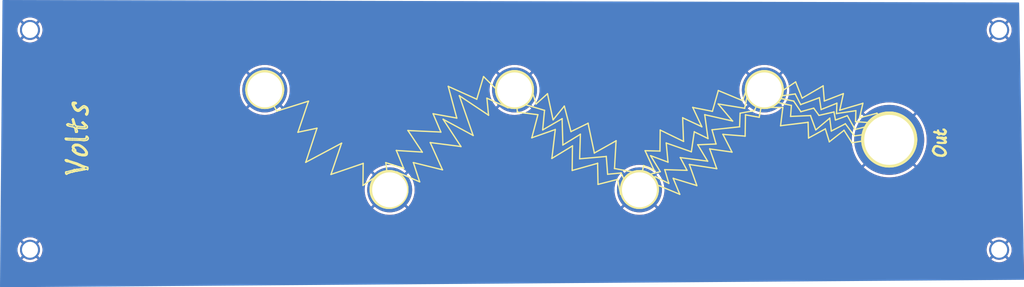
<source format=kicad_pcb>
(kicad_pcb (version 20211014) (generator pcbnew)
  (layers (0 "F.Cu" signal) (31 "B.Cu" signal) (34 "B.Paste" user) (35 "F.Paste" user) (36 "B.SilkS" user "B.Silkscreen") (37 "F.SilkS" user "F.Silkscreen") (38 "B.Mask" user) (39 "F.Mask" user) (44 "Edge.Cuts" user))
  (net 0 "")
  (net 1 "GND")
  (footprint "Kosmo_panel:Kosmo_Panel_Mounting_Hole" (layer "F.Cu") (at 33 78)
    (fp_text reference "H10" hide)
    (fp_text value "PANEL2")
    (pad "1" thru_hole circle locked (at 0 0) (size 4 4) (drill 3.2) (layers *.Cu *.Mask) (net 1 "GND"))
  )
  (footprint "Kosmo_panel:Kosmo_Panel_Mounting_Hole" (layer "F.Cu") (at 33 122)
    (fp_text reference "H2" hide)
    (fp_text value "PANEL1")
    (pad "1" thru_hole circle locked (at 0 0) (size 4 4) (drill 3.2) (layers *.Cu *.Mask) (net 1 "GND"))
  )
  (footprint "Kosmo_panel:Kosmo_Pot_Hole" (layer "F.Cu") (at 105 110)
    (fp_text reference "H5" hide)
    (fp_text value "VR2")
    (pad "1" thru_hole circle locked (at 0 0) (size 9 9) (drill 7) (layers *.Cu *.Mask) (net 1 "GND"))
  )
  (footprint "Kosmo_panel:Kosmo_Pot_Hole" (layer "F.Cu") (at 130 90)
    (fp_text reference "H6" hide)
    (fp_text value "VR3")
    (pad "1" thru_hole circle locked (at 0 0) (size 9 9) (drill 7) (layers *.Cu *.Mask) (net 1 "GND"))
  )
  (footprint "Kosmo_panel:Kosmo_Panel_Mounting_Hole" (layer "F.Cu") (at 227 78)
    (fp_text reference "H9" hide)
    (fp_text value "PANEL4")
    (pad "1" thru_hole circle locked (at 0 0) (size 4 4) (drill 3.2) (layers *.Cu *.Mask) (net 1 "GND"))
  )
  (footprint "Kosmo_panel:Kosmo_Pot_Hole" (layer "F.Cu") (at 180 90)
    (fp_text reference "H3" hide)
    (fp_text value "VR5")
    (pad "1" thru_hole circle locked (at 0 0) (size 9 9) (drill 7) (layers *.Cu *.Mask) (net 1 "GND"))
  )
  (footprint "Kosmo_panel:Kosmo_Pot_Hole" (layer "F.Cu") (at 80 90)
    (fp_text reference "H4" hide)
    (fp_text value "VR1")
    (pad "1" thru_hole circle locked (at 0 0) (size 9 9) (drill 7) (layers *.Cu *.Mask) (net 1 "GND"))
  )
  (footprint "Kosmo_panel:Kosmo_Panel_Mounting_Hole" (layer "F.Cu") (at 227 122)
    (fp_text reference "H1" hide)
    (fp_text value "PANEL3")
    (pad "1" thru_hole circle locked (at 0 0) (size 4 4) (drill 3.2) (layers *.Cu *.Mask) (net 1 "GND"))
  )
  (footprint "Kosmo_panel:Kosmo_Jack_Hole" (layer "F.Cu") (at 205 100)
    (fp_text reference "H8" hide)
    (fp_text value "OUT")
    (pad "1" thru_hole circle locked (at 0 0) (size 14 14) (drill 10) (layers *.Cu *.Mask) (net 1 "GND"))
  )
  (footprint "Kosmo_panel:Kosmo_Pot_Hole" (layer "F.Cu") (at 155 110)
    (fp_text reference "H7" hide)
    (fp_text value "VR4")
    (pad "1" thru_hole circle locked (at 0 0) (size 9 9) (drill 7) (layers *.Cu *.Mask) (net 1 "GND"))
  )
  (gr_line (start 44.512271 105.936455) (end 44.50844 105.934939) (layer "F.SilkS") (width 0.264582))
  (gr_line (start 79.309556 93.258993) (end 79.476988 93.288893) (layer "F.SilkS") (width 1))
  (gr_line (start 44.380234 97.62444) (end 44.360252 97.638523) (layer "F.SilkS") (width 0.264582))
  (gr_line (start 216.208337 99.497056) (end 216.208672 99.495771) (layer "F.SilkS") (width 0.264583))
  (gr_line (start 215.905202 102.03983) (end 215.883407 102.017852) (layer "F.SilkS") (width 0.264583))
  (gr_line (start 44.424475 94.104832) (end 44.423565 94.094386) (layer "F.SilkS") (width 0.264582))
  (gr_line (start 42.816107 93.874907) (end 42.816107 93.874907) (layer "F.SilkS") (width 0.264582))
  (gr_line (start 44.139353 102.752294) (end 44.145471 102.742813) (layer "F.SilkS") (width 0.264582))
  (gr_line (start 44.412377 94.135868) (end 44.41319 94.135765) (layer "F.SilkS") (width 0.264582))
  (gr_line (start 41.525067 101.342167) (end 41.527163 101.330206) (layer "F.SilkS") (width 0.264582))
  (gr_line (start 215.725137 98.752984) (end 215.725137 98.752984) (layer "F.SilkS") (width 0.264583))
  (gr_line (start 104.871858 106.528071) (end 104.696894 106.532495) (layer "F.SilkS") (width 1))
  (gr_line (start 76.701814 90.777784) (end 76.747631 90.939127) (layer "F.SilkS") (width 1))
  (gr_line (start 42.197637 98.465755) (end 42.19229 98.464318) (layer "F.SilkS") (width 0.264582))
  (gr_line (start 129.994775 89.928067) (end 131.835565 92.846432) (layer "F.SilkS") (width 0.264582))
  (gr_line (start 216.360147 102.770398) (end 216.360147 102.770398) (layer "F.SilkS") (width 0.264583))
  (gr_line (start 214.921791 98.953851) (end 214.916318 98.949506) (layer "F.SilkS") (width 0.264583))
  (gr_line (start 42.495621 104.719119) (end 42.498597 104.719285) (layer "F.SilkS") (width 0.264582))
  (gr_line (start 41.468496 92.724829) (end 41.468826 92.701678) (layer "F.SilkS") (width 0.264582))
  (gr_line (start 215.90824 99.760779) (end 215.905329 99.76058) (layer "F.SilkS") (width 0.264583))
  (gr_line (start 41.564464 101.930336) (end 41.571905 101.921655) (layer "F.SilkS") (width 0.264582))
  (gr_line (start 40.52569 97.127414) (end 40.509539 97.116831) (layer "F.SilkS") (width 0.264582))
  (gr_line (start 216.020157 98.093378) (end 216.009888 98.083903) (layer "F.SilkS") (width 0.264583))
  (gr_line (start 41.766036 101.547632) (end 41.769675 101.561164) (layer "F.SilkS") (width 0.264582))
  (gr_line (start 41.688887 96.986647) (end 41.690162 96.984277) (layer "F.SilkS") (width 0.264582))
  (gr_line (start 42.315593 97.775136) (end 42.322207 97.797734) (layer "F.SilkS") (width 0.264582))
  (gr_line (start 42.311398 97.582437) (end 42.309614 97.584111) (layer "F.SilkS") (width 0.264582))
  (gr_line (start 42.419889 98.45324) (end 42.412544 98.456726) (layer "F.SilkS") (width 0.264582))
  (gr_line (start 42.068661 92.50125) (end 42.103526 92.509986) (layer "F.SilkS") (width 0.264582))
  (gr_line (start 44.417199 94.060073) (end 44.413864 94.047643) (layer "F.SilkS") (width 0.264582))
  (gr_line (start 41.636503 93.317938) (end 41.60839 93.260281) (layer "F.SilkS") (width 0.264582))
  (gr_line (start 44.047887 97.293604) (end 44.048776 97.292433) (layer "F.SilkS") (width 0.264582))
  (gr_line (start 41.630717 92.496786) (end 41.640129 92.494182) (layer "F.SilkS") (width 0.264582))
  (gr_line (start 44.557198 99.449365) (end 44.567643 99.464661) (layer "F.SilkS") (width 0.264582))
  (gr_line (start 44.529893 93.697471) (end 44.54009 93.720788) (layer "F.SilkS") (width 0.264582))
  (gr_line (start 216.123476 98.215946) (end 216.121061 98.211664) (layer "F.SilkS") (width 0.264583))
  (gr_line (start 213.92809 102.167423) (end 213.926502 102.196858) (layer "F.SilkS") (width 0.264583))
  (gr_line (start 43.661335 96.784539) (end 43.649181 96.773212) (layer "F.SilkS") (width 0.264582))
  (gr_line (start 216.146099 102.759162) (end 216.151655 102.747653) (layer "F.SilkS") (width 0.264583))
  (gr_line (start 43.757194 102.863199) (end 43.821356 102.85912) (layer "F.SilkS") (width 0.264582))
  (gr_line (start 42.340729 97.856384) (end 42.350651 97.884717) (layer "F.SilkS") (width 0.264582))
  (gr_line (start 213.673299 102.170861) (end 213.674954 102.155912) (layer "F.SilkS") (width 0.264583))
  (gr_line (start 205.756227 104.870463) (end 206.002451 104.826492) (layer "F.SilkS") (width 1.225))
  (gr_line (start 44.334364 105.881268) (end 44.288943 105.88877) (layer "F.SilkS") (width 0.264582))
  (gr_line (start 215.087528 98.818026) (end 215.087096 98.823169) (layer "F.SilkS") (width 0.264583))
  (gr_line (start 44.19866 102.552174) (end 44.197502 102.536768) (layer "F.SilkS") (width 0.264582))
  (gr_line (start 216.382365 98.303191) (end 216.38275 98.305238) (layer "F.SilkS") (width 0.264583))
  (gr_line (start 43.742155 93.55739) (end 43.723 93.564887) (layer "F.SilkS") (width 0.264582))
  (gr_line (start 214.18844 101.462312) (end 214.176484 101.473953) (layer "F.SilkS") (width 0.264583))
  (gr_line (start 83.394777 89.928071) (end 83.394777 89.928071) (layer "F.SilkS") (width 1))
  (gr_line (start 215.795698 97.91976) (end 215.796719 97.917912) (layer "F.SilkS") (width 0.264583))
  (gr_line (start 41.492435 92.625616) (end 41.493413 92.625278) (layer "F.SilkS") (width 0.264582))
  (gr_line (start 216.39533 100.44869) (end 216.394752 100.457174) (layer "F.SilkS") (width 0.264583))
  (gr_line (start 42.130792 102.09388) (end 42.130069 102.095843) (layer "F.SilkS") (width 0.264582))
  (gr_line (start 43.754492 103.174134) (end 43.754492 103.174134) (layer "F.SilkS") (width 0.264582))
  (gr_line (start 133.394777 89.928071) (end 133.390352 89.753107) (layer "F.SilkS") (width 1))
  (gr_line (start 41.917348 105.988067) (end 41.921979 105.989638) (layer "F.SilkS") (width 0.264582))
  (gr_line (start 41.633099 95.808744) (end 41.633852 95.809179) (layer "F.SilkS") (width 0.264582))
  (gr_line (start 180.342404 93.310519) (end 180.51256 93.288897) (layer "F.SilkS") (width 1))
  (gr_line (start 216.33548 99.452605) (end 216.337567 99.453862) (layer "F.SilkS") (width 0.264583))
  (gr_line (start 41.837146 92.989427) (end 41.840922 92.999955) (layer "F.SilkS") (width 0.264582))
  (gr_line (start 41.164656 104.258468) (end 41.502 104.364742) (layer "F.SilkS") (width 0.264582))
  (gr_line (start 44.380034 105.870942) (end 44.373723 105.87221) (layer "F.SilkS") (width 0.264582))
  (gr_line (start 43.423376 96.56344) (end 43.423761 96.561187) (layer "F.SilkS") (width 0.264582))
  (gr_line (start 44.62233 99.836844) (end 44.62233 99.836844) (layer "F.SilkS") (width 0.264582))
  (gr_line (start 182.398933 87.52391) (end 182.280853 87.411332) (layer "F.SilkS") (width 1))
  (gr_line (start 41.658991 102.293954) (end 41.642013 102.27535) (layer "F.SilkS") (width 0.264582))
  (gr_line (start 176.86197 88.60464) (end 176.801092 88.75904) (layer "F.SilkS") (width 1))
  (gr_line (start 215.008391 98.989791) (end 215.004092 98.989459) (layer "F.SilkS") (width 0.264583))
  (gr_line (start 42.148694 98.413181) (end 42.143182 98.393447) (layer "F.SilkS") (width 0.264582))
  (gr_line (start 213.959183 98.457975) (end 213.957035 98.454601) (layer "F.SilkS") (width 0.264583))
  (gr_line (start 80.169739 93.323644) (end 80.342405 93.310515) (layer "F.SilkS") (width 1))
  (gr_line (start 44.453003 94.933242) (end 44.453003 94.933242) (layer "F.SilkS") (width 0.264582))
  (gr_line (start 213.831369 101.710008) (end 213.832837 101.708614) (layer "F.SilkS") (width 0.264583))
  (gr_line (start 41.633852 95.809179) (end 41.634674 95.809709) (layer "F.SilkS") (width 0.264582))
  (gr_line (start 43.865455 105.618609) (end 43.86396 105.614888) (layer "F.SilkS") (width 0.264582))
  (gr_line (start 44.428469 93.530783) (end 44.443076 93.54969) (layer "F.SilkS") (width 0.264582))
  (gr_line (start 44.273198 95.003961) (end 44.264709 95.000929) (layer "F.SilkS") (width 0.264582))
  (gr_line (start 216.207891 99.499653) (end 216.208077 99.49835) (layer "F.SilkS") (width 0.264583))
  (gr_line (start 216.181388 102.094143) (end 216.191211 102.110597) (layer "F.SilkS") (width 0.264583))
  (gr_line (start 76.747631 88.917014) (end 76.701814 89.078357) (layer "F.SilkS") (width 1))
  (gr_line (start 214.789575 99.447243) (end 214.996475 99.470529) (layer "F.SilkS") (width 0.264583))
  (gr_line (start 42.114855 102.050532) (end 42.120009 102.058911) (layer "F.SilkS") (width 0.264582))
  (gr_line (start 40.108748 99.744792) (end 40.109865 99.739866) (layer "F.SilkS") (width 0.264582))
  (gr_line (start 42.300932 97.596762) (end 42.299823 97.599304) (layer "F.SilkS") (width 0.264582))
  (gr_line (start 40.463681 106.794164) (end 40.451609 106.802432) (layer "F.SilkS") (width 0.264582))
  (gr_line (start 195.104974 94.047696) (end 199.727533 92.682938) (layer "F.SilkS") (width 0.264582))
  (gr_line (start 41.976489 92.760121) (end 41.976489 92.760121) (layer "F.SilkS") (width 0.264582))
  (gr_line (start 43.718634 96.84928) (end 43.71791 96.84744) (layer "F.SilkS") (width 0.264582))
  (gr_line (start 214.695598 98.453957) (end 214.697554 98.451613) (layer "F.SilkS") (width 0.264583))
  (gr_line (start 41.829094 92.79253) (end 41.821459 92.797325) (layer "F.SilkS") (width 0.264582))
  (gr_line (start 40.260119 99.970673) (end 40.240827 99.963838) (layer "F.SilkS") (width 0.264582))
  (gr_line (start 106.195292 106.79526) (end 106.040893 106.734383) (layer "F.SilkS") (width 1))
  (gr_line (start 216.354358 102.572096) (end 216.353795 102.575668) (layer "F.SilkS") (width 0.264583))
  (gr_line (start 216.380516 100.510075) (end 216.377026 100.516706) (layer "F.SilkS") (width 0.264583))
  (gr_line (start 44.530598 105.9399) (end 44.527043 105.939762) (layer "F.SilkS") (width 0.264582))
  (gr_line (start 215.800881 99.756544) (end 215.796863 99.756875) (layer "F.SilkS") (width 0.264583))
  (gr_line (start 83.0595 88.454029) (end 82.984415 88.307428) (layer "F.SilkS") (width 1))
  (gr_line (start 216.224233 100.376548) (end 216.224481 100.373093) (layer "F.SilkS") (width 0.264583))
  (gr_line (start 132.157492 92.551676) (end 132.280859 92.444813) (layer "F.SilkS") (width 1))
  (gr_line (start 216.365961 98.284141) (end 216.367781 98.28553) (layer "F.SilkS") (width 0.264583))
  (gr_line (start 215.311336 103.050866) (end 215.319604 103.051462) (layer "F.SilkS") (width 0.264583))
  (gr_line (start 41.886977 93.181251) (end 41.897478 93.210438) (layer "F.SilkS") (width 0.264582))
  (gr_line (start 216.316751 100.213477) (end 216.330973 100.229617) (layer "F.SilkS") (width 0.264583))
  (gr_line (start 41.145584 104.499454) (end 41.122075 104.491021) (layer "F.SilkS") (width 0.264582))
  (gr_line (start 41.559659 97.012432) (end 41.588736 97.014003) (layer "F.SilkS") (width 0.264582))
  (gr_line (start 41.842435 102.468579) (end 41.842435 102.468579) (layer "F.SilkS") (width 0.264582))
  (gr_line (start 183.394769 89.928075) (end 183.390345 89.753111) (layer "F.SilkS") (width 1))
  (gr_line (start 215.991845 102.901643) (end 215.998756 102.89931) (layer "F.SilkS") (width 0.264583))
  (gr_line (start 40.360764 99.688679) (end 40.360764 99.688679) (layer "F.SilkS") (width 0.264582))
  (gr_line (start 215.639353 99.861522) (end 215.59879 99.839347) (layer "F.SilkS") (width 0.264583))
  (gr_line (start 41.518048 102.045292) (end 41.517883 102.038182) (layer "F.SilkS") (width 0.264582))
  (gr_line (start 41.512814 92.606756) (end 41.515735 92.602705) (layer "F.SilkS") (width 0.264582))
  (gr_line (start 216.325412 99.448306) (end 216.327376 99.448901) (layer "F.SilkS") (width 0.264583))
  (gr_line (start 41.601218 106.410891) (end 41.593419 106.412767) (layer "F.SilkS") (width 0.264582))
  (gr_line (start 216.140013 102.770407) (end 216.146099 102.759162) (layer "F.SilkS") (width 0.264583))
  (gr_line (start 41.701326 93.444497) (end 41.667481 93.379344) (layer "F.SilkS") (width 0.264582))
  (gr_line (start 214.696715 100.599277) (end 214.689041 100.595673) (layer "F.SilkS") (width 0.264583))
  (gr_line (start 41.681911 92.485693) (end 41.69339 92.484053) (layer "F.SilkS") (width 0.264582))
  (gr_line (start 102.147316 111.962343) (end 102.248251 112.090785) (layer "F.SilkS") (width 1))
  (gr_line (start 178.520738 86.86335) (end 178.374137 86.938435) (layer "F.SilkS") (width 1))
  (gr_line (start 216.315156 98.184128) (end 216.317503 98.18813) (layer "F.SilkS") (width 0.264583))
  (gr_line (start 216.352505 102.587971) (end 216.352207 102.592602) (layer "F.SilkS") (width 0.264583))
  (gr_line (start 42.383064 97.965746) (end 42.39475 97.991432) (layer "F.SilkS") (width 0.264582))
  (gr_line (start 216.352207 102.592602) (end 216.351976 102.597496) (layer "F.SilkS") (width 0.264583))
  (gr_line (start 40.410403 96.957337) (end 40.410155 96.951026) (layer "F.SilkS") (width 0.264582))
  (gr_line (start 216.383299 100.344579) (end 216.387134 100.365348) (layer "F.SilkS") (width 0.264583))
  (gr_line (start 215.443365 101.486711) (end 215.51348 101.531095) (layer "F.SilkS") (width 0.264583))
  (gr_line (start 41.006791 97.287486) (end 40.882878 97.254414) (layer "F.SilkS") (width 0.264582))
  (gr_line (start 43.65775 97.39311) (end 43.659373 97.393858) (layer "F.SilkS") (width 0.264582))
  (gr_line (start 215.019168 98.56801) (end 215.03405 98.574658) (layer "F.SilkS") (width 0.264583))
  (gr_line (start 44.374181 94.999938) (end 44.365389 95.003273) (layer "F.SilkS") (width 0.264582))
  (gr_line (start 182.280853 92.444815) (end 182.398933 92.332237) (layer "F.SilkS") (width 1))
  (gr_line (start 81.895748 92.747403) (end 82.02905 92.65261) (layer "F.SilkS") (width 1))
  (gr_line (start 160.361367 100.627162) (end 160.361367 100.627162) (layer "F.SilkS") (width 0.264582))
  (gr_line (start 200.298173 101.647242) (end 200.387699 101.8743) (layer "F.SilkS") (width 1.225))
  (gr_line (start 41.942985 101.830928) (end 41.969444 101.865324) (layer "F.SilkS") (width 0.264582))
  (gr_line (start 214.649865 99.438779) (end 214.669647 99.438911) (layer "F.SilkS") (width 0.264583))
  (gr_line (start 216.117315 98.480328) (end 216.122953 98.455954) (layer "F.SilkS") (width 0.264583))
  (gr_line (start 215.194914 98.787912) (end 215.193806 98.787134) (layer "F.SilkS") (width 0.264583))
  (gr_line (start 41.523864 96.04762) (end 41.522404 96.045994) (layer "F.SilkS") (width 0.264582))
  (gr_line (start 43.895605 97.734238) (end 43.676883 97.734238) (layer "F.SilkS") (width 0.264582))
  (gr_line (start 194.240091 96.022105) (end 196.615915 95.151429) (layer "F.SilkS") (width 0.264582))
  (gr_line (start 44.09972 97.723435) (end 44.073538 97.726301) (layer "F.SilkS") (width 0.264582))
  (gr_line (start 198.171487 97.916901) (end 200.262658 97.390477) (layer "F.SilkS") (width 0.264582))
  (gr_line (start 42.420996 93.910178) (end 42.420996 93.910178) (layer "F.SilkS") (width 0.264582))
  (gr_line (start 123.792291 87.329346) (end 123.792291 87.329346) (layer "F.SilkS") (width 0.264582))
  (gr_line (start 40.864883 106.608297) (end 40.862671 106.610804) (layer "F.SilkS") (width 0.264582))
  (gr_line (start 214.798838 103.176728) (end 214.794009 103.174529) (layer "F.SilkS") (width 0.264583))
  (gr_line (start 216.106149 102.330144) (end 216.106149 102.330144) (layer "F.SilkS") (width 0.264583))
  (gr_line (start 216.30246 99.732733) (end 216.288535 99.735495) (layer "F.SilkS") (width 0.264583))
  (gr_line (start 44.181706 105.39392) (end 44.198986 105.396621) (layer "F.SilkS") (width 0.264582))
  (gr_line (start 41.551234 101.947534) (end 41.557573 101.938963) (layer "F.SilkS") (width 0.264582))
  (gr_line (start 79.476988 93.288893) (end 79.647145 93.310515) (layer "F.SilkS") (width 1))
  (gr_line (start 215.627848 103.24334) (end 215.594179 103.244001) (layer "F.SilkS") (width 0.264583))
  (gr_line (start 41.962374 106.320912) (end 41.939664 106.324771) (layer "F.SilkS") (width 0.264582))
  (gr_line (start 42.254608 92.706052) (end 42.251115 92.706741) (layer "F.SilkS") (width 0.264582))
  (gr_line (start 214.767876 98.076394) (end 214.770521 98.076973) (layer "F.SilkS") (width 0.264583))
  (gr_line (start 44.050222 102.827479) (end 44.059979 102.822849) (layer "F.SilkS") (width 0.264582))
  (gr_line (start 213.832837 101.708614) (end 213.834362 101.706981) (layer "F.SilkS") (width 0.264583))
  (gr_line (start 214.604775 101.176689) (end 214.616021 101.178674) (layer "F.SilkS") (width 0.264583))
  (gr_line (start 215.896589 97.882571) (end 215.897647 97.882257) (layer "F.SilkS") (width 0.264583))
  (gr_line (start 43.100966 105.252857) (end 43.059294 105.233674) (layer "F.SilkS") (width 0.264582))
  (gr_line (start 213.932327 102.2591) (end 213.933384 102.262375) (layer "F.SilkS") (width 0.264583))
  (gr_line (start 215.750543 103.236066) (end 215.750543 103.236066) (layer "F.SilkS") (width 0.264583))
  (gr_line (start 132.511518 92.214154) (end 132.618382 92.090787) (layer "F.SilkS") (width 1))
  (gr_line (start 77.005135 88.307428) (end 76.93005 88.454029) (layer "F.SilkS") (width 1))
  (gr_line (start 41.484703 92.627593) (end 41.487102 92.626436) (layer "F.SilkS") (width 0.264582))
  (gr_line (start 76.612327 89.58044) (end 76.599198 89.753107) (layer "F.SilkS") (width 1))
  (gr_line (start 41.046034 99.716463) (end 41.517876 99.72396) (layer "F.SilkS") (width 0.264582))
  (gr_line (start 40.136309 106.601569) (end 40.135317 106.58156) (layer "F.SilkS") (width 0.264582))
  (gr_line (start 44.197557 102.594259) (end 44.198384 102.585164) (layer "F.SilkS") (width 0.264582))
  (gr_line (start 105.557077 113.258993) (end 105.721571 113.221028) (layer "F.SilkS") (width 1))
  (gr_line (start 187.555856 91.640851) (end 191.760049 89.192807) (layer "F.SilkS") (width 0.264582))
  (gr_line (start 43.49785 96.477873) (end 43.504024 96.473546) (layer "F.SilkS") (width 0.264582))
  (gr_line (start 40.247876 106.421433) (end 40.278303 106.411401) (layer "F.SilkS") (width 0.264582))
  (gr_line (start 214.765231 98.075981) (end 214.767876 98.076394) (layer "F.SilkS") (width 0.264583))
  (gr_line (start 129.994775 89.928067) (end 129.994775 89.928067) (layer "F.SilkS") (width 0.264582))
  (gr_line (start 216.218681 100.400624) (end 216.219722 100.397962) (layer "F.SilkS") (width 0.264583))
  (gr_line (start 214.277337 102.732308) (end 214.277337 102.732308) (layer "F.SilkS") (width 0.264583))
  (gr_line (start 170.7707 92.814275) (end 170.7707 92.814275) (layer "F.SilkS") (width 0.264582))
  (gr_line (start 215.801606 99.544348) (end 215.809079 99.546134) (layer "F.SilkS") (width 0.264583))
  (gr_line (start 133.455476 99.57828) (end 133.455476 99.57828) (layer "F.SilkS") (width 0.264582))
  (gr_line (start 157.511514 112.214156) (end 157.618377 112.090788) (layer "F.SilkS") (width 1))
  (gr_line (start 216.338968 98.236516) (end 216.338968 98.236516) (layer "F.SilkS") (width 0.264583))
  (gr_line (start 216.229172 99.472912) (end 216.232893 99.470679) (layer "F.SilkS") (width 0.264583))
  (gr_line (start 41.517112 96.038938) (end 41.515927 96.037036) (layer "F.SilkS") (width 0.264582))
  (gr_line (start 213.682513 102.24091) (end 213.679718 102.232509) (layer "F.SilkS") (width 0.264583))
  (gr_line (start 216.155341 102.468587) (end 216.15 102.45) (layer "F.SilkS") (width 0.264583))
  (gr_line (start 44.189399 102.488894) (end 44.185154 102.472385) (layer "F.SilkS") (width 0.264582))
  (gr_line (start 43.927741 97.734018) (end 43.895605 97.734238) (layer "F.SilkS") (width 0.264582))
  (gr_line (start 215.260729 98.827566) (end 215.253917 98.825879) (layer "F.SilkS") (width 0.264583))
  (gr_line (start 105.721571 106.635112) (end 105.557077 106.597147) (layer "F.SilkS") (width 1))
  (gr_line (start 177.960506 87.203533) (end 177.832064 87.304468) (layer "F.SilkS") (width 1))
  (gr_line (start 115.575158 105.990681) (end 113.121995 100.538104) (layer "F.SilkS") (width 0.264582))
  (gr_line (start 151.747631 108.917018) (end 151.701814 109.078361) (layer "F.SilkS") (width 1))
  (gr_line (start 44.043918 97.298014) (end 44.044972 97.296953) (layer "F.SilkS") (width 0.264582))
  (gr_line (start 44.044972 97.296953) (end 44.045985 97.295864) (layer "F.SilkS") (width 0.264582))
  (gr_line (start 44.149503 94.813068) (end 44.152011 94.807941) (layer "F.SilkS") (width 0.264582))
  (gr_line (start 41.553159 96.093732) (end 41.551285 96.08618) (layer "F.SilkS") (width 0.264582))
  (gr_line (start 44.156716 102.722527) (end 44.161841 102.711999) (layer "F.SilkS") (width 0.264582))
  (gr_line (start 44.401078 94.141408) (end 44.404055 94.138376) (layer "F.SilkS") (width 0.264582))
  (gr_line (start 216.245843 98.092583) (end 216.245843 98.092583) (layer "F.SilkS") (width 0.264583))
  (gr_line (start 214.043054 102.79103) (end 214.029063 102.777669) (layer "F.SilkS") (width 0.264583))
  (gr_line (start 82.424478 94.244273) (end 82.424478 94.244273) (layer "F.SilkS") (width 0.264582))
  (gr_line (start 138.153558 97.923487) (end 138.153558 97.923487) (layer "F.SilkS") (width 0.264582))
  (gr_line (start 41.939541 102.13217) (end 41.937144 102.133658) (layer "F.SilkS") (width 0.264582))
  (gr_line (start 214.657884 101.341793) (end 214.612044 101.335841) (layer "F.SilkS") (width 0.264583))
  (gr_line (start 215.091505 98.796198) (end 215.090677 98.798761) (layer "F.SilkS") (width 0.264583))
  (gr_line (start 44.573596 105.90815) (end 44.567807 105.917851) (layer "F.SilkS") (width 0.264582))
  (gr_line (start 44.466555 97.52952) (end 44.461559 97.538112) (layer "F.SilkS") (width 0.264582))
  (gr_line (start 216.009888 98.083903) (end 215.999453 98.074791) (layer "F.SilkS") (width 0.264583))
  (gr_line (start 79.145061 86.63511) (end 78.983718 86.680927) (layer "F.SilkS") (width 1))
  (gr_line (start 215.047811 98.982118) (end 215.04457 98.983978) (layer "F.SilkS") (width 0.264583))
  (gr_line (start 44.149294 105.388189) (end 44.165142 105.39111) (layer "F.SilkS") (width 0.264582))
  (gr_line (start 42.168754 101.158005) (end 42.140338 101.164096) (layer "F.SilkS") (width 0.264582))
  (gr_line (start 40.196722 104.233414) (end 40.19143 104.226716) (layer "F.SilkS") (width 0.264582))
  (gr_line (start 43.978508 96.755282) (end 44.022495 96.796844) (layer "F.SilkS") (width 0.264582))
  (gr_line (start 42.174048 94.079499) (end 42.174048 94.079499) (layer "F.SilkS") (width 0.264582))
  (gr_line (start 44.241153 99.544759) (end 44.241318 99.533459) (layer "F.SilkS") (width 0.264582))
  (gr_line (start 208.530311 96.392541) (end 208.356664 96.226984) (layer "F.SilkS") (width 1.225))
  (gr_line (start 216.144097 102.431016) (end 216.137632 102.411635) (layer "F.SilkS") (width 0.264583))
  (gr_line (start 213.955085 98.45136) (end 213.953333 98.448251) (layer "F.SilkS") (width 0.264583))
  (gr_line (start 215.793578 97.925552) (end 215.794127 97.92358) (layer "F.SilkS") (width 0.264583))
  (gr_line (start 40.625708 96.804351) (end 40.638247 96.803524) (layer "F.SilkS") (width 0.264582))
  (gr_line (start 43.485503 96.487353) (end 43.491677 96.482476) (layer "F.SilkS") (width 0.264582))
  (gr_line (start 42.486035 98.242674) (end 42.487082 98.249399) (layer "F.SilkS") (width 0.264582))
  (gr_line (start 42.203315 98.466972) (end 42.197637 98.465755) (layer "F.SilkS") (width 0.264582))
  (gr_line (start 41.915198 105.987219) (end 41.917348 105.988067) (layer "F.SilkS") (width 0.264582))
  (gr_line (start 214.57262 98.440776) (end 214.626331 98.452682) (layer "F.SilkS") (width 0.264583))
  (gr_line (start 42.030765 92.493671) (end 42.068661 92.50125) (layer "F.SilkS") (width 0.264582))
  (gr_line (start 127.708691 92.444813) (end 127.832058 92.551676) (layer "F.SilkS") (width 1))
  (gr_line (start 44.662014 99.757468) (end 44.660526 99.76287) (layer "F.SilkS") (width 0.264582))
  (gr_line (start 213.94502 102.328953) (end 213.947137 102.347077) (layer "F.SilkS") (width 0.264583))
  (gr_line (start 143.027108 103.78535) (end 143.027108 103.78535) (layer "F.SilkS") (width 0.264582))
  (gr_line (start 43.647916 97.389421) (end 43.649158 97.389782) (layer "F.SilkS") (width 0.264582))
  (gr_line (start 41.689961 106.397312) (end 41.670008 106.40073) (layer "F.SilkS") (width 0.264582))
  (gr_line (start 213.992197 101.807657) (end 213.981282 101.850982) (layer "F.SilkS") (width 0.264583))
  (gr_line (start 41.545827 102.139219) (end 41.541693 102.130785) (layer "F.SilkS") (width 0.264582))
  (gr_line (start 215.798693 97.948917) (end 215.796146 97.944567) (layer "F.SilkS") (width 0.264583))
  (gr_line (start 106.492501 112.917708) (end 106.634883 112.83584) (layer "F.SilkS") (width 1))
  (gr_line (start 200.219565 101.414921) (end 200.298173 101.647242) (layer "F.SilkS") (width 1.225))
  (gr_line (start 107.388601 112.214154) (end 107.495464 112.090786) (layer "F.SilkS") (width 1))
  (gr_line (start 42.413937 97.593127) (end 42.403575 97.588166) (layer "F.SilkS") (width 0.264582))
  (gr_line (start 214.658349 98.460885) (end 214.658349 98.460885) (layer "F.SilkS") (width 0.264583))
  (gr_line (start 207.986357 103.934752) (end 208.175241 103.786317) (layer "F.SilkS") (width 1.225))
  (gr_line (start 42.131723 102.087575) (end 42.131619 102.089745) (layer "F.SilkS") (width 0.264582))
  (gr_line (start 76.594773 89.928071) (end 76.599198 90.103034) (layer "F.SilkS") (width 1))
  (gr_line (start 139.518113 95.759877) (end 139.518113 95.759877) (layer "F.SilkS") (width 0.264582))
  (gr_line (start 216.133716 98.377671) (end 216.135254 98.349857) (layer "F.SilkS") (width 0.264583))
  (gr_line (start 155.342405 106.545627) (end 155.169739 106.532497) (layer "F.SilkS") (width 1))
  (gr_line (start 44.448695 97.244762) (end 44.462944 97.274528) (layer "F.SilkS") (width 0.264582))
  (gr_line (start 216.118579 102.802554) (end 216.126254 102.792103) (layer "F.SilkS") (width 0.264583))
  (gr_line (start 41.491484 92.625857) (end 41.492435 92.625616) (layer "F.SilkS") (width 0.264582))
  (gr_line (start 214.808963 100.512326) (end 214.83438 100.51097) (layer "F.SilkS") (width 0.264583))
  (gr_line (start 41.821707 97.476667) (end 41.79139 97.468729) (layer "F.SilkS") (width 0.264582))
  (gr_line (start 163.175409 103.545405) (end 168.643686 104.257716) (layer "F.SilkS") (width 0.264582))
  (gr_line (start 44.16046 102.403594) (end 44.152357 102.385707) (layer "F.SilkS") (width 0.264582))
  (gr_line (start 43.866018 105.640419) (end 43.866379 105.639014) (layer "F.SilkS") (width 0.264582))
  (gr_line (start 44.05307 97.231086) (end 44.050948 97.224596) (layer "F.SilkS") (width 0.264582))
  (gr_line (start 153.374132 112.917711) (end 153.520734 112.992795) (layer "F.SilkS") (width 1))
  (gr_line (start 183.325693 90.613294) (end 183.355593 90.445861) (layer "F.SilkS") (width 1))
  (gr_line (start 200.298173 98.208907) (end 200.219565 98.441228) (layer "F.SilkS") (width 1.225))
  (gr_line (start 42.034699 92.754828) (end 42.028002 92.756069) (layer "F.SilkS") (width 0.264582))
  (gr_line (start 41.538608 96.059996) (end 41.535411 96.057075) (layer "F.SilkS") (width 0.264582))
  (gr_line (start 41.512704 95.921526) (end 41.515928 95.912211) (layer "F.SilkS") (width 0.264582))
  (gr_line (start 215.564264 98.727586) (end 215.588076 98.733539) (layer "F.SilkS") (width 0.264583))
  (gr_line (start 215.936807 99.764748) (end 215.936807 99.764748) (layer "F.SilkS") (width 0.264583))
  (gr_line (start 214.996685 98.988399) (end 214.995081 98.988052) (layer "F.SilkS") (width 0.264583))
  (gr_line (start 215.328535 103.05219) (end 215.348382 103.054044) (layer "F.SilkS") (width 0.264583))
  (gr_line (start 216.040199 98.113421) (end 216.030261 98.103218) (layer "F.SilkS") (width 0.264583))
  (gr_line (start 213.794178 101.745164) (end 213.805191 101.732778) (layer "F.SilkS") (width 0.264583))
  (gr_line (start 41.849045 105.985734) (end 41.848795 105.98485) (layer "F.SilkS") (width 0.264582))
  (gr_line (start 41.900812 105.97773) (end 41.901969 105.97895) (layer "F.SilkS") (width 0.264582))
  (gr_line (start 41.506006 95.951457) (end 41.507743 95.941149) (layer "F.SilkS") (width 0.264582))
  (gr_line (start 40.161458 99.685407) (end 40.166791 99.683526) (layer "F.SilkS") (width 0.264582))
  (gr_line (start 41.757768 101.480798) (end 41.757768 101.480798) (layer "F.SilkS") (width 0.264582))
  (gr_line (start 43.642522 93.603692) (end 43.621438 93.615598) (layer "F.SilkS") (width 0.264582))
  (gr_line (start 216.373172 100.523106) (end 216.368955 100.529274) (layer "F.SilkS") (width 0.264583))
  (gr_line (start 44.09043 101.88757) (end 44.146626 101.958704) (layer "F.SilkS") (width 0.264582))
  (gr_line (start 40.749156 106.655588) (end 40.735237 106.657682) (layer "F.SilkS") (width 0.264582))
  (gr_line (start 41.917396 106.329291) (end 41.895568 106.334472) (layer "F.SilkS") (width 0.264582))
  (gr_line (start 41.431777 96.995676) (end 41.498033 97.006149) (layer "F.SilkS") (width 0.264582))
  (gr_line (start 44.208909 99.661562) (end 44.213374 99.654561) (layer "F.SilkS") (width 0.264582))
  (gr_line (start 40.165994 106.457839) (end 40.170266 106.454945) (layer "F.SilkS") (width 0.264582))
  (gr_line (start 43.650454 97.390198) (end 43.651804 97.390669) (layer "F.SilkS") (width 0.264582))
  (gr_line (start 44.1964 102.603464) (end 44.197557 102.594259) (layer "F.SilkS") (width 0.264582))
  (gr_line (start 41.873053 92.773515) (end 41.86349 92.776656) (layer "F.SilkS") (width 0.264582))
  (gr_line (start 40.139947 106.506207) (end 40.141739 106.498848) (layer "F.SilkS") (width 0.264582))
  (gr_line (start 42.203625 93.725851) (end 42.225315 93.751428) (layer "F.SilkS") (width 0.264582))
  (gr_line (start 214.025731 101.700699) (end 214.02006 101.716128) (layer "F.SilkS") (width 0.264583))
  (gr_line (start 44.589701 93.864765) (end 44.601829 93.910296) (layer "F.SilkS") (width 0.264582))
  (gr_line (start 216.120966 100.199193) (end 216.113558 100.191388) (layer "F.SilkS") (width 0.264583))
  (gr_line (start 43.841974 93.184483) (end 43.873339 93.187542) (layer "F.SilkS") (width 0.264582))
  (gr_line (start 42.776087 94.254513) (end 42.76848 94.255009) (layer "F.SilkS") (width 0.264582))
  (gr_line (start 215.267953 99.709718) (end 215.243078 99.705418) (layer "F.SilkS") (width 0.264583))
  (gr_line (start 43.507599 101.621859) (end 43.458265 101.582916) (layer "F.SilkS") (width 0.264582))
  (gr_line (start 41.595933 96.421373) (end 41.585019 96.373197) (layer "F.SilkS") (width 0.264582))
  (gr_line (start 41.955323 100.93752) (end 41.955323 100.93752) (layer "F.SilkS") (width 0.264582))
  (gr_line (start 44.431058 100.025911) (end 44.407383 100.038451) (layer "F.SilkS") (width 0.264582))
  (gr_line (start 41.517883 101.410243) (end 41.517883 101.410243) (layer "F.SilkS") (width 0.264582))
  (gr_line (start 199.727533 92.682938) (end 199.067956 95.582721) (layer "F.SilkS") (width 0.264582))
  (gr_line (start 167.486306 97.368254) (end 167.486306 97.368254) (layer "F.SilkS") (width 0.264582))
  (gr_line (start 44.424723 94.117345) (end 44.424764 94.116084) (layer "F.SilkS") (width 0.264582))
  (gr_line (start 42.331801 97.57295) (end 42.329148 97.573508) (layer "F.SilkS") (width 0.264582))
  (gr_line (start 44.087264 102.806313) (end 44.095698 102.799919) (layer "F.SilkS") (width 0.264582))
  (gr_line (start 77.590611 87.523907) (end 77.478032 87.641986) (layer "F.SilkS") (width 1))
  (gr_line (start 216.323032 102.358447) (end 216.330887 102.376107) (layer "F.SilkS") (width 0.264583))
  (gr_line (start 43.059294 105.233674) (end 43.013654 105.213168) (layer "F.SilkS") (width 0.264582))
  (gr_line (start 44.200012 102.031107) (end 44.250586 102.104777) (layer "F.SilkS") (width 0.264582))
  (gr_line (start 201.814309 96.069832) (end 201.632886 96.226984) (layer "F.SilkS") (width 1.225))
  (gr_line (start 214.042942 101.660168) (end 214.037172 101.672719) (layer "F.SilkS") (width 0.264583))
  (gr_line (start 214.664443 98.462225) (end 214.665287 98.462539) (layer "F.SilkS") (width 0.264583))
  (gr_line (start 214.860691 99.66831) (end 214.807311 99.664738) (layer "F.SilkS") (width 0.264583))
  (gr_line (start 215.971062 102.906007) (end 215.978023 102.904288) (layer "F.SilkS") (width 0.264583))
  (gr_line (start 41.701326 93.444497) (end 41.701326 93.444497) (layer "F.SilkS") (width 0.264582))
  (gr_line (start 213.968769 102.406012) (end 213.97411 102.416182) (layer "F.SilkS") (width 0.264583))
  (gr_line (start 213.925973 102.224309) (end 213.925973 102.245477) (layer "F.SilkS") (width 0.264583))
  (gr_line (start 41.831324 105.959101) (end 41.831144 105.957971) (layer "F.SilkS") (width 0.264582))
  (gr_line (start 165.976236 98.385772) (end 165.392816 102.38172) (layer "F.SilkS") (width 0.264582))
  (gr_line (start 44.530598 105.9399) (end 44.530598 105.9399) (layer "F.SilkS") (width 0.264582))
  (gr_line (start 42.108468 102.112898) (end 42.105264 102.114035) (layer "F.SilkS") (width 0.264582))
  (gr_line (start 44.078414 103.141723) (end 44.038589 103.150322) (layer "F.SilkS") (width 0.264582))
  (gr_line (start 129.647145 86.545623) (end 129.476988 86.567245) (layer "F.SilkS") (width 1))
  (gr_line (start 41.646672 95.820321) (end 41.649896 95.823601) (layer "F.SilkS") (width 0.264582))
  (gr_line (start 44.0577 97.25567) (end 44.057121 97.249731) (layer "F.SilkS") (width 0.264582))
  (gr_line (start 40.9208 96.846518) (end 40.974378 96.862283) (layer "F.SilkS") (width 0.264582))
  (gr_line (start 176.701822 90.777788) (end 176.747638 90.939131) (layer "F.SilkS") (width 1))
  (gr_line (start 42.164125 98.448106) (end 42.161424 98.444911) (layer "F.SilkS") (width 0.264582))
  (gr_line (start 41.53789 102.122461) (end 41.534417 102.114248) (layer "F.SilkS") (width 0.264582))
  (gr_line (start 214.581924 99.56672) (end 214.581081 99.562341) (layer "F.SilkS") (width 0.264583))
  (gr_line (start 43.964517 97.102006) (end 43.946768 97.084202) (layer "F.SilkS") (width 0.264582))
  (gr_line (start 216.374364 98.456155) (end 216.37258 98.461016) (layer "F.SilkS") (width 0.264583))
  (gr_line (start 216.17381 99.535816) (end 216.184178 99.531302) (layer "F.SilkS") (width 0.264583))
  (gr_line (start 213.940004 101.481093) (end 213.951596 101.46163) (layer "F.SilkS") (width 0.264583))
  (gr_line (start 154.994775 113.328072) (end 154.994775 113.328072) (layer "F.SilkS") (width 1))
  (gr_line (start 41.856551 93.070567) (end 41.862421 93.097328) (layer "F.SilkS") (width 0.264582))
  (gr_line (start 216.078629 103.1215) (end 216.07122 103.123733) (layer "F.SilkS") (width 0.264583))
  (gr_line (start 214.578699 99.543753) (end 214.578103 99.533815) (layer "F.SilkS") (width 0.264583))
  (gr_line (start 42.679075 93.938568) (end 42.69484 93.935537) (layer "F.SilkS") (width 0.264582))
  (gr_line (start 215.235933 100.538654) (end 215.313921 100.53925) (layer "F.SilkS") (width 0.264583))
  (gr_line (start 101.964086 108.165048) (end 101.882218 108.30743) (layer "F.SilkS") (width 1))
  (gr_line (start 216.272031 98.123144) (end 216.279704 98.132801) (layer "F.SilkS") (width 0.264583))
  (gr_line (start 44.038913 105.356938) (end 44.048312 105.360851) (layer "F.SilkS") (width 0.264582))
  (gr_line (start 41.835377 106.013091) (end 41.841551 106.007303) (layer "F.SilkS") (width 0.264582))
  (gr_line (start 161.76481 107.705781) (end 166.494058 109.146054) (layer "F.SilkS") (width 0.264582))
  (gr_line (start 43.362905 105.393081) (end 43.357393 105.391097) (layer "F.SilkS") (width 0.264582))
  (gr_line (start 43.904974 101.681773) (end 43.969604 101.749104) (layer "F.SilkS") (width 0.264582))
  (gr_line (start 215.927629 97.881496) (end 215.94772 97.883232) (layer "F.SilkS") (width 0.264583))
  (gr_line (start 206.244355 95.085488) (end 206.002451 95.029657) (layer "F.SilkS") (width 1.225))
  (gr_line (start 216.358162 102.558205) (end 216.357269 102.560454) (layer "F.SilkS") (width 0.264583))
  (gr_line (start 44.347164 93.444518) (end 44.347164 93.444518) (layer "F.SilkS") (width 0.264582))
  (gr_line (start 216.206799 99.508946) (end 216.207742 99.502282) (layer "F.SilkS") (width 0.264583))
  (gr_line (start 44.480079 105.916609) (end 44.475807 105.912889) (layer "F.SilkS") (width 0.264582))
  (gr_line (start 214.58907 99.590732) (end 214.587631 99.586999) (layer "F.SilkS") (width 0.264583))
  (gr_line (start 42.816107 94.24178) (end 42.816024 94.242648) (layer "F.SilkS") (width 0.264582))
  (gr_line (start 215.862729 100.517222) (end 215.949114 100.50472) (layer "F.SilkS") (width 0.264583))
  (gr_line (start 42.29575 97.67206) (end 42.297955 97.691353) (layer "F.SilkS") (width 0.264582))
  (gr_line (start 187.311334 94.354064) (end 189.885247 93.647191) (layer "F.SilkS") (width 0.264582))
  (gr_line (start 41.898887 92.477879) (end 41.945878 92.481985) (layer "F.SilkS") (width 0.264582))
  (gr_line (start 44.419266 94.132974) (end 44.419804 94.132457) (layer "F.SilkS") (width 0.264582))
  (gr_line (start 41.625144 97.014416) (end 41.632972 97.014083) (layer "F.SilkS") (width 0.264582))
  (gr_line (start 40.515465 96.830807) (end 40.525249 96.826674) (layer "F.SilkS") (width 0.264582))
  (gr_line (start 215.794127 97.92358) (end 215.794834 97.921649) (layer "F.SilkS") (width 0.264583))
  (gr_line (start 215.064476 98.965747) (end 215.062029 98.969095) (layer "F.SilkS") (width 0.264583))
  (gr_line (start 40.862671 106.610804) (end 40.860281 106.613257) (layer "F.SilkS") (width 0.264582))
  (gr_line (start 43.590675 96.43879) (end 43.593156 96.438263) (layer "F.SilkS") (width 0.264582))
  (gr_line (start 215.444145 99.76619) (end 215.407385 99.751787) (layer "F.SilkS") (width 0.264583))
  (gr_line (start 40.868769 106.603116) (end 40.868769 106.603116) (layer "F.SilkS") (width 0.264582))
  (gr_line (start 216.217265 99.482173) (end 216.218493 99.480986) (layer "F.SilkS") (width 0.264583))
  (gr_line (start 168.069223 94.963069) (end 168.069223 94.963069) (layer "F.SilkS") (width 0.264582))
  (gr_line (start 213.947137 102.347077) (end 213.947137 102.347077) (layer "F.SilkS") (width 0.264583))
  (gr_line (start 216.209081 99.494493) (end 216.209565 99.493224) (layer "F.SilkS") (width 0.264583))
  (gr_line (start 42.243591 92.707953) (end 42.23956 92.708477) (layer "F.SilkS") (width 0.264582))
  (gr_line (start 42.973093 93.730709) (end 43.050263 93.661587) (layer "F.SilkS") (width 0.264582))
  (gr_line (start 41.806273 106.029793) (end 41.817739 106.024336) (layer "F.SilkS") (width 0.264582))
  (gr_line (start 163.650644 95.576701) (end 163.650644 95.576701) (layer "F.SilkS") (width 0.264582))
  (gr_line (start 41.96872 102.231418) (end 41.981839 102.247651) (layer "F.SilkS") (width 0.264582))
  (gr_line (start 42.970991 101.275338) (end 42.92287 101.252766) (layer "F.SilkS") (width 0.264582))
  (gr_line (start 214.642663 100.542184) (end 214.645073 100.54034) (layer "F.SilkS") (width 0.264583))
  (gr_line (start 42.158123 105.968554) (end 42.168376 105.963731) (layer "F.SilkS") (width 0.264582))
  (gr_line (start 43.249794 105.328925) (end 43.227966 105.316358) (layer "F.SilkS") (width 0.264582))
  (gr_line (start 44.358045 102.984434) (end 44.340103 103.004802) (layer "F.SilkS") (width 0.264582))
  (gr_line (start 214.920816 99.671616) (end 214.920816 99.671616) (layer "F.SilkS") (width 0.264583))
  (gr_line (start 214.704906 98.661966) (end 214.69505 98.658824) (layer "F.SilkS") (width 0.264583))
  (gr_line (start 43.642005 96.439806) (end 43.646732 96.441474) (layer "F.SilkS") (width 0.264582))
  (gr_line (start 41.320317 106.476132) (end 41.320322 106.476126) (layer "F.SilkS") (width 0.264582))
  (gr_line (start 40.162326 103.984181) (end 40.168224 103.981011) (layer "F.SilkS") (width 0.264582))
  (gr_line (start 214.905195 98.461945) (end 214.911083 98.478085) (layer "F.SilkS") (width 0.264583))
  (gr_line (start 41.482471 92.629523) (end 41.484703 92.627593) (layer "F.SilkS") (width 0.264582))
  (gr_line (start 41.528577 96.052168) (end 41.526951 96.050708) (layer "F.SilkS") (width 0.264582))
  (gr_line (start 216.294506 102.30467) (end 216.304841 102.322728) (layer "F.SilkS") (width 0.264583))
  (gr_line (start 209.691377 98.208907) (end 209.601851 97.981849) (layer "F.SilkS") (width 1.225))
  (gr_line (start 41.515779 106.439545) (end 41.496706 106.447913) (layer "F.SilkS") (width 0.264582))
  (gr_line (start 216.431991 99.634014) (end 216.431644 99.638677) (layer "F.SilkS") (width 0.264583))
  (gr_line (start 40.408286 100.002421) (end 40.379733 99.998232) (layer "F.SilkS") (width 0.264582))
  (gr_line (start 207.162484 95.421129) (end 206.941003 95.321) (layer "F.SilkS") (width 1.225))
  (gr_line (start 129.994775 93.32807) (end 130.169739 93.323646) (layer "F.SilkS") (width 1))
  (gr_line (start 195.825647 90.742471) (end 195.825647 90.742471) (layer "F.SilkS") (width 0.264582))
  (gr_line (start 159.153527 98.035249) (end 159.106927 102.23721) (layer "F.SilkS") (width 0.264582))
  (gr_line (start 151.93005 108.454033) (end 151.861962 108.60464) (layer "F.SilkS") (width 1))
  (gr_line (start 41.84951 101.707913) (end 41.855689 101.715745) (layer "F.SilkS") (width 0.264582))
  (gr_line (start 44.281907 95.006442) (end 44.273198 95.003961) (layer "F.SilkS") (width 0.264582))
  (gr_line (start 215.376954 101.447752) (end 215.409696 101.466553) (layer "F.SilkS") (width 0.264583))
  (gr_line (start 95.373475 100.662749) (end 95.373475 100.662749) (layer "F.SilkS") (width 0.264582))
  (gr_line (start 41.849488 105.989278) (end 41.849488 105.989278) (layer "F.SilkS") (width 0.264582))
  (gr_line (start 41.812664 106.361814) (end 41.79304 106.370303) (layer "F.SilkS") (width 0.264582))
  (gr_line (start 216.113485 99.549574) (end 216.131394 99.546779) (layer "F.SilkS") (width 0.264583))
  (gr_line (start 40.326697 103.972273) (end 40.339237 103.97514) (layer "F.SilkS") (width 0.264582))
  (gr_line (start 41.77706 101.386263) (end 41.773395 101.395096) (layer "F.SilkS") (width 0.264582))
  (gr_line (start 103.702823 106.734383) (end 103.548424 106.79526) (layer "F.SilkS") (width 1))
  (gr_line (start 42.886667 94.178281) (end 42.886667 94.178281) (layer "F.SilkS") (width 0.264582))
  (gr_line (start 176.857843 88.657307) (end 176.857843 88.657307) (layer "F.SilkS") (width 0.264582))
  (gr_line (start 102.248251 107.765356) (end 102.147316 107.893798) (layer "F.SilkS") (width 1))
  (gr_line (start 44.577482 99.480233) (end 44.586715 99.496081) (layer "F.SilkS") (width 0.264582))
  (gr_line (start 214.697554 98.451613) (end 214.699419 98.449045) (layer "F.SilkS") (width 0.264583))
  (gr_line (start 42.105264 102.114035) (end 42.101853 102.115103) (layer "F.SilkS") (width 0.264582))
  (gr_line (start 43.267654 105.340169) (end 43.249794 105.328925) (layer "F.SilkS") (width 0.264582))
  (gr_line (start 42.331908 106.257848) (end 42.276346 106.266227) (layer "F.SilkS") (width 0.264582))
  (gr_line (start 44.036723 97.303801) (end 44.036723 97.303801) (layer "F.SilkS") (width 0.264582))
  (gr_line (start 213.671975 102.190438) (end 213.672306 102.182369) (layer "F.SilkS") (width 0.264583))
  (gr_line (start 216.213031 98.055539) (end 216.228113 98.072738) (layer "F.SilkS") (width 0.264583))
  (gr_line (start 215.655945 103.034595) (end 215.685992 103.028642) (layer "F.SilkS") (width 0.264583))
  (gr_line (start 41.814211 92.802451) (end 41.814211 92.802451) (layer "F.SilkS") (width 0.264582))
  (gr_line (start 118.438974 95.637368) (end 116.73108 89.296037) (layer "F.SilkS") (width 0.264582))
  (gr_line (start 41.777363 101.022711) (end 41.793817 101.011935) (layer "F.SilkS") (width 0.264582))
  (gr_line (start 41.769675 101.561164) (end 41.773974 101.574752) (layer "F.SilkS") (width 0.264582))
  (gr_line (start 40.352387 106.389352) (end 40.396044 106.377335) (layer "F.SilkS") (width 0.264582))
  (gr_line (start 216.409421 99.689475) (end 216.406064 99.693278) (layer "F.SilkS") (width 0.264583))
  (gr_line (start 215.796719 97.917912) (end 215.797898 97.916105) (layer "F.SilkS") (width 0.264583))
  (gr_line (start 44.158185 94.886655) (end 44.154905 94.880316) (layer "F.SilkS") (width 0.264582))
  (gr_line (start 214.716886 98.377605) (end 214.717205 98.371243) (layer "F.SilkS") (width 0.264583))
  (gr_line (start 77.270233 87.893795) (end 77.17544 88.027097) (layer "F.SilkS") (width 1))
  (gr_line (start 44.66466 99.738065) (end 44.66466 99.738065) (layer "F.SilkS") (width 0.264582))
  (gr_line (start 130.342405 86.545623) (end 130.169739 86.532493) (layer "F.SilkS") (width 1))
  (gr_line (start 41.705283 92.482606) (end 41.717589 92.481352) (layer "F.SilkS") (width 0.264582))
  (gr_line (start 214.923967 98.50156) (end 214.926894 98.505206) (layer "F.SilkS") (width 0.264583))
  (gr_line (start 216.381282 100.334889) (end 216.383299 100.344579) (layer "F.SilkS") (width 0.264583))
  (gr_line (start 216.324149 98.200533) (end 216.326233 98.2048) (layer "F.SilkS") (width 0.264583))
  (gr_line (start 214.578103 99.533815) (end 214.577905 99.523446) (layer "F.SilkS") (width 0.264583))
  (gr_line (start 130.512562 93.288895) (end 130.679994 93.258995) (layer "F.SilkS") (width 1))
  (gr_line (start 44.41319 94.135765) (end 44.413975 94.13562) (layer "F.SilkS") (width 0.264582))
  (gr_line (start 101.739045 108.604638) (end 101.678167 108.759038) (layer "F.SilkS") (width 1))
  (gr_line (start 82.902547 88.165046) (end 82.81411 88.027097) (layer "F.SilkS") (width 1))
  (gr_line (start 41.823032 93.670274) (end 41.79492 93.621767) (layer "F.SilkS") (width 0.264582))
  (gr_line (start 214.244205 101.417712) (end 214.225219 101.431553) (layer "F.SilkS") (width 0.264583))
  (gr_line (start 41.760855 101.034093) (end 41.777363 101.022711) (layer "F.SilkS") (width 0.264582))
  (gr_line (start 213.942903 102.312681) (end 213.94502 102.328953) (layer "F.SilkS") (width 0.264583))
  (gr_line (start 215.4351 100.698793) (end 215.286733 100.694229) (layer "F.SilkS") (width 0.264583))
  (gr_line (start 128.374132 86.938431) (end 128.23175 87.020299) (layer "F.SilkS") (width 1))
  (gr_line (start 183.059492 88.454033) (end 182.984407 88.307432) (layer "F.SilkS") (width 1))
  (gr_line (start 44.143329 94.849228) (end 44.14275 94.845204) (layer "F.SilkS") (width 0.264582))
  (gr_line (start 42.38836 98.465367) (end 42.379582 98.46764) (layer "F.SilkS") (width 0.264582))
  (gr_line (start 216.213761 100.637259) (end 216.1961 100.643956) (layer "F.SilkS") (width 0.264583))
  (gr_line (start 41.783693 92.88661) (end 41.786536 92.891209) (layer "F.SilkS") (width 0.264582))
  (gr_line (start 42.251115 92.706741) (end 42.247442 92.707375) (layer "F.SilkS") (width 0.264582))
  (gr_line (start 42.417239 98.041042) (end 42.427161 98.065406) (layer "F.SilkS") (width 0.264582))
  (gr_line (start 44.133835 102.349106) (end 44.123417 102.330392) (layer "F.SilkS") (width 0.264582))
  (gr_line (start 40.332545 106.850058) (end 40.32549 106.849865) (layer "F.SilkS") (width 0.264582))
  (gr_line (start 44.361268 99.272399) (end 44.361268 99.272399) (layer "F.SilkS") (width 0.264582))
  (gr_line (start 189.885247 93.647191) (end 189.885247 93.647191) (layer "F.SilkS") (width 0.264582))
  (gr_line (start 93.252 106.916127) (end 93.252 106.916127) (layer "F.SilkS") (width 0.264582))
  (gr_line (start 43.82784 97.386565) (end 43.852066 97.382624) (layer "F.SilkS") (width 0.264582))
  (gr_line (start 214.577905 99.523446) (end 214.577905 99.523446) (layer "F.SilkS") (width 0.264583))
  (gr_line (start 42.786672 93.898883) (end 42.797145 93.891442) (layer "F.SilkS") (width 0.264582))
  (gr_line (start 40.110729 104.084722) (end 40.108993 104.078576) (layer "F.SilkS") (width 0.264582))
  (gr_line (start 215.062029 98.969095) (end 215.05945 98.972196) (layer "F.SilkS") (width 0.264583))
  (gr_line (start 44.595646 105.616969) (end 44.59763 105.634305) (layer "F.SilkS") (width 0.264582))
  (gr_line (start 215.792871 97.931718) (end 215.792949 97.929621) (layer "F.SilkS") (width 0.264583))
  (gr_line (start 153.671341 113.060883) (end 153.82574 113.121761) (layer "F.SilkS") (width 1))
  (gr_line (start 41.507743 95.941149) (end 41.509975 95.931172) (layer "F.SilkS") (width 0.264582))
  (gr_line (start 44.457132 93.569148) (end 44.470637 93.589157) (layer "F.SilkS") (width 0.264582))
  (gr_line (start 43.104059 97.703794) (end 43.006274 97.694871) (layer "F.SilkS") (width 0.264582))
  (gr_line (start 216.429461 99.604677) (end 216.430619 99.611077) (layer "F.SilkS") (width 0.264583))
  (gr_line (start 44.384212 94.223264) (end 44.385204 94.209318) (layer "F.SilkS") (width 0.264582))
  (gr_line (start 44.567643 99.464661) (end 44.577482 99.480233) (layer "F.SilkS") (width 0.264582))
  (gr_line (start 215.096762 101.474415) (end 215.056281 101.457019) (layer "F.SilkS") (width 0.264583))
  (gr_line (start 214.057375 102.804127) (end 214.043054 102.79103) (layer "F.SilkS") (width 0.264583))
  (gr_line (start 216.177828 102.602994) (end 216.176985 102.587583) (layer "F.SilkS") (width 0.264583))
  (gr_line (start 42.028002 92.756069) (end 42.021139 92.757144) (layer "F.SilkS") (width 0.264582))
  (gr_line (start 41.549636 101.627199) (end 41.544564 101.611434) (layer "F.SilkS") (width 0.264582))
  (gr_line (start 42.22123 100.897836) (end 42.28021 100.895851) (layer "F.SilkS") (width 0.264582))
  (gr_line (start 214.774425 99.44526) (end 214.789575 99.447243) (layer "F.SilkS") (width 0.264583))
  (gr_line (start 215.817214 99.547787) (end 215.826011 99.549308) (layer "F.SilkS") (width 0.264583))
  (gr_line (start 213.949266 98.439717) (end 213.948306 98.437137) (layer "F.SilkS") (width 0.264583))
  (gr_line (start 126.663849 89.242852) (end 126.633949 89.410284) (layer "F.SilkS") (width 1))
  (gr_line (start 42.19974 105.944134) (end 42.208174 105.940992) (layer "F.SilkS") (width 0.264582))
  (gr_line (start 41.320322 106.476126) (end 41.309656 106.476292) (layer "F.SilkS") (width 0.264582))
  (gr_line (start 216.370203 100.293382) (end 216.372551 100.300757) (layer "F.SilkS") (width 0.264583))
  (gr_line (start 213.834362 101.706981) (end 213.837587 101.702996) (layer "F.SilkS") (width 0.264583))
  (gr_line (start 44.386417 94.196585) (end 44.38785 94.185064) (layer "F.SilkS") (width 0.264582))
  (gr_line (start 41.851144 101.291012) (end 41.834938 101.305509) (layer "F.SilkS") (width 0.264582))
  (gr_line (start 214.988549 98.985818) (end 214.988549 98.985818) (layer "F.SilkS") (width 0.264583))
  (gr_line (start 40.234316 106.426201) (end 40.247876 106.421433) (layer "F.SilkS") (width 0.264582))
  (gr_line (start 41.775085 92.870963) (end 41.776823 92.874463) (layer "F.SilkS") (width 0.264582))
  (gr_line (start 215.435625 101.646376) (end 215.423256 101.63872) (layer "F.SilkS") (width 0.264583))
  (gr_line (start 215.236196 103.236064) (end 215.165156 103.231302) (layer "F.SilkS") (width 0.264583))
  (gr_line (start 214.650147 100.57229) (end 214.646708 100.569214) (layer "F.SilkS") (width 0.264583))
  (gr_line (start 42.835115 104.860042) (end 42.862179 104.867787) (layer "F.SilkS") (width 0.264582))
  (gr_line (start 215.772303 99.769241) (end 215.772042 99.770184) (layer "F.SilkS") (width 0.264583))
  (gr_line (start 40.417951 104.001601) (end 40.431648 104.007554) (layer "F.SilkS") (width 0.264582))
  (gr_line (start 44.282015 93.783279) (end 44.269806 93.766219) (layer "F.SilkS") (width 0.264582))
  (gr_line (start 42.21902 106.275489) (end 42.159929 106.285632) (layer "F.SilkS") (width 0.264582))
  (gr_line (start 214.673354 98.652738) (end 214.661514 98.649795) (layer "F.SilkS") (width 0.264583))
  (gr_line (start 40.595835 106.699988) (end 40.582247 106.707512) (layer "F.SilkS") (width 0.264582))
  (gr_line (start 40.509539 97.116831) (end 40.495483 97.106248) (layer "F.SilkS") (width 0.264582))
  (gr_line (start 41.820276 101.320558) (end 41.807157 101.336157) (layer "F.SilkS") (width 0.264582))
  (gr_line (start 216.369403 99.485348) (end 216.374348 99.491963) (layer "F.SilkS") (width 0.264583))
  (gr_line (start 213.951596 101.46163) (end 213.963883 101.442662) (layer "F.SilkS") (width 0.264583))
  (gr_line (start 42.294097 97.64436) (end 42.294427 97.653428) (layer "F.SilkS") (width 0.264582))
  (gr_line (start 216.164336 102.504571) (end 216.160119 102.486778) (layer "F.SilkS") (width 0.264583))
  (gr_line (start 213.951908 101.990484) (end 213.945028 102.029841) (layer "F.SilkS") (width 0.264583))
  (gr_line (start 42.488681 98.356226) (end 42.487068 98.364563) (layer "F.SilkS") (width 0.264582))
  (gr_line (start 40.535309 96.822871) (end 40.545644 96.819398) (layer "F.SilkS") (width 0.264582))
  (gr_line (start 216.224448 100.360973) (end 216.223754 100.355764) (layer "F.SilkS") (width 0.264583))
  (gr_line (start 41.309656 106.476292) (end 41.298824 106.476788) (layer "F.SilkS") (width 0.264582))
  (gr_line (start 215.773531 99.766612) (end 215.773047 99.767455) (layer "F.SilkS") (width 0.264583))
  (gr_line (start 44.330133 103.015219) (end 44.319626 103.025307) (layer "F.SilkS") (width 0.264582))
  (gr_line (start 44.306086 99.277415) (end 44.310992 99.275046) (layer "F.SilkS") (width 0.264582))
  (gr_line (start 200.262658 97.390477) (end 200.262658 97.390477) (layer "F.SilkS") (width 0.264582))
  (gr_line (start 42.544572 101.141028) (end 42.502569 101.137721) (layer "F.SilkS") (width 0.264582))
  (gr_line (start 215.910021 98.014996) (end 215.898099 98.009159) (layer "F.SilkS") (width 0.264583))
  (gr_line (start 189.885247 93.647191) (end 190.936013 95.097472) (layer "F.SilkS") (width 0.264582))
  (gr_line (start 182.157486 87.304468) (end 182.029044 87.203533) (layer "F.SilkS") (width 1))
  (gr_line (start 44.587653 105.868462) (end 44.583518 105.883455) (layer "F.SilkS") (width 0.264582))
  (gr_line (start 42.129234 102.378261) (end 42.158228 102.399345) (layer "F.SilkS") (width 0.264582))
  (gr_line (start 80.679994 93.258993) (end 80.844489 93.221028) (layer "F.SilkS") (width 1))
  (gr_line (start 44.424778 94.114781) (end 44.424778 94.114781) (layer "F.SilkS") (width 0.264582))
  (gr_line (start 156.163809 106.734384) (end 156.005831 106.68093) (layer "F.SilkS") (width 1))
  (gr_line (start 41.531994 96.054925) (end 41.530258 96.053574) (layer "F.SilkS") (width 0.264582))
  (gr_line (start 41.512703 96.031) (end 41.510829 96.0267) (layer "F.SilkS") (width 0.264582))
  (gr_line (start 145.976228 102.629815) (end 145.976228 102.629815) (layer "F.SilkS") (width 0.264582))
  (gr_line (start 215.243078 99.705418) (end 215.212913 99.700987) (layer "F.SilkS") (width 0.264583))
  (gr_line (start 216.23076 100.630132) (end 216.213761 100.637259) (layer "F.SilkS") (width 0.264583))
  (gr_line (start 215.792174 99.804712) (end 215.794994 99.807077) (layer "F.SilkS") (width 0.264583))
  (gr_line (start 169.605569 94.284764) (end 169.605569 94.284764) (layer "F.SilkS") (width 0.264582))
  (gr_line (start 168.723321 99.731532) (end 168.723321 99.731532) (layer "F.SilkS") (width 0.264582))
  (gr_line (start 44.184991 103.107989) (end 44.151615 103.120556) (layer "F.SilkS") (width 0.264582))
  (gr_line (start 214.773167 98.077717) (end 214.775813 98.078627) (layer "F.SilkS") (width 0.264583))
  (gr_line (start 105.389645 113.288893) (end 105.557077 113.258993) (layer "F.SilkS") (width 1))
  (gr_line (start 43.66105 97.394662) (end 43.662781 97.395522) (layer "F.SilkS") (width 0.264582))
  (gr_line (start 213.953333 98.448251) (end 213.951779 98.445274) (layer "F.SilkS") (width 0.264583))
  (gr_line (start 215.393617 98.676789) (end 215.426359 98.685256) (layer "F.SilkS") (width 0.264583))
  (gr_line (start 128.685975 93.594991) (end 129.994775 89.928067) (layer "F.SilkS") (width 0.264582))
  (gr_line (start 42.153868 92.713488) (end 42.146261 92.714701) (layer "F.SilkS") (width 0.264582))
  (gr_line (start 152.708691 107.411332) (end 152.590611 107.52391) (layer "F.SilkS") (width 1))
  (gr_line (start 41.570303 92.524568) (end 41.576408 92.52042) (layer "F.SilkS") (width 0.264582))
  (gr_line (start 42.806102 94.249814) (end 42.8042 94.250379) (layer "F.SilkS") (width 0.264582))
  (gr_line (start 41.332582 106.476022) (end 41.320317 106.476132) (layer "F.SilkS") (width 0.264582))
  (gr_line (start 216.245843 98.092583) (end 216.255101 98.103035) (layer "F.SilkS") (width 0.264583))
  (gr_line (start 214.788519 103.172297) (end 214.782367 103.170031) (layer "F.SilkS") (width 0.264583))
  (gr_line (start 40.411147 96.963924) (end 40.410403 96.957337) (layer "F.SilkS") (width 0.264582))
  (gr_line (start 44.292407 94.635574) (end 44.308034 94.608675) (layer "F.SilkS") (width 0.264582))
  (gr_line (start 213.727014 102.334374) (end 213.714117 102.310826) (layer "F.SilkS") (width 0.264583))
  (gr_line (start 43.741405 93.189168) (end 43.764749 93.185998) (layer "F.SilkS") (width 0.264582))
  (gr_line (start 213.730052 101.869831) (end 213.737824 101.847953) (layer "F.SilkS") (width 0.264583))
  (gr_line (start 216.084979 103.119764) (end 216.078629 103.1215) (layer "F.SilkS") (width 0.264583))
  (gr_line (start 214.684533 98.655748) (end 214.673354 98.652738) (layer "F.SilkS") (width 0.264583))
  (gr_line (start 44.431093 94.959617) (end 44.423459 94.967196) (layer "F.SilkS") (width 0.264582))
  (gr_line (start 214.37041 102.792433) (end 214.399053 102.809565) (layer "F.SilkS") (width 0.264583))
  (gr_line (start 40.386124 106.838152) (end 40.376367 106.84179) (layer "F.SilkS") (width 0.264582))
  (gr_line (start 41.643723 95.817427) (end 41.646672 95.820321) (layer "F.SilkS") (width 0.264582))
  (gr_line (start 193.411843 98.225776) (end 193.411843 98.225776) (layer "F.SilkS") (width 0.264582))
  (gr_line (start 152.590611 112.332236) (end 152.708691 112.444814) (layer "F.SilkS") (width 1))
  (gr_line (start 130.679994 93.258995) (end 130.844489 93.22103) (layer "F.SilkS") (width 1))
  (gr_line (start 43.841532 105.587298) (end 43.83662 105.583136) (layer "F.SilkS") (width 0.264582))
  (gr_line (start 43.380667 93.78121) (end 43.359831 93.799152) (layer "F.SilkS") (width 0.264582))
  (gr_line (start 41.276665 106.478772) (end 41.265337 106.48026) (layer "F.SilkS") (width 0.264582))
  (gr_line (start 215.050919 98.98001) (end 215.047811 98.982118) (layer "F.SilkS") (width 0.264583))
  (gr_line (start 44.423662 94.125014) (end 44.423896 94.124043) (layer "F.SilkS") (width 0.264582))
  (gr_line (start 214.694335 101.194416) (end 214.766299 101.209894) (layer "F.SilkS") (width 0.264583))
  (gr_line (start 43.213418 101.143347) (end 43.294116 101.192846) (layer "F.SilkS") (width 0.264582))
  (gr_line (start 216.042646 103.133407) (end 216.018305 103.142337) (layer "F.SilkS") (width 0.264583))
  (gr_line (start 42.816107 94.24178) (end 42.816107 94.24178) (layer "F.SilkS") (width 0.264582))
  (gr_line (start 214.109061 102.589432) (end 214.126264 102.609804) (layer "F.SilkS") (width 0.264583))
  (gr_line (start 41.714892 95.916646) (end 41.727791 95.945117) (layer "F.SilkS") (width 0.264582))
  (gr_line (start 41.152753 97.323205) (end 41.006791 97.287486) (layer "F.SilkS") (width 0.264582))
  (gr_line (start 41.951355 102.55986) (end 41.897005 102.515212) (layer "F.SilkS") (width 0.264582))
  (gr_line (start 216.175931 100.433283) (end 216.185523 100.428323) (layer "F.SilkS") (width 0.264583))
  (gr_line (start 40.134986 106.560778) (end 40.135124 106.550443) (layer "F.SilkS") (width 0.264582))
  (gr_line (start 216.111832 98.197427) (end 216.108094 98.192218) (layer "F.SilkS") (width 0.264583))
  (gr_line (start 133.377223 90.275701) (end 133.390352 90.103034) (layer "F.SilkS") (width 1))
  (gr_line (start 44.329513 99.268873) (end 44.333868 99.268156) (layer "F.SilkS") (width 0.264582))
  (gr_line (start 80.844489 86.63511) (end 80.679994 86.597145) (layer "F.SilkS") (width 1))
  (gr_line (start 42.025778 93.951931) (end 42.025468 93.951115) (layer "F.SilkS") (width 0.264582))
  (gr_line (start 209.988269 100.185374) (end 209.994775 99.928075) (layer "F.SilkS") (width 1.225))
  (gr_line (start 214.717548 98.341556) (end 214.717349 98.332825) (layer "F.SilkS") (width 0.264583))
  (gr_line (start 42.158228 102.399345) (end 42.189206 102.421036) (layer "F.SilkS") (width 0.264582))
  (gr_line (start 42.479201 97.617381) (end 42.441718 97.605364) (layer "F.SilkS") (width 0.264582))
  (gr_line (start 216.426153 99.591381) (end 216.427973 99.598112) (layer "F.SilkS") (width 0.264583))
  (gr_line (start 214.796982 98.091857) (end 214.799626 98.094255) (layer "F.SilkS") (width 0.264583))
  (gr_line (start 42.503255 104.719505) (end 42.50841 104.720167) (layer "F.SilkS") (width 0.264582))
  (gr_line (start 132.02905 87.203529) (end 131.895748 87.108736) (layer "F.SilkS") (width 1))
  (gr_line (start 216.379539 98.293517) (end 216.380072 98.29482) (layer "F.SilkS") (width 0.264583))
  (gr_line (start 44.417489 94.134276) (end 44.418109 94.133883) (layer "F.SilkS") (width 0.264582))
  (gr_line (start 43.805648 105.561501) (end 43.798172 105.557008) (layer "F.SilkS") (width 0.264582))
  (gr_line (start 42.855798 97.314778) (end 43.008595 97.327677) (layer "F.SilkS") (width 0.264582))
  (gr_line (start 40.398907 99.693861) (end 40.467478 99.698823) (layer "F.SilkS") (width 0.264582))
  (gr_line (start 216.170801 98.847453) (end 216.16541 98.853261) (layer "F.SilkS") (width 0.264583))
  (gr_line (start 215.034055 98.988071) (end 215.030285 98.98894) (layer "F.SilkS") (width 0.264583))
  (gr_line (start 186.180505 90.809041) (end 183.249002 91.219285) (layer "F.SilkS") (width 0.264582))
  (gr_line (start 214.681896 100.592134) (end 214.675281 100.588662) (layer "F.SilkS") (width 0.264583))
  (gr_line (start 164.994775 104.928067) (end 170.471093 105.761142) (layer "F.SilkS") (width 0.264582))
  (gr_line (start 43.422879 96.570117) (end 43.422935 96.567905) (layer "F.SilkS") (width 0.264582))
  (gr_line (start 214.686867 98.461101) (end 214.689186 98.45965) (layer "F.SilkS") (width 0.264583))
  (gr_line (start 216.118844 100.666444) (end 216.073668 100.674383) (layer "F.SilkS") (width 0.264583))
  (gr_line (start 216.375855 99.712476) (end 216.367951 99.715469) (layer "F.SilkS") (width 0.264583))
  (gr_line (start 44.240537 99.440078) (end 44.240891 99.423018) (layer "F.SilkS") (width 0.264582))
  (gr_line (start 216.042719 97.909276) (end 216.060628 97.917958) (layer "F.SilkS") (width 0.264583))
  (gr_line (start 215.835469 99.550698) (end 215.845589 99.551954) (layer "F.SilkS") (width 0.264583))
  (gr_line (start 42.789309 104.847501) (end 42.809042 104.853345) (layer "F.SilkS") (width 0.264582))
  (gr_line (start 216.363566 102.544382) (end 216.363319 102.546035) (layer "F.SilkS") (width 0.264583))
  (gr_line (start 44.247277 99.364149) (end 44.250116 99.351774) (layer "F.SilkS") (width 0.264582))
  (gr_line (start 42.93428 99.781724) (end 43.007922 99.787788) (layer "F.SilkS") (width 0.264582))
  (gr_line (start 214.808753 98.105351) (end 214.812094 98.111254) (layer "F.SilkS") (width 0.264583))
  (gr_line (start 40.410155 96.951026) (end 40.41023 96.947932) (layer "F.SilkS") (width 0.264582))
  (gr_line (start 41.612027 102.240293) (end 41.599019 102.223839) (layer "F.SilkS") (width 0.264582))
  (gr_line (start 130.844489 93.22103) (end 131.005832 93.175213) (layer "F.SilkS") (width 1))
  (gr_line (start 40.303334 99.98302) (end 40.280955 99.977067) (layer "F.SilkS") (width 0.264582))
  (gr_line (start 44.240657 99.555728) (end 44.241153 99.544759) (layer "F.SilkS") (width 0.264582))
  (gr_line (start 214.813392 103.18612) (end 214.809555 103.183623) (layer "F.SilkS") (width 0.264583))
  (gr_line (start 216.086862 102.837794) (end 216.094634 102.829873) (layer "F.SilkS") (width 0.264583))
  (gr_line (start 42.225315 93.751428) (end 42.246619 93.77524) (layer "F.SilkS") (width 0.264582))
  (gr_line (start 216.289582 98.683696) (end 216.285266 98.690012) (layer "F.SilkS") (width 0.264583))
  (gr_line (start 214.583909 99.575154) (end 214.582867 99.57099) (layer "F.SilkS") (width 0.264583))
  (gr_line (start 200.219565 98.441228) (end 200.152188 98.678497) (layer "F.SilkS") (width 1.225))
  (gr_line (start 44.44618 105.888579) (end 44.439318 105.884335) (layer "F.SilkS") (width 0.264582))
  (gr_line (start 43.367976 105.394625) (end 43.362905 105.393081) (layer "F.SilkS") (width 0.264582))
  (gr_line (start 42.119217 102.107661) (end 42.11684 102.109073) (layer "F.SilkS") (width 0.264582))
  (gr_line (start 157.234475 103.162068) (end 157.234475 103.162068) (layer "F.SilkS") (width 0.264582))
  (gr_line (start 180.51256 93.288897) (end 180.679992 93.258997) (layer "F.SilkS") (width 1))
  (gr_line (start 214.611449 99.624703) (end 214.608918 99.622152) (layer "F.SilkS") (width 0.264583))
  (gr_line (start 44.544708 105.4954) (end 44.544708 105.4954) (layer "F.SilkS") (width 0.264582))
  (gr_line (start 216.249347 102.235944) (end 216.258538 102.249703) (layer "F.SilkS") (width 0.264583))
  (gr_line (start 42.477437 98.206958) (end 42.479146 98.212359) (layer "F.SilkS") (width 0.264582))
  (gr_line (start 214.141051 102.629762) (end 214.145581 102.634673) (layer "F.SilkS") (width 0.264583))
  (gr_line (start 44.389379 99.28664) (end 44.395415 99.290748) (layer "F.SilkS") (width 0.264582))
  (gr_line (start 44.379895 105.433663) (end 44.426528 105.44601) (layer "F.SilkS") (width 0.264582))
  (gr_line (start 214.088236 101.578727) (end 214.08058 101.590368) (layer "F.SilkS") (width 0.264583))
  (gr_line (start 41.694572 96.973693) (end 41.695502 96.970772) (layer "F.SilkS") (width 0.264582))
  (gr_line (start 215.986811 97.890177) (end 216.005811 97.895386) (layer "F.SilkS") (width 0.264583))
  (gr_line (start 83.355601 90.445858) (end 83.377223 90.275701) (layer "F.SilkS") (width 1))
  (gr_line (start 44.405376 94.021295) (end 44.400222 94.007377) (layer "F.SilkS") (width 0.264582))
  (gr_line (start 44.194912 102.612779) (end 44.1964 102.603464) (layer "F.SilkS") (width 0.264582))
  (gr_line (start 214.609677 99.440782) (end 214.611842 99.440434) (layer "F.SilkS") (width 0.264583))
  (gr_line (start 44.008486 105.34018) (end 44.008486 105.34018) (layer "F.SilkS") (width 0.264582))
  (gr_line (start 214.950448 103.210664) (end 214.921343 103.208348) (layer "F.SilkS") (width 0.264583))
  (gr_line (start 41.458345 104.634391) (end 41.350306 104.591396) (layer "F.SilkS") (width 0.264582))
  (gr_line (start 215.522197 103.050471) (end 215.557668 103.047693) (layer "F.SilkS") (width 0.264583))
  (gr_line (start 41.848606 105.995396) (end 41.849488 105.989278) (layer "F.SilkS") (width 0.264582))
  (gr_line (start 43.239446 93.917224) (end 43.218224 93.939741) (layer "F.SilkS") (width 0.264582))
  (gr_line (start 216.373624 98.287378) (end 216.37438 98.287564) (layer "F.SilkS") (width 0.264583))
  (gr_line (start 215.07294 98.949872) (end 215.068973 98.958305) (layer "F.SilkS") (width 0.264583))
  (gr_line (start 43.598447 96.437376) (end 43.601258 96.437015) (layer "F.SilkS") (width 0.264582))
  (gr_line (start 41.893155 96.469323) (end 41.934164 96.62642) (layer "F.SilkS") (width 0.264582))
  (gr_line (start 214.105717 101.29428) (end 214.124948 101.280274) (layer "F.SilkS") (width 0.264583))
  (gr_line (start 42.129848 102.078755) (end 42.131254 102.083606) (layer "F.SilkS") (width 0.264582))
  (gr_line (start 213.693479 102.268493) (end 213.689394 102.258902) (layer "F.SilkS") (width 0.264583))
  (gr_line (start 81.468816 92.992792) (end 81.615418 92.917708) (layer "F.SilkS") (width 1))
  (gr_line (start 128.374132 92.917709) (end 128.520734 92.992794) (layer "F.SilkS") (width 1))
  (gr_line (start 216.327376 99.448901) (end 216.329365 99.449629) (layer "F.SilkS") (width 0.264583))
  (gr_line (start 216.135766 98.321183) (end 216.135766 98.321183) (layer "F.SilkS") (width 0.264583))
  (gr_line (start 40.109865 99.739866) (end 40.111229 99.735119) (layer "F.SilkS") (width 0.264582))
  (gr_line (start 42.319389 98.474916) (end 42.308103 98.475068) (layer "F.SilkS") (width 0.264582))
  (gr_line (start 40.19143 104.226716) (end 40.186138 104.219743) (layer "F.SilkS") (width 0.264582))
  (gr_line (start 180.679992 86.597149) (end 180.51256 86.567249) (layer "F.SilkS") (width 1))
  (gr_line (start 40.16806 106.733863) (end 40.161776 106.720027) (layer "F.SilkS") (width 0.264582))
  (gr_line (start 42.189048 97.17984) (end 42.202111 97.186868) (layer "F.SilkS") (width 0.264582))
  (gr_line (start 40.113513 104.037072) (end 40.11558 104.03313) (layer "F.SilkS") (width 0.264582))
  (gr_line (start 80.844489 93.221028) (end 81.005832 93.175212) (layer "F.SilkS") (width 1))
  (gr_line (start 215.20524 101.363088) (end 215.22879 101.374465) (layer "F.SilkS") (width 0.264583))
  (gr_line (start 43.989036 97.732254) (end 43.958885 97.733357) (layer "F.SilkS") (width 0.264582))
  (gr_line (start 43.606382 102.870696) (end 43.606382 102.870696) (layer "F.SilkS") (width 0.264582))
  (gr_line (start 202.003193 103.934752) (end 202.199225 104.074153) (layer "F.SilkS") (width 1.225))
  (gr_line (start 41.510829 96.0267) (end 41.509175 96.022179) (layer "F.SilkS") (width 0.264582))
  (gr_line (start 204.994775 99.928067) (end 204.994775 99.928067) (layer "F.SilkS") (width 0.264582))
  (gr_line (start 43.394715 102.877795) (end 43.452923 102.877351) (layer "F.SilkS") (width 0.264582))
  (gr_line (start 213.981282 101.850982) (end 213.970499 101.898144) (layer "F.SilkS") (width 0.264583))
  (gr_line (start 216.359617 102.786803) (end 216.358956 102.794609) (layer "F.SilkS") (width 0.264583))
  (gr_line (start 41.701325 96.922759) (end 41.701021 96.906333) (layer "F.SilkS") (width 0.264582))
  (gr_line (start 127.832058 92.551676) (end 127.9605 92.652611) (layer "F.SilkS") (width 1))
  (gr_line (start 44.636716 99.814024) (end 44.632251 99.82141) (layer "F.SilkS") (width 0.264582))
  (gr_line (start 216.385091 98.329236) (end 216.385339 98.335933) (layer "F.SilkS") (width 0.264583))
  (gr_line (start 44.432459 102.427982) (end 44.439652 102.443775) (layer "F.SilkS") (width 0.264582))
  (gr_line (start 43.593156 96.438263) (end 43.595746 96.437792) (layer "F.SilkS") (width 0.264582))
  (gr_line (start 215.041198 98.985591) (end 215.037692 98.986955) (layer "F.SilkS") (width 0.264583))
  (gr_line (start 41.834286 105.965577) (end 41.833418 105.964172) (layer "F.SilkS") (width 0.264582))
  (gr_line (start 216.133496 98.880691) (end 216.12612 98.885854) (layer "F.SilkS") (width 0.264583))
  (gr_line (start 44.632251 99.82141) (end 44.627456 99.829017) (layer "F.SilkS") (width 0.264582))
  (gr_line (start 216.384479 98.391563) (end 216.383156 98.409158) (layer "F.SilkS") (width 0.264583))
  (gr_line (start 214.681956 98.463333) (end 214.684457 98.462329) (layer "F.SilkS") (width 0.264583))
  (gr_line (start 197.54197 100.574725) (end 200.816064 100.042071) (layer "F.SilkS") (width 0.264582))
  (gr_line (start 186.260369 88.403836) (end 186.260369 88.403836) (layer "F.SilkS") (width 0.264582))
  (gr_line (start 40.71266 104.121877) (end 40.769985 104.140729) (layer "F.SilkS") (width 0.264582))
  (gr_line (start 213.714117 102.310826) (end 213.702939 102.288866) (layer "F.SilkS") (width 0.264583))
  (gr_line (start 44.050948 97.224596) (end 44.04844 97.217967) (layer "F.SilkS") (width 0.264582))
  (gr_line (start 44.574477 105.534948) (end 44.576847 105.540343) (layer "F.SilkS") (width 0.264582))
  (gr_line (start 216.299551 98.160184) (end 216.305108 98.168782) (layer "F.SilkS") (width 0.264583))
  (gr_line (start 216.318866 100.578338) (end 216.305836 100.588045) (layer "F.SilkS") (width 0.264583))
  (gr_line (start 216.177054 103.050856) (end 216.157211 103.071229) (layer "F.SilkS") (width 0.264583))
  (gr_line (start 215.267938 98.829186) (end 215.260729 98.827566) (layer "F.SilkS") (width 0.264583))
  (gr_line (start 43.881501 93.529168) (end 43.865434 93.529609) (layer "F.SilkS") (width 0.264582))
  (gr_line (start 157.618377 107.765358) (end 157.511514 107.64199) (layer "F.SilkS") (width 1))
  (gr_line (start 177.08701 91.691098) (end 177.175447 91.829047) (layer "F.SilkS") (width 1))
  (gr_line (start 215.446804 101.653603) (end 215.435625 101.646376) (layer "F.SilkS") (width 0.264583))
  (gr_line (start 44.236596 94.710981) (end 44.256688 94.686727) (layer "F.SilkS") (width 0.264582))
  (gr_line (start 213.715896 101.917654) (end 213.722742 101.893064) (layer "F.SilkS") (width 0.264583))
  (gr_line (start 41.770861 92.853482) (end 41.770659 92.854166) (layer "F.SilkS") (width 0.264582))
  (gr_line (start 41.641904 96.59247) (end 41.623715 96.527648) (layer "F.SilkS") (width 0.264582))
  (gr_line (start 76.612327 90.275701) (end 76.633949 90.445858) (layer "F.SilkS") (width 1))
  (gr_line (start 41.626696 95.806982) (end 41.628873 95.807284) (layer "F.SilkS") (width 0.264582))
  (gr_line (start 183.049569 91.667546) (end 185.873697 92.233323) (layer "F.SilkS") (width 0.264582))
  (gr_line (start 214.764176 98.692941) (end 214.759942 98.689484) (layer "F.SilkS") (width 0.264583))
  (gr_line (start 41.84849 105.983966) (end 41.848129 105.983083) (layer "F.SilkS") (width 0.264582))
  (gr_line (start 214.693275 100.52463) (end 214.708174 100.522083) (layer "F.SilkS") (width 0.264583))
  (gr_line (start 42.343379 100.89519) (end 42.343379 100.89519) (layer "F.SilkS") (width 0.264582))
  (gr_line (start 44.199045 102.567305) (end 44.199045 102.567305) (layer "F.SilkS") (width 0.264582))
  (gr_line (start 43.969416 93.208957) (end 44.002103 93.220174) (layer "F.SilkS") (width 0.264582))
  (gr_line (start 43.817994 96.591241) (end 43.817994 96.591241) (layer "F.SilkS") (width 0.264582))
  (gr_line (start 215.80597 97.957715) (end 215.801967 97.953299) (layer "F.SilkS") (width 0.264583))
  (gr_line (start 44.185652 102.651144) (end 44.188463 102.641387) (layer "F.SilkS") (width 0.264582))
  (gr_line (start 214.338591 101.185683) (end 214.362503 101.180954) (layer "F.SilkS") (width 0.264583))
  (gr_line (start 213.952363 102.366326) (end 213.955721 102.376099) (layer "F.SilkS") (width 0.264583))
  (gr_line (start 215.911676 98.728725) (end 215.924112 98.724408) (layer "F.SilkS") (width 0.264583))
  (gr_line (start 216.398871 99.700173) (end 216.394408 99.703298) (layer "F.SilkS") (width 0.264583))
  (gr_line (start 43.975428 97.343929) (end 43.992323 97.334972) (layer "F.SilkS") (width 0.264582))
  (gr_line (start 213.871721 101.636585) (end 213.87703 101.623968) (layer "F.SilkS") (width 0.264583))
  (gr_line (start 41.257261 104.551488) (end 41.179209 104.514666) (layer "F.SilkS") (width 0.264582))
  (gr_line (start 44.177243 99.690448) (end 44.185208 99.685156) (layer "F.SilkS") (width 0.264582))
  (gr_line (start 43.645597 97.388867) (end 43.646729 97.389116) (layer "F.SilkS") (width 0.264582))
  (gr_line (start 83.127588 88.604637) (end 83.0595 88.454029) (layer "F.SilkS") (width 1))
  (gr_line (start 216.061696 99.981702) (end 216.107601 100.017751) (layer "F.SilkS") (width 0.264583))
  (gr_line (start 40.817617 106.638391) (end 40.807999 106.641808) (layer "F.SilkS") (width 0.264582))
  (gr_line (start 108.00467 108.604638) (end 107.936582 108.454031) (layer "F.SilkS") (width 1))
  (gr_line (start 40.564275 97.14858) (end 40.543935 97.137997) (layer "F.SilkS") (width 0.264582))
  (gr_line (start 43.017794 102.80603) (end 43.054725 102.816503) (layer "F.SilkS") (width 0.264582))
  (gr_line (start 43.090995 102.826315) (end 43.126603 102.835465) (layer "F.SilkS") (width 0.264582))
  (gr_line (start 216.3829 99.70945) (end 216.375855 99.712476) (layer "F.SilkS") (width 0.264583))
  (gr_line (start 42.490665 98.286331) (end 42.491326 98.302647) (layer "F.SilkS") (width 0.264582))
  (gr_line (start 169.605569 94.284764) (end 165.675149 93.504811) (layer "F.SilkS") (width 0.264582))
  (gr_line (start 215.172775 98.780387) (end 215.170377 98.78004) (layer "F.SilkS") (width 0.264583))
  (gr_line (start 150.628732 107.908181) (end 150.628732 107.908181) (layer "F.SilkS") (width 0.264582))
  (gr_line (start 42.473632 98.401701) (end 42.46987 98.408219) (layer "F.SilkS") (width 0.264582))
  (gr_line (start 126.747631 90.939127) (end 126.801085 91.097105) (layer "F.SilkS") (width 1))
  (gr_line (start 215.10007 101.312284) (end 215.113431 101.31837) (layer "F.SilkS") (width 0.264583))
  (gr_line (start 216.048446 99.555378) (end 216.072011 99.553873) (layer "F.SilkS") (width 0.264583))
  (gr_line (start 215.037692 98.986955) (end 215.034055 98.988071) (layer "F.SilkS") (width 0.264583))
  (gr_line (start 213.968973 98.391317) (end 213.972545 98.387067) (layer "F.SilkS") (width 0.264583))
  (gr_line (start 43.850076 105.595456) (end 43.846018 105.591404) (layer "F.SilkS") (width 0.264582))
  (gr_line (start 101.882218 111.548711) (end 101.964086 111.691093) (layer "F.SilkS") (width 1))
  (gr_line (start 155.844488 106.635114) (end 155.679994 106.597149) (layer "F.SilkS") (width 1))
  (gr_line (start 152.005135 108.307432) (end 151.93005 108.454033) (layer "F.SilkS") (width 1))
  (gr_line (start 43.88426 97.027481) (end 43.860337 97.007472) (layer "F.SilkS") (width 0.264582))
  (gr_line (start 41.941269 102.186356) (end 41.941269 102.186356) (layer "F.SilkS") (width 0.264582))
  (gr_line (start 42.113082 102.681898) (end 42.059394 102.643203) (layer "F.SilkS") (width 0.264582))
  (gr_line (start 214.324113 101.372601) (end 214.303541 101.382341) (layer "F.SilkS") (width 0.264583))
  (gr_line (start 214.157618 102.645984) (end 214.165126 102.652383) (layer "F.SilkS") (width 0.264583))
  (gr_line (start 128.23175 87.020299) (end 128.093802 87.108736) (layer "F.SilkS") (width 1))
  (gr_line (start 42.59386 97.284351) (end 42.717553 97.300336) (layer "F.SilkS") (width 0.264582))
  (gr_line (start 108.267435 110.103034) (end 108.271859 109.928071) (layer "F.SilkS") (width 1))
  (gr_line (start 41.604961 92.505758) (end 41.613133 92.502574) (layer "F.SilkS") (width 0.264582))
  (gr_line (start 40.218385 99.674927) (end 40.22595 99.674658) (layer "F.SilkS") (width 0.264582))
  (gr_line (start 41.531276 102.106145) (end 41.528465 102.098152) (layer "F.SilkS") (width 0.264582))
  (gr_line (start 42.0324 102.122821) (end 42.025889 102.122855) (layer "F.SilkS") (width 0.264582))
  (gr_line (start 216.301934 98.661968) (end 216.297916 98.669673) (layer "F.SilkS") (width 0.264583))
  (gr_line (start 43.719226 96.852248) (end 43.719226 96.852248) (layer "F.SilkS") (width 0.264582))
  (gr_line (start 41.496513 92.623686) (end 41.497602 92.622963) (layer "F.SilkS") (width 0.264582))
  (gr_line (start 42.899446 100.987242) (end 42.93792 101.00309) (layer "F.SilkS") (width 0.264582))
  (gr_line (start 43.814915 93.536224) (end 43.797304 93.540192) (layer "F.SilkS") (width 0.264582))
  (gr_line (start 42.516248 93.938705) (end 42.526831 93.940497) (layer "F.SilkS") (width 0.264582))
  (gr_line (start 40.113517 99.818377) (end 40.111725 99.810605) (layer "F.SilkS") (width 0.264582))
  (gr_line (start 154.994775 113.328072) (end 155.169739 113.323648) (layer "F.SilkS") (width 1))
  (gr_line (start 111.00052 108.395852) (end 109.749948 104.544371) (layer "F.SilkS") (width 0.264582))
  (gr_line (start 43.142533 102.840591) (end 43.158574 102.845386) (layer "F.SilkS") (width 0.264582))
  (gr_line (start 42.726146 97.663242) (end 42.649858 97.652107) (layer "F.SilkS") (width 0.264582))
  (gr_line (start 214.638243 100.557572) (end 214.63745 100.554827) (layer "F.SilkS") (width 0.264583))
  (gr_line (start 41.980266 101.215689) (end 41.955323 101.226796) (layer "F.SilkS") (width 0.264582))
  (gr_line (start 41.697156 96.964598) (end 41.697879 96.961345) (layer "F.SilkS") (width 0.264582))
  (gr_line (start 215.947395 98.714685) (end 215.958242 98.709277) (layer "F.SilkS") (width 0.264583))
  (gr_line (start 202.402091 95.651942) (end 202.199225 95.781996) (layer "F.SilkS") (width 1.225))
  (gr_line (start 41.954891 96.704142) (end 41.974735 96.775028) (layer "F.SilkS") (width 0.264582))
  (gr_line (start 40.108004 99.787951) (end 40.107315 99.78062) (layer "F.SilkS") (width 0.264582))
  (gr_line (start 214.614306 99.44012) (end 214.617067 99.439839) (layer "F.SilkS") (width 0.264583))
  (gr_line (start 43.164471 103.110634) (end 43.04607 103.087704) (layer "F.SilkS") (width 0.264582))
  (gr_line (start 107.77963 111.691094) (end 107.861498 111.548713) (layer "F.SilkS") (width 1))
  (gr_line (start 216.357614 98.489607) (end 216.355315 98.495345) (layer "F.SilkS") (width 0.264583))
  (gr_line (start 215.255243 101.386105) (end 215.284281 101.399483) (layer "F.SilkS") (width 0.264583))
  (gr_line (start 44.073973 102.248178) (end 44.046247 102.204495) (layer "F.SilkS") (width 0.264582))
  (gr_line (start 42.166439 100.901143) (end 42.22123 100.897836) (layer "F.SilkS") (width 0.264582))
  (gr_line (start 216.049972 98.123988) (end 216.040199 98.113421) (layer "F.SilkS") (width 0.264583))
  (gr_line (start 183.188458 91.097109) (end 183.241912 90.939131) (layer "F.SilkS") (width 1))
  (gr_line (start 41.967344 93.365467) (end 41.98479 93.398292) (layer "F.SilkS") (width 0.264582))
  (gr_line (start 200.052386 99.166624) (end 200.020589 99.416854) (layer "F.SilkS") (width 1.225))
  (gr_line (start 41.786536 92.891209) (end 41.789655 92.896084) (layer "F.SilkS") (width 0.264582))
  (gr_line (start 40.351942 103.978447) (end 40.364813 103.982196) (layer "F.SilkS") (width 0.264582))
  (gr_line (start 42.093346 92.732338) (end 42.087724 92.735534) (layer "F.SilkS") (width 0.264582))
  (gr_line (start 44.412419 105.87287) (end 44.405832 105.871382) (layer "F.SilkS") (width 0.264582))
  (gr_line (start 216.418712 99.570198) (end 216.421523 99.577424) (layer "F.SilkS") (width 0.264583))
  (gr_line (start 154.994775 113.328072) (end 154.994775 113.328072) (layer "F.SilkS") (width 1))
  (gr_line (start 41.519649 95.903226) (end 41.523866 95.894572) (layer "F.SilkS") (width 0.264582))
  (gr_line (start 141.592576 101.205781) (end 141.534776 106.119326) (layer "F.SilkS") (width 0.264582))
  (gr_line (start 101.624714 110.939126) (end 101.678167 111.097104) (layer "F.SilkS") (width 1))
  (gr_line (start 43.714139 99.795617) (end 43.793294 99.790987) (layer "F.SilkS") (width 0.264582))
  (gr_line (start 44.143329 94.832471) (end 44.144294 94.827786) (layer "F.SilkS") (width 0.264582))
  (gr_line (start 215.479608 101.678208) (end 215.473193 101.672702) (layer "F.SilkS") (width 0.264583))
  (gr_line (start 151.599198 110.103038) (end 151.612327 110.275704) (layer "F.SilkS") (width 1))
  (gr_line (start 215.877557 102.952443) (end 215.884948 102.947283) (layer "F.SilkS") (width 0.264583))
  (gr_line (start 216.211984 100.41245) (end 216.213522 100.410283) (layer "F.SilkS") (width 0.264583))
  (gr_line (start 42.146261 92.714701) (end 42.138875 92.716134) (layer "F.SilkS") (width 0.264582))
  (gr_line (start 214.03605 98.316952) (end 214.03605 98.316952) (layer "F.SilkS") (width 0.264583))
  (gr_line (start 42.921936 103.061246) (end 42.881367 103.051076) (layer "F.SilkS") (width 0.264582))
  (gr_line (start 215.691271 98.751397) (end 215.708734 98.752587) (layer "F.SilkS") (width 0.264583))
  (gr_line (start 41.242186 106.484229) (end 41.230362 106.486709) (layer "F.SilkS") (width 0.264582))
  (gr_line (start 154.994775 109.928067) (end 157.467233 109.900784) (layer "F.SilkS") (width 0.264582))
  (gr_line (start 42.526385 97.629177) (end 42.479201 97.617381) (layer "F.SilkS") (width 0.264582))
  (gr_line (start 215.830987 101.762872) (end 215.911815 101.828024) (layer "F.SilkS") (width 0.264583))
  (gr_line (start 208.530311 103.463608) (end 208.695867 103.289961) (layer "F.SilkS") (width 1.225))
  (gr_line (start 136.588479 90.765233) (end 134.308839 92.814843) (layer "F.SilkS") (width 0.264582))
  (gr_line (start 215.898706 97.881976) (end 215.899764 97.881728) (layer "F.SilkS") (width 0.264583))
  (gr_line (start 43.754492 103.174134) (end 43.670487 103.17237) (layer "F.SilkS") (width 0.264582))
  (gr_line (start 216.358956 102.794609) (end 216.35803 102.80215) (layer "F.SilkS") (width 0.264583))
  (gr_line (start 42.823157 100.958689) (end 42.861191 100.972442) (layer "F.SilkS") (width 0.264582))
  (gr_line (start 216.012778 102.893357) (end 216.019889 102.889735) (layer "F.SilkS") (width 0.264583))
  (gr_line (start 215.169455 100.537661) (end 215.235933 100.538654) (layer "F.SilkS") (width 0.264583))
  (gr_line (start 158.394769 109.928075) (end 158.390345 109.753111) (layer "F.SilkS") (width 1))
  (gr_line (start 41.502 104.364742) (end 41.782017 104.459551) (layer "F.SilkS") (width 0.264582))
  (gr_line (start 177.175447 88.027101) (end 177.08701 88.16505) (layer "F.SilkS") (width 1))
  (gr_line (start 213.947801 98.421081) (end 213.948729 98.419146) (layer "F.SilkS") (width 0.264583))
  (gr_line (start 44.415838 99.306043) (end 44.423417 99.312132) (layer "F.SilkS") (width 0.264582))
  (gr_line (start 44.024802 105.926565) (end 43.994375 105.931086) (layer "F.SilkS") (width 0.264582))
  (gr_line (start 127.832058 87.304464) (end 127.708691 87.411328) (layer "F.SilkS") (width 1))
  (gr_line (start 41.770455 96.056655) (end 41.786 96.102544) (layer "F.SilkS") (width 0.264582))
  (gr_line (start 42.007661 100.923135) (end 42.027202 100.919001) (layer "F.SilkS") (width 0.264582))
  (gr_line (start 40.458772 97.064466) (end 40.452075 97.054571) (layer "F.SilkS") (width 0.264582))
  (gr_line (start 200.387699 97.981849) (end 200.298173 98.208907) (layer "F.SilkS") (width 1.225))
  (gr_line (start 215.773162 99.780883) (end 215.773981 99.782884) (layer "F.SilkS") (width 0.264583))
  (gr_line (start 215.929033 98.962649) (end 215.926883 98.962997) (layer "F.SilkS") (width 0.264583))
  (gr_line (start 108.202783 109.242853) (end 108.164818 109.078359) (layer "F.SilkS") (width 1))
  (gr_line (start 41.648846 97.434332) (end 41.510822 97.402581) (layer "F.SilkS") (width 0.264582))
  (gr_line (start 42.038704 102.122717) (end 42.0324 102.122821) (layer "F.SilkS") (width 0.264582))
  (gr_line (start 44.393472 94.157779) (end 44.395787 94.151109) (layer "F.SilkS") (width 0.264582))
  (gr_line (start 216.267007 98.710648) (end 216.25576 98.723217) (layer "F.SilkS") (width 0.264583))
  (gr_line (start 216.344128 98.248422) (end 216.346609 98.25378) (layer "F.SilkS") (width 0.264583))
  (gr_line (start 41.793051 92.901233) (end 41.799913 92.912643) (layer "F.SilkS") (width 0.264582))
  (gr_line (start 42.019217 105.995565) (end 42.036084 105.9946) (layer "F.SilkS") (width 0.264582))
  (gr_line (start 216.331378 99.450489) (end 216.333416 99.451481) (layer "F.SilkS") (width 0.264583))
  (gr_line (start 44.198986 105.396621) (end 44.198986 105.396621) (layer "F.SilkS") (width 0.264582))
  (gr_line (start 41.955194 102.12732) (end 41.950371 102.128367) (layer "F.SilkS") (width 0.264582))
  (gr_line (start 41.930861 102.161439) (end 41.931462 102.163361) (layer "F.SilkS") (width 0.264582))
  (gr_line (start 214.962885 98.977551) (end 214.956716 98.974884) (layer "F.SilkS") (width 0.264583))
  (gr_line (start 216.171497 102.686138) (end 216.173877 102.673041) (layer "F.SilkS") (width 0.264583))
  (gr_line (start 43.85779 103.171488) (end 43.807216 103.173473) (layer "F.SilkS") (width 0.264582))
  (gr_line (start 41.934597 97.599698) (end 41.921037 97.570484) (layer "F.SilkS") (width 0.264582))
  (gr_line (start 216.043113 100.13047) (end 216.038152 100.126964) (layer "F.SilkS") (width 0.264583))
  (gr_line (start 42.285165 104.639912) (end 42.293847 104.643192) (layer "F.SilkS") (width 0.264582))
  (gr_line (start 43.422935 96.567905) (end 43.4231 96.565679) (layer "F.SilkS") (width 0.264582))
  (gr_line (start 41.517883 101.452573) (end 41.517883 101.410243) (layer "F.SilkS") (width 0.264582))
  (gr_line (start 214.622024 98.641362) (end 214.607537 98.638684) (layer "F.SilkS") (width 0.264583))
  (gr_line (start 40.108965 104.048564) (end 40.110205 104.044789) (layer "F.SilkS") (width 0.264582))
  (gr_line (start 44.31117 93.412906) (end 44.347164 93.444518) (layer "F.SilkS") (width 0.264582))
  (gr_line (start 41.832963 105.952349) (end 41.833748 105.951605) (layer "F.SilkS") (width 0.264582))
  (gr_line (start 182.90254 91.691098) (end 182.984407 91.548717) (layer "F.SilkS") (width 1))
  (gr_line (start 42.256627 105.929582) (end 42.280495 105.925117) (layer "F.SilkS") (width 0.264582))
  (gr_line (start 41.788416 92.825934) (end 41.785275 92.829269) (layer "F.SilkS") (width 0.264582))
  (gr_line (start 43.952489 103.163551) (end 43.906214 103.168181) (layer "F.SilkS") (width 0.264582))
  (gr_line (start 202.549035 94.664893) (end 202.549035 94.664893) (layer "F.SilkS") (width 0.264582))
  (gr_line (start 213.930215 102.253941) (end 213.931271 102.256289) (layer "F.SilkS") (width 0.264583))
  (gr_line (start 42.045291 96.990223) (end 42.060724 97.026934) (layer "F.SilkS") (width 0.264582))
  (gr_line (start 182.398933 92.332237) (end 182.511511 92.214157) (layer "F.SilkS") (width 1))
  (gr_line (start 216.27375 99.738223) (end 216.258106 99.740918) (layer "F.SilkS") (width 0.264583))
  (gr_line (start 42.170518 98.453837) (end 42.167156 98.451081) (layer "F.SilkS") (width 0.264582))
  (gr_line (start 127.270233 87.893795) (end 127.17544 88.027097) (layer "F.SilkS") (width 1))
  (gr_line (start 40.555238 106.724379) (end 40.541815 106.733722) (layer "F.SilkS") (width 0.264582))
  (gr_line (start 40.807999 106.641808) (end 40.797663 106.645005) (layer "F.SilkS") (width 0.264582))
  (gr_line (start 216.237374 100.133042) (end 216.260592 100.155533) (layer "F.SilkS") (width 0.264583))
  (gr_line (start 43.508425 105.432437) (end 43.472265 105.419539) (layer "F.SilkS") (width 0.264582))
  (gr_line (start 40.404418 103.996088) (end 40.417951 104.001601) (layer "F.SilkS") (width 0.264582))
  (gr_line (start 209.837362 101.177652) (end 209.893193 100.935749) (layer "F.SilkS") (width 1.225))
  (gr_line (start 43.542378 105.162908) (end 43.676875 105.213179) (layer "F.SilkS") (width 0.264582))
  (gr_line (start 40.786611 106.647981) (end 40.774843 106.650737) (layer "F.SilkS") (width 0.264582))
  (gr_line (start 215.695506 98.942427) (end 215.635183 98.929925) (layer "F.SilkS") (width 0.264583))
  (gr_line (start 214.225219 101.431553) (end 214.206631 101.44642) (layer "F.SilkS") (width 0.264583))
  (gr_line (start 213.975634 98.475385) (end 213.970623 98.471796) (layer "F.SilkS") (width 0.264583))
  (gr_line (start 183.390345 90.103038) (end 183.394769 89.928075) (layer "F.SilkS") (width 1))
  (gr_line (start 216.151655 102.747653) (end 216.156682 102.735879) (layer "F.SilkS") (width 0.264583))
  (gr_line (start 41.915166 92.764255) (end 41.904059 92.766074) (layer "F.SilkS") (width 0.264582))
  (gr_line (start 40.131565 104.132016) (end 40.122635 104.114267) (layer "F.SilkS") (width 0.264582))
  (gr_line (start 41.955323 101.226796) (end 41.931401 101.238537) (layer "F.SilkS") (width 0.264582))
  (gr_line (start 216.313392 98.636072) (end 216.309672 98.645167) (layer "F.SilkS") (width 0.264583))
  (gr_line (start 43.996614 103.157598) (end 43.952489 103.163551) (layer "F.SilkS") (width 0.264582))
  (gr_line (start 41.524773 101.997805) (end 41.527805 101.989565) (layer "F.SilkS") (width 0.264582))
  (gr_line (start 42.286853 92.684226) (end 42.286584 92.685907) (layer "F.SilkS") (width 0.264582))
  (gr_line (start 170.33262 100.823708) (end 169.524011 97.977008) (layer "F.SilkS") (width 0.264582))
  (gr_line (start 42.590318 106.215071) (end 42.590318 106.215071) (layer "F.SilkS") (width 0.264582))
  (gr_line (start 41.929322 102.142714) (end 41.929026 102.143742) (layer "F.SilkS") (width 0.264582))
  (gr_line (start 41.61851 95.808389) (end 41.621514 95.807534) (layer "F.SilkS") (width 0.264582))
  (gr_line (start 214.789045 98.085656) (end 214.791691 98.087557) (layer "F.SilkS") (width 0.264583))
  (gr_line (start 215.165156 103.231302) (end 215.093851 103.225481) (layer "F.SilkS") (width 0.264583))
  (gr_line (start 205.252075 94.934581) (end 204.994775 94.928075) (layer "F.SilkS") (width 1.225))
  (gr_line (start 216.107601 100.017751) (end 216.152182 100.054991) (layer "F.SilkS") (width 0.264583))
  (gr_line (start 215.598153 101.76711) (end 215.598153 101.76711) (layer "F.SilkS") (width 0.264583))
  (gr_line (start 43.798601 96.950145) (end 43.774348 96.926112) (layer "F.SilkS") (width 0.264582))
  (gr_line (start 216.394006 100.412442) (end 216.394006 100.412442) (layer "F.SilkS") (width 0.264583))
  (gr_line (start 43.722986 105.519086) (end 43.699918 105.509054) (layer "F.SilkS") (width 0.264582))
  (gr_line (start 43.866684 105.637554) (end 43.866934 105.636041) (layer "F.SilkS") (width 0.264582))
  (gr_line (start 215.809212 99.965766) (end 215.722761 99.910535) (layer "F.SilkS") (width 0.264583))
  (gr_line (start 216.16541 98.853261) (end 216.159689 98.858962) (layer "F.SilkS") (width 0.264583))
  (gr_line (start 43.643495 97.388534) (end 43.644519 97.388672) (layer "F.SilkS") (width 0.264582))
  (gr_line (start 213.946449 98.428141) (end 213.94648 98.426223) (layer "F.SilkS") (width 0.264583))
  (gr_line (start 42.968454 105.193324) (end 42.928105 105.176125) (layer "F.SilkS") (width 0.264582))
  (gr_line (start 199.067956 95.582721) (end 202.549035 94.664893) (layer "F.SilkS") (width 0.264582))
  (gr_line (start 40.992238 106.55814) (end 40.983639 106.559298) (layer "F.SilkS") (width 0.264582))
  (gr_line (start 41.938538 92.761609) (end 41.926659 92.762767) (layer "F.SilkS") (width 0.264582))
  (gr_line (start 109.749948 104.544371) (end 109.749948 104.544371) (layer "F.SilkS") (width 0.264582))
  (gr_line (start 43.440741 96.528196) (end 43.44493 96.523263) (layer "F.SilkS") (width 0.264582))
  (gr_line (start 43.433684 96.537897) (end 43.436992 96.533074) (layer "F.SilkS") (width 0.264582))
  (gr_line (start 43.17545 93.982294) (end 43.153897 94.002331) (layer "F.SilkS") (width 0.264582))
  (gr_line (start 216.361585 102.552318) (end 216.361139 102.553178) (layer "F.SilkS") (width 0.264583))
  (gr_line (start 216.05736 100.480759) (end 216.087754 100.471383) (layer "F.SilkS") (width 0.264583))
  (gr_line (start 216.127566 98.430719) (end 216.131154 98.404625) (layer "F.SilkS") (width 0.264583))
  (gr_line (start 41.122075 104.491021) (end 41.0941 104.482036) (layer "F.SilkS") (width 0.264582))
  (gr_line (start 41.529425 97.009814) (end 41.559659 97.012432) (layer "F.SilkS") (width 0.264582))
  (gr_line (start 42.076948 92.741515) (end 42.071409 92.743913) (layer "F.SilkS") (width 0.264582))
  (gr_line (start 43.491677 96.482476) (end 43.49785 96.477873) (layer "F.SilkS") (width 0.264582))
  (gr_line (start 214.527108 101.331078) (end 214.502968 101.331591) (layer "F.SilkS") (width 0.264583))
  (gr_line (start 42.004708 104.542895) (end 42.098636 104.579938) (layer "F.SilkS") (width 0.264582))
  (gr_line (start 215.815889 102.98697) (end 215.837801 102.976254) (layer "F.SilkS") (width 0.264583))
  (gr_line (start 43.620439 96.436017) (end 43.624476 96.436168) (layer "F.SilkS") (width 0.264582))
  (gr_line (start 42.452744 100.062622) (end 42.012654 100.050272) (layer "F.SilkS") (width 0.264582))
  (gr_line (start 40.651063 96.803028) (end 40.664153 96.802863) (layer "F.SilkS") (width 0.264582))
  (gr_line (start 215.013088 98.98999) (end 215.008391 98.989791) (layer "F.SilkS") (width 0.264583))
  (gr_line (start 43.694221 93.19931) (end 43.717896 93.193605) (layer "F.SilkS") (width 0.264582))
  (gr_line (start 128.671341 93.060882) (end 128.82574 93.12176) (layer "F.SilkS") (width 1))
  (gr_line (start 77.9605 87.203529) (end 77.832058 87.304464) (layer "F.SilkS") (width 1))
  (gr_line (start 177.708697 92.444815) (end 177.832064 92.551679) (layer "F.SilkS") (width 1))
  (gr_line (start 40.440471 96.886533) (end 40.446838 96.879781) (layer "F.SilkS") (width 0.264582))
  (gr_line (start 206.002451 104.826492) (end 206.244355 104.770661) (layer "F.SilkS") (width 1.225))
  (gr_line (start 42.427161 98.065406) (end 42.436641 98.089549) (layer "F.SilkS") (width 0.264582))
  (gr_line (start 44.50844 105.934939) (end 44.504554 105.933147) (layer "F.SilkS") (width 0.264582))
  (gr_line (start 155.679994 113.258996) (end 155.844488 113.221031) (layer "F.SilkS") (width 1))
  (gr_line (start 42.398559 97.585933) (end 42.393653 97.583866) (layer "F.SilkS") (width 0.264582))
  (gr_line (start 43.489917 97.365489) (end 43.543054 97.371553) (layer "F.SilkS") (width 0.264582))
  (gr_line (start 43.864604 105.644306) (end 43.865131 105.643065) (layer "F.SilkS") (width 0.264582))
  (gr_line (start 41.929865 102.157802) (end 41.930329 102.159586) (layer "F.SilkS") (width 0.264582))
  (gr_line (start 215.921407 102.925453) (end 215.9286 102.921881) (layer "F.SilkS") (width 0.264583))
  (gr_line (start 42.445686 98.436262) (end 42.439774 98.440962) (layer "F.SilkS") (width 0.264582))
  (gr_line (start 43.881501 93.529168) (end 43.881501 93.529168) (layer "F.SilkS") (width 0.264582))
  (gr_line (start 41.468496 92.724829) (end 41.468496 92.724829) (layer "F.SilkS") (width 0.264582))
  (gr_line (start 44.0785 102.812266) (end 44.087264 102.806313) (layer "F.SilkS") (width 0.264582))
  (gr_line (start 41.844052 105.976922) (end 41.843248 105.976044) (layer "F.SilkS") (width 0.264582))
  (gr_line (start 214.578314 101.173513) (end 214.592206 101.174969) (layer "F.SilkS") (width 0.264583))
  (gr_line (start 43.886119 101.99021) (end 43.849794 101.94818) (layer "F.SilkS") (width 0.264582))
  (gr_line (start 214.69505 98.658824) (end 214.684533 98.655748) (layer "F.SilkS") (width 0.264583))
  (gr_line (start 41.797788 101.629653) (end 41.805395 101.643516) (layer "F.SilkS") (width 0.264582))
  (gr_line (start 182.984407 88.307432) (end 182.90254 88.16505) (layer "F.SilkS") (width 1))
  (gr_line (start 42.51406 104.721269) (end 42.520206 104.722813) (layer "F.SilkS") (width 0.264582))
  (gr_line (start 132.719317 87.893795) (end 132.618382 87.765354) (layer "F.SilkS") (width 1))
  (gr_line (start 41.981839 102.247651) (end 41.996942 102.26449) (layer "F.SilkS") (width 0.264582))
  (gr_line (start 214.653829 103.139044) (end 214.634994 103.133736) (layer "F.SilkS") (width 0.264583))
  (gr_line (start 44.276413 97.024056) (end 44.308796 97.056908) (layer "F.SilkS") (width 0.264582))
  (gr_line (start 215.624542 103.039755) (end 215.655945 103.034595) (layer "F.SilkS") (width 0.264583))
  (gr_line (start 44.27176 99.303956) (end 44.277579 99.297203) (layer "F.SilkS") (width 0.264582))
  (gr_line (start 43.534893 96.456045) (end 43.541067 96.453372) (layer "F.SilkS") (width 0.264582))
  (gr_line (start 44.241438 96.990762) (end 44.276413 97.024056) (layer "F.SilkS") (width 0.264582))
  (gr_line (start 41.509175 96.022179) (end 41.507742 96.017439) (layer "F.SilkS") (width 0.264582))
  (gr_line (start 42.143182 98.393447) (end 42.136346 98.366438) (layer "F.SilkS") (width 0.264582))
  (gr_line (start 215.623529 99.52768) (end 215.623529 99.52768) (layer "F.SilkS") (width 0.264583))
  (gr_line (start 216.179307 100.270035) (end 216.172592 100.260956) (layer "F.SilkS") (width 0.264583))
  (gr_line (start 216.431066 99.643274) (end 216.430256 99.647805) (layer "F.SilkS") (width 0.264583))
  (gr_line (start 214.751147 103.160639) (end 214.741688 103.158209) (layer "F.SilkS") (width 0.264583))
  (gr_line (start 209.270909 97.335393) (end 209.140855 97.132527) (layer "F.SilkS") (width 1.225))
  (gr_line (start 42.752155 106.190818) (end 42.590318 106.215071) (layer "F.SilkS") (width 0.264582))
  (gr_line (start 214.822511 98.135513) (end 214.826115 98.145782) (layer "F.SilkS") (width 0.264583))
  (gr_line (start 175.042291 97.381718) (end 175.151605 94.65449) (layer "F.SilkS") (width 0.264582))
  (gr_line (start 185.246698 95.306006) (end 185.246698 95.306006) (layer "F.SilkS") (width 0.264582))
  (gr_line (start 41.852168 93.040966) (end 41.854015 93.050943) (layer "F.SilkS") (width 0.264582))
  (gr_line (start 214.684457 98.462329) (end 214.686867 98.461101) (layer "F.SilkS") (width 0.264583))
  (gr_line (start 214.646708 100.569214) (end 214.643798 100.566204) (layer "F.SilkS") (width 0.264583))
  (gr_line (start 214.674213 100.528822) (end 214.680129 100.527375) (layer "F.SilkS") (width 0.264583))
  (gr_line (start 215.102838 98.600587) (end 215.102838 98.600587) (layer "F.SilkS") (width 0.264583))
  (gr_line (start 215.034057 100.675973) (end 214.929746 100.662281) (layer "F.SilkS") (width 0.264583))
  (gr_line (start 44.14275 94.845204) (end 44.142557 94.841512) (layer "F.SilkS") (width 0.264582))
  (gr_line (start 200.988096 102.919654) (end 201.13653 103.108539) (layer "F.SilkS") (width 1.225))
  (gr_line (start 42.062923 93.998359) (end 42.054241 93.990697) (layer "F.SilkS") (width 0.264582))
  (gr_line (start 42.115837 100.905773) (end 42.166439 100.901143) (layer "F.SilkS") (width 0.264582))
  (gr_line (start 42.30986 97.753198) (end 42.315593 97.775136) (layer "F.SilkS") (width 0.264582))
  (gr_line (start 214.581478 99.488323) (end 214.582768 99.483048) (layer "F.SilkS") (width 0.264583))
  (gr_line (start 42.34696 97.57204) (end 42.343376 97.571957) (layer "F.SilkS") (width 0.264582))
  (gr_line (start 216.271841 99.453862) (end 216.276289 99.452606) (layer "F.SilkS") (width 0.264583))
  (gr_line (start 42.286584 92.685907) (end 42.286137 92.687533) (layer "F.SilkS") (width 0.264582))
  (gr_line (start 214.303541 101.382341) (end 214.283366 101.393106) (layer "F.SilkS") (width 0.264583))
  (gr_line (start 202.827066 95.421129) (end 202.611476 95.531548) (layer "F.SilkS") (width 1.225))
  (gr_line (start 216.140014 103.087898) (end 216.132407 103.094843) (layer "F.SilkS") (width 0.264583))
  (gr_line (start 185.873697 92.233323) (end 185.873697 92.233323) (layer "F.SilkS") (width 0.264582))
  (gr_line (start 43.853707 105.599453) (end 43.850076 105.595456) (layer "F.SilkS") (width 0.264582))
  (gr_line (start 44.264709 95.000929) (end 44.256441 94.997346) (layer "F.SilkS") (width 0.264582))
  (gr_line (start 133.188465 91.097105) (end 133.241919 90.939127) (layer "F.SilkS") (width 1))
  (gr_line (start 160.066049 105.959901) (end 164.522302 106.096606) (layer "F.SilkS") (width 0.264582))
  (gr_line (start 80.169739 86.532493) (end 79.994775 86.528069) (layer "F.SilkS") (width 1))
  (gr_line (start 42.789317 94.25319) (end 42.783033 94.253906) (layer "F.SilkS") (width 0.264582))
  (gr_line (start 216.364076 98.282355) (end 216.365961 98.284141) (layer "F.SilkS") (width 0.264583))
  (gr_line (start 44.357553 100.060059) (end 44.331398 100.069126) (layer "F.SilkS") (width 0.264582))
  (gr_line (start 215.179372 98.781627) (end 215.177272 98.781181) (layer "F.SilkS") (width 0.264583))
  (gr_line (start 41.832985 92.978788) (end 41.837146 92.989427) (layer "F.SilkS") (width 0.264582))
  (gr_line (start 41.535523 101.972918) (end 41.540208 101.964512) (layer "F.SilkS") (width 0.264582))
  (gr_line (start 44.500613 105.93108) (end 44.496617 105.928737) (layer "F.SilkS") (width 0.264582))
  (gr_line (start 204.737475 94.934581) (end 204.483553 94.953889) (layer "F.SilkS") (width 1.225))
  (gr_line (start 43.819318 105.57032) (end 43.812697 105.565938) (layer "F.SilkS") (width 0.264582))
  (gr_line (start 40.860281 106.613257) (end 40.857711 106.615655) (layer "F.SilkS") (width 0.264582))
  (gr_line (start 88.204972 104.48557) (end 95.373475 100.662749) (layer "F.SilkS") (width 0.264582))
  (gr_line (start 40.207306 104.245981) (end 40.202014 104.239835) (layer "F.SilkS") (width 0.264582))
  (gr_line (start 215.140939 98.778386) (end 215.140939 98.778386) (layer "F.SilkS") (width 0.264583))
  (gr_line (start 132.81411 88.027097) (end 132.719317 87.893795) (layer "F.SilkS") (width 1))
  (gr_line (start 44.192872 102.505128) (end 44.189399 102.488894) (layer "F.SilkS") (width 0.264582))
  (gr_line (start 42.120009 102.058911) (end 42.124226 102.066407) (layer "F.SilkS") (width 0.264582))
  (gr_line (start 44.192456 99.679863) (end 44.198988 99.674571) (layer "F.SilkS") (width 0.264582))
  (gr_line (start 40.459541 104.020785) (end 40.469022 104.026214) (layer "F.SilkS") (width 0.264582))
  (gr_line (start 44.551544 105.501215) (end 44.554797 105.504515) (layer "F.SilkS") (width 0.264582))
  (gr_line (start 214.269635 101.205032) (end 214.292157 101.197722) (layer "F.SilkS") (width 0.264583))
  (gr_line (start 40.190881 106.770738) (end 40.182613 106.759218) (layer "F.SilkS") (width 0.264582))
  (gr_line (start 214.137513 102.625347) (end 214.139158 102.627492) (layer "F.SilkS") (width 0.264583))
  (gr_line (start 42.274045 92.699686) (end 42.271805 92.700761) (layer "F.SilkS") (width 0.264582))
  (gr_line (start 43.677986 96.457845) (end 43.689506 96.465727) (layer "F.SilkS") (width 0.264582))
  (gr_line (start 42.731488 101.177359) (end 42.731435 101.177405) (layer "F.SilkS") (width 0.264582))
  (gr_line (start 177.005143 91.548717) (end 177.08701 91.691098) (layer "F.SilkS") (width 1))
  (gr_line (start 42.797145 93.891442) (end 42.806957 93.88345) (layer "F.SilkS") (width 0.264582))
  (gr_line (start 41.573523 101.218253) (end 41.579173 101.21004) (layer "F.SilkS") (width 0.264582))
  (gr_line (start 216.218894 100.33835) (end 216.216348 100.331951) (layer "F.SilkS") (width 0.264583))
  (gr_line (start 213.888343 101.595856) (end 213.894347 101.580362) (layer "F.SilkS") (width 0.264583))
  (gr_line (start 214.637185 100.552148) (end 214.637404 100.550056) (layer "F.SilkS") (width 0.264583))
  (gr_line (start 42.614574 99.753062) (end 42.794933 99.76629) (layer "F.SilkS") (width 0.264582))
  (gr_line (start 42.491326 98.302647) (end 42.491547 98.319846) (layer "F.SilkS") (width 0.264582))
  (gr_line (start 215.936807 99.764748) (end 215.925171 99.762896) (layer "F.SilkS") (width 0.264583))
  (gr_line (start 42.282554 92.693485) (end 42.28121 92.694836) (layer "F.SilkS") (width 0.264582))
  (gr_line (start 216.36272 102.49603) (end 216.36396 102.512633) (layer "F.SilkS") (width 0.264583))
  (gr_line (start 42.396779 98.46279) (end 42.38836 98.465367) (layer "F.SilkS") (width 0.264582))
  (gr_line (start 215.005212 98.561297) (end 215.019168 98.56801) (layer "F.SilkS") (width 0.264583))
  (gr_line (start 104.871858 113.328069) (end 104.871858 113.328069) (layer "F.SilkS") (width 1))
  (gr_line (start 131.16381 86.73438) (end 131.005832 86.680927) (layer "F.SilkS") (width 1))
  (gr_line (start 44.59322 105.60068) (end 44.595646 105.616969) (layer "F.SilkS") (width 0.264582))
  (gr_line (start 41.505699 93.01215) (end 41.500904 92.995696) (layer "F.SilkS") (width 0.264582))
  (gr_line (start 215.159793 98.778981) (end 215.153906 98.778651) (layer "F.SilkS") (width 0.264583))
  (gr_line (start 41.934164 96.62642) (end 41.954891 96.704142) (layer "F.SilkS") (width 0.264582))
  (gr_line (start 214.704919 100.602948) (end 214.704919 100.602948) (layer "F.SilkS") (width 0.264583))
  (gr_line (start 189.239618 95.131116) (end 189.239618 95.131116) (layer "F.SilkS") (width 0.264582))
  (gr_line (start 40.181013 103.975498) (end 40.187903 103.973156) (layer "F.SilkS") (width 0.264582))
  (gr_line (start 215.093359 98.792362) (end 215.092871 98.793159) (layer "F.SilkS") (width 0.264583))
  (gr_line (start 40.156154 106.70542) (end 40.151192 106.690041) (layer "F.SilkS") (width 0.264582))
  (gr_line (start 43.651804 97.390669) (end 43.653209 97.391196) (layer "F.SilkS") (width 0.264582))
  (gr_line (start 79.994775 93.328069) (end 79.994775 93.328069) (layer "F.SilkS") (width 1))
  (gr_line (start 208.695867 96.566188) (end 208.530311 96.392541) (layer "F.SilkS") (width 1.225))
  (gr_line (start 181.622598 90.420251) (end 181.622598 90.420251) (layer "F.SilkS") (width 0.264582))
  (gr_line (start 44.255218 97.691026) (end 44.235981 97.696979) (layer "F.SilkS") (width 0.264582))
  (gr_line (start 181.615413 92.917711) (end 181.757794 92.835844) (layer "F.SilkS") (width 1))
  (gr_line (start 152.590611 107.52391) (end 152.478032 107.64199) (layer "F.SilkS") (width 1))
  (gr_line (start 41.686131 96.991057) (end 41.687543 96.988907) (layer "F.SilkS") (width 0.264582))
  (gr_line (start 42.388857 97.581964) (end 42.384172 97.580227) (layer "F.SilkS") (width 0.264582))
  (gr_line (start 214.990666 101.269159) (end 215.030884 101.283314) (layer "F.SilkS") (width 0.264583))
  (gr_line (start 215.076379 98.940446) (end 215.07294 98.949872) (layer "F.SilkS") (width 0.264583))
  (gr_line (start 43.175945 97.339032) (end 43.175945 97.339032) (layer "F.SilkS") (width 0.264582))
  (gr_line (start 40.138514 99.697499) (end 40.142607 99.694722) (layer "F.SilkS") (width 0.264582))
  (gr_line (start 216.224679 100.365884) (end 216.224679 100.365884) (layer "F.SilkS") (width 0.264583))
  (gr_line (start 43.460145 96.508132) (end 43.466099 96.502979) (layer "F.SilkS") (width 0.264582))
  (gr_line (start 41.49644 92.978856) (end 41.492306 92.961631) (layer "F.SilkS") (width 0.264582))
  (gr_line (start 40.415005 96.92589) (end 40.417734 96.919468) (layer "F.SilkS") (width 0.264582))
  (gr_line (start 42.794933 99.76629) (end 42.863283 99.774558) (layer "F.SilkS") (width 0.264582))
  (gr_line (start 78.82574 93.121758) (end 78.983718 93.175212) (layer "F.SilkS") (width 1))
  (gr_line (start 215.894464 98.964654) (end 215.894464 98.964654) (layer "F.SilkS") (width 0.264583))
  (gr_line (start 41.179209 104.514666) (end 41.164629 104.507336) (layer "F.SilkS") (width 0.264582))
  (gr_line (start 42.189929 92.543142) (end 42.212666 92.556509) (layer "F.SilkS") (width 0.264582))
  (gr_line (start 44.30107 99.280116) (end 44.306086 99.277415) (layer "F.SilkS") (width 0.264582))
  (gr_line (start 40.412049 96.935419) (end 40.412883 96.932257) (layer "F.SilkS") (width 0.264582))
  (gr_line (start 214.544947 102.883121) (end 214.588952 102.901642) (layer "F.SilkS") (width 0.264583))
  (gr_line (start 216.093312 98.905433) (end 216.074923 98.914577) (layer "F.SilkS") (width 0.264583))
  (gr_line (start 42.433504 98.445357) (end 42.426876 98.44945) (layer "F.SilkS") (width 0.264582))
  (gr_line (start 42.810815 94.247953) (end 42.809409 94.248601) (layer "F.SilkS") (width 0.264582))
  (gr_line (start 215.822378 99.756346) (end 215.809808 99.75628) (layer "F.SilkS") (width 0.264583))
  (gr_line (start 176.056604 93.67208) (end 170.7707 92.814275) (layer "F.SilkS") (width 0.264582))
  (gr_line (start 43.424864 96.556639) (end 43.425581 96.554345) (layer "F.SilkS") (width 0.264582))
  (gr_line (start 201.459239 96.392541) (end 201.293683 96.566188) (layer "F.SilkS") (width 1.225))
  (gr_line (start 44.504554 105.933147) (end 44.500613 105.93108) (layer "F.SilkS") (width 0.264582))
  (gr_line (start 41.906103 105.982361) (end 41.907702 105.983416) (layer "F.SilkS") (width 0.264582))
  (gr_line (start 214.399053 102.809565) (end 214.426504 102.825241) (layer "F.SilkS") (width 0.264583))
  (gr_line (start 215.221374 98.81437) (end 215.217339 98.81222) (layer "F.SilkS") (width 0.264583))
  (gr_line (start 101.807133 108.454031) (end 101.739045 108.604638) (layer "F.SilkS") (width 1))
  (gr_line (start 41.684649 96.993096) (end 41.686131 96.991057) (layer "F.SilkS") (width 0.264582))
  (gr_line (start 41.771881 92.851842) (end 41.771881 92.851842) (layer "F.SilkS") (width 0.264582))
  (gr_line (start 41.523835 102.082498) (end 41.522016 102.074836) (layer "F.SilkS") (width 0.264582))
  (gr_line (start 129.994775 89.928067) (end 130.576257 94.435389) (layer "F.SilkS") (width 0.264582))
  (gr_line (start 216.118315 98.20715) (end 216.115239 98.202404) (layer "F.SilkS") (width 0.264583))
  (gr_line (start 215.864846 99.849408) (end 215.916044 99.880696) (layer "F.SilkS") (width 0.264583))
  (gr_line (start 41.800107 92.477879) (end 41.800107 92.477879) (layer "F.SilkS") (width 0.264582))
  (gr_line (start 40.32549 106.849865) (end 40.318435 106.849287) (layer "F.SilkS") (width 0.264582))
  (gr_line (start 42.767149 105.122766) (end 42.758798 105.119542) (layer "F.SilkS") (width 0.264582))
  (gr_line (start 215.974908 99.764748) (end 215.974908 99.764748) (layer "F.SilkS") (width 0.264583))
  (gr_line (start 151.861962 108.60464) (end 151.801085 108.75904) (layer "F.SilkS") (width 1))
  (gr_line (start 41.778051 106.040377) (end 41.793044 106.03514) (layer "F.SilkS") (width 0.264582))
  (gr_line (start 44.008486 105.34018) (end 44.015018 105.344535) (layer "F.SilkS") (width 0.264582))
  (gr_line (start 216.371221 98.287118) (end 216.372842 98.287316) (layer "F.SilkS") (width 0.264583))
  (gr_line (start 216.365307 100.28002) (end 216.367788 100.286469) (layer "F.SilkS") (width 0.264583))
  (gr_line (start 215.564264 98.727586) (end 215.564264 98.727586) (layer "F.SilkS") (width 0.264583))
  (gr_line (start 190.936013 95.097472) (end 190.936013 95.097472) (layer "F.SilkS") (width 0.264582))
  (gr_line (start 155.342405 113.310519) (end 155.512562 113.288897) (layer "F.SilkS") (width 1))
  (gr_line (start 107.77963 108.165048) (end 107.691193 108.0271) (layer "F.SilkS") (width 1))
  (gr_line (start 43.190985 102.853984) (end 43.223837 102.86126) (layer "F.SilkS") (width 0.264582))
  (gr_line (start 40.487765 96.845193) (end 40.496722 96.840067) (layer "F.SilkS") (width 0.264582))
  (gr_line (start 40.515137 106.754227) (end 40.50188 106.765389) (layer "F.SilkS") (width 0.264582))
  (gr_line (start 214.277337 102.732308) (end 214.309552 102.753805) (layer "F.SilkS") (width 0.264583))
  (gr_line (start 41.522016 102.074836) (end 41.520528 102.067284) (layer "F.SilkS") (width 0.264582))
  (gr_line (start 40.134669 99.700455) (end 40.138514 99.697499) (layer "F.SilkS") (width 0.264582))
  (gr_line (start 214.759944 103.163037) (end 214.751147 103.160639) (layer "F.SilkS") (width 0.264583))
  (gr_line (start 40.136226 106.53126) (end 40.137191 106.522413) (layer "F.SilkS") (width 0.264582))
  (gr_line (start 44.382808 94.995997) (end 44.374181 94.999938) (layer "F.SilkS") (width 0.264582))
  (gr_line (start 126.599198 89.753107) (end 126.594773 89.928071) (layer "F.SilkS") (width 1))
  (gr_line (start 42.399825 94.2065) (end 42.399825 94.2065) (layer "F.SilkS") (width 0.264582))
  (gr_line (start 40.852033 106.620285) (end 40.848926 106.622517) (layer "F.SilkS") (width 0.264582))
  (gr_line (start 216.222623 99.477476) (end 216.225748 99.475177) (layer "F.SilkS") (width 0.264583))
  (gr_line (start 79.647145 86.545623) (end 79.476988 86.567245) (layer "F.SilkS") (width 1))
  (gr_line (start 44.248393 94.993212) (end 44.240566 94.988526) (layer "F.SilkS") (width 0.264582))
  (gr_line (start 41.776823 92.874463) (end 41.778836 92.878237) (layer "F.SilkS") (width 0.264582))
  (gr_line (start 216.110376 102.812741) (end 216.110376 102.812741) (layer "F.SilkS") (width 0.264583))
  (gr_line (start 101.48941 109.580441) (end 101.47628 109.753107) (layer "F.SilkS") (width 1))
  (gr_line (start 41.818185 92.946211) (end 41.823504 92.957181) (layer "F.SilkS") (width 0.264582))
  (gr_line (start 41.928642 102.146004) (end 41.928554 102.147239) (layer "F.SilkS") (width 0.264582))
  (gr_line (start 139.677285 101.021165) (end 139.677285 101.021165) (layer "F.SilkS") (width 0.264582))
  (gr_line (start 44.601829 93.910296) (end 44.611752 93.954283) (layer "F.SilkS") (width 0.264582))
  (gr_line (start 214.679243 102.935509) (end 214.72553 102.950855) (layer "F.SilkS") (width 0.264583))
  (gr_line (start 214.107149 98.525773) (end 214.072818 98.515123) (layer "F.SilkS") (width 0.264583))
  (gr_line (start 43.878021 102.85482) (end 43.927189 102.8503) (layer "F.SilkS") (width 0.264582))
  (gr_line (start 215.930985 98.962269) (end 215.929033 98.962649) (layer "F.SilkS") (width 0.264583))
  (gr_line (start 41.456578 106.460259) (end 41.446133 106.462794) (layer "F.SilkS") (width 0.264582))
  (gr_line (start 40.8024 97.233247) (end 40.730301 97.21208) (layer "F.SilkS") (width 0.264582))
  (gr_line (start 44.554577 105.931963) (end 44.547135 105.936372) (layer "F.SilkS") (width 0.264582))
  (gr_line (start 127.17544 91.829044) (end 127.270233 91.962345) (layer "F.SilkS") (width 1))
  (gr_line (start 82.280859 92.444812) (end 82.398939 92.332233) (layer "F.SilkS") (width 1))
  (gr_line (start 179.994775 93.328072) (end 179.994775 93.328072) (layer "F.SilkS") (width 1))
  (gr_line (start 41.897009 105.97175) (end 41.898828 105.975167) (layer "F.SilkS") (width 0.264582))
  (gr_line (start 41.989838 92.487249) (end 42.030765 92.493671) (layer "F.SilkS") (width 0.264582))
  (gr_line (start 216.319784 98.192199) (end 216.322 98.196333) (layer "F.SilkS") (width 0.264583))
  (gr_line (start 215.751596 98.952151) (end 215.695506 98.942427) (layer "F.SilkS") (width 0.264583))
  (gr_line (start 44.046247 102.204495) (end 44.017088 102.161086) (layer "F.SilkS") (width 0.264582))
  (gr_line (start 216.305108 98.168782) (end 216.307719 98.172519) (layer "F.SilkS") (width 0.264583))
  (gr_line (start 209.391303 97.544778) (end 209.270909 97.335393) (layer "F.SilkS") (width 1.225))
  (gr_line (start 215.543774 101.730793) (end 215.528295 101.719482) (layer "F.SilkS") (width 0.264583))
  (gr_line (start 154.994821 109.928071) (end 153.960748 106.484147) (layer "F.SilkS") (width 0.264582))
  (gr_line (start 216.125462 103.100862) (end 216.119179 103.105956) (layer "F.SilkS") (width 0.264583))
  (gr_line (start 40.261992 106.830765) (end 40.254936 106.826713) (layer "F.SilkS") (width 0.264582))
  (gr_line (start 40.586709 97.159163) (end 40.564275 97.14858) (layer "F.SilkS") (width 0.264582))
  (gr_line (start 214.916574 98.490521) (end 214.916574 98.490521) (layer "F.SilkS") (width 0.264583))
  (gr_line (start 43.921011 102.032515) (end 43.886119 101.99021) (layer "F.SilkS") (width 0.264582))
  (gr_line (start 215.598153 100.700314) (end 215.4351 100.698793) (layer "F.SilkS") (width 0.264583))
  (gr_line (start 42.293987 97.635457) (end 42.294097 97.64436) (layer "F.SilkS") (width 0.264582))
  (gr_line (start 215.830987 101.762872) (end 215.830987 101.762872) (layer "F.SilkS") (width 0.264583))
  (gr_line (start 101.47628 109.753107) (end 101.471856 109.928071) (layer "F.SilkS") (width 1))
  (gr_line (start 42.498597 104.719285) (end 42.498597 104.719285) (layer "F.SilkS") (width 0.264582))
  (gr_line (start 44.240891 99.423018) (end 44.241742 99.406895) (layer "F.SilkS") (width 0.264582))
  (gr_line (start 215.610832 98.738698) (end 215.632529 98.743063) (layer "F.SilkS") (width 0.264583))
  (gr_line (start 41.218373 106.48952) (end 41.206219 106.492662) (layer "F.SilkS") (width 0.264582))
  (gr_line (start 41.835292 105.967038) (end 41.834286 105.965577) (layer "F.SilkS") (width 0.264582))
  (gr_line (start 215.904006 100.691848) (end 215.836075 100.695552) (layer "F.SilkS") (width 0.264583))
  (gr_line (start 44.151615 103.120556) (end 44.11609 103.131801) (layer "F.SilkS") (width 0.264582))
  (gr_line (start 42.286943 92.68249) (end 42.286943 92.68249) (layer "F.SilkS") (width 0.264582))
  (gr_line (start 42.075276 97.056809) (end 42.075276 97.056809) (layer "F.SilkS") (width 0.264582))
  (gr_line (start 42.03109 93.965562) (end 42.028196 93.960656) (layer "F.SilkS") (width 0.264582))
  (gr_line (start 216.049141 98.626874) (end 216.061956 98.608519) (layer "F.SilkS") (width 0.264583))
  (gr_line (start 216.370664 98.465414) (end 216.368615 98.46935) (layer "F.SilkS") (width 0.264583))
  (gr_line (start 215.594179 103.244001) (end 215.557466 103.244398) (layer "F.SilkS") (width 0.264583))
  (gr_line (start 215.794834 97.921649) (end 215.795698 97.91976) (layer "F.SilkS") (width 0.264583))
  (gr_line (start 43.599969 93.628386) (end 43.578113 93.642056) (layer "F.SilkS") (width 0.264582))
  (gr_line (start 209.601851 101.8743) (end 209.691377 101.647242) (layer "F.SilkS") (width 1.225))
  (gr_line (start 44.629392 94.114796) (end 44.629392 94.114796) (layer "F.SilkS") (width 0.264582))
  (gr_line (start 214.031435 101.68623) (end 214.025731 101.700699) (layer "F.SilkS") (width 0.264583))
  (gr_line (start 103.702823 113.121757) (end 103.860801 113.175211) (layer "F.SilkS") (width 1))
  (gr_line (start 43.76728 101.550915) (end 43.837532 101.61571) (layer "F.SilkS") (width 0.264582))
  (gr_line (start 42.341612 99.741598) (end 42.614574 99.753062) (layer "F.SilkS") (width 0.264582))
  (gr_line (start 132.511518 87.641986) (end 132.398939 87.523907) (layer "F.SilkS") (width 1))
  (gr_line (start 216.022803 100.681263) (end 215.966249 100.687085) (layer "F.SilkS") (width 0.264583))
  (gr_line (start 215.217339 98.81222) (end 215.2137 98.810004) (layer "F.SilkS") (width 0.264583))
  (gr_line (start 191.363626 93.925826) (end 191.019693 91.557698) (layer "F.SilkS") (width 0.264582))
  (gr_line (start 42.855797 94.195479) (end 42.849458 94.199641) (layer "F.SilkS") (width 0.264582))
  (gr_line (start 214.641613 99.642909) (end 214.634321 99.640362) (layer "F.SilkS") (width 0.264583))
  (gr_line (start 41.391425 106.472164) (end 41.379987 106.473376) (layer "F.SilkS") (width 0.264582))
  (gr_line (start 182.280853 87.411332) (end 182.157486 87.304468) (layer "F.SilkS") (width 1))
  (gr_line (start 216.087754 100.471383) (end 216.115303 100.461312) (layer "F.SilkS") (width 0.264583))
  (gr_line (start 129.994775 86.528069) (end 129.994775 86.528069) (layer "F.SilkS") (width 1))
  (gr_line (start 44.453906 100.012213) (end 44.431058 100.025911) (layer "F.SilkS") (width 0.264582))
  (gr_line (start 41.717589 92.481352) (end 41.730309 92.480291) (layer "F.SilkS") (width 0.264582))
  (gr_line (start 213.947137 98.422784) (end 213.947801 98.421081) (layer "F.SilkS") (width 0.264583))
  (gr_line (start 41.96635 93.870461) (end 41.944853 93.842907) (layer "F.SilkS") (width 0.264582))
  (gr_line (start 215.070831 103.028641) (end 215.123201 103.03552) (layer "F.SilkS") (width 0.264583))
  (gr_line (start 41.799825 92.814937) (end 41.795692 92.818768) (layer "F.SilkS") (width 0.264582))
  (gr_line (start 40.421069 96.912991) (end 40.42501 96.906459) (layer "F.SilkS") (width 0.264582))
  (gr_line (start 42.366532 97.574935) (end 42.362397 97.574025) (layer "F.SilkS") (width 0.264582))
  (gr_line (start 43.779306 93.545043) (end 43.760923 93.550776) (layer "F.SilkS") (width 0.264582))
  (gr_line (start 177.371175 87.765358) (end 177.27024 87.893799) (layer "F.SilkS") (width 1))
  (gr_line (start 214.782367 103.170031) (end 214.775554 103.167733) (layer "F.SilkS") (width 0.264583))
  (gr_line (start 183.241912 88.917018) (end 183.188458 88.75904) (layer "F.SilkS") (width 1))
  (gr_line (start 199.067956 95.582721) (end 199.067956 95.582721) (layer "F.SilkS") (width 0.264582))
  (gr_line (start 41.853234 106.34682) (end 41.832729 106.353986) (layer "F.SilkS") (width 0.264582))
  (gr_line (start 215.93576 102.918574) (end 215.942886 102.915531) (layer "F.SilkS") (width 0.264583))
  (gr_line (start 214.593982 99.601287) (end 214.592245 99.597876) (layer "F.SilkS") (width 0.264583))
  (gr_line (start 101.578897 109.078359) (end 101.540932 109.242853) (layer "F.SilkS") (width 1))
  (gr_line (start 209.001454 96.936495) (end 208.85302 96.747611) (layer "F.SilkS") (width 1.225))
  (gr_line (start 41.638649 95.812796) (end 41.641048 95.814918) (layer "F.SilkS") (width 0.264582))
  (gr_line (start 41.525161 92.588235) (end 41.528523 92.58264) (layer "F.SilkS") (width 0.264582))
  (gr_line (start 44.17435 102.438541) (end 44.167791 102.421205) (layer "F.SilkS") (width 0.264582))
  (gr_line (start 215.836896 97.980287) (end 215.829256 97.975707) (layer "F.SilkS") (width 0.264583))
  (gr_line (start 152.17544 108.027101) (end 152.087003 108.16505) (layer "F.SilkS") (width 1))
  (gr_line (start 216.348217 98.515933) (end 216.345785 98.52392) (layer "F.SilkS") (width 0.264583))
  (gr_line (start 44.049624 97.291234) (end 44.05043 97.290008) (layer "F.SilkS") (width 0.264582))
  (gr_line (start 42.385707 106.250352) (end 42.385707 106.250352) (layer "F.SilkS") (width 0.264582))
  (gr_line (start 216.319668 99.447313) (end 216.321558 99.447512) (layer "F.SilkS") (width 0.264583))
  (gr_line (start 214.14187 98.346585) (end 214.14187 98.346585) (layer "F.SilkS") (width 0.264583))
  (gr_line (start 44.413864 94.047643) (end 44.409923 94.034717) (layer "F.SilkS") (width 0.264582))
  (gr_line (start 214.929746 100.662281) (end 214.84012 100.645546) (layer "F.SilkS") (width 0.264583))
  (gr_line (start 216.34949 102.428296) (end 216.354038 102.445428) (layer "F.SilkS") (width 0.264583))
  (gr_line (start 40.211068 99.675375) (end 40.218385 99.674927) (layer "F.SilkS") (width 0.264582))
  (gr_line (start 43.472265 105.419539) (end 43.441397 105.409507) (layer "F.SilkS") (width 0.264582))
  (gr_line (start 41.844312 93.010373) (end 41.847317 93.020681) (layer "F.SilkS") (width 0.264582))
  (gr_line (start 41.522404 96.045994) (end 41.520998 96.044313) (layer "F.SilkS") (width 0.264582))
  (gr_line (start 41.503774 95.984364) (end 41.503774 95.984364) (layer "F.SilkS") (width 0.264582))
  (gr_line (start 216.30028 100.19575) (end 216.316751 100.213477) (layer "F.SilkS") (width 0.264583))
  (gr_line (start 44.026609 93.562654) (end 44.010265 93.555626) (layer "F.SilkS") (width 0.264582))
  (gr_line (start 40.885084 106.584597) (end 40.880592 106.588731) (layer "F.SilkS") (width 0.264582))
  (gr_line (start 42.812055 94.247278) (end 42.810815 94.247953) (layer "F.SilkS") (width 0.264582))
  (gr_line (start 44.216218 103.094098) (end 44.184991 103.107989) (layer "F.SilkS") (width 0.264582))
  (gr_line (start 216.340821 98.541581) (end 216.33829 98.551255) (layer "F.SilkS") (width 0.264583))
  (gr_line (start 215.465587 101.666765) (end 215.456791 101.660399) (layer "F.SilkS") (width 0.264583))
  (gr_line (start 214.592463 103.118853) (end 214.568767 103.109278) (layer "F.SilkS") (width 0.264583))
  (gr_line (start 41.510822 97.402581) (end 41.510822 97.402581) (layer "F.SilkS") (width 0.264582))
  (gr_line (start 111.536813 102.444043) (end 108.659997 98.12748) (layer "F.SilkS") (width 0.264582))
  (gr_line (start 215.987609 98.690871) (end 215.99634 98.684008) (layer "F.SilkS") (width 0.264583))
  (gr_line (start 41.831144 105.957971) (end 41.831103 105.956896) (layer "F.SilkS") (width 0.264582))
  (gr_line (start 44.48367 97.332736) (end 44.490147 97.361179) (layer "F.SilkS") (width 0.264582))
  (gr_line (start 170.471093 105.761142) (end 170.471093 105.761142) (layer "F.SilkS") (width 0.264582))
  (gr_line (start 44.625083 94.379931) (end 44.621027 94.429127) (layer "F.SilkS") (width 0.264582))
  (gr_line (start 41.541252 93.109799) (end 41.524606 93.067135) (layer "F.SilkS") (width 0.264582))
  (gr_line (start 42.482232 98.223823) (end 42.48361 98.229887) (layer "F.SilkS") (width 0.264582))
  (gr_line (start 183.706002 93.514149) (end 183.706002 93.514149) (layer "F.SilkS") (width 0.264582))
  (gr_line (start 215.873298 98.964306) (end 215.851074 98.963265) (layer "F.SilkS") (width 0.264583))
  (gr_line (start 40.872434 106.59799) (end 40.868769 106.603116) (layer "F.SilkS") (width 0.264582))
  (gr_line (start 214.805479 98.100538) (end 214.808753 98.105351) (layer "F.SilkS") (width 0.264583))
  (gr_line (start 156.615416 112.917711) (end 156.757798 112.835843) (layer "F.SilkS") (width 1))
  (gr_line (start 44.624982 94.037626) (end 44.626911 94.057498) (layer "F.SilkS") (width 0.264582))
  (gr_line (start 216.222383 102.187788) (end 216.22574 102.194667) (layer "F.SilkS") (width 0.264583))
  (gr_line (start 44.057885 100.120832) (end 43.996589 100.126234) (layer "F.SilkS") (width 0.264582))
  (gr_line (start 215.165284 98.779444) (end 215.159793 98.778981) (layer "F.SilkS") (width 0.264583))
  (gr_line (start 42.949326 104.897305) (end 42.980359 104.909239) (layer "F.SilkS") (width 0.264582))
  (gr_line (start 166.494058 109.146054) (end 166.494058 109.146054) (layer "F.SilkS") (width 0.264582))
  (gr_line (start 44.068026 96.838626) (end 44.115099 96.880629) (layer "F.SilkS") (width 0.264582))
  (gr_line (start 40.797663 106.645005) (end 40.786611 106.647981) (layer "F.SilkS") (width 0.264582))
  (gr_line (start 215.198352 98.791351) (end 215.197641 98.790441) (layer "F.SilkS") (width 0.264583))
  (gr_line (start 42.050693 102.122304) (end 42.044802 102.122545) (layer "F.SilkS") (width 0.264582))
  (gr_line (start 176.747638 90.939131) (end 176.801092 91.097109) (layer "F.SilkS") (width 1))
  (gr_line (start 215.771707 98.751925) (end 215.782025 98.75133) (layer "F.SilkS") (width 0.264583))
  (gr_line (start 181.895743 87.10874) (end 181.757794 87.020303) (layer "F.SilkS") (width 1))
  (gr_line (start 42.807838 94.249221) (end 42.806102 94.249814) (layer "F.SilkS") (width 0.264582))
  (gr_line (start 213.702939 102.288866) (end 213.693479 102.268493) (layer "F.SilkS") (width 0.264583))
  (gr_line (start 41.70044 106.060221) (end 41.722489 106.055425) (layer "F.SilkS") (width 0.264582))
  (gr_line (start 42.178013 92.711173) (end 42.169744 92.711724) (layer "F.SilkS") (width 0.264582))
  (gr_line (start 214.737715 98.675196) (end 214.730505 98.671789) (layer "F.SilkS") (width 0.264583))
  (gr_line (start 213.698134 101.999559) (end 213.703592 101.970901) (layer "F.SilkS") (width 0.264583))
  (gr_line (start 213.989127 98.483058) (end 213.981802 98.479139) (layer "F.SilkS") (width 0.264583))
  (gr_line (start 43.958885 97.733357) (end 43.927741 97.734018) (layer "F.SilkS") (width 0.264582))
  (gr_line (start 201.459239 103.463608) (end 201.632886 103.629165) (layer "F.SilkS") (width 1.225))
  (gr_line (start 40.290069 103.96632) (end 40.302113 103.967863) (layer "F.SilkS") (width 0.264582))
  (gr_line (start 42.094412 102.117032) (end 42.090381 102.117894) (layer "F.SilkS") (width 0.264582))
  (gr_line (start 44.093071 105.375403) (end 44.106052 105.378765) (layer "F.SilkS") (width 0.264582))
  (gr_line (start 216.202019 98.798459) (end 216.199273 98.803784) (layer "F.SilkS") (width 0.264583))
  (gr_line (start 181.78341 92.3084) (end 181.78341 92.3084) (layer "F.SilkS") (width 0.264582))
  (gr_line (start 107.861498 111.548713) (end 107.936582 111.402112) (layer "F.SilkS") (width 1))
  (gr_line (start 216.185559 100.278816) (end 216.179307 100.270035) (layer "F.SilkS") (width 0.264583))
  (gr_line (start 41.657669 96.652883) (end 41.641904 96.59247) (layer "F.SilkS") (width 0.264582))
  (gr_line (start 214.528701 101.170734) (end 214.546563 101.171396) (layer "F.SilkS") (width 0.264583))
  (gr_line (start 41.791889 92.822433) (end 41.788416 92.825934) (layer "F.SilkS") (width 0.264582))
  (gr_line (start 42.283718 92.69208) (end 42.282554 92.693485) (layer "F.SilkS") (width 0.264582))
  (gr_line (start 215.005546 100.522777) (end 215.008142 100.524695) (layer "F.SilkS") (width 0.264583))
  (gr_line (start 201.632886 103.629165) (end 201.814309 103.786317) (layer "F.SilkS") (width 1.225))
  (gr_line (start 216.117622 102.01543) (end 216.137235 102.037043) (layer "F.SilkS") (width 0.264583))
  (gr_line (start 179.994775 89.928067) (end 176.857843 88.657307) (layer "F.SilkS") (width 0.264582))
  (gr_line (start 215.892306 102.942388) (end 215.89963 102.937757) (layer "F.SilkS") (width 0.264583))
  (gr_line (start 209.270909 102.520756) (end 209.391303 102.311371) (layer "F.SilkS") (width 1.225))
  (gr_line (start 214.18844 101.462312) (end 214.18844 101.462312) (layer "F.SilkS") (width 0.264583))
  (gr_line (start 41.945878 92.481985) (end 41.989838 92.487249) (layer "F.SilkS") (width 0.264582))
  (gr_line (start 41.790842 101.615845) (end 41.797788 101.629653) (layer "F.SilkS") (width 0.264582))
  (gr_line (start 214.584256 99.477938) (end 214.585943 99.472994) (layer "F.SilkS") (width 0.264583))
  (gr_line (start 133.241919 90.939127) (end 133.287736 90.777784) (layer "F.SilkS") (width 1))
  (gr_line (start 215.694442 99.531911) (end 215.722751 99.534028) (layer "F.SilkS") (width 0.264583))
  (gr_line (start 195.825647 90.742471) (end 195.104974 94.047696) (layer "F.SilkS") (width 0.264582))
  (gr_line (start 83.188465 88.759036) (end 83.127588 88.604637) (layer "F.SilkS") (width 1))
  (gr_line (start 216.207779 99.500963) (end 216.207891 99.499653) (layer "F.SilkS") (width 0.264583))
  (gr_line (start 200.001281 100.185374) (end 200.020589 100.439295) (layer "F.SilkS") (width 1.225))
  (gr_line (start 215.407647 103.054044) (end 215.447187 103.053647) (layer "F.SilkS") (width 0.264583))
  (gr_line (start 42.321768 97.575926) (end 42.319501 97.57698) (layer "F.SilkS") (width 0.264582))
  (gr_line (start 42.280495 105.925117) (end 42.339806 105.915194) (layer "F.SilkS") (width 0.264582))
  (gr_line (start 214.709728 98.24988) (end 214.709396 98.239164) (layer "F.SilkS") (width 0.264583))
  (gr_line (start 41.772047 92.849995) (end 41.771881 92.851842) (layer "F.SilkS") (width 0.264582))
  (gr_line (start 41.053093 106.544251) (end 41.031044 106.550203) (layer "F.SilkS") (width 0.264582))
  (gr_line (start 43.945442 93.535783) (end 43.929374 93.532889) (layer "F.SilkS") (width 0.264582))
  (gr_line (start 108.254306 109.580441) (end 108.232684 109.410285) (layer "F.SilkS") (width 1))
  (gr_line (start 42.738166 93.923135) (end 42.751285 93.917899) (layer "F.SilkS") (width 0.264582))
  (gr_line (start 215.906116 97.880934) (end 215.907174 97.880917) (layer "F.SilkS") (width 0.264583))
  (gr_line (start 41.872757 105.949704) (end 41.875679 105.950916) (layer "F.SilkS") (width 0.264582))
  (gr_line (start 214.42598 103.040073) (end 214.35752 103.002436) (layer "F.SilkS") (width 0.264583))
  (gr_line (start 194.527307 92.661176) (end 191.363626 93.925826) (layer "F.SilkS") (width 0.264582))
  (gr_line (start 216.354986 102.568789) (end 216.354358 102.572096) (layer "F.SilkS") (width 0.264583))
  (gr_line (start 214.7853 100.513881) (end 214.808963 100.512326) (layer "F.SilkS") (width 0.264583))
  (gr_line (start 40.227314 103.965576) (end 40.236189 103.964887) (layer "F.SilkS") (width 0.264582))
  (gr_line (start 182.814103 88.027101) (end 182.71931 87.893799) (layer "F.SilkS") (width 1))
  (gr_line (start 216.432107 99.629285) (end 216.432107 99.629285) (layer "F.SilkS") (width 0.264583))
  (gr_line (start 215.079288 98.930028) (end 215.076379 98.940446) (layer "F.SilkS") (width 0.264583))
  (gr_line (start 118.946717 91.160172) (end 118.946717 91.160172) (layer "F.SilkS") (width 0.264582))
  (gr_line (start 44.053242 97.284827) (end 44.053841 97.283463) (layer "F.SilkS") (width 0.264582))
  (gr_line (start 206.481624 95.152865) (end 206.244355 95.085488) (layer "F.SilkS") (width 1.225))
  (gr_line (start 216.011818 98.939431) (end 215.988137 98.946856) (layer "F.SilkS") (width 0.264583))
  (gr_line (start 176.801092 91.097109) (end 176.86197 91.251508) (layer "F.SilkS") (width 1))
  (gr_line (start 43.359831 93.799152) (end 43.339216 93.817591) (layer "F.SilkS") (width 0.264582))
  (gr_line (start 41.559585 95.849592) (end 41.567274 95.843253) (layer "F.SilkS") (width 0.264582))
  (gr_line (start 216.213339 100.325253) (end 216.209867 100.318258) (layer "F.SilkS") (width 0.264583))
  (gr_line (start 216.390834 100.481235) (end 216.3888 100.488792) (layer "F.SilkS") (width 0.264583))
  (gr_line (start 40.266616 104.294182) (end 40.254931 104.288892) (layer "F.SilkS") (width 0.264582))
  (gr_line (start 185.873697 92.233323) (end 187.311334 94.354064) (layer "F.SilkS") (width 0.264582))
  (gr_line (start 179.994775 89.928067) (end 181.93844 88.835305) (layer "F.SilkS") (width 0.264582))
  (gr_line (start 43.862306 99.785034) (end 43.921176 99.777759) (layer "F.SilkS") (width 0.264582))
  (gr_line (start 43.163144 99.796608) (end 43.244724 99.799365) (layer "F.SilkS") (width 0.264582))
  (gr_line (start 42.236618 105.933716) (end 42.256627 105.929582) (layer "F.SilkS") (width 0.264582))
  (gr_line (start 215.905329 99.76058) (end 215.902948 99.760514) (layer "F.SilkS") (width 0.264583))
  (gr_line (start 213.722742 101.893064) (end 213.730052 101.869831) (layer "F.SilkS") (width 0.264583))
  (gr_line (start 40.720602 106.659556) (end 40.706519 106.661623) (layer "F.SilkS") (width 0.264582))
  (gr_line (start 41.934557 102.171734) (end 41.936518 102.176333) (layer "F.SilkS") (width 0.264582))
  (gr_line (start 216.368615 98.46935) (end 216.366482 98.472277) (layer "F.SilkS") (width 0.264583))
  (gr_line (start 216.014469 99.946843) (end 216.061696 99.981702) (layer "F.SilkS") (width 0.264583))
  (gr_line (start 44.244229 93.733587) (end 44.230862 93.718015) (layer "F.SilkS") (width 0.264582))
  (gr_line (start 42.578034 102.648495) (end 42.642967 102.67826) (layer "F.SilkS") (width 0.264582))
  (gr_line (start 215.966439 99.557313) (end 215.966439 99.557313) (layer "F.SilkS") (width 0.264583))
  (gr_line (start 43.008595 97.327677) (end 43.175945 97.339032) (layer "F.SilkS") (width 0.264582))
  (gr_line (start 43.5487 93.260164) (end 43.573367 93.246852) (layer "F.SilkS") (width 0.264582))
  (gr_line (start 42.815776 94.243489) (end 42.815363 94.244302) (layer "F.SilkS") (width 0.264582))
  (gr_line (start 43.015532 101.037926) (end 43.054668 101.056916) (layer "F.SilkS") (width 0.264582))
  (gr_line (start 104.696894 106.532495) (end 104.524227 106.545625) (layer "F.SilkS") (width 1))
  (gr_line (start 41.893338 92.768224) (end 41.883003 92.770704) (layer "F.SilkS") (width 0.264582))
  (gr_line (start 214.842231 98.847374) (end 214.834755 98.830291) (layer "F.SilkS") (width 0.264583))
  (gr_line (start 43.357393 105.391097) (end 43.35144 105.388672) (layer "F.SilkS") (width 0.264582))
  (gr_line (start 216.137235 102.037043) (end 216.1544 102.057366) (layer "F.SilkS") (width 0.264583))
  (gr_line (start 41.98454 93.894049) (end 41.96635 93.870461) (layer "F.SilkS") (width 0.264582))
  (gr_line (start 157.984409 111.548715) (end 158.059493 111.402114) (layer "F.SilkS") (width 1))
  (gr_line (start 216.201135 100.419592) (end 216.207154 100.415822) (layer "F.SilkS") (width 0.264583))
  (gr_line (start 216.307719 98.172519) (end 216.310264 98.176323) (layer "F.SilkS") (width 0.264583))
  (gr_line (start 214.282577 102.95911) (end 214.20115 102.910096) (layer "F.SilkS") (width 0.264583))
  (gr_line (start 41.518158 102.030217) (end 41.518985 102.022197) (layer "F.SilkS") (width 0.264582))
  (gr_line (start 44.48254 97.493911) (end 44.479143 97.502999) (layer "F.SilkS") (width 0.264582))
  (gr_line (start 105.389645 106.567247) (end 105.219488 106.545625) (layer "F.SilkS") (width 1))
  (gr_line (start 215.489796 101.687931) (end 215.479608 101.678208) (layer "F.SilkS") (width 0.264583))
  (gr_line (start 216.19544 100.093421) (end 216.237374 100.133042) (layer "F.SilkS") (width 0.264583))
  (gr_line (start 41.895568 106.334472) (end 41.874181 106.340315) (layer "F.SilkS") (width 0.264582))
  (gr_line (start 216.330202 98.213531) (end 216.332087 98.217996) (layer "F.SilkS") (width 0.264583))
  (gr_line (start 77.371168 87.765354) (end 77.270233 87.893795) (layer "F.SilkS") (width 1))
  (gr_line (start 216.084511 98.569228) (end 216.09425 98.548293) (layer "F.SilkS") (width 0.264583))
  (gr_line (start 214.22598 101.22223) (end 214.247576 101.213201) (layer "F.SilkS") (width 0.264583))
  (gr_line (start 44.347168 93.896058) (end 44.347168 93.896058) (layer "F.SilkS") (width 0.264582))
  (gr_line (start 183.249002 91.219285) (end 183.249002 91.219285) (layer "F.SilkS") (width 0.264582))
  (gr_line (start 41.350306 104.591396) (end 41.257261 104.551488) (layer "F.SilkS") (width 0.264582))
  (gr_line (start 216.315525 99.729938) (end 216.30246 99.732733) (layer "F.SilkS") (width 0.264583))
  (gr_line (start 215.890237 97.885152) (end 215.890237 97.885152) (layer "F.SilkS") (width 0.264583))
  (gr_line (start 214.132962 101.520519) (end 214.123157 101.532161) (layer "F.SilkS") (width 0.264583))
  (gr_line (start 83.127588 91.251504) (end 83.188465 91.097105) (layer "F.SilkS") (width 1))
  (gr_line (start 216.351678 102.829667) (end 216.348701 102.836281) (layer "F.SilkS") (width 0.264583))
  (gr_line (start 216.072011 99.553873) (end 216.093691 99.551938) (layer "F.SilkS") (width 0.264583))
  (gr_line (start 41.564612 92.528909) (end 41.570303 92.524568) (layer "F.SilkS") (width 0.264582))
  (gr_line (start 213.930737 102.136004) (end 213.92809 102.167423) (layer "F.SilkS") (width 0.264583))
  (gr_line (start 40.106888 99.760646) (end 40.10726 99.755183) (layer "F.SilkS") (width 0.264582))
  (gr_line (start 40.133772 104.008325) (end 40.137768 104.003998) (layer "F.SilkS") (width 0.264582))
  (gr_line (start 43.578109 96.443116) (end 43.579928 96.442256) (layer "F.SilkS") (width 0.264582))
  (gr_line (start 41.799913 92.912643) (end 41.80639 92.923942) (layer "F.SilkS") (width 0.264582))
  (gr_line (start 41.848129 105.983083) (end 41.847713 105.982201) (layer "F.SilkS") (width 0.264582))
  (gr_line (start 215.767998 103.00602) (end 215.792622 102.996892) (layer "F.SilkS") (width 0.264583))
  (gr_line (start 44.298348 102.179715) (end 44.3433 102.25592) (layer "F.SilkS") (width 0.264582))
  (gr_line (start 44.650878 99.673021) (end 44.65584 99.692204) (layer "F.SilkS") (width 0.264582))
  (gr_line (start 175.655679 92.149804) (end 175.655679 92.149804) (layer "F.SilkS") (width 0.264582))
  (gr_line (start 41.955323 101.226796) (end 41.955323 101.226796) (layer "F.SilkS") (width 0.264582))
  (gr_line (start 44.269806 93.766219) (end 44.257211 93.749655) (layer "F.SilkS") (width 0.264582))
  (gr_line (start 42.980201 102.794895) (end 43.017794 102.80603) (layer "F.SilkS") (width 0.264582))
  (gr_line (start 44.601259 94.567785) (end 44.592135 94.611028) (layer "F.SilkS") (width 0.264582))
  (gr_line (start 43.525403 99.800908) (end 43.624842 99.798924) (layer "F.SilkS") (width 0.264582))
  (gr_line (start 175.151605 94.65449) (end 177.99537 94.143714) (layer "F.SilkS") (width 0.264582))
  (gr_line (start 44.002103 93.220174) (end 44.035121 93.233431) (layer "F.SilkS") (width 0.264582))
  (gr_line (start 216.384299 98.31733) (end 216.384745 98.323035) (layer "F.SilkS") (width 0.264583))
  (gr_line (start 40.155378 104.173468) (end 40.142479 104.15175) (layer "F.SilkS") (width 0.264582))
  (gr_line (start 44.145644 94.858267) (end 44.144294 94.853582) (layer "F.SilkS") (width 0.264582))
  (gr_line (start 41.842848 100.983244) (end 41.859081 100.974893) (layer "F.SilkS") (width 0.264582))
  (gr_line (start 214.940918 98.519626) (end 214.949319 98.526736) (layer "F.SilkS") (width 0.264583))
  (gr_line (start 41.932132 102.165351) (end 41.932872 102.16741) (layer "F.SilkS") (width 0.264582))
  (gr_line (start 40.170261 104.197171) (end 40.170261 104.197171) (layer "F.SilkS") (width 0.264582))
  (gr_line (start 44.38134 93.47737) (end 44.397601 93.494624) (layer "F.SilkS") (width 0.264582))
  (gr_line (start 216.346167 99.460212) (end 216.350616 99.464181) (layer "F.SilkS") (width 0.264583))
  (gr_line (start 41.984344 92.760038) (end 41.976489 92.760121) (layer "F.SilkS") (width 0.264582))
  (gr_line (start 176.747638 88.917018) (end 176.701822 89.078361) (layer "F.SilkS") (width 1))
  (gr_line (start 108.232684 110.445858) (end 108.254306 110.275701) (layer "F.SilkS") (width 1))
  (gr_line (start 40.822904 96.822265) (end 40.870308 96.833179) (layer "F.SilkS") (width 0.264582))
  (gr_line (start 42.269387 92.70178) (end 42.26679 92.702745) (layer "F.SilkS") (width 0.264582))
  (gr_line (start 126.801085 88.759036) (end 126.747631 88.917014) (layer "F.SilkS") (width 1))
  (gr_line (start 44.054916 97.280652) (end 44.055392 97.279205) (layer "F.SilkS") (width 0.264582))
  (gr_line (start 41.503772 100.041449) (end 41.130268 100.033953) (layer "F.SilkS") (width 0.264582))
  (gr_line (start 42.406877 98.016457) (end 42.417239 98.041042) (layer "F.SilkS") (width 0.264582))
  (gr_line (start 40.290214 106.843113) (end 40.283158 106.840604) (layer "F.SilkS") (width 0.264582))
  (gr_line (start 41.856545 97.48725) (end 41.856545 97.48725) (layer "F.SilkS") (width 0.264582))
  (gr_line (start 42.20633 92.710599) (end 42.195223 92.710709) (layer "F.SilkS") (width 0.264582))
  (gr_line (start 41.832729 106.353986) (end 41.812664 106.361814) (layer "F.SilkS") (width 0.264582))
  (gr_line (start 206.941003 95.321) (end 206.713945 95.231473) (layer "F.SilkS") (width 1.225))
  (gr_line (start 40.269047 106.834431) (end 40.261992 106.830765) (layer "F.SilkS") (width 0.264582))
  (gr_line (start 216.006406 100.103681) (end 215.983392 100.086484) (layer "F.SilkS") (width 0.264583))
  (gr_line (start 42.28021 100.895851) (end 42.343379 100.89519) (layer "F.SilkS") (width 0.264582))
  (gr_line (start 41.936518 102.176333) (end 41.938756 102.181207) (layer "F.SilkS") (width 0.264582))
  (gr_line (start 157.467233 109.900784) (end 157.467233 109.900784) (layer "F.SilkS") (width 0.264582))
  (gr_line (start 214.037172 101.672719) (end 214.031435 101.68623) (layer "F.SilkS") (width 0.264583))
  (gr_line (start 205.505997 104.90226) (end 205.756227 104.870463) (layer "F.SilkS") (width 1.225))
  (gr_line (start 42.533987 104.727223) (end 42.541621 104.730089) (layer "F.SilkS") (width 0.264582))
  (gr_line (start 43.993977 93.549425) (end 43.977743 93.544051) (layer "F.SilkS") (width 0.264582))
  (gr_line (start 43.992323 97.334972) (end 44.00817 97.325299) (layer "F.SilkS") (width 0.264582))
  (gr_line (start 41.722489 106.055425) (end 41.742774 106.050519) (layer "F.SilkS") (width 0.264582))
  (gr_line (start 154.994775 109.928067) (end 158.16755 111.356171) (layer "F.SilkS") (width 0.264582))
  (gr_line (start 43.384075 103.145912) (end 43.277139 103.130037) (layer "F.SilkS") (width 0.264582))
  (gr_line (start 40.412883 96.932257) (end 40.413868 96.92908) (layer "F.SilkS") (width 0.264582))
  (gr_line (start 44.21711 93.702939) (end 44.202971 93.688359) (layer "F.SilkS") (width 0.264582))
  (gr_line (start 215.956924 103.166149) (end 215.919885 103.181031) (layer "F.SilkS") (width 0.264583))
  (gr_line (start 44.14275 94.837046) (end 44.143329 94.832471) (layer "F.SilkS") (width 0.264582))
  (gr_line (start 183.287728 89.078361) (end 183.241912 88.917018) (layer "F.SilkS") (width 1))
  (gr_line (start 216.114863 102.351112) (end 216.106149 102.330144) (layer "F.SilkS") (width 0.264583))
  (gr_line (start 42.317331 97.578158) (end 42.315257 97.579461) (layer "F.SilkS") (width 0.264582))
  (gr_line (start 200.262658 97.390477) (end 204.994775 99.928067) (layer "F.SilkS") (width 0.264582))
  (gr_line (start 206.941003 104.53515) (end 207.162484 104.43502) (layer "F.SilkS") (width 1.225))
  (gr_line (start 213.841044 101.698051) (end 213.844732 101.692147) (layer "F.SilkS") (width 0.264583))
  (gr_line (start 215.998756 102.89931) (end 216.005734 102.896549) (layer "F.SilkS") (width 0.264583))
  (gr_line (start 41.507742 96.017439) (end 41.50653 96.012477) (layer "F.SilkS") (width 0.264582))
  (gr_line (start 41.525821 101.535917) (end 41.523395 101.521475) (layer "F.SilkS") (width 0.264582))
  (gr_line (start 107.276022 112.332233) (end 107.388601 112.214154) (layer "F.SilkS") (width 1))
  (gr_line (start 40.25493 103.964335) (end 40.25493 103.964335) (layer "F.SilkS") (width 0.264582))
  (gr_line (start 214.639157 100.546021) (end 214.640691 100.544077) (layer "F.SilkS") (width 0.264583))
  (gr_line (start 214.794337 98.089625) (end 214.796982 98.091857) (layer "F.SilkS") (width 0.264583))
  (gr_line (start 103.251215 112.917707) (end 103.397816 112.992792) (layer "F.SilkS") (width 1))
  (gr_line (start 130.512562 86.567245) (end 130.342405 86.545623) (layer "F.SilkS") (width 1))
  (gr_line (start 42.396733 104.686876) (end 42.419222 104.695474) (layer "F.SilkS") (width 0.264582))
  (gr_line (start 41.856498 105.946948) (end 41.85997 105.947058) (layer "F.SilkS") (width 0.264582))
  (gr_line (start 216.354038 102.445428) (end 216.357759 102.462428) (layer "F.SilkS") (width 0.264583))
  (gr_line (start 44.198986 105.396621) (end 44.266124 105.408968) (layer "F.SilkS") (width 0.264582))
  (gr_line (start 213.930215 102.253941) (end 213.930215 102.253941) (layer "F.SilkS") (width 0.264583))
  (gr_line (start 42.089385 93.571511) (end 42.113005 93.605907) (layer "F.SilkS") (width 0.264582))
  (gr_line (start 196.615915 95.151429) (end 198.171487 97.916901) (layer "F.SilkS") (width 0.264582))
  (gr_line (start 44.046363 97.728727) (end 44.018196 97.730711) (layer "F.SilkS") (width 0.264582))
  (gr_line (start 215.094384 98.791089) (end 215.093863 98.791672) (layer "F.SilkS") (width 0.264583))
  (gr_line (start 213.671975 102.190438) (end 213.671975 102.190438) (layer "F.SilkS") (width 0.264583))
  (gr_line (start 43.621438 93.615598) (end 43.599969 93.628386) (layer "F.SilkS") (width 0.264582))
  (gr_line (start 214.995081 98.988052) (end 214.993576 98.987671) (layer "F.SilkS") (width 0.264583))
  (gr_line (start 41.560213 102.16519) (end 41.560213 102.16519) (layer "F.SilkS") (width 0.264582))
  (gr_line (start 216.276289 99.452606) (end 216.28077 99.451481) (layer "F.SilkS") (width 0.264583))
  (gr_line (start 41.700084 96.947234) (end 41.700463 96.94343) (layer "F.SilkS") (width 0.264582))
  (gr_line (start 78.671341 93.06088) (end 78.82574 93.121758) (layer "F.SilkS") (width 1))
  (gr_line (start 43.646671 101.742163) (end 43.601747 101.701786) (layer "F.SilkS") (width 0.264582))
  (gr_line (start 102.467694 107.523909) (end 102.355115 107.641989) (layer "F.SilkS") (width 1))
  (gr_line (start 215.147621 98.778452) (end 215.140939 98.778386) (layer "F.SilkS") (width 0.264583))
  (gr_line (start 181.468812 86.86335) (end 181.318205 86.795262) (layer "F.SilkS") (width 1))
  (gr_line (start 44.238672 99.576674) (end 44.23983 99.566367) (layer "F.SilkS") (width 0.264582))
  (gr_line (start 42.107901 98.241753) (end 42.082322 98.12225) (layer "F.SilkS") (width 0.264582))
  (gr_line (start 42.370777 97.57601) (end 42.366532 97.574935) (layer "F.SilkS") (width 0.264582))
  (gr_line (start 43.772844 101.864946) (end 43.73222 101.823743) (layer "F.SilkS") (width 0.264582))
  (gr_line (start 214.837325 98.183138) (end 214.841194 98.197773) (layer "F.SilkS") (width 0.264583))
  (gr_line (start 195.949853 98.085028) (end 195.949853 98.085028) (layer "F.SilkS") (width 0.264582))
  (gr_line (start 77.832058 87.304464) (end 77.708691 87.411328) (layer "F.SilkS") (width 1))
  (gr_line (start 42.862179 104.867787) (end 42.890236 104.876579) (layer "F.SilkS") (width 0.264582))
  (gr_line (start 44.644652 99.799912) (end 44.640849 99.806858) (layer "F.SilkS") (width 0.264582))
  (gr_line (start 44.398322 94.145652) (end 44.401078 94.141408) (layer "F.SilkS") (width 0.264582))
  (gr_line (start 183.390345 89.753111) (end 183.377215 89.580444) (layer "F.SilkS") (width 1))
  (gr_line (start 216.38058 98.296246) (end 216.381064 98.297796) (layer "F.SilkS") (width 0.264583))
  (gr_line (start 42.72438 100.930908) (end 42.775532 100.943807) (layer "F.SilkS") (width 0.264582))
  (gr_line (start 44.539142 105.939018) (end 44.534939 105.93968) (layer "F.SilkS") (width 0.264582))
  (gr_line (start 213.672836 102.202875) (end 213.67219 102.196458) (layer "F.SilkS") (width 0.264583))
  (gr_line (start 40.210504 106.435241) (end 40.221859 106.430804) (layer "F.SilkS") (width 0.264582))
  (gr_line (start 42.167156 98.451081) (end 42.164125 98.448106) (layer "F.SilkS") (width 0.264582))
  (gr_line (start 44.383729 99.283028) (end 44.389379 99.28664) (layer "F.SilkS") (width 0.264582))
  (gr_line (start 215.230223 103.046102) (end 215.284875 103.049805) (layer "F.SilkS") (width 0.264583))
  (gr_line (start 214.048745 101.648576) (end 214.048745 101.648576) (layer "F.SilkS") (width 0.264583))
  (gr_line (start 214.592245 99.597876) (end 214.590608 99.594358) (layer "F.SilkS") (width 0.264583))
  (gr_line (start 215.799233 97.91434) (end 215.800725 97.912616) (layer "F.SilkS") (width 0.264583))
  (gr_line (start 214.614539 103.127005) (end 214.592463 103.118853) (layer "F.SilkS") (width 0.264583))
  (gr_line (start 41.542357 92.553508) (end 41.545981 92.548202) (layer "F.SilkS") (width 0.264582))
  (gr_line (start 214.938807 98.965447) (end 214.933036 98.961821) (layer "F.SilkS") (width 0.264583))
  (gr_line (start 216.095563 101.992527) (end 216.117622 102.01543) (layer "F.SilkS") (width 0.264583))
  (gr_line (start 42.288071 93.817574) (end 42.308218 93.836094) (layer "F.SilkS") (width 0.264582))
  (gr_line (start 215.339898 98.850354) (end 215.292279 98.836596) (layer "F.SilkS") (width 0.264583))
  (gr_line (start 214.742144 99.442086) (end 214.758615 99.443541) (layer "F.SilkS") (width 0.264583))
  (gr_line (start 43.873339 93.187542) (end 43.905034 93.192641) (layer "F.SilkS") (width 0.264582))
  (gr_line (start 42.921936 103.061246) (end 42.921936 103.061246) (layer "F.SilkS") (width 0.264582))
  (gr_line (start 216.203515 102.139634) (end 216.205715 102.146513) (layer "F.SilkS") (width 0.264583))
  (gr_line (start 82.81411 91.829043) (end 82.902547 91.691094) (layer "F.SilkS") (width 1))
  (gr_line (start 216.412098 99.555249) (end 216.415571 99.562806) (layer "F.SilkS") (width 0.264583))
  (gr_line (start 44.33859 97.08932) (end 44.365792 97.12129) (layer "F.SilkS") (width 0.264582))
  (gr_line (start 41.969444 101.865324) (end 41.992375 101.894428) (layer "F.SilkS") (width 0.264582))
  (gr_line (start 213.931271 102.256289) (end 213.932327 102.2591) (layer "F.SilkS") (width 0.264583))
  (gr_line (start 40.483522 97.095665) (end 40.473655 97.085082) (layer "F.SilkS") (width 0.264582))
  (gr_line (start 213.976865 101.424191) (end 213.990541 101.406215) (layer "F.SilkS") (width 0.264583))
  (gr_line (start 215.284875 103.049805) (end 215.284875 103.049805) (layer "F.SilkS") (width 0.264583))
  (gr_line (start 128.983718 86.680927) (end 128.82574 86.73438) (layer "F.SilkS") (width 1))
  (gr_line (start 44.487278 102.628983) (end 44.488022 102.644059) (layer "F.SilkS") (width 0.264582))
  (gr_line (start 216.020433 98.661006) (end 216.0353 98.64437) (layer "F.SilkS") (width 0.264583))
  (gr_line (start 44.151259 102.73289) (end 44.156716 102.722527) (layer "F.SilkS") (width 0.264582))
  (gr_line (start 215.623529 99.52768) (end 215.661369 99.529795) (layer "F.SilkS") (width 0.264583))
  (gr_line (start 214.585943 99.472994) (end 214.587829 99.468215) (layer "F.SilkS") (width 0.264583))
  (gr_line (start 82.902547 91.691094) (end 82.984415 91.548713) (layer "F.SilkS") (width 1))
  (gr_line (start 182.618375 87.765358) (end 182.511511 87.64199) (layer "F.SilkS") (width 1))
  (gr_line (start 41.846715 105.980438) (end 41.846132 105.979558) (layer "F.SilkS") (width 0.264582))
  (gr_line (start 157.157489 107.304468) (end 157.029048 107.203533) (layer "F.SilkS") (width 1))
  (gr_line (start 214.637185 100.552148) (end 214.637185 100.552148) (layer "F.SilkS") (width 0.264583))
  (gr_line (start 42.174048 94.079499) (end 42.139321 94.055907) (layer "F.SilkS") (width 0.264582))
  (gr_line (start 41.615231 95.80963) (end 41.61851 95.808389) (layer "F.SilkS") (width 0.264582))
  (gr_line (start 43.022267 94.105188) (end 42.999942 94.119437) (layer "F.SilkS") (width 0.264582))
  (gr_line (start 214.758615 99.443541) (end 214.774425 99.44526) (layer "F.SilkS") (width 0.264583))
  (gr_line (start 214.659095 100.533461) (end 214.663696 100.531865) (layer "F.SilkS") (width 0.264583))
  (gr_line (start 215.088025 98.813313) (end 215.087528 98.818026) (layer "F.SilkS") (width 0.264583))
  (gr_line (start 216.21061 102.16027) (end 216.213306 102.16715) (layer "F.SilkS") (width 0.264583))
  (gr_line (start 43.701578 96.474823) (end 43.714201 96.48513) (layer "F.SilkS") (width 0.264582))
  (gr_line (start 216.412547 99.685606) (end 216.409421 99.689475) (layer "F.SilkS") (width 0.264583))
  (gr_line (start 42.816383 94.238225) (end 42.816107 94.24178) (layer "F.SilkS") (width 0.264582))
  (gr_line (start 43.698377 96.821581) (end 43.690853 96.813561) (layer "F.SilkS") (width 0.264582))
  (gr_line (start 215.022282 103.218602) (end 214.950448 103.210664) (layer "F.SilkS") (width 0.264583))
  (gr_line (start 207.587459 104.204208) (end 207.790325 104.074153) (layer "F.SilkS") (width 1.225))
  (gr_line (start 214.733213 100.614738) (end 214.704919 100.602948) (layer "F.SilkS") (width 0.264583))
  (gr_line (start 86.644826 98.464621) (end 86.644826 98.464621) (layer "F.SilkS") (width 0.264582))
  (gr_line (start 41.641048 95.814918) (end 41.643723 95.817427) (layer "F.SilkS") (width 0.264582))
  (gr_line (start 43.796828 100.133179) (end 43.74314 100.132628) (layer "F.SilkS") (width 0.264582))
  (gr_line (start 216.353663 102.823185) (end 216.351678 102.829667) (layer "F.SilkS") (width 0.264583))
  (gr_line (start 44.345985 94.522685) (end 44.355659 94.492258) (layer "F.SilkS") (width 0.264582))
  (gr_line (start 41.646201 101.132428) (end 41.657308 101.121239) (layer "F.SilkS") (width 0.264582))
  (gr_line (start 44.241318 99.533459) (end 44.241318 99.533459) (layer "F.SilkS") (width 0.264582))
  (gr_line (start 42.012654 100.050272) (end 41.503772 100.041449) (layer "F.SilkS") (width 0.264582))
  (gr_line (start 214.587829 99.468215) (end 214.589913 99.463601) (layer "F.SilkS") (width 0.264583))
  (gr_line (start 41.934169 102.136966) (end 41.934169 102.136966) (layer "F.SilkS") (width 0.264582))
  (gr_line (start 160.361367 100.627162) (end 160.718316 104.454787) (layer "F.SilkS") (width 0.264582))
  (gr_line (start 215.136291 98.778436) (end 215.131875 98.778584) (layer "F.SilkS") (width 0.264583))
  (gr_line (start 42.051013 97.984226) (end 42.020586 97.862959) (layer "F.SilkS") (width 0.264582))
  (gr_line (start 44.467101 99.350009) (end 44.481791 99.363376) (layer "F.SilkS") (width 0.264582))
  (gr_line (start 42.441718 97.605364) (end 42.426615 97.599273) (layer "F.SilkS") (width 0.264582))
  (gr_line (start 200.096357 100.935749) (end 200.152188 101.177652) (layer "F.SilkS") (width 1.225))
  (gr_line (start 41.834938 101.305509) (end 41.820276 101.320558) (layer "F.SilkS") (width 0.264582))
  (gr_line (start 154.145061 106.635114) (end 153.983718 106.68093) (layer "F.SilkS") (width 1))
  (gr_line (start 40.536272 104.057494) (end 40.572432 104.071936) (layer "F.SilkS") (width 0.264582))
  (gr_line (start 41.518353 96.040785) (end 41.517112 96.038938) (layer "F.SilkS") (width 0.264582))
  (gr_line (start 43.558756 102.873801) (end 43.606382 102.870696) (layer "F.SilkS") (width 0.264582))
  (gr_line (start 215.874733 97.99894) (end 215.864182 97.994227) (layer "F.SilkS") (width 0.264583))
  (gr_line (start 216.364373 102.529103) (end 216.364373 102.529103) (layer "F.SilkS") (width 0.264583))
  (gr_line (start 41.912998 101.79124) (end 41.912998 101.79124) (layer "F.SilkS") (width 0.264582))
  (gr_line (start 214.702875 98.443241) (end 214.704467 98.440004) (layer "F.SilkS") (width 0.264583))
  (gr_line (start 43.676883 97.734238) (end 43.583066 97.731914) (layer "F.SilkS") (width 0.264582))
  (gr_line (start 200.598247 97.544778) (end 200.487828 97.760368) (layer "F.SilkS") (width 1.225))
  (gr_line (start 106.040893 113.121758) (end 106.195292 113.06088) (layer "F.SilkS") (width 1))
  (gr_line (start 41.521534 101.367744) (end 41.523191 101.35468) (layer "F.SilkS") (width 0.264582))
  (gr_line (start 44.156716 102.722527) (end 44.156716 102.722527) (layer "F.SilkS") (width 0.264582))
  (gr_line (start 43.719068 96.850913) (end 43.718634 96.84928) (layer "F.SilkS") (width 0.264582))
  (gr_line (start 158.355593 109.410288) (end 158.325693 109.242856) (layer "F.SilkS") (width 1))
  (gr_line (start 40.288003 99.676553) (end 40.304319 99.678097) (layer "F.SilkS") (width 0.264582))
  (gr_line (start 41.884791 101.753774) (end 41.912998 101.79124) (layer "F.SilkS") (width 0.264582))
  (gr_line (start 107.936582 111.402112) (end 108.00467 111.251504) (layer "F.SilkS") (width 1))
  (gr_line (start 41.504766 96.001894) (end 41.504215 95.996271) (layer "F.SilkS") (width 0.264582))
  (gr_line (start 215.999294 102.147235) (end 215.98246 102.126085) (layer "F.SilkS") (width 0.264583))
  (gr_line (start 151.801085 108.75904) (end 151.747631 108.917018) (layer "F.SilkS") (width 1))
  (gr_line (start 179.994775 93.328072) (end 179.994775 93.328072) (layer "F.SilkS") (width 1))
  (gr_line (start 42.491983 104.718623) (end 42.495621 104.719119) (layer "F.SilkS") (width 0.264582))
  (gr_line (start 42.064254 101.98174) (end 42.084869 102.008199) (layer "F.SilkS") (width 0.264582))
  (gr_line (start 216.342943 100.557634) (end 216.331235 100.568201) (layer "F.SilkS") (width 0.264583))
  (gr_line (start 175.655679 92.149804) (end 170.791803 90.12489) (layer "F.SilkS") (width 0.264582))
  (gr_line (start 44.422449 94.128487) (end 44.422794 94.127681) (layer "F.SilkS") (width 0.264582))
  (gr_line (start 216.364308 102.53413) (end 216.36411 102.538627) (layer "F.SilkS") (width 0.264583))
  (gr_line (start 44.622501 94.017369) (end 44.624982 94.037626) (layer "F.SilkS") (width 0.264582))
  (gr_line (start 154.647145 106.545627) (end 154.476988 106.567249) (layer "F.SilkS") (width 1))
  (gr_line (start 203.275605 104.624676) (end 203.507926 104.703284) (layer "F.SilkS") (width 1.225))
  (gr_line (start 206.713945 104.624676) (end 206.941003 104.53515) (layer "F.SilkS") (width 1.225))
  (gr_line (start 41.863628 101.725999) (end 41.884791 101.753774) (layer "F.SilkS") (width 0.264582))
  (gr_line (start 42.980359 104.909239) (end 43.045403 104.936248) (layer "F.SilkS") (width 0.264582))
  (gr_line (start 44.250116 99.351774) (end 44.253451 99.340336) (layer "F.SilkS") (width 0.264582))
  (gr_line (start 43.995385 97.135961) (end 43.980723 97.119259) (layer "F.SilkS") (width 0.264582))
  (gr_line (start 216.15 102.45) (end 216.144097 102.431016) (layer "F.SilkS") (width 0.264583))
  (gr_line (start 41.168764 106.504071) (end 41.155949 106.508535) (layer "F.SilkS") (width 0.264582))
  (gr_line (start 156.895746 107.10874) (end 156.757798 107.020303) (layer "F.SilkS") (width 1))
  (gr_line (start 40.414123 96.977924) (end 40.412387 96.970786) (layer "F.SilkS") (width 0.264582))
  (gr_line (start 106.772831 112.747403) (end 106.906133 112.65261) (layer "F.SilkS") (width 1))
  (gr_line (start 44.663172 99.752286) (end 44.662014 99.757468) (layer "F.SilkS") (width 0.264582))
  (gr_line (start 41.741351 95.977942) (end 41.755572 96.015121) (layer "F.SilkS") (width 0.264582))
  (gr_line (start 215.284875 103.049805) (end 215.290498 103.049872) (layer "F.SilkS") (width 0.264583))
  (gr_line (start 216.14054 98.87542) (end 216.133496 98.880691) (layer "F.SilkS") (width 0.264583))
  (gr_line (start 215.88601 98.003686) (end 215.874733 97.99894) (layer "F.SilkS") (width 0.264583))
  (gr_line (start 214.798042 98.740831) (end 214.793809 98.732877) (layer "F.SilkS") (width 0.264583))
  (gr_line (start 215.683149 100.699785) (end 215.598153 100.700314) (layer "F.SilkS") (width 0.264583))
  (gr_line (start 43.290865 102.871842) (end 43.325041 102.875149) (layer "F.SilkS") (width 0.264582))
  (gr_line (start 214.231006 102.701201) (end 214.245458 102.711073) (layer "F.SilkS") (width 0.264583))
  (gr_line (start 214.589913 99.463601) (end 214.592196 99.459153) (layer "F.SilkS") (width 0.264583))
  (gr_line (start 42.892607 105.161573) (end 42.86196 105.149666) (layer "F.SilkS") (width 0.264582))
  (gr_line (start 215.792949 97.929621) (end 215.793185 97.927566) (layer "F.SilkS") (width 0.264583))
  (gr_line (start 216.195369 98.034705) (end 216.200595 98.040988) (layer "F.SilkS") (width 0.264583))
  (gr_line (start 214.826115 98.145782) (end 214.829786 98.157143) (layer "F.SilkS") (width 0.264583))
  (gr_line (start 42.74169 94.255836) (end 42.731437 94.255891) (layer "F.SilkS") (width 0.264582))
  (gr_line (start 40.117927 99.834252) (end 40.115584 99.826259) (layer "F.SilkS") (width 0.264582))
  (gr_line (start 43.764749 93.185998) (end 43.787928 93.184097) (layer "F.SilkS") (width 0.264582))
  (gr_line (start 189.239618 95.131116) (end 185.246698 95.306006) (layer "F.SilkS") (width 0.264582))
  (gr_line (start 41.60839 93.260281) (end 41.583145 93.206373) (layer "F.SilkS") (width 0.264582))
  (gr_line (start 216.25576 98.723217) (end 216.245309 98.735521) (layer "F.SilkS") (width 0.264583))
  (gr_line (start 216.135254 98.349857) (end 216.135766 98.321183) (layer "F.SilkS") (width 0.264583))
  (gr_line (start 213.773541 101.774003) (end 213.783628 101.758906) (layer "F.SilkS") (width 0.264583))
  (gr_line (start 216.147418 99.543555) (end 216.161557 99.5399) (layer "F.SilkS") (width 0.264583))
  (gr_line (start 214.588952 102.901642) (end 214.633717 102.919105) (layer "F.SilkS") (width 0.264583))
  (gr_line (start 216.346609 98.25378) (end 216.349024 98.258741) (layer "F.SilkS") (width 0.264583))
  (gr_line (start 214.765178 100.625768) (end 214.733213 100.614738) (layer "F.SilkS") (width 0.264583))
  (gr_line (start 213.947137 98.422784) (end 213.947137 98.422784) (layer "F.SilkS") (width 0.264583))
  (gr_line (start 42.212666 92.556509) (end 42.232372 92.571033) (layer "F.SilkS") (width 0.264582))
  (gr_line (start 153.82574 106.734384) (end 153.671341 106.795262) (layer "F.SilkS") (width 1))
  (gr_line (start 41.855689 101.715745) (end 41.863628 101.725999) (layer "F.SilkS") (width 0.264582))
  (gr_line (start 216.376501 98.288866) (end 216.377158 98.289549) (layer "F.SilkS") (width 0.264583))
  (gr_line (start 176.056604 93.67208) (end 176.056604 93.67208) (layer "F.SilkS") (width 0.264582))
  (gr_line (start 43.86735 105.631173) (end 43.867377 105.629441) (layer "F.SilkS") (width 0.264582))
  (gr_line (start 103.338014 106.580672) (end 104.87185 109.928063) (layer "F.SilkS") (width 0.264582))
  (gr_line (start 40.495483 97.106248) (end 40.483522 97.095665) (layer "F.SilkS") (width 0.264582))
  (gr_line (start 41.727791 95.945117) (end 41.741351 95.977942) (layer "F.SilkS") (width 0.264582))
  (gr_line (start 41.92705 105.991044) (end 41.932562 105.992285) (layer "F.SilkS") (width 0.264582))
  (gr_line (start 183.325693 89.242856) (end 183.287728 89.078361) (layer "F.SilkS") (width 1))
  (gr_line (start 41.559222 96.143065) (end 41.55845 96.131655) (layer "F.SilkS") (width 0.264582))
  (gr_line (start 44.143482 102.367544) (end 44.133835 102.349106) (layer "F.SilkS") (width 0.264582))
  (gr_line (start 41.814211 92.802451) (end 41.809085 92.806778) (layer "F.SilkS") (width 0.264582))
  (gr_line (start 151.337945 106.624882) (end 152.487794 109.178712) (layer "F.SilkS") (width 0.264582))
  (gr_line (start 41.652485 97.011754) (end 41.655159 97.011171) (layer "F.SilkS") (width 0.264582))
  (gr_line (start 208.85302 103.108539) (end 209.001454 102.919654) (layer "F.SilkS") (width 1.225))
  (gr_line (start 41.960624 102.126383) (end 41.955194 102.12732) (layer "F.SilkS") (width 0.264582))
  (gr_line (start 213.693139 102.029572) (end 213.698134 101.999559) (layer "F.SilkS") (width 0.264583))
  (gr_line (start 214.155168 98.350289) (end 214.17389 98.355051) (layer "F.SilkS") (width 0.264583))
  (gr_line (start 40.960489 106.560786) (end 40.952689 106.560951) (layer "F.SilkS") (width 0.264582))
  (gr_line (start 215.966249 100.687085) (end 215.904006 100.691848) (layer "F.SilkS") (width 0.264583))
  (gr_line (start 44.172537 100.105397) (end 44.116534 100.113886) (layer "F.SilkS") (width 0.264582))
  (gr_line (start 216.303669 99.447843) (end 216.308348 99.447512) (layer "F.SilkS") (width 0.264583))
  (gr_line (start 214.70913 98.215352) (end 214.70913 98.215352) (layer "F.SilkS") (width 0.264583))
  (gr_line (start 41.950371 102.128367) (end 41.946155 102.129524) (layer "F.SilkS") (width 0.264582))
  (gr_line (start 44.040134 102.831668) (end 44.050222 102.827479) (layer "F.SilkS") (width 0.264582))
  (gr_line (start 215.804128 103.222373) (end 215.784944 103.227863) (layer "F.SilkS") (width 0.264583))
  (gr_line (start 214.712306 98.154232) (end 214.714093 98.14168) (layer "F.SilkS") (width 0.264583))
  (gr_line (start 158.16755 111.356171) (end 158.16755 111.356171) (layer "F.SilkS") (width 0.264582))
  (gr_line (start 150.628732 107.908181) (end 151.203851 110.857999) (layer "F.SilkS") (width 0.264582))
  (gr_line (start 215.197641 98.790441) (end 215.196831 98.789565) (layer "F.SilkS") (width 0.264583))
  (gr_line (start 216.335802 102.8593) (end 216.33018 102.868031) (layer "F.SilkS") (width 0.264583))
  (gr_line (start 215.483834 99.514977) (end 215.483834 99.514977) (layer "F.SilkS") (width 0.264583))
  (gr_line (start 215.092871 98.793159) (end 215.092399 98.794065) (layer "F.SilkS") (width 0.264583))
  (gr_line (start 216.424701 99.665267) (end 216.422733 99.669467) (layer "F.SilkS") (width 0.264583))
  (gr_line (start 41.782464 92.832439) (end 41.779983 92.835443) (layer "F.SilkS") (width 0.264582))
  (gr_line (start 42.131723 102.087575) (end 42.131723 102.087575) (layer "F.SilkS") (width 0.264582))
  (gr_line (start 41.031043 96.880473) (end 41.031043 96.880473) (layer "F.SilkS") (width 0.264582))
  (gr_line (start 99.660157 109.115239) (end 99.660157 109.115239) (layer "F.SilkS") (width 0.264582))
  (gr_line (start 214.704467 98.440004) (end 214.705968 98.436543) (layer "F.SilkS") (width 0.264583))
  (gr_line (start 215.801967 97.953299) (end 215.798693 97.948917) (layer "F.SilkS") (width 0.264583))
  (gr_line (start 41.518767 92.598267) (end 41.521909 92.593444) (layer "F.SilkS") (width 0.264582))
  (gr_line (start 214.921343 103.208348) (end 214.895413 103.205635) (layer "F.SilkS") (width 0.264583))
  (gr_line (start 196.223687 96.777196) (end 193.411843 98.225776) (layer "F.SilkS") (width 0.264582))
  (gr_line (start 156.005831 113.175215) (end 156.163809 113.121761) (layer "F.SilkS") (width 1))
  (gr_line (start 176.663857 90.613294) (end 176.701822 90.777788) (layer "F.SilkS") (width 1))
  (gr_line (start 216.358022 98.274616) (end 216.360106 98.277593) (layer "F.SilkS") (width 0.264583))
  (gr_line (start 41.886261 105.957971) (end 41.888631 105.960286) (layer "F.SilkS") (width 0.264582))
  (gr_line (start 131.318209 86.795258) (end 131.16381 86.73438) (layer "F.SilkS") (width 1))
  (gr_line (start 215.913154 98.964239) (end 215.909813 98.964389) (layer "F.SilkS") (width 0.264583))
  (gr_line (start 214.193601 102.674559) (end 214.205077 102.682943) (layer "F.SilkS") (width 0.264583))
  (gr_line (start 40.347975 99.685372) (end 40.360764 99.688679) (layer "F.SilkS") (width 0.264582))
  (gr_line (start 214.134068 102.619654) (end 214.134968 102.621428) (layer "F.SilkS") (width 0.264583))
  (gr_line (start 216.339076 99.72425) (end 216.327731 99.727111) (layer "F.SilkS") (width 0.264583))
  (gr_line (start 146.707505 108.908833) (end 146.707505 108.908833) (layer "F.SilkS") (width 0.264582))
  (gr_line (start 42.287375 101.140808) (end 42.256975 101.144032) (layer "F.SilkS") (width 0.264582))
  (gr_line (start 42.792892 105.12883) (end 42.787876 105.128499) (layer "F.SilkS") (width 0.264582))
  (gr_line (start 214.72079 99.6568) (end 214.68765 99.652434) (layer "F.SilkS") (width 0.264583))
  (gr_line (start 152.832058 107.304468) (end 152.708691 107.411332) (layer "F.SilkS") (width 1))
  (gr_line (start 185.416543 93.112002) (end 185.416543 93.112002) (layer "F.SilkS") (width 0.264582))
  (gr_line (start 41.823504 92.957181) (end 41.828437 92.968039) (layer "F.SilkS") (width 0.264582))
  (gr_line (start 101.882218 108.30743) (end 101.807133 108.454031) (layer "F.SilkS") (width 1))
  (gr_line (start 43.656182 97.392416) (end 43.65775 97.39311) (layer "F.SilkS") (width 0.264582))
  (gr_line (start 41.569028 106.419715) (end 41.55194 106.425446) (layer "F.SilkS") (width 0.264582))
  (gr_line (start 40.854962 106.617997) (end 40.852033 106.620285) (layer "F.SilkS") (width 0.264582))
  (gr_line (start 41.550019 92.543089) (end 41.55447 92.53817) (layer "F.SilkS") (width 0.264582))
  (gr_line (start 215.241482 98.822308) (end 215.23586 98.820423) (layer "F.SilkS") (width 0.264583))
  (gr_line (start 196.615915 95.151429) (end 196.615915 95.151429) (layer "F.SilkS") (width 0.264582))
  (gr_line (start 41.757768 101.480798) (end 41.758099 101.494054) (layer "F.SilkS") (width 0.264582))
  (gr_line (start 152.270233 107.893799) (end 152.17544 108.027101) (layer "F.SilkS") (width 1))
  (gr_line (start 216.353299 102.579505) (end 216.352869 102.583606) (layer "F.SilkS") (width 0.264583))
  (gr_line (start 42.368682 102.535386) (end 42.440891 102.577058) (layer "F.SilkS") (width 0.264582))
  (gr_line (start 42.130069 102.095843) (end 42.129139 102.097738) (layer "F.SilkS") (width 0.264582))
  (gr_line (start 44.590353 105.585439) (end 44.59322 105.60068) (layer "F.SilkS") (width 0.264582))
  (gr_line (start 41.579899 101.912918) (end 41.588443 101.904126) (layer "F.SilkS") (width 0.264582))
  (gr_line (start 41.471472 92.664636) (end 41.472547 92.657304) (layer "F.SilkS") (width 0.264582))
  (gr_line (start 215.578703 101.754607) (end 215.560576 101.742501) (layer "F.SilkS") (width 0.264583))
  (gr_line (start 42.128002 102.099564) (end 42.126658 102.101321) (layer "F.SilkS") (width 0.264582))
  (gr_line (start 44.609116 94.523054) (end 44.601259 94.567785) (layer "F.SilkS") (width 0.264582))
  (gr_line (start 216.118414 98.89091) (end 216.110377 98.895859) (layer "F.SilkS") (width 0.264583))
  (gr_line (start 40.440168 97.035609) (end 40.434959 97.026542) (layer "F.SilkS") (width 0.264582))
  (gr_line (start 216.207742 99.502282) (end 216.207742 99.502282) (layer "F.SilkS") (width 0.264583))
  (gr_line (start 40.905809 106.571369) (end 40.900214 106.57418) (layer "F.SilkS") (width 0.264582))
  (gr_line (start 122.434426 91.859761) (end 122.434426 91.859761) (layer "F.SilkS") (width 0.264582))
  (gr_line (start 215.854449 97.888657) (end 215.86356 97.886821) (layer "F.SilkS") (width 0.264583))
  (gr_line (start 41.785549 101.36901) (end 41.781112 101.377567) (layer "F.SilkS") (width 0.264582))
  (gr_line (start 214.620125 99.43959) (end 214.623481 99.439375) (layer "F.SilkS") (width 0.264583))
  (gr_line (start 40.391051 103.991016) (end 40.404418 103.996088) (layer "F.SilkS") (width 0.264582))
  (gr_line (start 44.426528 105.44601) (end 44.466325 105.458358) (layer "F.SilkS") (width 0.264582))
  (gr_line (start 43.67514 105.498802) (end 43.648654 105.48833) (layer "F.SilkS") (width 0.264582))
  (gr_line (start 44.648125 99.793188) (end 44.644652 99.799912) (layer "F.SilkS") (width 0.264582))
  (gr_line (start 213.683884 102.090428) (end 213.693139 102.029572) (layer "F.SilkS") (width 0.264583))
  (gr_line (start 40.945165 106.561447) (end 40.937916 106.562274) (layer "F.SilkS") (width 0.264582))
  (gr_line (start 170.7707 92.814275) (end 173.634912 96.222302) (layer "F.SilkS") (width 0.264582))
  (gr_line (start 214.760677 99.660901) (end 214.72079 99.6568) (layer "F.SilkS") (width 0.264583))
  (gr_line (start 216.430256 99.647805) (end 216.429214 99.652269) (layer "F.SilkS") (width 0.264583))
  (gr_line (start 42.250852 104.629301) (end 42.256502 104.630651) (layer "F.SilkS") (width 0.264582))
  (gr_line (start 163.067422 110.889352) (end 163.067422 110.889352) (layer "F.SilkS") (width 0.264582))
  (gr_line (start 215.86062 101.995709) (end 215.86062 101.995709) (layer "F.SilkS") (width 0.264583))
  (gr_line (start 216.159689 98.858962) (end 216.153637 98.864556) (layer "F.SilkS") (width 0.264583))
  (gr_line (start 107.495464 107.765356) (end 107.388601 107.641989) (layer "F.SilkS") (width 1))
  (gr_line (start 213.94648 98.426223) (end 213.94671 98.424437) (layer "F.SilkS") (width 0.264583))
  (gr_line (start 215.528295 101.719482) (end 215.514139 101.708568) (layer "F.SilkS") (width 0.264583))
  (gr_line (start 215.708734 98.752587) (end 215.725137 98.752984) (layer "F.SilkS") (width 0.264583))
  (gr_line (start 213.959846 98.402677) (end 213.962624 98.399122) (layer "F.SilkS") (width 0.264583))
  (gr_line (start 215.893413 97.883713) (end 215.894471 97.883299) (layer "F.SilkS") (width 0.264583))
  (gr_line (start 40.664153 96.802863) (end 40.664153 96.802863) (layer "F.SilkS") (width 0.264582))
  (gr_line (start 44.240566 94.988526) (end 44.232959 94.983289) (layer "F.SilkS") (width 0.264582))
  (gr_line (start 44.261612 99.320272) (end 44.266437 99.311645) (layer "F.SilkS") (width 0.264582))
  (gr_line (start 216.078173 97.927797) (end 216.095355 97.938793) (layer "F.SilkS") (width 0.264583))
  (gr_line (start 42.033102 102.299989) (end 42.054159 102.318647) (layer "F.SilkS") (width 0.264582))
  (gr_line (start 41.521909 92.593444) (end 41.525161 92.588235) (layer "F.SilkS") (width 0.264582))
  (gr_line (start 107.388601 107.641989) (end 107.276022 107.523909) (layer "F.SilkS") (width 1))
  (gr_line (start 204.233323 104.870463) (end 204.483553 104.90226) (layer "F.SilkS") (width 1.225))
  (gr_line (start 215.175073 98.780768) (end 215.172775 98.780387) (layer "F.SilkS") (width 0.264583))
  (gr_line (start 44.240679 99.458075) (end 44.240537 99.440078) (layer "F.SilkS") (width 0.264582))
  (gr_line (start 158.390345 109.753111) (end 158.377215 109.580444) (layer "F.SilkS") (width 1))
  (gr_line (start 44.16185 94.7919) (end 44.165902 94.786333) (layer "F.SilkS") (width 0.264582))
  (gr_line (start 216.024659 100.117174) (end 216.006406 100.103681) (layer "F.SilkS") (width 0.264583))
  (gr_line (start 158.188459 111.097107) (end 158.241912 110.939129) (layer "F.SilkS") (width 1))
  (gr_line (start 41.836436 105.968553) (end 41.835292 105.967038) (layer "F.SilkS") (width 0.264582))
  (gr_line (start 42.322207 97.797734) (end 42.331247 97.82739) (layer "F.SilkS") (width 0.264582))
  (gr_line (start 205.252075 104.921569) (end 205.505997 104.90226) (layer "F.SilkS") (width 1.225))
  (gr_line (start 133.325701 90.61329) (end 133.355601 90.445858) (layer "F.SilkS") (width 1))
  (gr_line (start 42.435606 97.257479) (end 42.484719 97.266822) (layer "F.SilkS") (width 0.264582))
  (gr_line (start 173.526101 102.441567) (end 173.526101 102.441567) (layer "F.SilkS") (width 0.264582))
  (gr_line (start 42.68072 104.80175) (end 42.703761 104.813105) (layer "F.SilkS") (width 0.264582))
  (gr_line (start 40.233765 104.272577) (end 40.228473 104.267809) (layer "F.SilkS") (width 0.264582))
  (gr_line (start 214.640691 100.544077) (end 214.642663 100.542184) (layer "F.SilkS") (width 0.264583))
  (gr_line (start 43.539655 101.364136) (end 43.618341 101.425128) (layer "F.SilkS") (width 0.264582))
  (gr_line (start 43.528719 96.458994) (end 43.534893 96.456045) (layer "F.SilkS") (width 0.264582))
  (gr_line (start 42.806957 93.88345) (end 42.816107 93.874907) (layer "F.SilkS") (width 0.264582))
  (gr_line (start 40.826519 106.634753) (end 40.817617 106.638391) (layer "F.SilkS") (width 0.264582))
  (gr_line (start 44.41566 94.974169) (end 44.407695 94.980536) (layer "F.SilkS") (width 0.264582))
  (gr_line (start 42.118039 92.721756) (end 42.111535 92.724071) (layer "F.SilkS") (width 0.264582))
  (gr_line (start 214.996475 99.470529) (end 215.181153 99.489579) (layer "F.SilkS") (width 0.264583))
  (gr_line (start 40.148767 106.479748) (end 40.151661 106.474374) (layer "F.SilkS") (width 0.264582))
  (gr_line (start 215.292279 98.836596) (end 215.277199 98.832097) (layer "F.SilkS") (width 0.264583))
  (gr_line (start 182.90254 88.16505) (end 182.814103 88.027101) (layer "F.SilkS") (width 1))
  (gr_line (start 41.179209 104.514666) (end 41.179209 104.514666) (layer "F.SilkS") (width 0.264582))
  (gr_line (start 215.777067 99.762892) (end 215.77543 99.764281) (layer "F.SilkS") (width 0.264583))
  (gr_line (start 134.677354 94.961173) (end 133.455476 99.57828) (layer "F.SilkS") (width 0.264582))
  (gr_line (start 42.15393 98.429933) (end 42.152883 98.425639) (layer "F.SilkS") (width 0.264582))
  (gr_line (start 127.087003 88.165046) (end 127.005135 88.307428) (layer "F.SilkS") (width 1))
  (gr_line (start 41.842435 102.468579) (end 41.788636 102.420623) (layer "F.SilkS") (width 0.264582))
  (gr_line (start 216.355315 98.495345) (end 216.352982 98.501645) (layer "F.SilkS") (width 0.264583))
  (gr_line (start 42.319501 97.57698) (end 42.317331 97.578158) (layer "F.SilkS") (width 0.264582))
  (gr_line (start 104.022144 113.221028) (end 104.186639 113.258993) (layer "F.SilkS") (width 1))
  (gr_line (start 107.691193 111.829043) (end 107.77963 111.691094) (layer "F.SilkS") (width 1))
  (gr_line (start 43.895605 97.734238) (end 43.895605 97.734238) (layer "F.SilkS") (width 0.264582))
  (gr_line (start 126.701814 90.777784) (end 126.747631 90.939127) (layer "F.SilkS") (width 1))
  (gr_line (start 40.151192 106.690041) (end 40.146893 106.67389) (layer "F.SilkS") (width 0.264582))
  (gr_line (start 200.052386 100.689525) (end 200.096357 100.935749) (layer "F.SilkS") (width 1.225))
  (gr_line (start 214.759942 98.689484) (end 214.755377 98.685813) (layer "F.SilkS") (width 0.264583))
  (gr_line (start 152.487794 109.178712) (end 152.487794 109.178712) (layer "F.SilkS") (width 0.264582))
  (gr_line (start 42.140338 101.164096) (end 42.112419 101.170903) (layer "F.SilkS") (width 0.264582))
  (gr_line (start 215.447187 103.053647) (end 215.48537 103.052456) (layer "F.SilkS") (width 0.264583))
  (gr_line (start 42.371597 104.676955) (end 42.396733 104.686876) (layer "F.SilkS") (width 0.264582))
  (gr_line (start 41.517883 102.038182) (end 41.517883 102.038182) (layer "F.SilkS") (width 0.264582))
  (gr_line (start 102.585773 112.44481) (end 102.709141 112.551674) (layer "F.SilkS") (width 1))
  (gr_line (start 203.745195 95.085488) (end 203.507926 95.152865) (layer "F.SilkS") (width 1.225))
  (gr_line (start 42.092107 100.908584) (end 42.115837 100.905773) (layer "F.SilkS") (width 0.264582))
  (gr_line (start 214.146112 98.537083) (end 214.107149 98.525773) (layer "F.SilkS") (width 0.264583))
  (gr_line (start 216.379199 100.325661) (end 216.381282 100.334889) (layer "F.SilkS") (width 0.264583))
  (gr_line (start 44.382882 100.049834) (end 44.357553 100.060059) (layer "F.SilkS") (width 0.264582))
  (gr_line (start 42.439774 98.440962) (end 42.433504 98.445357) (layer "F.SilkS") (width 0.264582))
  (gr_line (start 41.52538 96.049192) (end 41.523864 96.04762) (layer "F.SilkS") (width 0.264582))
  (gr_line (start 44.563892 105.515987) (end 44.566704 105.520334) (layer "F.SilkS") (width 0.264582))
  (gr_line (start 42.404841 98.459909) (end 42.396779 98.46279) (layer "F.SilkS") (width 0.264582))
  (gr_line (start 216.019889 102.889735) (end 216.027065 102.885683) (layer "F.SilkS") (width 0.264583))
  (gr_line (start 44.237184 99.586651) (end 44.238672 99.576674) (layer "F.SilkS") (width 0.264582))
  (gr_line (start 215.570627 98.914646) (end 215.501836 98.896588) (layer "F.SilkS") (width 0.264583))
  (gr_line (start 41.687543 96.988907) (end 41.688887 96.986647) (layer "F.SilkS") (width 0.264582))
  (gr_line (start 213.97411 102.416182) (end 213.979947 102.426451) (layer "F.SilkS") (width 0.264583))
  (gr_line (start 41.624243 95.807065) (end 41.626696 95.806982) (layer "F.SilkS") (width 0.264582))
  (gr_line (start 40.870308 96.833179) (end 40.9208 96.846518) (layer "F.SilkS") (width 0.264582))
  (gr_line (start 164.522302 106.096606) (end 163.175409 103.545405) (layer "F.SilkS") (width 0.264582))
  (gr_line (start 44.05781 97.264944) (end 44.057893 97.261472) (layer "F.SilkS") (width 0.264582))
  (gr_line (start 214.587631 99.586999) (end 214.586291 99.583158) (layer "F.SilkS") (width 0.264583))
  (gr_line (start 214.606238 99.441575) (end 214.607808 99.441162) (layer "F.SilkS") (width 0.264583))
  (gr_line (start 213.934442 102.1026) (end 213.930737 102.136004) (layer "F.SilkS") (width 0.264583))
  (gr_line (start 42.297955 97.691353) (end 42.301042 97.711307) (layer "F.SilkS") (width 0.264582))
  (gr_line (start 151.663849 110.613292) (end 151.701814 110.777787) (layer "F.SilkS") (width 1))
  (gr_line (start 40.108993 104.078576) (end 40.107752 104.072926) (layer "F.SilkS") (width 0.264582))
  (gr_line (start 42.081725 97.06979) (end 42.088725 97.082275) (layer "F.SilkS") (width 0.264582))
  (gr_line (start 43.652731 106.015864) (end 43.56619 106.035597) (layer "F.SilkS") (width 0.264582))
  (gr_line (start 42.220467 105.937519) (end 42.236618 105.933716) (layer "F.SilkS") (width 0.264582))
  (gr_line (start 215.560576 101.742501) (end 215.543774 101.730793) (layer "F.SilkS") (width 0.264583))
  (gr_line (start 42.862688 94.191262) (end 42.855797 94.195479) (layer "F.SilkS") (width 0.264582))
  (gr_line (start 214.709197 98.227655) (end 214.70913 98.215352) (layer "F.SilkS") (width 0.264583))
  (gr_line (start 44.142557 94.841512) (end 44.142557 94.841512) (layer "F.SilkS") (width 0.264582))
  (gr_line (start 40.876375 106.593195) (end 40.872434 106.59799) (layer "F.SilkS") (width 0.264582))
  (gr_line (start 214.975519 98.982164) (end 214.969152 98.979977) (layer "F.SilkS") (width 0.264583))
  (gr_line (start 44.555743 99.926362) (end 44.537029 99.945847) (layer "F.SilkS") (width 0.264582))
  (gr_line (start 42.46987 98.408219) (end 42.46575 98.414434) (layer "F.SilkS") (width 0.264582))
  (gr_line (start 44.381122 93.962646) (end 44.373543 93.946743) (layer "F.SilkS") (width 0.264582))
  (gr_line (start 41.832185 101.685436) (end 41.842438 101.699519) (layer "F.SilkS") (width 0.264582))
  (gr_line (start 42.92287 101.252766) (end 42.874859 101.231682) (layer "F.SilkS") (width 0.264582))
  (gr_line (start 41.89508 105.968553) (end 41.897009 105.97175) (layer "F.SilkS") (width 0.264582))
  (gr_line (start 40.254936 106.826713) (end 40.24788 106.822276) (layer "F.SilkS") (width 0.264582))
  (gr_line (start 44.392823 105.870059) (end 44.386401 105.870225) (layer "F.SilkS") (width 0.264582))
  (gr_line (start 200.152188 98.678497) (end 200.096357 98.9204) (layer "F.SilkS") (width 1.225))
  (gr_line (start 41.770462 92.855741) (end 41.770468 92.856631) (layer "F.SilkS") (width 0.264582))
  (gr_line (start 126.594773 89.928071) (end 126.599198 90.103034) (layer "F.SilkS") (width 1))
  (gr_line (start 40.137772 99.884525) (end 40.133775 99.875871) (layer "F.SilkS") (width 0.264582))
  (gr_line (start 216.128338 98.227174) (end 216.127313 98.223817) (layer "F.SilkS") (width 0.264583))
  (gr_line (start 42.11684 102.109073) (end 42.114256 102.110417) (layer "F.SilkS") (width 0.264582))
  (gr_line (start 214.76841 98.696959) (end 214.764176 98.692941) (layer "F.SilkS") (width 0.264583))
  (gr_line (start 44.576847 105.540343) (end 44.579107 105.546) (layer "F.SilkS") (width 0.264582))
  (gr_line (start 156.468815 112.992795) (end 156.615416 112.917711) (layer "F.SilkS") (width 1))
  (gr_line (start 42.084997 101.178427) (end 42.05807 101.186668) (layer "F.SilkS") (width 0.264582))
  (gr_line (start 40.720602 106.659556) (end 40.720602 106.659556) (layer "F.SilkS") (width 0.264582))
  (gr_line (start 42.759658 103.014944) (end 42.719089 103.001025) (layer "F.SilkS") (width 0.264582))
  (gr_line (start 41.676208 97.00164) (end 41.678034 97.000152) (layer "F.SilkS") (width 0.264582))
  (gr_line (start 43.717896 93.193605) (end 43.741405 93.189168) (layer "F.SilkS") (width 0.264582))
  (gr_line (start 176.230828 94.993235) (end 178.975854 95.476659) (layer "F.SilkS") (width 0.264582))
  (gr_line (start 215.251211 101.384584) (end 215.255243 101.386105) (layer "F.SilkS") (width 0.264583))
  (gr_line (start 42.999942 94.119437) (end 42.977508 94.132859) (layer "F.SilkS") (width 0.264582))
  (gr_line (start 40.283158 106.840604) (end 40.276103 106.83771) (layer "F.SilkS") (width 0.264582))
  (gr_line (start 43.792078 105.98235) (end 43.728027 105.998115) (layer "F.SilkS") (width 0.264582))
  (gr_line (start 182.71931 87.893799) (end 182.618375 87.765358) (layer "F.SilkS") (width 1))
  (gr_line (start 41.849181 105.947196) (end 41.851482 105.947058) (layer "F.SilkS") (width 0.264582))
  (gr_line (start 43.423761 96.561187) (end 43.424258 96.55892) (layer "F.SilkS") (width 0.264582))
  (gr_line (start 215.622627 101.783647) (end 215.598153 101.76711) (layer "F.SilkS") (width 0.264583))
  (gr_line (start 214.303013 98.384685) (end 214.400109 98.40585) (layer "F.SilkS") (width 0.264583))
  (gr_line (start 40.757585 96.810442) (end 40.778586 96.813777) (layer "F.SilkS") (width 0.264582))
  (gr_line (start 215.170377 98.78004) (end 215.165284 98.779444) (layer "F.SilkS") (width 0.264583))
  (gr_line (start 165.675149 93.504811) (end 165.675149 93.504811) (layer "F.SilkS") (width 0.264582))
  (gr_line (start 44.018196 97.730711) (end 43.989036 97.732254) (layer "F.SilkS") (width 0.264582))
  (gr_line (start 216.112172 97.950948) (end 216.128626 97.964259) (layer "F.SilkS") (width 0.264583))
  (gr_line (start 42.159086 93.669407) (end 42.181548 93.698511) (layer "F.SilkS") (width 0.264582))
  (gr_line (start 216.108595 103.113364) (end 216.104296 103.115679) (layer "F.SilkS") (width 0.264583))
  (gr_line (start 214.616808 99.629482) (end 214.614078 99.627146) (layer "F.SilkS") (width 0.264583))
  (gr_line (start 215.89223 99.759522) (end 215.881249 99.758662) (layer "F.SilkS") (width 0.264583))
  (gr_line (start 215.89553 97.882919) (end 215.896589 97.882571) (layer "F.SilkS") (width 0.264583))
  (gr_line (start 214.950448 103.210664) (end 214.950448 103.210664) (layer "F.SilkS") (width 0.264583))
  (gr_line (start 216.385339 98.335933) (end 216.385488 98.343126) (layer "F.SilkS") (width 0.264583))
  (gr_line (start 215.039345 99.681935) (end 214.920816 99.671616) (layer "F.SilkS") (width 0.264583))
  (gr_line (start 44.18251 102.661011) (end 44.185652 102.651144) (layer "F.SilkS") (width 0.264582))
  (gr_line (start 41.561102 101.659389) (end 41.555148 101.643184) (layer "F.SilkS") (width 0.264582))
  (gr_line (start 214.645073 100.54034) (end 214.647921 100.538546) (layer "F.SilkS") (width 0.264583))
  (gr_line (start 158.188459 108.75904) (end 158.127581 108.60464) (layer "F.SilkS") (width 1))
  (gr_line (start 214.345082 101.363886) (end 214.324113 101.372601) (layer "F.SilkS") (width 0.264583))
  (gr_line (start 216.222895 100.38632) (end 216.22344 100.383162) (layer "F.SilkS") (width 0.264583))
  (gr_line (start 215.018182 98.990056) (end 215.013088 98.98999) (layer "F.SilkS") (width 0.264583))
  (gr_line (start 44.180371 94.768969) (end 44.185966 94.762961) (layer "F.SilkS") (width 0.264582))
  (gr_line (start 43.996589 100.126234) (end 43.932648 100.130092) (layer "F.SilkS") (width 0.264582))
  (gr_line (start 43.927475 97.065846) (end 43.906639 97.046939) (layer "F.SilkS") (width 0.264582))
  (gr_line (start 216.209565 99.493224) (end 216.210123 99.491963) (layer "F.SilkS") (width 0.264583))
  (gr_line (start 44.479143 97.502999) (end 44.475347 97.511963) (layer "F.SilkS") (width 0.264582))
  (gr_line (start 216.069107 100.150115) (end 216.061699 100.144162) (layer "F.SilkS") (width 0.264583))
  (gr_line (start 41.698596 96.870173) (end 41.696474 96.850439) (layer "F.SilkS") (width 0.264582))
  (gr_line (start 157.902541 108.16505) (end 157.814105 108.027101) (layer "F.SilkS") (width 1))
  (gr_line (start 215.793235 97.935968) (end 215.792871 97.931718) (layer "F.SilkS") (width 0.264583))
  (gr_line (start 152.087003 108.16505) (end 152.005135 108.307432) (layer "F.SilkS") (width 1))
  (gr_line (start 214.426504 102.825241) (end 214.452762 102.839463) (layer "F.SilkS") (width 0.264583))
  (gr_line (start 177.371175 92.09079) (end 177.478039 92.214157) (layer "F.SilkS") (width 1))
  (gr_line (start 213.970499 101.898144) (end 213.959848 101.949143) (layer "F.SilkS") (width 0.264583))
  (gr_line (start 101.471856 109.928071) (end 101.471856 109.928071) (layer "F.SilkS") (width 1))
  (gr_line (start 41.585429 101.201496) (end 41.592292 101.192621) (layer "F.SilkS") (width 0.264582))
  (gr_line (start 215.081669 98.918618) (end 215.079288 98.930028) (layer "F.SilkS") (width 0.264583))
  (gr_line (start 43.607211 96.436461) (end 43.610352 96.436266) (layer "F.SilkS") (width 0.264582))
  (gr_line (start 178.825744 86.734384) (end 178.671345 86.795262) (layer "F.SilkS") (width 1))
  (gr_line (start 137.471017 103.713704) (end 137.471017 103.713704) (layer "F.SilkS") (width 0.264582))
  (gr_line (start 216.356839 102.809426) (end 216.355383 102.816438) (layer "F.SilkS") (width 0.264583))
  (gr_line (start 177.478039 92.214157) (end 177.590617 92.332237) (layer "F.SilkS") (width 1))
  (gr_line (start 44.499288 105.470705) (end 44.513206 105.476879) (layer "F.SilkS") (width 0.264582))
  (gr_line (start 44.38544 102.333394) (end 44.42477 102.412135) (layer "F.SilkS") (width 0.264582))
  (gr_line (start 42.539058 105.014509) (end 42.49463 104.993563) (layer "F.SilkS") (width 0.264582))
  (gr_line (start 215.377482 103.242414) (end 215.306971 103.239768) (layer "F.SilkS") (width 0.264583))
  (gr_line (start 41.897005 102.515212) (end 41.842435 102.468579) (layer "F.SilkS") (width 0.264582))
  (gr_line (start 42.131254 102.083606) (end 42.131723 102.087575) (layer "F.SilkS") (width 0.264582))
  (gr_line (start 216.394904 99.523366) (end 216.399698 99.531584) (layer "F.SilkS") (width 0.264583))
  (gr_line (start 132.719317 91.962345) (end 132.81411 91.829044) (layer "F.SilkS") (width 1))
  (gr_line (start 43.822574 105.673982) (end 43.845119 105.662186) (layer "F.SilkS") (width 0.264582))
  (gr_line (start 40.327257 99.988532) (end 40.303334 99.98302) (layer "F.SilkS") (width 0.264582))
  (gr_line (start 44.126125 102.769933) (end 44.132904 102.761334) (layer "F.SilkS") (width 0.264582))
  (gr_line (start 216.171082 102.538967) (end 216.16799 102.521967) (layer "F.SilkS") (width 0.264583))
  (gr_line (start 42.286943 92.68249) (end 42.286853 92.684226) (layer "F.SilkS") (width 0.264582))
  (gr_line (start 43.715595 96.843141) (end 43.714004 96.840681) (layer "F.SilkS") (width 0.264582))
  (gr_line (start 41.12045 96.911892) (end 41.205227 96.939121) (layer "F.SilkS") (width 0.264582))
  (gr_line (start 40.146948 99.692125) (end 40.151537 99.689706) (layer "F.SilkS") (width 0.264582))
  (gr_line (start 44.517489 99.964175) (end 44.497121 99.981345) (layer "F.SilkS") (width 0.264582))
  (gr_line (start 216.359186 99.718429) (end 216.349561 99.721356) (layer "F.SilkS") (width 0.264583))
  (gr_line (start 41.921952 93.27063) (end 41.935925 93.301636) (layer "F.SilkS") (width 0.264582))
  (gr_line (start 43.054668 101.056916) (end 43.133602 101.098037) (layer "F.SilkS") (width 0.264582))
  (gr_line (start 216.062754 103.126462) (end 216.042646 103.133407) (layer "F.SilkS") (width 0.264583))
  (gr_line (start 44.319626 103.025307) (end 44.308581 103.035063) (layer "F.SilkS") (width 0.264582))
  (gr_line (start 42.318271 101.1383) (end 42.287375 101.140808) (layer "F.SilkS") (width 0.264582))
  (gr_line (start 216.005811 97.895386) (end 216.024447 97.901752) (layer "F.SilkS") (width 0.264583))
  (gr_line (start 43.088578 94.05748) (end 43.066584 94.074209) (layer "F.SilkS") (width 0.264582))
  (gr_line (start 44.473531 94.903393) (end 44.453003 94.933242) (layer "F.SilkS") (width 0.264582))
  (gr_line (start 40.601455 96.806997) (end 40.613443 96.805509) (layer "F.SilkS") (width 0.264582))
  (gr_line (start 214.018048 98.495808) (end 213.99761 98.487143) (layer "F.SilkS") (width 0.264583))
  (gr_line (start 42.089385 93.571511) (end 42.089385 93.571511) (layer "F.SilkS") (width 0.264582))
  (gr_line (start 214.06019 101.625293) (end 214.054253 101.636934) (layer "F.SilkS") (width 0.264583))
  (gr_line (start 216.132407 103.094843) (end 216.125462 103.100862) (layer "F.SilkS") (width 0.264583))
  (gr_line (start 215.794794 99.54243) (end 215.801606 99.544348) (layer "F.SilkS") (width 0.264583))
  (gr_line (start 214.753789 98.076196) (end 214.756816 98.075786) (layer "F.SilkS") (width 0.264583))
  (gr_line (start 41.510825 93.028218) (end 41.505699 93.01215) (layer "F.SilkS") (width 0.264582))
  (gr_line (start 44.347168 93.896058) (end 44.337274 93.876021) (layer "F.SilkS") (width 0.264582))
  (gr_line (start 78.374132 86.938431) (end 78.23175 87.020299) (layer "F.SilkS") (width 1))
  (gr_line (start 173.634912 96.222302) (end 168.069223 94.963069) (layer "F.SilkS") (width 0.264582))
  (gr_line (start 42.919285 104.886418) (end 42.949326 104.897305) (layer "F.SilkS") (width 0.264582))
  (gr_line (start 214.582768 99.483048) (end 214.584256 99.477938) (layer "F.SilkS") (width 0.264583))
  (gr_line (start 42.059394 102.643203) (end 42.005485 102.602524) (layer "F.SilkS") (width 0.264582))
  (gr_line (start 213.829959 101.711161) (end 213.831369 101.710008) (layer "F.SilkS") (width 0.264583))
  (gr_line (start 214.014422 101.732515) (end 214.003244 101.768168) (layer "F.SilkS") (width 0.264583))
  (gr_line (start 105.882914 113.175212) (end 106.040893 113.121758) (layer "F.SilkS") (width 1))
  (gr_line (start 214.614078 99.627146) (end 214.611449 99.624703) (layer "F.SilkS") (width 0.264583))
  (gr_line (start 44.44847 99.333372) (end 44.457593 99.341443) (layer "F.SilkS") (width 0.264582))
  (gr_line (start 42.027202 100.919001) (end 42.04779 100.915198) (layer "F.SilkS") (width 0.264582))
  (gr_line (start 44.022495 96.796844) (end 44.068026 96.838626) (layer "F.SilkS") (width 0.264582))
  (gr_line (start 41.539933 101.59589) (end 41.535744 101.580566) (layer "F.SilkS") (width 0.264582))
  (gr_line (start 44.057562 97.268306) (end 44.05781 97.264944) (layer "F.SilkS") (width 0.264582))
  (gr_line (start 41.142968 106.51333) (end 41.129822 106.518456) (layer "F.SilkS") (width 0.264582))
  (gr_line (start 43.571046 96.704173) (end 43.571046 96.704173) (layer "F.SilkS") (width 0.264582))
  (gr_line (start 82.511518 92.214154) (end 82.618382 92.090786) (layer "F.SilkS") (width 1))
  (gr_line (start 40.438382 100.006169) (end 40.438382 100.006169) (layer "F.SilkS") (width 0.264582))
  (gr_line (start 216.247098 100.622574) (end 216.23076 100.630132) (layer "F.SilkS") (width 0.264583))
  (gr_line (start 41.957585 102.215791) (end 41.96872 102.231418) (layer "F.SilkS") (width 0.264582))
  (gr_line (start 213.79422 102.452893) (end 213.761279 102.395743) (layer "F.SilkS") (width 0.264583))
  (gr_line (start 40.623175 106.686759) (end 40.609477 106.69307) (layer "F.SilkS") (width 0.264582))
  (gr_line (start 178.825744 93.121762) (end 178.983722 93.175215) (layer "F.SilkS") (width 1))
  (gr_line (start 41.77153 92.862115) (end 41.77195 92.863418) (layer "F.SilkS") (width 0.264582))
  (gr_line (start 44.423459 94.967196) (end 44.41566 94.974169) (layer "F.SilkS") (width 0.264582))
  (gr_line (start 209.893193 100.935749) (end 209.937164 100.689525) (layer "F.SilkS") (width 1.225))
  (gr_line (start 201.632886 96.226984) (end 201.459239 96.392541) (layer "F.SilkS") (width 1.225))
  (gr_line (start 151.203851 110.857999) (end 154.994775 109.928067) (layer "F.SilkS") (width 0.264582))
  (gr_line (start 43.110461 94.039924) (end 43.088578 94.05748) (layer "F.SilkS") (width 0.264582))
  (gr_line (start 216.379392 99.499106) (end 216.384536 99.506779) (layer "F.SilkS") (width 0.264583))
  (gr_line (start 215.919885 103.181031) (end 215.894088 103.191152) (layer "F.SilkS") (width 0.264583))
  (gr_line (start 44.485955 102.70461) (end 44.483061 102.727127) (layer "F.SilkS") (width 0.264582))
  (gr_line (start 41.589764 95.825175) (end 41.594698 95.821619) (layer "F.SilkS") (width 0.264582))
  (gr_line (start 42.526848 104.724797) (end 42.533987 104.727223) (layer "F.SilkS") (width 0.264582))
  (gr_line (start 215.409696 101.466553) (end 215.443365 101.486711) (layer "F.SilkS") (width 0.264583))
  (gr_line (start 41.285374 96.962162) (end 41.360891 96.981013) (layer "F.SilkS") (width 0.264582))
  (gr_line (start 216.301077 102.908247) (end 216.292147 102.919624) (layer "F.SilkS") (width 0.264583))
  (gr_line (start 44.534939 105.93968) (end 44.530598 105.9399) (layer "F.SilkS") (width 0.264582))
  (gr_line (start 214.849131 98.230318) (end 214.8532 98.248227) (layer "F.SilkS") (width 0.264583))
  (gr_line (start 40.14204 103.999615) (end 40.146616 103.995343) (layer "F.SilkS") (width 0.264582))
  (gr_line (start 43.653209 97.391196) (end 43.654668 97.391778) (layer "F.SilkS") (width 0.264582))
  (gr_line (start 214.783753 98.082348) (end 214.786399 98.083919) (layer "F.SilkS") (width 0.264583))
  (gr_line (start 44.474602 97.303852) (end 44.48367 97.332736) (layer "F.SilkS") (width 0.264582))
  (gr_line (start 214.03605 98.316952) (end 214.14187 98.346585) (layer "F.SilkS") (width 0.264583))
  (gr_line (start 41.844801 105.9778) (end 41.844052 105.976922) (layer "F.SilkS") (width 0.264582))
  (gr_line (start 40.11569 104.098502) (end 40.112961 104.091364) (layer "F.SilkS") (width 0.264582))
  (gr_line (start 44.482069 102.583426) (end 44.484301 102.598667) (layer "F.SilkS") (width 0.264582))
  (gr_line (start 216.046884 100.13305) (end 216.046884 100.13305) (layer "F.SilkS") (width 0.264583))
  (gr_line (start 216.369534 98.286522) (end 216.371221 98.287118) (layer "F.SilkS") (width 0.264583))
  (gr_line (start 43.719213 96.85234) (end 43.719068 96.850913) (layer "F.SilkS") (width 0.264582))
  (gr_line (start 41.974735 96.775028) (end 41.993697 96.83908) (layer "F.SilkS") (width 0.264582))
  (gr_line (start 41.759504 101.45099) (end 41.75854 101.460788) (layer "F.SilkS") (width 0.264582))
  (gr_line (start 44.022267 105.348779) (end 44.030232 105.352914) (layer "F.SilkS") (width 0.264582))
  (gr_line (start 214.150248 102.877154) (end 214.133942 102.865644) (layer "F.SilkS") (width 0.264583))
  (gr_line (start 214.956716 98.974884) (end 214.950648 98.971978) (layer "F.SilkS") (width 0.264583))
  (gr_line (start 41.517876 99.72396) (end 41.517876 99.72396) (layer "F.SilkS") (width 0.264582))
  (gr_line (start 215.027424 100.531061) (end 215.039082 100.532302) (layer "F.SilkS") (width 0.264583))
  (gr_line (start 42.044074 93.500404) (end 42.066151 93.535654) (layer "F.SilkS") (width 0.264582))
  (gr_line (start 42.098236 102.116102) (end 42.094412 102.117032) (layer "F.SilkS") (width 0.264582))
  (gr_line (start 40.828202 100.025574) (end 40.597573 100.016312) (layer "F.SilkS") (width 0.264582))
  (gr_line (start 44.519767 105.93866) (end 44.516047 105.937695) (layer "F.SilkS") (width 0.264582))
  (gr_line (start 216.094898 98.175203) (end 216.089838 98.169068) (layer "F.SilkS") (width 0.264583))
  (gr_line (start 158.394769 109.928075) (end 158.394769 109.928075) (layer "F.SilkS") (width 1))
  (gr_line (start 42.159929 106.285632) (end 42.159929 106.285632) (layer "F.SilkS") (width 0.264582))
  (gr_line (start 216.241601 99.743581) (end 216.206878 99.748541) (layer "F.SilkS") (width 0.264583))
  (gr_line (start 42.353963 94.185333) (end 42.328386 94.172103) (layer "F.SilkS") (width 0.264582))
  (gr_line (start 42.215052 104.622272) (end 42.229273 104.626241) (layer "F.SilkS") (width 0.264582))
  (gr_line (start 215.409697 101.630634) (end 215.394946 101.622118) (layer "F.SilkS") (width 0.264583))
  (gr_line (start 105.046821 113.323644) (end 105.219488 113.310515) (layer "F.SilkS") (width 1))
  (gr_line (start 43.676875 105.213179) (end 43.808726 105.260804) (layer "F.SilkS") (width 0.264582))
  (gr_line (start 102.355115 107.641989) (end 102.248251 107.765356) (layer "F.SilkS") (width 1))
  (gr_line (start 44.382889 94.254794) (end 44.384212 94.223264) (layer "F.SilkS") (width 0.264582))
  (gr_line (start 42.264446 98.474069) (end 42.251658 98.473293) (layer "F.SilkS") (width 0.264582))
  (gr_line (start 108.232684 109.410285) (end 108.202783 109.242853) (layer "F.SilkS") (width 1))
  (gr_line (start 42.74918 105.115601) (end 42.726139 105.105569) (layer "F.SilkS") (width 0.264582))
  (gr_line (start 216.207154 100.415822) (end 216.211984 100.41245) (layer "F.SilkS") (width 0.264583))
  (gr_line (start 42.502569 101.137721) (end 42.459023 101.135737) (layer "F.SilkS") (width 0.264582))
  (gr_line (start 177.27024 87.893799) (end 177.175447 88.027101) (layer "F.SilkS") (width 1))
  (gr_line (start 202.611476 104.324602) (end 202.827066 104.43502) (layer "F.SilkS") (width 1.225))
  (gr_line (start 192.01452 92.212933) (end 192.01452 92.212933) (layer "F.SilkS") (width 0.264582))
  (gr_line (start 43.827264 96.977265) (end 43.798601 96.950145) (layer "F.SilkS") (width 0.264582))
  (gr_line (start 214.85308 103.19902) (end 214.844481 103.197118) (layer "F.SilkS") (width 0.264583))
  (gr_line (start 41.786 96.102544) (end 41.802205 96.152787) (layer "F.SilkS") (width 0.264582))
  (gr_line (start 44.142557 93.635001) (end 44.142557 93.635001) (layer "F.SilkS") (width 0.264582))
  (gr_line (start 42.241372 104.627757) (end 42.245809 104.628336) (layer "F.SilkS") (width 0.264582))
  (gr_line (start 215.064752 101.297204) (end 215.064752 101.297204) (layer "F.SilkS") (width 0.264583))
  (gr_line (start 183.12758 88.60464) (end 183.059492 88.454033) (layer "F.SilkS") (width 1))
  (gr_line (start 42.275533 97.216248) (end 42.310094 97.227135) (layer "F.SilkS") (width 0.264582))
  (gr_line (start 215.18678 98.783744) (end 215.185077 98.783165) (layer "F.SilkS") (width 0.264583))
  (gr_line (start 43.748879 97.394089) (end 43.776247 97.392297) (layer "F.SilkS") (width 0.264582))
  (gr_line (start 40.192209 99.940686) (end 40.179091 99.932087) (layer "F.SilkS") (width 0.264582))
  (gr_line (start 41.680165 95.857363) (end 41.680165 95.857363) (layer "F.SilkS") (width 0.264582))
  (gr_line (start 43.946768 97.084202) (end 43.927475 97.065846) (layer "F.SilkS") (width 0.264582))
  (gr_line (start 216.100657 103.117069) (end 216.09768 103.117532) (layer "F.SilkS") (width 0.264583))
  (gr_line (start 154.994821 109.928071) (end 154.994821 109.928071) (layer "F.SilkS") (width 0.264582))
  (gr_line (start 183.247949 97.164059) (end 183.247949 97.164059) (layer "F.SilkS") (width 0.264582))
  (gr_line (start 151.594773 109.928075) (end 151.594773 109.928075) (layer "F.SilkS") (width 1))
  (gr_line (start 152.708691 112.444814) (end 152.832058 112.551678) (layer "F.SilkS") (width 1))
  (gr_line (start 44.159163 99.701032) (end 44.168561 99.69574) (layer "F.SilkS") (width 0.264582))
  (gr_line (start 42.662649 93.941049) (end 42.679075 93.938568) (layer "F.SilkS") (width 0.264582))
  (gr_line (start 41.555148 101.643184) (end 41.549636 101.627199) (layer "F.SilkS") (width 0.264582))
  (gr_line (start 41.88168 97.507976) (end 41.869002 97.495518) (layer "F.SilkS") (width 0.264582))
  (gr_line (start 216.072674 98.149273) (end 216.059579 98.134919) (layer "F.SilkS") (width 0.264583))
  (gr_line (start 137.709947 95.994786) (end 136.588479 90.765233) (layer "F.SilkS") (width 0.264582))
  (gr_line (start 215.776164 99.786985) (end 215.777529 99.789085) (layer "F.SilkS") (width 0.264583))
  (gr_line (start 216.35669 100.26302) (end 216.360147 100.26851) (layer "F.SilkS") (width 0.264583))
  (gr_line (start 44.347164 93.444518) (end 44.364528 93.460669) (layer "F.SilkS") (width 0.264582))
  (gr_line (start 214.124948 101.280274) (end 214.144228 101.266945) (layer "F.SilkS") (width 0.264583))
  (gr_line (start 43.541067 96.453372) (end 43.54724 96.450973) (layer "F.SilkS") (width 0.264582))
  (gr_line (start 41.856498 105.946948) (end 41.856498 105.946948) (layer "F.SilkS") (width 0.264582))
  (gr_line (start 43.609967 100.128218) (end 43.530482 100.124359) (layer "F.SilkS") (width 0.264582))
  (gr_line (start 42.041231 92.753423) (end 42.034699 92.754828) (layer "F.SilkS") (width 0.264582))
  (gr_line (start 155.844488 113.221031) (end 156.005831 113.175215) (layer "F.SilkS") (width 1))
  (gr_line (start 42.235351 92.708946) (end 42.230962 92.709359) (layer "F.SilkS") (width 0.264582))
  (gr_line (start 40.419084 96.993028) (end 40.416356 96.985338) (layer "F.SilkS") (width 0.264582))
  (gr_line (start 42.907827 97.684848) (end 42.907827 97.684848) (layer "F.SilkS") (width 0.264582))
  (gr_line (start 214.857334 98.267228) (end 214.861535 98.28732) (layer "F.SilkS") (width 0.264583))
  (gr_line (start 40.937555 104.440585) (end 40.832493 104.416552) (layer "F.SilkS") (width 0.264582))
  (gr_line (start 42.456435 98.425955) (end 42.451239 98.43126) (layer "F.SilkS") (width 0.264582))
  (gr_line (start 129.145061 93.22103) (end 129.309556 93.258995) (layer "F.SilkS") (width 1))
  (gr_line (start 41.849377 105.987504) (end 41.849239 105.986619) (layer "F.SilkS") (width 0.264582))
  (gr_line (start 40.133775 99.875871) (end 40.130054 99.867326) (layer "F.SilkS") (width 0.264582))
  (gr_line (start 43.651596 96.443444) (end 43.656599 96.445718) (layer "F.SilkS") (width 0.264582))
  (gr_line (start 42.809042 104.853345) (end 42.809042 104.853345) (layer "F.SilkS") (width 0.264582))
  (gr_line (start 154.819811 106.532497) (end 154.647145 106.545627) (layer "F.SilkS") (width 1))
  (gr_line (start 216.214983 98.776498) (end 216.211445 98.782087) (layer "F.SilkS") (width 0.264583))
  (gr_line (start 42.072191 102.12065) (end 42.067127 102.121167) (layer "F.SilkS") (width 0.264582))
  (gr_line (start 215.892354 97.884159) (end 215.893413 97.883713) (layer "F.SilkS") (width 0.264583))
  (gr_line (start 215.804181 97.909292) (end 215.806145 97.907692) (layer "F.SilkS") (width 0.264583))
  (gr_line (start 40.412387 96.970786) (end 40.411147 96.963924) (layer "F.SilkS") (width 0.264582))
  (gr_line (start 42.221646 92.71002) (end 42.21672 92.710268) (layer "F.SilkS") (width 0.264582))
  (gr_line (start 41.846132 105.979558) (end 41.845494 105.978679) (layer "F.SilkS") (width 0.264582))
  (gr_line (start 43.662781 97.395522) (end 43.662781 97.395522) (layer "F.SilkS") (width 0.264582))
  (gr_line (start 216.115303 100.461312) (end 216.140008 100.450547) (layer "F.SilkS") (width 0.264583))
  (gr_line (start 41.523866 95.894572) (end 41.528579 95.886248) (layer "F.SilkS") (width 0.264582))
  (gr_line (start 216.157211 103.071229) (end 216.140014 103.087898) (layer "F.SilkS") (width 0.264583))
  (gr_line (start 42.121387 102.106179) (end 42.119217 102.107661) (layer "F.SilkS") (width 0.264582))
  (gr_line (start 41.509975 95.931172) (end 41.512704 95.921526) (layer "F.SilkS") (width 0.264582))
  (gr_line (start 106.772831 107.108738) (end 106.634883 107.020301) (layer "F.SilkS") (width 1))
  (gr_line (start 41.991041 97.758448) (end 41.962378 97.670695) (layer "F.SilkS") (width 0.264582))
  (gr_line (start 44.167791 102.421205) (end 44.16046 102.403594) (layer "F.SilkS") (width 0.264582))
  (gr_line (start 163.650644 95.576701) (end 163.823098 100.305068) (layer "F.SilkS") (width 0.264582))
  (gr_line (start 43.637416 96.438442) (end 43.642005 96.439806) (layer "F.SilkS") (width 0.264582))
  (gr_line (start 43.776247 97.392297) (end 43.802567 97.389789) (layer "F.SilkS") (width 0.264582))
  (gr_line (start 76.801085 91.097105) (end 76.861962 91.251504) (layer "F.SilkS") (width 1))
  (gr_line (start 43.345264 105.086179) (end 43.356618 105.09125) (layer "F.SilkS") (width 0.264582))
  (gr_line (start 105.557077 106.597147) (end 105.389645 106.567247) (layer "F.SilkS") (width 1))
  (gr_line (start 156.131036 102.166211) (end 156.131036 102.166211) (layer "F.SilkS") (width 0.264582))
  (gr_line (start 216.389779 99.514981) (end 216.394904 99.523366) (layer "F.SilkS") (width 0.264583))
  (gr_line (start 213.828607 101.712075) (end 213.829959 101.711161) (layer "F.SilkS") (width 0.264583))
  (gr_line (start 215.296783 103.050071) (end 215.303729 103.050402) (layer "F.SilkS") (width 0.264583))
  (gr_line (start 42.812136 97.674155) (end 42.726146 97.663242) (layer "F.SilkS") (width 0.264582))
  (gr_line (start 215.284281 101.399483) (end 215.314246 101.414216) (layer "F.SilkS") (width 0.264583))
  (gr_line (start 42.276346 106.266227) (end 42.21902 106.275489) (layer "F.SilkS") (width 0.264582))
  (gr_line (start 41.6357 101.143287) (end 41.646201 101.132428) (layer "F.SilkS") (width 0.264582))
  (gr_line (start 44.204114 99.668232) (end 44.208909 99.661562) (layer "F.SilkS") (width 0.264582))
  (gr_line (start 215.201461 98.797932) (end 215.200204 98.795319) (layer "F.SilkS") (width 0.264583))
  (gr_line (start 42.229273 104.626241) (end 42.237541 104.627564) (layer "F.SilkS") (width 0.264582))
  (gr_line (start 215.049858 98.581239) (end 215.066592 98.587754) (layer "F.SilkS") (width 0.264583))
  (gr_line (start 40.589742 96.808816) (end 40.601455 96.806997) (layer "F.SilkS") (width 0.264582))
  (gr_line (start 42.29881 97.601971) (end 42.297893 97.604761) (layer "F.SilkS") (width 0.264582))
  (gr_line (start 42.537414 93.942013) (end 42.547997 93.943253) (layer "F.SilkS") (width 0.264582))
  (gr_line (start 213.949921 98.41698) (end 213.951378 98.414583) (layer "F.SilkS") (width 0.264583))
  (gr_line (start 115.252588 98.433286) (end 115.252588 98.433286) (layer "F.SilkS") (width 0.264582))
  (gr_line (start 40.187903 103.973156) (end 40.195124 103.971088) (layer "F.SilkS") (width 0.264582))
  (gr_line (start 42.001688 105.996144) (end 42.019217 105.995565) (layer "F.SilkS") (width 0.264582))
  (gr_line (start 42.379582 98.46764) (end 42.370445 98.469611) (layer "F.SilkS") (width 0.264582))
  (gr_line (start 204.737475 104.921569) (end 204.994775 104.928075) (layer "F.SilkS") (width 1.225))
  (gr_line (start 113.69497 94.774497) (end 113.69497 94.774497) (layer "F.SilkS") (width 0.264582))
  (gr_line (start 41.529479 101.318796) (end 41.532015 101.307937) (layer "F.SilkS") (width 0.264582))
  (gr_line (start 40.186138 104.219743) (end 40.180846 104.212495) (layer "F.SilkS") (width 0.264582))
  (gr_line (start 214.885152 98.3913) (end 214.89223 98.418552) (layer "F.SilkS") (width 0.264583))
  (gr_line (start 182.029044 92.652614) (end 182.157486 92.551679) (layer "F.SilkS") (width 1))
  (gr_line (start 44.165902 94.786333) (end 44.170339 94.780655) (layer "F.SilkS") (width 0.264582))
  (gr_line (start 216.385273 98.372115) (end 216.384479 98.391563) (layer "F.SilkS") (width 0.264583))
  (gr_line (start 201.13653 103.108539) (end 201.293683 103.289961) (layer "F.SilkS") (width 1.225))
  (gr_line (start 42.223432 104.895667) (end 41.872418 104.781896) (layer "F.SilkS") (width 0.264582))
  (gr_line (start 42.909543 94.168165) (end 42.886667 94.178281) (layer "F.SilkS") (width 0.264582))
  (gr_line (start 214.918807 98.494217) (end 214.921271 98.497897) (layer "F.SilkS") (width 0.264583))
  (gr_line (start 214.673909 98.465008) (end 214.676682 98.464673) (layer "F.SilkS") (width 0.264583))
  (gr_line (start 216.263044 99.456773) (end 216.267426 99.455252) (layer "F.SilkS") (width 0.264583))
  (gr_line (start 216.216112 99.483368) (end 216.217265 99.482173) (layer "F.SilkS") (width 0.264583))
  (gr_line (start 40.666581 97.190913) (end 40.637862 97.18033) (layer "F.SilkS") (width 0.264582))
  (gr_line (start 214.905668 98.940096) (end 214.895415 98.929728) (layer "F.SilkS") (width 0.264583))
  (gr_line (start 41.690162 96.984277) (end 41.691368 96.981796) (layer "F.SilkS") (width 0.264582))
  (gr_line (start 169.524011 97.977008) (end 169.524011 97.977008) (layer "F.SilkS") (width 0.264582))
  (gr_line (start 43.649181 96.773212) (end 43.635869 96.761058) (layer "F.SilkS") (width 0.264582))
  (gr_line (start 41.834672 105.950916) (end 41.835733 105.950282) (layer "F.SilkS") (width 0.264582))
  (gr_line (start 42.16416 92.530932) (end 42.189929 92.543142) (layer "F.SilkS") (width 0.264582))
  (gr_line (start 40.266477 103.964556) (end 40.278191 103.965217) (layer "F.SilkS") (width 0.264582))
  (gr_line (start 43.867164 105.625885) (end 43.866523 105.622275) (layer "F.SilkS") (width 0.264582))
  (gr_line (start 41.649647 97.012281) (end 41.652485 97.011754) (layer "F.SilkS") (width 0.264582))
  (gr_line (start 214.933443 98.512449) (end 214.937065 98.516046) (layer "F.SilkS") (width 0.264583))
  (gr_line (start 44.557939 105.508077) (end 44.560971 105.511901) (layer "F.SilkS") (width 0.264582))
  (gr_line (start 157.618377 112.090788) (end 157.719312 111.962347) (layer "F.SilkS") (width 1))
  (gr_line (start 42.082717 105.989391) (end 42.096938 105.986883) (layer "F.SilkS") (width 0.264582))
  (gr_line (start 215.958242 98.709277) (end 215.96856 98.703505) (layer "F.SilkS") (width 0.264583))
  (gr_line (start 44.569405 105.524944) (end 44.571996 105.529815) (layer "F.SilkS") (width 0.264582))
  (gr_line (start 216.404162 99.539638) (end 216.408296 99.547526) (layer "F.SilkS") (width 0.264583))
  (gr_line (start 215.189888 98.785001) (end 215.188383 98.784356) (layer "F.SilkS") (width 0.264583))
  (gr_line (start 44.640849 99.806858) (end 44.636716 99.814024) (layer "F.SilkS") (width 0.264582))
  (gr_line (start 42.442163 93.918447) (end 42.452747 93.922168) (layer "F.SilkS") (width 0.264582))
  (gr_line (start 115.700296 95.867482) (end 121.706178 99.113904) (layer "F.SilkS") (width 0.264582))
  (gr_line (start 42.41455 105.903949) (end 42.504729 105.891381) (layer "F.SilkS") (width 0.264582))
  (gr_line (start 164.522302 106.096606) (end 164.522302 106.096606) (layer "F.SilkS") (width 0.264582))
  (gr_line (start 42.295723 97.613877) (end 42.295192 97.617163) (layer "F.SilkS") (width 0.264582))
  (gr_line (start 139.96103 93.238244) (end 137.709947 95.994786) (layer "F.SilkS") (width 0.264582))
  (gr_line (start 213.947137 102.347077) (end 213.949502 102.356652) (layer "F.SilkS") (width 0.264583))
  (gr_line (start 135.998826 94.086812) (end 135.998826 94.086812) (layer "F.SilkS") (width 0.264582))
  (gr_line (start 41.552391 95.856262) (end 41.559585 95.849592) (layer "F.SilkS") (width 0.264582))
  (gr_line (start 43.133602 101.098037) (end 43.213418 101.143347) (layer "F.SilkS") (width 0.264582))
  (gr_line (start 213.989078 102.735998) (end 213.976411 102.721578) (layer "F.SilkS") (width 0.264583))
  (gr_line (start 216.352671 100.257133) (end 216.35669 100.26302) (layer "F.SilkS") (width 0.264583))
  (gr_line (start 214.869805 98.325684) (end 214.877677 98.360344) (layer "F.SilkS") (width 0.264583))
  (gr_line (start 101.540932 109.242853) (end 101.511032 109.410285) (layer "F.SilkS") (width 1))
  (gr_line (start 42.66132 101.158886) (end 42.642827 101.155083) (layer "F.SilkS") (width 0.264582))
  (gr_line (start 202.402091 104.204208) (end 202.611476 104.324602) (layer "F.SilkS") (width 1.225))
  (gr_line (start 40.22595 99.674658) (end 40.233764 99.674569) (layer "F.SilkS") (width 0.264582))
  (gr_line (start 215.371386 99.738938) (end 215.336148 99.727643) (layer "F.SilkS") (width 0.264583))
  (gr_line (start 44.603362 99.528602) (end 44.610776 99.545277) (layer "F.SilkS") (width 0.264582))
  (gr_line (start 216.372551 100.300757) (end 216.374834 100.308596) (layer "F.SilkS") (width 0.264583))
  (gr_line (start 214.895413 103.205635) (end 214.872659 103.202526) (layer "F.SilkS") (width 0.264583))
  (gr_line (start 41.540208 101.964512) (end 41.545445 101.956051) (layer "F.SilkS") (width 0.264582))
  (gr_line (start 214.988549 98.985818) (end 214.981984 98.984111) (layer "F.SilkS") (width 0.264583))
  (gr_line (start 215.084252 98.594204) (end 215.102838 98.600587) (layer "F.SilkS") (width 0.264583))
  (gr_line (start 43.323217 105.374562) (end 43.315059 105.369932) (layer "F.SilkS") (width 0.264582))
  (gr_line (start 158.287728 110.777787) (end 158.325693 110.613292) (layer "F.SilkS") (width 1))
  (gr_line (start 41.840693 105.973431) (end 41.839136 105.97175) (layer "F.SilkS") (width 0.264582))
  (gr_line (start 216.177778 100.650223) (end 216.158795 100.65606) (layer "F.SilkS") (width 0.264583))
  (gr_line (start 41.589858 92.512703) (end 41.597203 92.509134) (layer "F.SilkS") (width 0.264582))
  (gr_line (start 133.087739 88.819836) (end 133.087739 88.819836) (layer "F.SilkS") (width 0.264582))
  (gr_line (start 42.787876 105.128499) (end 42.784596 105.128141) (layer "F.SilkS") (width 0.264582))
  (gr_line (start 216.360653 102.479295) (end 216.36272 102.49603) (layer "F.SilkS") (width 0.264583))
  (gr_line (start 215.255243 101.386105) (end 215.255243 101.386105) (layer "F.SilkS") (width 0.264583))
  (gr_line (start 215.921779 98.021197) (end 215.910021 98.014996) (layer "F.SilkS") (width 0.264583))
  (gr_line (start 213.950423 98.442429) (end 213.949266 98.439717) (layer "F.SilkS") (width 0.264583))
  (gr_line (start 42.487068 98.364563) (end 42.485098 98.372597) (layer "F.SilkS") (width 0.264582))
  (gr_line (start 44.600276 105.672119) (end 44.600938 105.692596) (layer "F.SilkS") (width 0.264582))
  (gr_line (start 216.349024 98.258741) (end 216.351373 98.263305) (layer "F.SilkS") (width 0.264583))
  (gr_line (start 41.845093 101.702505) (end 41.84951 101.707913) (layer "F.SilkS") (width 0.264582))
  (gr_line (start 216.212243 99.48823) (end 216.213099 99.487002) (layer "F.SilkS") (width 0.264583))
  (gr_line (start 40.106902 99.7734) (end 40.106764 99.76629) (layer "F.SilkS") (width 0.264582))
  (gr_line (start 216.345063 102.843425) (end 216.340763 102.851098) (layer "F.SilkS") (width 0.264583))
  (gr_line (start 44.19453 97.707561) (end 44.172316 97.712191) (layer "F.SilkS") (width 0.264582))
  (gr_line (start 44.041685 97.300053) (end 44.042822 97.299047) (layer "F.SilkS") (width 0.264582))
  (gr_line (start 43.792643 105.685998) (end 43.822574 105.673982) (layer "F.SilkS") (width 0.264582))
  (gr_line (start 148.36361 103.323218) (end 148.36361 103.323218) (layer "F.SilkS") (width 0.264582))
  (gr_line (start 42.486249 106.230947) (end 42.435537 106.240208) (layer "F.SilkS") (width 0.264582))
  (gr_line (start 182.157486 92.551679) (end 182.280853 92.444815) (layer "F.SilkS") (width 1))
  (gr_line (start 215.812978 97.90314) (end 215.81557 97.901706) (layer "F.SilkS") (width 0.264583))
  (gr_line (start 42.491368 98.329396) (end 42.49083 98.338642) (layer "F.SilkS") (width 0.264582))
  (gr_line (start 216.32825 98.209132) (end 216.330202 98.213531) (layer "F.SilkS") (width 0.264583))
  (gr_line (start 102.970884 107.108738) (end 102.837582 107.203531) (layer "F.SilkS") (width 1))
  (gr_line (start 44.416166 94.134938) (end 44.416841 94.134628) (layer "F.SilkS") (width 0.264582))
  (gr_line (start 40.360764 99.688679) (end 40.376032 99.691298) (layer "F.SilkS") (width 0.264582))
  (gr_line (start 215.98246 102.126085) (end 215.964634 102.104769) (layer "F.SilkS") (width 0.264583))
  (gr_line (start 42.482722 104.716639) (end 42.491983 104.718623) (layer "F.SilkS") (width 0.264582))
  (gr_line (start 42.294048 102.489745) (end 42.368682 102.535386) (layer "F.SilkS") (width 0.264582))
  (gr_line (start 41.74013 102.375534) (end 41.696914 102.33331) (layer "F.SilkS") (width 0.264582))
  (gr_line (start 214.803866 98.098542) (end 214.805479 98.100538) (layer "F.SilkS") (width 0.264583))
  (gr_line (start 44.421678 94.129976) (end 44.422077 94.129252) (layer "F.SilkS") (width 0.264582))
  (gr_line (start 214.543451 103.098282) (end 214.516514 103.085863) (layer "F.SilkS") (width 0.264583))
  (gr_line (start 216.210123 99.491963) (end 216.210755 99.49071) (layer "F.SilkS") (width 0.264583))
  (gr_line (start 40.396044 106.377335) (end 40.856419 106.25254) (layer "F.SilkS") (width 0.264582))
  (gr_line (start 127.17544 88.027097) (end 127.087003 88.165046) (layer "F.SilkS") (width 1))
  (gr_line (start 215.098594 98.786772) (end 215.096959 98.788112) (layer "F.SilkS") (width 0.264583))
  (gr_line (start 41.909411 105.984429) (end 41.91123 105.9854) (layer "F.SilkS") (width 0.264582))
  (gr_line (start 214.766299 101.209894) (end 214.831915 101.225107) (layer "F.SilkS") (width 0.264583))
  (gr_line (start 214.658612 100.57864) (end 214.654115 100.575432) (layer "F.SilkS") (width 0.264583))
  (gr_line (start 42.056378 102.121994) (end 42.050693 102.122304) (layer "F.SilkS") (width 0.264582))
  (gr_line (start 42.152883 98.425639) (end 42.150954 98.42032) (layer "F.SilkS") (width 0.264582))
  (gr_line (start 215.746301 99.536145) (end 215.746301 99.536145) (layer "F.SilkS") (width 0.264583))
  (gr_line (start 215.200204 98.795319) (end 215.200204 98.795319) (layer "F.SilkS") (width 0.264583))
  (gr_line (start 40.157483 99.913566) (end 40.148994 99.903644) (layer "F.SilkS") (width 0.264582))
  (gr_line (start 41.842438 101.699519) (end 41.842438 101.699519) (layer "F.SilkS") (width 0.264582))
  (gr_line (start 41.944853 93.842907) (end 41.920048 93.811387) (layer "F.SilkS") (width 0.264582))
  (gr_line (start 216.317804 99.447247) (end 216.317804 99.447247) (layer "F.SilkS") (width 0.264583))
  (gr_line (start 44.492565 105.926119) (end 44.488458 105.923224) (layer "F.SilkS") (width 0.264582))
  (gr_line (start 180.844485 86.635114) (end 180.679992 86.597149) (layer "F.SilkS") (width 1))
  (gr_line (start 42.780048 105.127066) (end 42.774233 105.125274) (layer "F.SilkS") (width 0.264582))
  (gr_line (start 138.153558 97.923487) (end 137.471017 103.713704) (layer "F.SilkS") (width 0.264582))
  (gr_line (start 41.634674 95.809709) (end 41.636524 95.81106) (layer "F.SilkS") (width 0.264582))
  (gr_line (start 209.968961 100.439295) (end 209.988269 100.185374) (layer "F.SilkS") (width 1.225))
  (gr_line (start 215.826011 99.549308) (end 215.835469 99.550698) (layer "F.SilkS") (width 0.264583))
  (gr_line (start 79.145061 93.221028) (end 79.309556 93.258993) (layer "F.SilkS") (width 1))
  (gr_line (start 106.345899 106.863348) (end 106.195292 106.79526) (layer "F.SilkS") (width 1))
  (gr_line (start 41.855476 93.06081) (end 41.856551 93.070567) (layer "F.SilkS") (width 0.264582))
  (gr_line (start 216.400781 99.698598) (end 216.398871 99.700173) (layer "F.SilkS") (width 0.264583))
  (gr_line (start 43.610352 96.436266) (end 43.613604 96.436128) (layer "F.SilkS") (width 0.264582))
  (gr_line (start 41.838268 105.94918) (end 41.839742 105.948712) (layer "F.SilkS") (width 0.264582))
  (gr_line (start 42.077048 102.120064) (end 42.072191 102.12065) (layer "F.SilkS") (width 0.264582))
  (gr_line (start 216.199544 103.026779) (end 216.177054 103.050856) (layer "F.SilkS") (width 0.264583))
  (gr_line (start 216.135766 98.321183) (end 216.135635 98.303919) (layer "F.SilkS") (width 0.264583))
  (gr_line (start 215.915649 99.761573) (end 215.91168 99.76111) (layer "F.SilkS") (width 0.264583))
  (gr_line (start 41.489665 92.62605) (end 41.489665 92.62605) (layer "F.SilkS") (width 0.264582))
  (gr_line (start 41.926659 92.762767) (end 41.915166 92.764255) (layer "F.SilkS") (width 0.264582))
  (gr_line (start 127.590611 87.523907) (end 127.478032 87.641986) (layer "F.SilkS") (width 1))
  (gr_line (start 40.170261 104.197171) (end 40.155378 104.173468) (layer "F.SilkS") (width 0.264582))
  (gr_line (start 168.069223 94.963069) (end 168.723321 99.731532) (layer "F.SilkS") (width 0.264582))
  (gr_line (start 42.031639 101.195625) (end 42.005704 101.205299) (layer "F.SilkS") (width 0.264582))
  (gr_line (start 215.086033 98.848041) (end 215.085934 98.855334) (layer "F.SilkS") (width 0.264583))
  (gr_line (start 133.355601 89.410284) (end 133.325701 89.242852) (layer "F.SilkS") (width 1))
  (gr_line (start 41.533965 92.570582) (end 41.536349 92.564697) (layer "F.SilkS") (width 0.264582))
  (gr_line (start 43.448379 93.326089) (end 43.473707 93.307706) (layer "F.SilkS") (width 0.264582))
  (gr_line (start 41.499862 92.621226) (end 41.501033 92.620213) (layer "F.SilkS") (width 0.264582))
  (gr_line (start 132.902547 88.165046) (end 132.81411 88.027097) (layer "F.SilkS") (width 1))
  (gr_line (start 216.175579 102.571774) (end 216.173612 102.555569) (layer "F.SilkS") (width 0.264583))
  (gr_line (start 44.170339 94.907657) (end 44.165902 94.900325) (layer "F.SilkS") (width 0.264582))
  (gr_line (start 215.30167 99.717903) (end 215.267953 99.709718) (layer "F.SilkS") (width 0.264583))
  (gr_line (start 214.659469 98.460951) (end 214.66008 98.461034) (layer "F.SilkS") (width 0.264583))
  (gr_line (start 126.93005 91.402112) (end 127.005135 91.548713) (layer "F.SilkS") (width 1))
  (gr_line (start 168.723321 99.731532) (end 165.976236 98.385772) (layer "F.SilkS") (width 0.264582))
  (gr_line (start 214.654932 100.535106) (end 214.659095 100.533461) (layer "F.SilkS") (width 0.264583))
  (gr_line (start 216.322 98.196333) (end 216.324149 98.200533) (layer "F.SilkS") (width 0.264583))
  (gr_line (start 41.694267 101.085686) (end 41.694267 101.085686) (layer "F.SilkS") (width 0.264582))
  (gr_line (start 40.543935 97.137997) (end 40.52569 97.127414) (layer "F.SilkS") (width 0.264582))
  (gr_line (start 215.926004 102.061642) (end 215.905202 102.03983) (layer "F.SilkS") (width 0.264583))
  (gr_line (start 215.867813 99.554071) (end 215.879918 99.554931) (layer "F.SilkS") (width 0.264583))
  (gr_line (start 214.7141 98.665174) (end 214.704906 98.661966) (layer "F.SilkS") (width 0.264583))
  (gr_line (start 216.12612 98.885854) (end 216.118414 98.89091) (layer "F.SilkS") (width 0.264583))
  (gr_line (start 214.722633 98.668448) (end 214.7141 98.665174) (layer "F.SilkS") (width 0.264583))
  (gr_line (start 152.478032 107.64199) (end 152.371168 107.765358) (layer "F.SilkS") (width 1))
  (gr_line (start 40.131073 99.70359) (end 40.134669 99.700455) (layer "F.SilkS") (width 0.264582))
  (gr_line (start 44.397601 93.494624) (end 44.41331 93.512428) (layer "F.SilkS") (width 0.264582))
  (gr_line (start 214.579691 99.553262) (end 214.578699 99.543753) (layer "F.SilkS") (width 0.264583))
  (gr_line (start 43.703459 93.573265) (end 43.683533 93.582526) (layer "F.SilkS") (width 0.264582))
  (gr_line (start 216.331235 100.568201) (end 216.318866 100.578338) (layer "F.SilkS") (width 0.264583))
  (gr_line (start 41.779983 92.835443) (end 41.777834 92.838282) (layer "F.SilkS") (width 0.264582))
  (gr_line (start 214.759942 98.689484) (end 214.759942 98.689484) (layer "F.SilkS") (width 0.264583))
  (gr_line (start 215.822343 97.971159) (end 215.816158 97.966645) (layer "F.SilkS") (width 0.264583))
  (gr_line (start 108.271859 109.928071) (end 108.271859 109.928071) (layer "F.SilkS") (width 1))
  (gr_line (start 216.027065 102.885683) (end 216.034308 102.881202) (layer "F.SilkS") (width 0.264583))
  (gr_line (start 41.843104 105.94794) (end 41.844992 105.947637) (layer "F.SilkS") (width 0.264582))
  (gr_line (start 40.223182 104.262766) (end 40.21789 104.257447) (layer "F.SilkS") (width 0.264582))
  (gr_line (start 40.25493 103.964335) (end 40.266477 103.964556) (layer "F.SilkS") (width 0.264582))
  (gr_line (start 133.394777 89.928071) (end 133.394777 89.928071) (layer "F.SilkS") (width 1))
  (gr_line (start 41.931401 101.238537) (end 41.909021 101.250829) (layer "F.SilkS") (width 0.264582))
  (gr_line (start 42.838433 94.207799) (end 42.833747 94.211796) (layer "F.SilkS") (width 0.264582))
  (gr_line (start 214.8761 98.906113) (end 214.867038 98.892867) (layer "F.SilkS") (width 0.264583))
  (gr_line (start 215.99634 98.684008) (end 216.004541 98.676781) (layer "F.SilkS") (width 0.264583))
  (gr_line (start 157.951524 106.106375) (end 157.951524 106.106375) (layer "F.SilkS") (width 0.264582))
  (gr_line (start 214.714093 98.14168) (end 214.716276 98.13022) (layer "F.SilkS") (width 0.264583))
  (gr_line (start 40.141739 106.498848) (end 40.143806 106.491985) (layer "F.SilkS") (width 0.264582))
  (gr_line (start 153.671341 106.795262) (end 153.520734 106.86335) (layer "F.SilkS") (width 1))
  (gr_line (start 41.102482 106.528377) (end 41.076905 106.536975) (layer "F.SilkS") (width 0.264582))
  (gr_line (start 214.750151 98.682208) (end 214.744264 98.678669) (layer "F.SilkS") (width 0.264583))
  (gr_line (start 155.818544 105.132546) (end 155.818544 105.132546) (layer "F.SilkS") (width 0.264582))
  (gr_line (start 133.390352 89.753107) (end 133.377223 89.58044) (layer "F.SilkS") (width 1))
  (gr_line (start 158.241912 110.939129) (end 158.287728 110.777787) (layer "F.SilkS") (width 1))
  (gr_line (start 42.86196 105.149666) (end 42.836163 105.140405) (layer "F.SilkS") (width 0.264582))
  (gr_line (start 214.675281 100.588662) (end 214.669196 100.585255) (layer "F.SilkS") (width 0.264583))
  (gr_line (start 42.775538 93.905773) (end 42.786672 93.898883) (layer "F.SilkS") (width 0.264582))
  (gr_line (start 42.326592 97.57419) (end 42.324132 97.574996) (layer "F.SilkS") (width 0.264582))
  (gr_line (start 44.419061 105.874909) (end 44.412419 105.87287) (layer "F.SilkS") (width 0.264582))
  (gr_line (start 40.202014 104.239835) (end 40.196722 104.233414) (layer "F.SilkS") (width 0.264582))
  (gr_line (start 215.253651 98.641864) (end 215.322976 98.659856) (layer "F.SilkS") (width 0.264583))
  (gr_line (start 214.895415 98.929728) (end 214.88556 98.9184) (layer "F.SilkS") (width 0.264583))
  (gr_line (start 44.419804 94.132457) (end 44.420314 94.131899) (layer "F.SilkS") (width 0.264582))
  (gr_line (start 44.069258 105.368347) (end 44.080806 105.37193) (layer "F.SilkS") (width 0.264582))
  (gr_line (start 214.671045 103.14293) (end 214.653829 103.139044) (layer "F.SilkS") (width 0.264583))
  (gr_line (start 215.174813 101.348004) (end 215.20524 101.363088) (layer "F.SilkS") (width 0.264583))
  (gr_line (start 41.80429 92.81094) (end 41.799825 92.814937) (layer "F.SilkS") (width 0.264582))
  (gr_line (start 214.008257 102.468518) (end 214.016575 102.479283) (layer "F.SilkS") (width 0.264583))
  (gr_line (start 215.01274 100.528283) (end 215.018643 100.529722) (layer "F.SilkS") (width 0.264583))
  (gr_line (start 215.788644 99.540379) (end 215.794794 99.54243) (layer "F.SilkS") (width 0.264583))
  (gr_line (start 40.210558 103.967781) (end 40.218771 103.96654) (layer "F.SilkS") (width 0.264582))
  (gr_line (start 216.135783 100.215597) (end 216.120966 100.199193) (layer "F.SilkS") (width 0.264583))
  (gr_line (start 214.68765 99.652434) (end 214.661257 99.647804) (layer "F.SilkS") (width 0.264583))
  (gr_line (start 40.50188 106.765389) (end 40.50188 106.765389) (layer "F.SilkS") (width 0.264582))
  (gr_line (start 214.968436 100.514046) (end 214.984907 100.516427) (layer "F.SilkS") (width 0.264583))
  (gr_line (start 41.710136 106.393232) (end 41.689961 106.397312) (layer "F.SilkS") (width 0.264582))
  (gr_line (start 44.02297 97.314908) (end 44.036723 97.303801) (layer "F.SilkS") (width 0.264582))
  (gr_line (start 42.49463 104.993563) (end 42.449981 104.97394) (layer "F.SilkS") (width 0.264582))
  (gr_line (start 209.968961 99.416854) (end 209.937164 99.166624) (layer "F.SilkS") (width 1.225))
  (gr_line (start 216.380072 98.29482) (end 216.38058 98.296246) (layer "F.SilkS") (width 0.264583))
  (gr_line (start 43.37631 105.776287) (end 43.532194 105.749388) (layer "F.SilkS") (width 0.264582))
  (gr_line (start 42.794933 99.76629) (end 42.794933 99.76629) (layer "F.SilkS") (width 0.264582))
  (gr_line (start 216.22344 100.383162) (end 216.223886 100.379905) (layer "F.SilkS") (width 0.264583))
  (gr_line (start 156.615416 106.938435) (end 156.468815 106.86335) (layer "F.SilkS") (width 1))
  (gr_line (start 215.809079 99.546134) (end 215.817214 99.547787) (layer "F.SilkS") (width 0.264583))
  (gr_line (start 43.436992 96.533074) (end 43.440741 96.528196) (layer "F.SilkS") (width 0.264582))
  (gr_line (start 41.760745 101.520733) (end 41.76306 101.534155) (layer "F.SilkS") (width 0.264582))
  (gr_line (start 41.555919 101.247359) (end 41.560212 101.24091) (layer "F.SilkS") (width 0.264582))
  (gr_line (start 108.164818 110.777784) (end 108.202783 110.61329) (layer "F.SilkS") (width 1))
  (gr_line (start 44.057121 97.249731) (end 44.056157 97.243654) (layer "F.SilkS") (width 0.264582))
  (gr_line (start 216.071056 101.968335) (end 216.095563 101.992527) (layer "F.SilkS") (width 0.264583))
  (gr_line (start 41.759091 101.507366) (end 41.760745 101.520733) (layer "F.SilkS") (width 0.264582))
  (gr_line (start 215.864846 99.849408) (end 215.864846 99.849408) (layer "F.SilkS") (width 0.264583))
  (gr_line (start 214.679365 98.464115) (end 214.681956 98.463333) (layer "F.SilkS") (width 0.264583))
  (gr_line (start 42.432788 94.218076) (end 42.416003 94.212481) (layer "F.SilkS") (width 0.264582))
  (gr_line (start 215.142536 101.332128) (end 215.174813 101.348004) (layer "F.SilkS") (width 0.264583))
  (gr_line (start 42.816024 94.242648) (end 42.815776 94.243489) (layer "F.SilkS") (width 0.264582))
  (gr_line (start 42.308103 98.475068) (end 42.308103 98.475068) (layer "F.SilkS") (width 0.264582))
  (gr_line (start 215.277199 98.832097) (end 215.267938 98.829186) (layer "F.SilkS") (width 0.264583))
  (gr_line (start 215.783766 99.75952) (end 215.781236 99.760512) (layer "F.SilkS") (width 0.264583))
  (gr_line (start 40.960489 106.560786) (end 40.960489 106.560786) (layer "F.SilkS") (width 0.264582))
  (gr_line (start 216.317012 98.626513) (end 216.313392 98.636072) (layer "F.SilkS") (width 0.264583))
  (gr_line (start 40.636928 106.681053) (end 40.623175 106.686759) (layer "F.SilkS") (width 0.264582))
  (gr_line (start 215.428811 98.875752) (end 215.339898 98.850354) (layer "F.SilkS") (width 0.264583))
  (gr_line (start 180.844485 93.221032) (end 181.005828 93.175215) (layer "F.SilkS") (width 1))
  (gr_line (start 215.008142 100.524695) (end 215.009713 100.526746) (layer "F.SilkS") (width 0.264583))
  (gr_line (start 216.241228 99.466314) (end 216.245843 99.464181) (layer "F.SilkS") (width 0.264583))
  (gr_line (start 41.828437 92.968039) (end 41.832985 92.978788) (layer "F.SilkS") (width 0.264582))
  (gr_line (start 215.771707 99.773209) (end 215.771707 99.773209) (layer "F.SilkS") (width 0.264583))
  (gr_line (start 41.875679 105.950916) (end 41.87849 105.952349) (layer "F.SilkS") (width 0.264582))
  (gr_line (start 44.109154 93.610197) (end 44.092534 93.599035) (layer "F.SilkS") (width 0.264582))
  (gr_line (start 215.267938 98.829186) (end 215.267938 98.829186) (layer "F.SilkS") (width 0.264583))
  (gr_line (start 153.520734 112.992795) (end 153.671341 113.060883) (layer "F.SilkS") (width 1))
  (gr_line (start 133.0595 88.454029) (end 132.984415 88.307428) (layer "F.SilkS") (width 1))
  (gr_line (start 40.252725 99.674789) (end 40.270805 99.675451) (layer "F.SilkS") (width 0.264582))
  (gr_line (start 216.330499 98.583649) (end 216.330499 98.583649) (layer "F.SilkS") (width 0.264583))
  (gr_line (start 41.934169 102.136966) (end 41.933322 102.137444) (layer "F.SilkS") (width 0.264582))
  (gr_line (start 214.661514 98.649795) (end 214.649012 98.646918) (layer "F.SilkS") (width 0.264583))
  (gr_line (start 216.09768 103.117532) (end 216.09768 103.117532) (layer "F.SilkS") (width 0.264583))
  (gr_line (start 214.580386 99.493763) (end 214.581478 99.488323) (layer "F.SilkS") (width 0.264583))
  (gr_line (start 216.2163 100.405652) (end 216.21754 100.403188) (layer "F.SilkS") (width 0.264583))
  (gr_line (start 181.005828 86.68093) (end 180.844485 86.635114) (layer "F.SilkS") (width 1))
  (gr_line (start 41.599019 102.223839) (end 41.587333 102.208102) (layer "F.SilkS") (width 0.264582))
  (gr_line (start 41.82656 100.992201) (end 41.842848 100.983244) (layer "F.SilkS") (width 0.264582))
  (gr_line (start 40.233764 99.674569) (end 40.233764 99.674569) (layer "F.SilkS") (width 0.264582))
  (gr_line (start 43.54724 96.450973) (end 43.553414 96.448851) (layer "F.SilkS") (width 0.264582))
  (gr_line (start 42.486779 94.232545) (end 42.468176 94.228108) (layer "F.SilkS") (width 0.264582))
  (gr_line (start 40.434711 96.89323) (end 40.440471 96.886533) (layer "F.SilkS") (width 0.264582))
  (gr_line (start 216.380181 98.432078) (end 216.378925 98.438792) (layer "F.SilkS") (width 0.264583))
  (gr_line (start 44.288943 105.88877) (end 44.225003 105.898908) (layer "F.SilkS") (width 0.264582))
  (gr_line (start 214.599788 99.610874) (end 214.597753 99.607786) (layer "F.SilkS") (width 0.264583))
  (gr_line (start 40.167515 99.923047) (end 40.157483 99.913566) (layer "F.SilkS") (width 0.264582))
  (gr_line (start 44.166637 102.701581) (end 44.171101 102.691273) (layer "F.SilkS") (width 0.264582))
  (gr_line (start 213.805191 101.732778) (end 213.816668 101.721749) (layer "F.SilkS") (width 0.264583))
  (gr_line (start 41.899765 105.976469) (end 41.900812 105.97773) (layer "F.SilkS") (width 0.264582))
  (gr_line (start 40.334305 99.682506) (end 40.347975 99.685372) (layer "F.SilkS") (width 0.264582))
  (gr_line (start 41.650275 106.403487) (end 41.630762 106.405583) (layer "F.SilkS") (width 0.264582))
  (gr_line (start 44.07597 93.588699) (end 44.059461 93.579191) (layer "F.SilkS") (width 0.264582))
  (gr_line (start 42.222169 102.443332) (end 42.257116 102.466235) (layer "F.SilkS") (width 0.264582))
  (gr_line (start 43.338211 105.382499) (end 43.330935 105.378751) (layer "F.SilkS") (width 0.264582))
  (gr_line (start 215.407647 103.054044) (end 215.407647 103.054044) (layer "F.SilkS") (width 0.264583))
  (gr_line (start 43.802567 97.389789) (end 43.82784 97.386565) (layer "F.SilkS") (width 0.264582))
  (gr_line (start 42.462441 98.160656) (end 42.470159 98.183917) (layer "F.SilkS") (width 0.264582))
  (gr_line (start 43.875245 97.377966) (end 43.897376 97.372592) (layer "F.SilkS") (width 0.264582))
  (gr_line (start 214.641417 100.56326) (end 214.639566 100.560383) (layer "F.SilkS") (width 0.264583))
  (gr_line (start 44.23983 99.566367) (end 44.240657 99.555728) (layer "F.SilkS") (width 0.264582))
  (gr_line (start 215.486684 98.702188) (end 215.514265 98.710654) (layer "F.SilkS") (width 0.264583))
  (gr_line (start 169.061288 101.807835) (end 173.526101 102.441567) (layer "F.SilkS") (width 0.264582))
  (gr_line (start 216.158795 100.65606) (end 216.13915 100.661467) (layer "F.SilkS") (width 0.264583))
  (gr_line (start 214.649012 98.646918) (end 214.635849 98.644107) (layer "F.SilkS") (width 0.264583))
  (gr_line (start 213.87703 101.623968) (end 213.882571 101.610391) (layer "F.SilkS") (width 0.264583))
  (gr_line (start 43.359657 102.877134) (end 43.394715 102.877795) (layer "F.SilkS") (width 0.264582))
  (gr_line (start 181.93844 88.835305) (end 183.330606 90.359242) (layer "F.SilkS") (width 0.264582))
  (gr_line (start 43.654668 97.391778) (end 43.656182 97.392416) (layer "F.SilkS") (width 0.264582))
  (gr_line (start 44.418109 94.133883) (end 44.418702 94.133449) (layer "F.SilkS") (width 0.264582))
  (gr_line (start 43.019222 101.299399) (end 42.970991 101.275338) (layer "F.SilkS") (width 0.264582))
  (gr_line (start 42.405112 104.95564) (end 42.360023 104.938662) (layer "F.SilkS") (width 0.264582))
  (gr_line (start 44.180371 94.923312) (end 44.170339 94.907657) (layer "F.SilkS") (width 0.264582))
  (gr_line (start 43.83214 93.533137) (end 43.814915 93.536224) (layer "F.SilkS") (width 0.264582))
  (gr_line (start 124.465631 91.647137) (end 128.685975 93.594991) (layer "F.SilkS") (width 0.264582))
  (gr_line (start 43.71791 96.84744) (end 43.716898 96.845394) (layer "F.SilkS") (width 0.264582))
  (gr_line (start 44.381704 94.326893) (end 44.382448 94.291175) (layer "F.SilkS") (width 0.264582))
  (gr_line (start 41.616321 106.407797) (end 41.608853 106.409234) (layer "F.SilkS") (width 0.264582))
  (gr_line (start 42.131996 97.137258) (end 42.142304 97.146767) (layer "F.SilkS") (width 0.264582))
  (gr_line (start 163.823098 100.305068) (end 159.153527 98.035249) (layer "F.SilkS") (width 0.264582))
  (gr_line (start 41.581376 104.680472) (end 41.458345 104.634391) (layer "F.SilkS") (width 0.264582))
  (gr_line (start 43.728027 105.998115) (end 43.652731 106.015864) (layer "F.SilkS") (width 0.264582))
  (gr_line (start 42.19229 98.464318) (end 42.187274 98.462661) (layer "F.SilkS") (width 0.264582))
  (gr_line (start 41.539493 95.870594) (end 41.545694 95.863262) (layer "F.SilkS") (width 0.264582))
  (gr_line (start 152.17544 111.829045) (end 152.270233 111.962347) (layer "F.SilkS") (width 1))
  (gr_line (start 41.676628 106.064906) (end 41.70044 106.060221) (layer "F.SilkS") (width 0.264582))
  (gr_line (start 82.157492 92.551675) (end 82.280859 92.444812) (layer "F.SilkS") (width 1))
  (gr_line (start 214.89223 98.418552) (end 214.898911 98.4421) (layer "F.SilkS") (width 0.264583))
  (gr_line (start 216.13915 100.661467) (end 216.118844 100.666444) (layer "F.SilkS") (width 0.264583))
  (gr_line (start 41.424746 106.467203) (end 41.413804 106.469077) (layer "F.SilkS") (width 0.264582))
  (gr_line (start 44.619469 93.996726) (end 44.622501 94.017369) (layer "F.SilkS") (width 0.264582))
  (gr_line (start 42.375132 97.57725) (end 42.370777 97.57601) (layer "F.SilkS") (width 0.264582))
  (gr_line (start 214.654115 100.575432) (end 214.650147 100.57229) (layer "F.SilkS") (width 0.264583))
  (gr_line (start 215.802375 97.910933) (end 215.804181 97.909292) (layer "F.SilkS") (width 0.264583))
  (gr_line (start 44.015018 105.344535) (end 44.022267 105.348779) (layer "F.SilkS") (width 0.264582))
  (gr_line (start 40.318435 106.849287) (end 40.31138 106.848322) (layer "F.SilkS") (width 0.264582))
  (gr_line (start 214.205077 102.682943) (end 214.217545 102.691824) (layer "F.SilkS") (width 0.264583))
  (gr_line (start 214.802275 98.749347) (end 214.798042 98.740831) (layer "F.SilkS") (width 0.264583))
  (gr_line (start 44.629392 94.277074) (end 44.627871 94.329246) (layer "F.SilkS") (width 0.264582))
  (gr_line (start 41.560214 96.181926) (end 41.559773 96.155247) (layer "F.SilkS") (width 0.264582))
  (gr_line (start 43.581857 96.441452) (end 43.583896 96.440704) (layer "F.SilkS") (width 0.264582))
  (gr_line (start 215.809808 98.74875) (end 215.809808 98.74875) (layer "F.SilkS") (width 0.264583))
  (gr_line (start 42.19697 105.945582) (end 42.19974 105.944134) (layer "F.SilkS") (width 0.264582))
  (gr_line (start 41.640129 92.494182) (end 41.649954 92.49177) (layer "F.SilkS") (width 0.264582))
  (gr_line (start 216.223754 100.355764) (end 216.222597 100.350257) (layer "F.SilkS") (width 0.264583))
  (gr_line (start 42.976616 101.019984) (end 43.015532 101.037926) (layer "F.SilkS") (width 0.264582))
  (gr_line (start 216.216166 102.174029) (end 216.219192 102.180908) (layer "F.SilkS") (width 0.264583))
  (gr_line (start 41.560212 101.24091) (end 41.564043 101.233689) (layer "F.SilkS") (width 0.264582))
  (gr_line (start 215.479608 101.678208) (end 215.479608 101.678208) (layer "F.SilkS") (width 0.264583))
  (gr_line (start 41.545981 92.548202) (end 41.550019 92.543089) (layer "F.SilkS") (width 0.264582))
  (gr_line (start 41.505538 96.007296) (end 41.504766 96.001894) (layer "F.SilkS") (width 0.264582))
  (gr_line (start 43.573367 93.246852) (end 43.597869 93.234808) (layer "F.SilkS") (width 0.264582))
  (gr_line (start 78.82574 86.73438) (end 78.671341 86.795258) (layer "F.SilkS") (width 1))
  (gr_line (start 42.456264 104.708702) (end 42.470816 104.713332) (layer "F.SilkS") (width 0.264582))
  (gr_line (start 104.524227 113.310515) (end 104.696894 113.323644) (layer "F.SilkS") (width 1))
  (gr_line (start 216.196198 98.810345) (end 216.192792 98.816799) (layer "F.SilkS") (width 0.264583))
  (gr_line (start 213.737824 101.847953) (end 213.746059 101.827432) (layer "F.SilkS") (width 0.264583))
  (gr_line (start 44.055826 97.27773) (end 44.05657 97.274699) (layer "F.SilkS") (width 0.264582))
  (gr_line (start 40.41023 96.947932) (end 40.410458 96.944824) (layer "F.SilkS") (width 0.264582))
  (gr_line (start 155.512562 113.288897) (end 155.679994 113.258996) (layer "F.SilkS") (width 1))
  (gr_line (start 42.256502 104.630651) (end 42.262758 104.632388) (layer "F.SilkS") (width 0.264582))
  (gr_line (start 214.579493 99.499369) (end 214.580386 99.493763) (layer "F.SilkS") (width 0.264583))
  (gr_line (start 44.663998 99.747325) (end 44.663172 99.752286) (layer "F.SilkS") (width 0.264582))
  (gr_line (start 40.304319 99.678097) (end 40.319753 99.680081) (layer "F.SilkS") (width 0.264582))
  (gr_line (start 44.316328 93.837436) (end 44.305276 93.818888) (layer "F.SilkS") (width 0.264582))
  (gr_line (start 214.968371 103.011708) (end 215.019221 103.020704) (layer "F.SilkS") (width 0.264583))
  (gr_line (start 44.191947 94.756842) (end 44.191947 94.756842) (layer "F.SilkS") (width 0.264582))
  (gr_line (start 216.394006 100.412442) (end 216.394883 100.421851) (layer "F.SilkS") (width 0.264583))
  (gr_line (start 215.989731 103.153251) (end 215.956924 103.166149) (layer "F.SilkS") (width 0.264583))
  (gr_line (start 41.533788 95.878256) (end 41.539493 95.870594) (layer "F.SilkS") (width 0.264582))
  (gr_line (start 81.468816 86.863346) (end 81.318209 86.795258) (layer "F.SilkS") (width 1))
  (gr_line (start 216.121061 98.211664) (end 216.118315 98.20715) (layer "F.SilkS") (width 0.264583))
  (gr_line (start 44.629116 94.096083) (end 44.629392 94.114796) (layer "F.SilkS") (width 0.264582))
  (gr_line (start 215.890237 97.885152) (end 215.891296 97.884639) (layer "F.SilkS") (width 0.264583))
  (gr_line (start 215.91168 99.76111) (end 215.90824 99.760779) (layer "F.SilkS") (width 0.264583))
  (gr_line (start 213.939205 102.067213) (end 213.934442 102.1026) (layer "F.SilkS") (width 0.264583))
  (gr_line (start 179.647146 93.310519) (end 179.819812 93.323648) (layer "F.SilkS") (width 1))
  (gr_line (start 44.468178 102.52191) (end 44.472395 102.537372) (layer "F.SilkS") (width 0.264582))
  (gr_line (start 43.810941 93.183463) (end 43.810941 93.183463) (layer "F.SilkS") (width 0.264582))
  (gr_line (start 41.550291 102.147763) (end 41.545827 102.139219) (layer "F.SilkS") (width 0.264582))
  (gr_line (start 191.019693 91.557698) (end 191.019693 91.557698) (layer "F.SilkS") (width 0.264582))
  (gr_line (start 43.865602 105.641769) (end 43.866018 105.640419) (layer "F.SilkS") (width 0.264582))
  (gr_line (start 130.169739 93.323646) (end 130.342405 93.310517) (layer "F.SilkS") (width 1))
  (gr_line (start 40.304325 106.846971) (end 40.297269 106.845235) (layer "F.SilkS") (width 0.264582))
  (gr_line (start 214.991604 100.517816) (end 214.997277 100.519338) (layer "F.SilkS") (width 0.264583))
  (gr_line (start 44.596748 105.812899) (end 44.594268 105.833184) (layer "F.SilkS") (width 0.264582))
  (gr_line (start 43.580749 103.167078) (end 43.485278 103.158259) (layer "F.SilkS") (width 0.264582))
  (gr_line (start 216.048993 102.870949) (end 216.056435 102.865178) (layer "F.SilkS") (width 0.264583))
  (gr_line (start 44.525416 105.483053) (end 44.535916 105.489226) (layer "F.SilkS") (width 0.264582))
  (gr_line (start 42.731488 101.177359) (end 42.731488 101.177359) (layer "F.SilkS") (width 0.264582))
  (gr_line (start 213.947545 98.43469) (end 213.946981 98.432374) (layer "F.SilkS") (width 0.264583))
  (gr_line (start 200.387699 101.8743) (end 200.487828 102.095781) (layer "F.SilkS") (width 1.225))
  (gr_line (start 215.907174 97.880917) (end 215.907174 97.880917) (layer "F.SilkS") (width 0.264583))
  (gr_line (start 216.17255 99.752841) (end 216.138619 99.756479) (layer "F.SilkS") (width 0.264583))
  (gr_line (start 41.697879 96.961345) (end 41.698534 96.957983) (layer "F.SilkS") (width 0.264582))
  (gr_line (start 41.588443 101.904126) (end 41.637833 101.847686) (layer "F.SilkS") (width 0.264582))
  (gr_line (start 216.220664 100.3952) (end 216.221507 100.392339) (layer "F.SilkS") (width 0.264583))
  (gr_line (start 77.270233 91.962345) (end 77.371168 92.090786) (layer "F.SilkS") (width 1))
  (gr_line (start 44.132904 102.761334) (end 44.139353 102.752294) (layer "F.SilkS") (width 0.264582))
  (gr_line (start 216.308348 99.447512) (end 216.313059 99.447313) (layer "F.SilkS") (width 0.264583))
  (gr_line (start 44.527511 94.804919) (end 44.510784 94.839232) (layer "F.SilkS") (width 0.264582))
  (gr_line (start 216.024122 100.48944) (end 216.05736 100.480759) (layer "F.SilkS") (width 0.264583))
  (gr_line (start 77.832058 92.551675) (end 77.9605 92.65261) (layer "F.SilkS") (width 1))
  (gr_line (start 41.9288 102.144839) (end 41.928642 102.146004) (layer "F.SilkS") (width 0.264582))
  (gr_line (start 202.199225 104.074153) (end 202.402091 104.204208) (layer "F.SilkS") (width 1.225))
  (gr_line (start 215.212913 99.700987) (end 215.177457 99.696422) (layer "F.SilkS") (width 0.264583))
  (gr_line (start 152.478032 112.214156) (end 152.590611 112.332236) (layer "F.SilkS") (width 1))
  (gr_line (start 216.305108 98.168782) (end 216.305108 98.168782) (layer "F.SilkS") (width 0.264583))
  (gr_line (start 41.971722 100.932394) (end 41.989168 100.927599) (layer "F.SilkS") (width 0.264582))
  (gr_line (start 41.471141 92.809937) (end 41.469157 92.768155) (layer "F.SilkS") (width 0.264582))
  (gr_line (start 131.005832 86.680927) (end 130.844489 86.63511) (layer "F.SilkS") (width 1))
  (gr_line (start 214.920816 101.407277) (end 214.920816 101.407277) (layer "F.SilkS") (width 0.264583))
  (gr_line (start 44.38785 94.185064) (end 44.389504 94.174757) (layer "F.SilkS") (width 0.264582))
  (gr_line (start 216.160443 97.994356) (end 216.175806 98.011141) (layer "F.SilkS") (width 0.264583))
  (gr_line (start 41.774527 92.843463) (end 41.773369 92.845806) (layer "F.SilkS") (width 0.264582))
  (gr_line (start 214.069338 101.323781) (end 214.08718 101.308782) (layer "F.SilkS") (width 0.264583))
  (gr_line (start 200.487828 102.095781) (end 200.598247 102.311371) (layer "F.SilkS") (width 1.225))
  (gr_line (start 216.354053 102.664566) (end 216.355905 102.689965) (layer "F.SilkS") (width 0.264583))
  (gr_line (start 41.844992 105.947637) (end 41.847018 105.947389) (layer "F.SilkS") (width 0.264582))
  (gr_line (start 40.349082 106.848735) (end 40.340648 106.849728) (layer "F.SilkS") (width 0.264582))
  (gr_line (start 40.769985 104.140729) (end 40.769985 104.140729) (layer "F.SilkS") (width 0.264582))
  (gr_line (start 214.794009 103.174529) (end 214.788519 103.172297) (layer "F.SilkS") (width 0.264583))
  (gr_line (start 44.342247 99.267715) (end 44.346272 99.26799) (layer "F.SilkS") (width 0.264582))
  (gr_line (start 215.780717 101.917922) (end 215.744337 101.884188) (layer "F.SilkS") (width 0.264583))
  (gr_line (start 214.83438 100.51097) (end 214.861551 100.509812) (layer "F.SilkS") (width 0.264583))
  (gr_line (start 41.833748 105.951605) (end 41.834672 105.950916) (layer "F.SilkS") (width 0.264582))
  (gr_line (start 216.165414 100.25158) (end 216.165414 100.25158) (layer "F.SilkS") (width 0.264583))
  (gr_line (start 157.719312 107.893799) (end 157.618377 107.765358) (layer "F.SilkS") (width 1))
  (gr_line (start 216.285284 99.450489) (end 216.289831 99.449629) (layer "F.SilkS") (width 0.264583))
  (gr_line (start 157.280856 107.411332) (end 157.157489 107.304468) (layer "F.SilkS") (width 1))
  (gr_line (start 40.123439 99.850569) (end 40.120545 99.842355) (layer "F.SilkS") (width 0.264582))
  (gr_line (start 41.767221 101.413176) (end 41.764713 101.422423) (layer "F.SilkS") (width 0.264582))
  (gr_line (start 42.268374 92.612409) (end 42.2733 92.621553) (layer "F.SilkS") (width 0.264582))
  (gr_line (start 215.916044 99.880696) (end 215.965918 99.913174) (layer "F.SilkS") (width 0.264583))
  (gr_line (start 43.422879 96.570117) (end 43.422879 96.570117) (layer "F.SilkS") (width 0.264582))
  (gr_line (start 41.55447 92.53817) (end 41.559334 92.533443) (layer "F.SilkS") (width 0.264582))
  (gr_line (start 152.005135 111.548715) (end 152.087003 111.691097) (layer "F.SilkS") (width 1))
  (gr_line (start 216.276335 98.701256) (end 216.271721 98.706184) (layer "F.SilkS") (width 0.264583))
  (gr_line (start 179.47699 86.567249) (end 179.309558 86.597149) (layer "F.SilkS") (width 1))
  (gr_line (start 44.382448 94.291175) (end 44.382889 94.254794) (layer "F.SilkS") (width 0.264582))
  (gr_line (start 41.920048 93.811387) (end 41.920048 93.811387) (layer "F.SilkS") (width 0.264582))
  (gr_line (start 216.424004 99.584485) (end 216.426153 99.591381) (layer "F.SilkS") (width 0.264583))
  (gr_line (start 216.222597 100.350257) (end 216.220977 100.344453) (layer "F.SilkS") (width 0.264583))
  (gr_line (start 179.994775 89.928067) (end 181.622598 90.420251) (layer "F.SilkS") (width 0.264582))
  (gr_line (start 208.695867 103.289961) (end 208.85302 103.108539) (layer "F.SilkS") (width 1.225))
  (gr_line (start 216.381956 98.301269) (end 216.382365 98.303191) (layer "F.SilkS") (width 0.264583))
  (gr_line (start 216.150599 100.233059) (end 216.135783 100.215597) (layer "F.SilkS") (width 0.264583))
  (gr_line (start 128.82574 93.12176) (end 128.983718 93.175213) (layer "F.SilkS") (width 1))
  (gr_line (start 215.153052 100.686622) (end 215.034057 100.675973) (layer "F.SilkS") (width 0.264583))
  (gr_line (start 42.065704 92.746146) (end 42.059834 92.748213) (layer "F.SilkS") (width 0.264582))
  (gr_line (start 131.835565 92.846432) (end 131.835565 92.846432) (layer "F.SilkS") (width 0.264582))
  (gr_line (start 200.718641 97.335393) (end 200.598247 97.544778) (layer "F.SilkS") (width 1.225))
  (gr_line (start 41.934164 96.62642) (end 41.934164 96.62642) (layer "F.SilkS") (width 0.264582))
  (gr_line (start 41.657667 97.010534) (end 41.660009 97.00984) (layer "F.SilkS") (width 0.264582))
  (gr_line (start 42.731388 105.862277) (end 42.975907 105.832731) (layer "F.SilkS") (width 0.264582))
  (gr_line (start 176.612335 90.275705) (end 176.633957 90.445861) (layer "F.SilkS") (width 1))
  (gr_line (start 41.897478 93.210438) (end 41.909136 93.240231) (layer "F.SilkS") (width 0.264582))
  (gr_line (start 44.364989 99.273534) (end 44.369095 99.275164) (layer "F.SilkS") (width 0.264582))
  (gr_line (start 40.117923 104.029134) (end 40.120541 104.025083) (layer "F.SilkS") (width 0.264582))
  (gr_line (start 43.704743 96.828774) (end 43.698377 96.821581) (layer "F.SilkS") (width 0.264582))
  (gr_line (start 215.964068 102.907991) (end 215.971062 102.906007) (layer "F.SilkS") (width 0.264583))
  (gr_line (start 44.299986 95.009749) (end 44.290836 95.008371) (layer "F.SilkS") (width 0.264582))
  (gr_line (start 41.931834 102.138606) (end 41.931194 102.13929) (layer "F.SilkS") (width 0.264582))
  (gr_line (start 108.00467 111.251504) (end 108.065548 111.097105) (layer "F.SilkS") (width 1))
  (gr_line (start 214.164958 101.485595) (end 214.153863 101.497236) (layer "F.SilkS") (width 0.264583))
  (gr_line (start 179.994775 86.528073) (end 179.994775 86.528073) (layer "F.SilkS") (width 1))
  (gr_line (start 44.386401 105.870225) (end 44.380034 105.870942) (layer "F.SilkS") (width 0.264582))
  (gr_line (start 215.870004 99.757934) (end 215.858495 99.757338) (layer "F.SilkS") (width 0.264583))
  (gr_line (start 44.05657 97.274699) (end 44.057149 97.271558) (layer "F.SilkS") (width 0.264582))
  (gr_line (start 42.098636 104.579938) (end 42.16875 104.606397) (layer "F.SilkS") (width 0.264582))
  (gr_line (start 214.785343 98.718655) (end 214.78111 98.712388) (layer "F.SilkS") (width 0.264583))
  (gr_line (start 106.634883 107.020301) (end 106.492501 106.938433) (layer "F.SilkS") (width 1))
  (gr_line (start 214.714702 98.400823) (end 214.715385 98.395354) (layer "F.SilkS") (width 0.264583))
  (gr_line (start 160.718316 104.454787) (end 157.234475 103.162068) (layer "F.SilkS") (width 0.264582))
  (gr_line (start 157.814105 108.027101) (end 157.719312 107.893799) (layer "F.SilkS") (width 1))
  (gr_line (start 216.267007 98.710648) (end 216.267007 98.710648) (layer "F.SilkS") (width 0.264583))
  (gr_line (start 44.439733 99.325797) (end 44.44847 99.333372) (layer "F.SilkS") (width 0.264582))
  (gr_line (start 215.185077 98.783165) (end 215.183274 98.78262) (layer "F.SilkS") (width 0.264583))
  (gr_line (start 108.065548 111.097105) (end 108.119002 110.939127) (layer "F.SilkS") (width 1))
  (gr_line (start 176.930058 88.454033) (end 176.86197 88.60464) (layer "F.SilkS") (width 1))
  (gr_line (start 42.237541 104.627564) (end 42.241372 104.627757) (layer "F.SilkS") (width 0.264582))
  (gr_line (start 41.847317 93.020681) (end 41.849935 93.030878) (layer "F.SilkS") (width 0.264582))
  (gr_line (start 165.392816 102.38172) (end 165.392816 102.38172) (layer "F.SilkS") (width 0.264582))
  (gr_line (start 181.468812 92.992796) (end 181.615413 92.917711) (layer "F.SilkS") (width 1))
  (gr_line (start 102.147316 107.893798) (end 102.052523 108.0271) (layer "F.SilkS") (width 1))
  (gr_line (start 42.047041 106.305037) (end 42.00118 106.313416) (layer "F.SilkS") (width 0.264582))
  (gr_line (start 43.507603 102.87602) (end 43.558756 102.873801) (layer "F.SilkS") (width 0.264582))
  (gr_line (start 214.689041 100.595673) (end 214.681896 100.592134) (layer "F.SilkS") (width 0.264583))
  (gr_line (start 41.784558 101.602092) (end 41.790842 101.615845) (layer "F.SilkS") (width 0.264582))
  (gr_line (start 170.33262 100.823708) (end 170.33262 100.823708) (layer "F.SilkS") (width 0.264582))
  (gr_line (start 129.994775 93.32807) (end 129.994775 93.32807) (layer "F.SilkS") (width 1))
  (gr_line (start 44.158185 94.797358) (end 44.16185 94.7919) (layer "F.SilkS") (width 0.264582))
  (gr_line (start 42.799121 105.129822) (end 42.792892 105.12883) (layer "F.SilkS") (width 0.264582))
  (gr_line (start 216.323896 102.877291) (end 216.316951 102.887081) (layer "F.SilkS") (width 0.264583))
  (gr_line (start 216.232893 99.470679) (end 216.236912 99.46848) (layer "F.SilkS") (width 0.264583))
  (gr_line (start 197.54197 100.574725) (end 197.54197 100.574725) (layer "F.SilkS") (width 0.264582))
  (gr_line (start 157.398935 107.52391) (end 157.280856 107.411332) (layer "F.SilkS") (width 1))
  (gr_line (start 216.283343 102.28648) (end 216.294506 102.30467) (layer "F.SilkS") (width 0.264583))
  (gr_line (start 44.244935 99.37746) (end 44.247277 99.364149) (layer "F.SilkS") (width 0.264582))
  (gr_line (start 214.958646 98.533781) (end 214.968898 98.540759) (layer "F.SilkS") (width 0.264583))
  (gr_line (start 215.068973 98.958305) (end 215.064476 98.965747) (layer "F.SilkS") (width 0.264583))
  (gr_line (start 215.786595 99.75866) (end 215.783766 99.75952) (layer "F.SilkS") (width 0.264583))
  (gr_line (start 42.114256 102.110417) (end 42.111465 102.111692) (layer "F.SilkS") (width 0.264582))
  (gr_line (start 40.678517 106.667576) (end 40.664599 106.671462) (layer "F.SilkS") (width 0.264582))
  (gr_line (start 215.936807 98.960416) (end 215.935649 98.960928) (layer "F.SilkS") (width 0.264583))
  (gr_line (start 44.101423 99.727492) (end 44.126669 99.716908) (layer "F.SilkS") (width 0.264582))
  (gr_line (start 44.161841 102.711999) (end 44.166637 102.701581) (layer "F.SilkS") (width 0.264582))
  (gr_line (start 215.991845 102.901643) (end 215.991845 102.901643) (layer "F.SilkS") (width 0.264583))
  (gr_line (start 41.869002 97.495518) (end 41.856545 97.48725) (layer "F.SilkS") (width 0.264582))
  (gr_line (start 155.169739 113.323648) (end 155.342405 113.310519) (layer "F.SilkS") (width 1))
  (gr_line (start 80.512562 93.288893) (end 80.679994 93.258993) (layer "F.SilkS") (width 1))
  (gr_line (start 42.48361 98.229887) (end 42.484878 98.23617) (layer "F.SilkS") (width 0.264582))
  (gr_line (start 42.182589 98.460785) (end 42.178235 98.458689) (layer "F.SilkS") (width 0.264582))
  (gr_line (start 42.934277 106.16039) (end 42.752155 106.190818) (layer "F.SilkS") (width 0.264582))
  (gr_line (start 216.015136 102.168219) (end 215.999294 102.147235) (layer "F.SilkS") (width 0.264583))
  (gr_line (start 214.920816 101.407277) (end 214.86373 101.389417) (layer "F.SilkS") (width 0.264583))
  (gr_line (start 42.579746 93.94532) (end 42.590329 93.945458) (layer "F.SilkS") (width 0.264582))
  (gr_line (start 216.304841 102.322728) (end 216.31435 102.340653) (layer "F.SilkS") (width 0.264583))
  (gr_line (start 179.145065 93.221032) (end 179.309558 93.258997) (layer "F.SilkS") (width 1))
  (gr_line (start 40.476083 106.785234) (end 40.463681 106.794164) (layer "F.SilkS") (width 0.264582))
  (gr_line (start 42.135633 105.977043) (end 42.147209 105.972992) (layer "F.SilkS") (width 0.264582))
  (gr_line (start 213.949502 102.356652) (end 213.952363 102.366326) (layer "F.SilkS") (width 0.264583))
  (gr_line (start 42.025468 93.951115) (end 42.024227 93.948741) (layer "F.SilkS") (width 0.264582))
  (gr_line (start 42.541621 104.730089) (end 42.549752 104.733397) (layer "F.SilkS") (width 0.264582))
  (gr_line (start 214.350366 98.585768) (end 214.241624 98.560896) (layer "F.SilkS") (width 0.264583))
  (gr_line (start 44.388095 93.978052) (end 44.381122 93.962646) (layer "F.SilkS") (width 0.264582))
  (gr_line (start 216.200595 98.040988) (end 216.206482 98.047933) (layer "F.SilkS") (width 0.264583))
  (gr_line (start 43.936065 96.713941) (end 43.978508 96.755282) (layer "F.SilkS") (width 0.264582))
  (gr_line (start 41.476765 92.639941) (end 41.478501 92.635696) (layer "F.SilkS") (width 0.264582))
  (gr_line (start 44.583297 105.558099) (end 44.587046 105.571245) (layer "F.SilkS") (width 0.264582))
  (gr_line (start 127.371168 87.765354) (end 127.270233 87.893795) (layer "F.SilkS") (width 1))
  (gr_line (start 44.439318 105.884335) (end 44.43251 105.880642) (layer "F.SilkS") (width 0.264582))
  (gr_line (start 216.189056 98.823144) (end 216.184988 98.829383) (layer "F.SilkS") (width 0.264583))
  (gr_line (start 42.109225 94.034519) (end 42.083759 94.015337) (layer "F.SilkS") (width 0.264582))
  (gr_line (start 44.407251 94.136557) (end 44.410669 94.135951) (layer "F.SilkS") (width 0.264582))
  (gr_line (start 42.189206 102.421036) (end 42.222169 102.443332) (layer "F.SilkS") (width 0.264582))
  (gr_line (start 216.34398 99.458426) (end 216.346167 99.460212) (layer "F.SilkS") (width 0.264583))
  (gr_line (start 215.894088 103.191152) (end 215.869614 103.200347) (layer "F.SilkS") (width 0.264583))
  (gr_line (start 214.818972 98.126335) (end 214.822511 98.135513) (layer "F.SilkS") (width 0.264583))
  (gr_line (start 148.630098 106.876595) (end 148.630098 106.876595) (layer "F.SilkS") (width 0.264582))
  (gr_line (start 43.897404 93.529581) (end 43.881501 93.529168) (layer "F.SilkS") (width 0.264582))
  (gr_line (start 43.825513 105.574647) (end 43.819318 105.57032) (layer "F.SilkS") (width 0.264582))
  (gr_line (start 171.709085 98.896186) (end 171.709085 98.896186) (layer "F.SilkS") (width 0.264582))
  (gr_line (start 215.064752 101.297204) (end 215.075729 101.301701) (layer "F.SilkS") (width 0.264583))
  (gr_line (start 215.225806 98.816454) (end 215.221374 98.81437) (layer "F.SilkS") (width 0.264583))
  (gr_line (start 158.127581 108.60464) (end 158.059493 108.454033) (layer "F.SilkS") (width 1))
  (gr_line (start 82.984415 91.548713) (end 83.0595 91.402112) (layer "F.SilkS") (width 1))
  (gr_line (start 44.466325 105.458358) (end 44.499288 105.470705) (layer "F.SilkS") (width 0.264582))
  (gr_line (start 43.298646 93.855955) (end 43.278692 93.875882) (layer "F.SilkS") (width 0.264582))
  (gr_line (start 42.343379 100.89519) (end 42.415699 100.896182) (layer "F.SilkS") (width 0.264582))
  (gr_line (start 216.36411 102.538627) (end 216.36378 102.542596) (layer "F.SilkS") (width 0.264583))
  (gr_line (start 216.351942 102.626466) (end 216.352271 102.634404) (layer "F.SilkS") (width 0.264583))
  (gr_line (start 215.131875 98.778584) (end 215.127691 98.778832) (layer "F.SilkS") (width 0.264583))
  (gr_line (start 215.809808 99.75628) (end 215.805196 99.756346) (layer "F.SilkS") (width 0.264583))
  (gr_line (start 41.939421 100.942233) (end 41.955323 100.93752) (layer "F.SilkS") (width 0.264582))
  (gr_line (start 43.628652 96.436623) (end 43.632965 96.437381) (layer "F.SilkS") (width 0.264582))
  (gr_line (start 216.374348 99.491963) (end 216.379392 99.499106) (layer "F.SilkS") (width 0.264583))
  (gr_line (start 40.135537 106.540603) (end 40.136226 106.53126) (layer "F.SilkS") (width 0.264582))
  (gr_line (start 44.038589 103.150322) (end 43.996614 103.157598) (layer "F.SilkS") (width 0.264582))
  (gr_line (start 43.601747 101.701786) (end 43.55539 101.661685) (layer "F.SilkS") (width 0.264582))
  (gr_line (start 214.88556 98.9184) (end 214.8761 98.906113) (layer "F.SilkS") (width 0.264583))
  (gr_line (start 214.02006 101.716128) (end 214.014422 101.732515) (layer "F.SilkS") (width 0.264583))
  (gr_line (start 40.664153 96.802863) (end 40.681296 96.803166) (layer "F.SilkS") (width 0.264582))
  (gr_line (start 214.827676 98.812249) (end 214.819208 98.789033) (layer "F.SilkS") (width 0.264583))
  (gr_line (start 40.111725 99.810605) (end 40.110209 99.802943) (layer "F.SilkS") (width 0.264582))
  (gr_line (start 40.357846 106.847082) (end 40.349082 106.848735) (layer "F.SilkS") (width 0.264582))
  (gr_line (start 198.021081 99.196847) (end 196.223687 96.777196) (layer "F.SilkS") (width 0.264582))
  (gr_line (start 214.926894 98.505206) (end 214.930053 98.508836) (layer "F.SilkS") (width 0.264583))
  (gr_line (start 41.770542 92.857591) (end 41.770685 92.858618) (layer "F.SilkS") (width 0.264582))
  (gr_line (start 216.326233 98.2048) (end 216.32825 98.209132) (layer "F.SilkS") (width 0.264583))
  (gr_line (start 215.906922 102.933391) (end 215.914181 102.92929) (layer "F.SilkS") (width 0.264583))
  (gr_line (start 194.240091 96.022105) (end 194.240091 96.022105) (layer "F.SilkS") (width 0.264582))
  (gr_line (start 42.308103 98.475068) (end 42.292669 98.474957) (layer "F.SilkS") (width 0.264582))
  (gr_line (start 216.203972 99.515179) (end 216.206799 99.508946) (layer "F.SilkS") (width 0.264583))
  (gr_line (start 214.689186 98.45965) (end 214.691415 98.457975) (layer "F.SilkS") (width 0.264583))
  (gr_line (start 151.633949 110.44586) (end 151.663849 110.613292) (layer "F.SilkS") (width 1))
  (gr_line (start 106.906133 112.65261) (end 107.034575 112.551675) (layer "F.SilkS") (width 1))
  (gr_line (start 216.110376 102.812741) (end 216.118579 102.802554) (layer "F.SilkS") (width 0.264583))
  (gr_line (start 42.150954 98.42032) (end 42.148694 98.413181) (layer "F.SilkS") (width 0.264582))
  (gr_line (start 41.773369 92.845806) (end 41.772543 92.847983) (layer "F.SilkS") (width 0.264582))
  (gr_line (start 40.488816 106.775642) (end 40.476083 106.785234) (layer "F.SilkS") (width 0.264582))
  (gr_line (start 42.228727 98.471074) (end 42.218584 98.469632) (layer "F.SilkS") (width 0.264582))
  (gr_line (start 41.874181 106.340315) (end 41.853234 106.34682) (layer "F.SilkS") (width 0.264582))
  (gr_line (start 44.326427 105.421315) (end 44.379895 105.433663) (layer "F.SilkS") (width 0.264582))
  (gr_line (start 40.681296 96.803166) (end 40.699211 96.804076) (layer "F.SilkS") (width 0.264582))
  (gr_line (start 157.029048 112.652613) (end 157.157489 112.551678) (layer "F.SilkS") (width 1))
  (gr_line (start 40.107315 99.78062) (end 40.106902 99.7734) (layer "F.SilkS") (width 0.264582))
  (gr_line (start 42.731437 94.255891) (end 42.731437 94.255891) (layer "F.SilkS") (width 0.264582))
  (gr_line (start 215.090677 98.798761) (end 215.089915 98.801754) (layer "F.SilkS") (width 0.264583))
  (gr_line (start 42.829613 94.215737) (end 42.82603 94.219623) (layer "F.SilkS") (width 0.264582))
  (gr_line (start 216.360106 98.277593) (end 216.362124 98.280172) (layer "F.SilkS") (width 0.264583))
  (gr_line (start 209.140855 102.723622) (end 209.270909 102.520756) (layer "F.SilkS") (width 1.225))
  (gr_line (start 215.348382 103.054044) (end 215.407647 103.054044) (layer "F.SilkS") (width 0.264583))
  (gr_line (start 202.003193 95.921398) (end 201.814309 96.069832) (layer "F.SilkS") (width 1.225))
  (gr_line (start 42.779168 101.193979) (end 42.731488 101.177359) (layer "F.SilkS") (width 0.264582))
  (gr_line (start 43.067564 101.324948) (end 43.019222 101.299399) (layer "F.SilkS") (width 0.264582))
  (gr_line (start 213.962624 98.399122) (end 213.965666 98.395335) (layer "F.SilkS") (width 0.264583))
  (gr_line (start 40.314322 103.969848) (end 40.326697 103.972273) (layer "F.SilkS") (width 0.264582))
  (gr_line (start 44.414733 94.135434) (end 44.415463 94.135207) (layer "F.SilkS") (width 0.264582))
  (gr_line (start 43.719226 96.852248) (end 43.719213 96.85234) (layer "F.SilkS") (width 0.264582))
  (gr_line (start 216.330887 102.376107) (end 216.337915 102.393636) (layer "F.SilkS") (width 0.264583))
  (gr_line (start 134.308839 92.814843) (end 133.087739 88.819836) (layer "F.SilkS") (width 0.264582))
  (gr_line (start 214.715976 98.389661) (end 214.716477 98.383745) (layer "F.SilkS") (width 0.264583))
  (gr_line (start 216.131154 98.404625) (end 216.133716 98.377671) (layer "F.SilkS") (width 0.264583))
  (gr_line (start 43.126552 93.594449) (end 43.201958 93.529295) (layer "F.SilkS") (width 0.264582))
  (gr_line (start 216.127313 98.223817) (end 216.12556 98.219997) (layer "F.SilkS") (width 0.264583))
  (gr_line (start 179.994775 89.928067) (end 179.994775 89.928067) (layer "F.SilkS") (width 0.264582))
  (gr_line (start 40.178202 99.680301) (end 40.184279 99.678958) (layer "F.SilkS") (width 0.264582))
  (gr_line (start 44.256688 94.686727) (end 44.275291 94.661592) (layer "F.SilkS") (width 0.264582))
  (gr_line (start 43.583896 96.440704) (end 43.586046 96.44001) (layer "F.SilkS") (width 0.264582))
  (gr_line (start 44.560971 105.511901) (end 44.563892 105.515987) (layer "F.SilkS") (width 0.264582))
  (gr_line (start 43.258959 93.896305) (end 43.239446 93.917224) (layer "F.SilkS") (width 0.264582))
  (gr_line (start 216.168587 102.69897) (end 216.171497 102.686138) (layer "F.SilkS") (width 0.264583))
  (gr_line (start 42.279688 92.696131) (end 42.277986 92.697371) (layer "F.SilkS") (width 0.264582))
  (gr_line (start 41.667481 93.379344) (end 41.636503 93.317938) (layer "F.SilkS") (width 0.264582))
  (gr_line (start 43.393447 97.723965) (end 43.297646 97.718341) (layer "F.SilkS") (width 0.264582))
  (gr_line (start 42.526831 93.940497) (end 42.537414 93.942013) (layer "F.SilkS") (width 0.264582))
  (gr_line (start 43.929374 93.532889) (end 43.913362 93.530822) (layer "F.SilkS") (width 0.264582))
  (gr_line (start 83.287736 90.777784) (end 83.325701 90.61329) (layer "F.SilkS") (width 1))
  (gr_line (start 42.583265 105.036778) (end 42.583265 105.036778) (layer "F.SilkS") (width 0.264582))
  (gr_line (start 44.198988 99.674571) (end 44.204114 99.668232) (layer "F.SilkS") (width 0.264582))
  (gr_line (start 104.994775 109.928067) (end 106.447999 106.418351) (layer "F.SilkS") (width 0.264582))
  (gr_line (start 42.505664 93.936638) (end 42.516248 93.938705) (layer "F.SilkS") (width 0.264582))
  (gr_line (start 43.345046 105.385806) (end 43.338211 105.382499) (layer "F.SilkS") (width 0.264582))
  (gr_line (start 42.223432 104.895667) (end 42.223432 104.895667) (layer "F.SilkS") (width 0.264582))
  (gr_line (start 214.578798 99.50514) (end 214.579493 99.499369) (layer "F.SilkS") (width 0.264583))
  (gr_line (start 194.527307 92.661176) (end 194.527307 92.661176) (layer "F.SilkS") (width 0.264582))
  (gr_line (start 41.932543 102.13799) (end 41.931834 102.138606) (layer "F.SilkS") (width 0.264582))
  (gr_line (start 41.743441 92.479423) (end 41.770947 92.478265) (layer "F.SilkS") (width 0.264582))
  (gr_line (start 90.451589 97.663825) (end 88.204972 104.48557) (layer "F.SilkS") (width 0.264582))
  (gr_line (start 213.861799 101.658942) (end 213.866644 101.648243) (layer "F.SilkS") (width 0.264583))
  (gr_line (start 215.403421 100.539449) (end 215.403421 100.539449) (layer "F.SilkS") (width 0.264583))
  (gr_line (start 42.195223 92.710709) (end 42.195212 92.710732) (layer "F.SilkS") (width 0.264582))
  (gr_line (start 42.111465 102.111692) (end 42.108468 102.112898) (layer "F.SilkS") (width 0.264582))
  (gr_line (start 107.034575 112.551675) (end 107.157942 112.444812) (layer "F.SilkS") (width 1))
  (gr_line (start 44.031422 101.817703) (end 44.09043 101.88757) (layer "F.SilkS") (width 0.264582))
  (gr_line (start 213.963923 102.395942) (end 213.968769 102.406012) (layer "F.SilkS") (width 0.264583))
  (gr_line (start 119.271142 101.330153) (end 119.271142 101.330153) (layer "F.SilkS") (width 0.264582))
  (gr_line (start 42.611491 100.911065) (end 42.669699 100.919994) (layer "F.SilkS") (width 0.264582))
  (gr_line (start 41.877634 93.15267) (end 41.886977 93.181251) (layer "F.SilkS") (width 0.264582))
  (gr_line (start 198.254907 96.350165) (end 198.254907 96.350165) (layer "F.SilkS") (width 0.264582))
  (gr_line (start 43.95447 102.075097) (end 43.921011 102.032515) (layer "F.SilkS") (width 0.264582))
  (gr_line (start 216.224679 102.998997) (end 216.224679 102.998997) (layer "F.SilkS") (width 0.264583))
  (gr_line (start 41.435522 106.465109) (end 41.424746 106.467203) (layer "F.SilkS") (width 0.264582))
  (gr_line (start 43.709952 96.835141) (end 43.704743 96.828774) (layer "F.SilkS") (width 0.264582))
  (gr_line (start 42.082322 98.12225) (end 42.082322 98.12225) (layer "F.SilkS") (width 0.264582))
  (gr_line (start 44.328567 95.010548) (end 44.318948 95.010852) (layer "F.SilkS") (width 0.264582))
  (gr_line (start 216.332087 98.217996) (end 216.333906 98.222527) (layer "F.SilkS") (width 0.264583))
  (gr_line (start 43.916764 105.946961) (end 43.916764 105.946961) (layer "F.SilkS") (width 0.264582))
  (gr_line (start 41.649896 95.823601) (end 41.653396 95.827266) (layer "F.SilkS") (width 0.264582))
  (gr_line (start 214.717432 98.364657) (end 214.717569 98.357848) (layer "F.SilkS") (width 0.264583))
  (gr_line (start 216.431942 99.623381) (end 216.432107 99.629285) (layer "F.SilkS") (width 0.264583))
  (gr_line (start 41.623715 96.527648) (end 41.608832 96.472857) (layer "F.SilkS") (width 0.264582))
  (gr_line (start 216.377026 100.516706) (end 216.373172 100.523106) (layer "F.SilkS") (width 0.264583))
  (gr_line (start 214.601921 99.613855) (end 214.599788 99.610874) (layer "F.SilkS") (width 0.264583))
  (gr_line (start 42.003394 93.431723) (end 42.023155 93.46576) (layer "F.SilkS") (width 0.264582))
  (gr_line (start 43.425195 96.573755) (end 43.423458 96.571467) (layer "F.SilkS") (width 0.264582))
  (gr_line (start 214.981984 98.984111) (end 214.975519 98.982164) (layer "F.SilkS") (width 0.264583))
  (gr_line (start 43.719777 96.856162) (end 43.719226 96.852248) (layer "F.SilkS") (width 0.264582))
  (gr_line (start 43.694216 101.487387) (end 43.76728 101.550915) (layer "F.SilkS") (width 0.264582))
  (gr_line (start 44.422794 94.127681) (end 44.423111 94.126834) (layer "F.SilkS") (width 0.264582))
  (gr_line (start 214.146112 98.537083) (end 214.146112 98.537083) (layer "F.SilkS") (width 0.264583))
  (gr_line (start 216.422733 99.669467) (end 216.420534 99.673601) (layer "F.SilkS") (width 0.264583))
  (gr_line (start 44.575369 93.817692) (end 44.589701 93.864765) (layer "F.SilkS") (width 0.264582))
  (gr_line (start 141.29181 98.335521) (end 139.96103 93.238244) (layer "F.SilkS") (width 0.264582))
  (gr_line (start 158.127581 111.251507) (end 158.188459 111.097107) (layer "F.SilkS") (width 1))
  (gr_line (start 86.644826 98.464621) (end 90.451589 97.663825) (layer "F.SilkS") (width 0.264582))
  (gr_line (start 41.83164 105.960286) (end 41.831324 105.959101) (layer "F.SilkS") (width 0.264582))
  (gr_line (start 216.140008 100.450547) (end 216.140008 100.450547) (layer "F.SilkS") (width 0.264583))
  (gr_line (start 40.10788 99.749898) (end 40.108748 99.744792) (layer "F.SilkS") (width 0.264582))
  (gr_line (start 44.175162 94.774868) (end 44.180371 94.768969) (layer "F.SilkS") (width 0.264582))
  (gr_line (start 79.994775 86.528069) (end 79.994775 86.528069) (layer "F.SilkS") (width 1))
  (gr_line (start 216.221507 100.392339) (end 216.222251 100.38938) (layer "F.SilkS") (width 0.264583))
  (gr_line (start 214.861535 98.28732) (end 214.861535 98.28732) (layer "F.SilkS") (width 0.264583))
  (gr_line (start 214.241624 98.560896) (end 214.146112 98.537083) (layer "F.SilkS") (width 0.264583))
  (gr_line (start 213.677352 102.224505) (end 213.675417 102.216898) (layer "F.SilkS") (width 0.264583))
  (gr_line (start 213.925973 102.224309) (end 213.925973 102.224309) (layer "F.SilkS") (width 0.264583))
  (gr_line (start 44.492791 94.872057) (end 44.473531 94.903393) (layer "F.SilkS") (width 0.264582))
  (gr_line (start 215.907174 97.880917) (end 215.927629 97.881496) (layer "F.SilkS") (width 0.264583))
  (gr_line (start 215.196831 98.789565) (end 215.195922 98.788722) (layer "F.SilkS") (width 0.264583))
  (gr_line (start 40.110209 99.802943) (end 40.108969 99.795392) (layer "F.SilkS") (width 0.264582))
  (gr_line (start 215.771798 99.775078) (end 215.772071 99.77698) (layer "F.SilkS") (width 0.264583))
  (gr_line (start 44.461559 97.538112) (end 44.456164 97.54658) (layer "F.SilkS") (width 0.264582))
  (gr_line (start 44.00817 97.325299) (end 44.02297 97.314908) (layer "F.SilkS") (width 0.264582))
  (gr_line (start 215.319604 103.051462) (end 215.328535 103.05219) (layer "F.SilkS") (width 0.264583))
  (gr_line (start 41.909021 101.250829) (end 41.888186 101.263672) (layer "F.SilkS") (width 0.264582))
  (gr_line (start 44.102149 93.266063) (end 44.136159 93.285438) (layer "F.SilkS") (width 0.264582))
  (gr_line (start 132.618382 87.765354) (end 132.511518 87.641986) (layer "F.SilkS") (width 1))
  (gr_line (start 216.402475 99.697015) (end 216.400781 99.698598) (layer "F.SilkS") (width 0.264583))
  (gr_line (start 203.987099 104.826492) (end 204.233323 104.870463) (layer "F.SilkS") (width 1.225))
  (gr_line (start 43.977743 93.544051) (end 43.961565 93.539503) (layer "F.SilkS") (width 0.264582))
  (gr_line (start 41.582926 92.516465) (end 41.589858 92.512703) (layer "F.SilkS") (width 0.264582))
  (gr_line (start 216.245309 98.735521) (end 216.235651 98.74756) (layer "F.SilkS") (width 0.264583))
  (gr_line (start 215.053618 100.533443) (end 215.07103 100.534485) (layer "F.SilkS") (width 0.264583))
  (gr_line (start 41.832688 105.962821) (end 41.832095 105.961526) (layer "F.SilkS") (width 0.264582))
  (gr_line (start 178.520738 92.992796) (end 178.671345 93.060884) (layer "F.SilkS") (width 1))
  (gr_line (start 215.967157 98.049639) (end 215.95606 98.041983) (layer "F.SilkS") (width 0.264583))
  (gr_line (start 41.129822 106.518456) (end 41.102482 106.528377) (layer "F.SilkS") (width 0.264582))
  (gr_line (start 44.04844 97.217967) (end 44.045546 97.211201) (layer "F.SilkS") (width 0.264582))
  (gr_line (start 215.093863 98.791672) (end 215.093359 98.792362) (layer "F.SilkS") (width 0.264583))
  (gr_line (start 41.493413 92.625278) (end 41.494419 92.624844) (layer "F.SilkS") (width 0.264582))
  (gr_line (start 216.209867 100.318258) (end 216.205932 100.310965) (layer "F.SilkS") (width 0.264583))
  (gr_line (start 43.452923 102.877351) (end 43.507603 102.87602) (layer "F.SilkS") (width 0.264582))
  (gr_line (start 40.855754 99.712384) (end 41.046034 99.716463) (layer "F.SilkS") (width 0.264582))
  (gr_line (start 44.47901 102.749479) (end 44.473801 102.771666) (layer "F.SilkS") (width 0.264582))
  (gr_line (start 40.212598 104.251852) (end 40.207306 104.245981) (layer "F.SilkS") (width 0.264582))
  (gr_line (start 42.403164 93.90224) (end 42.420996 93.910178) (layer "F.SilkS") (width 0.264582))
  (gr_line (start 216.384536 99.506779) (end 216.389779 99.514981) (layer "F.SilkS") (width 0.264583))
  (gr_line (start 41.497602 92.622963) (end 41.498718 92.622143) (layer "F.SilkS") (width 0.264582))
  (gr_line (start 216.068581 102.250504) (end 216.056708 102.230181) (layer "F.SilkS") (width 0.264583))
  (gr_line (start 156.131036 102.166211) (end 157.951524 106.106375) (layer "F.SilkS") (width 0.264582))
  (gr_line (start 213.953098 98.411953) (end 213.955083 98.409093) (layer "F.SilkS") (width 0.264583))
  (gr_line (start 42.177967 105.958522) (end 42.186897 105.952927) (layer "F.SilkS") (width 0.264582))
  (gr_line (start 40.572432 104.071936) (end 40.613883 104.08748) (layer "F.SilkS") (width 0.264582))
  (gr_line (start 41.819072 96.207385) (end 41.854791 96.329645) (layer "F.SilkS") (width 0.264582))
  (gr_line (start 44.407383 100.038451) (end 44.382882 100.049834) (layer "F.SilkS") (width 0.264582))
  (gr_line (start 42.053798 92.750115) (end 42.047597 92.751851) (layer "F.SilkS") (width 0.264582))
  (gr_line (start 214.153863 101.497236) (end 214.143198 101.508878) (layer "F.SilkS") (width 0.264583))
  (gr_line (start 41.567274 95.843253) (end 41.567274 95.843253) (layer "F.SilkS") (width 0.264582))
  (gr_line (start 216.16799 102.521967) (end 216.164336 102.504571) (layer "F.SilkS") (width 0.264583))
  (gr_line (start 76.747631 90.939127) (end 76.801085 91.097105) (layer "F.SilkS") (width 1))
  (gr_line (start 214.810741 98.768066) (end 214.806508 98.758425) (layer "F.SilkS") (width 0.264583))
  (gr_line (start 44.401837 99.295351) (end 44.408644 99.300449) (layer "F.SilkS") (width 0.264582))
  (gr_line (start 44.030112 97.182759) (end 44.02008 97.167711) (layer "F.SilkS") (width 0.264582))
  (gr_line (start 41.587333 102.208102) (end 41.57697 102.193082) (layer "F.SilkS") (width 0.264582))
  (gr_line (start 41.931462 102.163361) (end 41.932132 102.165351) (layer "F.SilkS") (width 0.264582))
  (gr_line (start 44.420796 94.131299) (end 44.421251 94.130658) (layer "F.SilkS") (width 0.264582))
  (gr_line (start 44.554797 105.504515) (end 44.557939 105.508077) (layer "F.SilkS") (width 0.264582))
  (gr_line (start 43.974531 105.324304) (end 43.995588 105.333565) (layer "F.SilkS") (width 0.264582))
  (gr_line (start 44.048312 105.360851) (end 44.058427 105.364654) (layer "F.SilkS") (width 0.264582))
  (gr_line (start 215.066592 98.587754) (end 215.084252 98.594204) (layer "F.SilkS") (width 0.264583))
  (gr_line (start 44.058427 105.364654) (end 44.069258 105.368347) (layer "F.SilkS") (width 0.264582))
  (gr_line (start 43.699918 105.509054) (end 43.67514 105.498802) (layer "F.SilkS") (width 0.264582))
  (gr_line (start 41.843425 97.48284) (end 41.821707 97.476667) (layer "F.SilkS") (width 0.264582))
  (gr_line (start 42.87013 94.18699) (end 42.862688 94.191262) (layer "F.SilkS") (width 0.264582))
  (gr_line (start 42.353963 102.833593) (end 42.272824 102.786078) (layer "F.SilkS") (width 0.264582))
  (gr_line (start 113.69497 94.774497) (end 118.438974 95.637368) (layer "F.SilkS") (width 0.264582))
  (gr_line (start 216.213306 102.16715) (end 216.216166 102.174029) (layer "F.SilkS") (width 0.264583))
  (gr_line (start 44.356566 93.913449) (end 44.347168 93.896058) (layer "F.SilkS") (width 0.264582))
  (gr_line (start 41.69339 92.484053) (end 41.705283 92.482606) (layer "F.SilkS") (width 0.264582))
  (gr_line (start 185.416543 93.112002) (end 181.78341 92.3084) (layer "F.SilkS") (width 0.264582))
  (gr_line (start 43.415821 105.402342) (end 43.395536 105.398042) (layer "F.SilkS") (width 0.264582))
  (gr_line (start 152.087003 111.691097) (end 152.17544 111.829045) (layer "F.SilkS") (width 1))
  (gr_line (start 42.036084 105.9946) (end 42.052289 105.99325) (layer "F.SilkS") (width 0.264582))
  (gr_line (start 44.48827 102.659079) (end 44.48827 102.659079) (layer "F.SilkS") (width 0.264582))
  (gr_line (start 216.184178 99.531302) (end 216.192661 99.526357) (layer "F.SilkS") (width 0.264583))
  (gr_line (start 107.691193 108.0271) (end 107.5964 107.893798) (layer "F.SilkS") (width 1))
  (gr_line (start 198.254907 96.350165) (end 198.329309 94.153333) (layer "F.SilkS") (width 0.264582))
  (gr_line (start 42.086144 102.118686) (end 42.081699 102.11941) (layer "F.SilkS") (width 0.264582))
  (gr_line (start 43.227966 105.316358) (end 43.202169 105.302468) (layer "F.SilkS") (width 0.264582))
  (gr_line (start 44.600883 105.741462) (end 44.600056 105.767038) (layer "F.SilkS") (width 0.264582))
  (gr_line (start 42.142304 97.146767) (end 42.153163 97.155779) (layer "F.SilkS") (width 0.264582))
  (gr_line (start 165.976236 98.385772) (end 165.976236 98.385772) (layer "F.SilkS") (width 0.264582))
  (gr_line (start 200.487828 97.760368) (end 200.387699 97.981849) (layer "F.SilkS") (width 1.225))
  (gr_line (start 44.360252 97.638523) (end 44.338672 97.652111) (layer "F.SilkS") (width 0.264582))
  (gr_line (start 214.710917 98.167875) (end 214.712306 98.154232) (layer "F.SilkS") (width 0.264583))
  (gr_line (start 216.344116 102.411032) (end 216.34949 102.428296) (layer "F.SilkS") (width 0.264583))
  (gr_line (start 216.098246 102.310482) (end 216.08935 102.290654) (layer "F.SilkS") (width 0.264583))
  (gr_line (start 215.632529 98.743063) (end 215.653169 98.746635) (layer "F.SilkS") (width 0.264583))
  (gr_line (start 215.963133 98.953851) (end 215.936807 98.960416) (layer "F.SilkS") (width 0.264583))
  (gr_line (start 42.895041 93.801816) (end 42.973093 93.730709) (layer "F.SilkS") (width 0.264582))
  (gr_line (start 216.375819 98.288308) (end 216.376501 98.288866) (layer "F.SilkS") (width 0.264583))
  (gr_line (start 44.495328 97.416741) (end 44.495328 97.416741) (layer "F.SilkS") (width 0.264582))
  (gr_line (start 43.35144 105.388672) (end 43.345046 105.385806) (layer "F.SilkS") (width 0.264582))
  (gr_line (start 203.048547 95.321) (end 202.827066 95.421129) (layer "F.SilkS") (width 1.225))
  (gr_line (start 44.054806 97.237439) (end 44.05307 97.231086) (layer "F.SilkS") (width 0.264582))
  (gr_line (start 216.335726 98.561491) (end 216.330499 98.583649) (layer "F.SilkS") (width 0.264583))
  (gr_line (start 42.005934 102.123075) (end 41.988405 102.123737) (layer "F.SilkS") (width 0.264582))
  (gr_line (start 151.663849 109.242856) (end 151.633949 109.410288) (layer "F.SilkS") (width 1))
  (gr_line (start 42.698027 105.092671) (end 42.664844 105.076906) (layer "F.SilkS") (width 0.264582))
  (gr_line (start 44.010265 93.555626) (end 43.993977 93.549425) (layer "F.SilkS") (width 0.264582))
  (gr_line (start 41.802205 96.152787) (end 41.819072 96.207385) (layer "F.SilkS") (width 0.264582))
  (gr_line (start 42.278116 98.474624) (end 42.264446 98.474069) (layer "F.SilkS") (width 0.264582))
  (gr_line (start 41.976046 99.731897) (end 42.341612 99.741598) (layer "F.SilkS") (width 0.264582))
  (gr_line (start 40.566476 99.703564) (end 40.695902 99.708084) (layer "F.SilkS") (width 0.264582))
  (gr_line (start 202.549035 94.664893) (end 204.994775 99.928067) (layer "F.SilkS") (width 0.264582))
  (gr_line (start 214.400109 98.40585) (end 214.400109 98.40585) (layer "F.SilkS") (width 0.264583))
  (gr_line (start 42.232372 92.571033) (end 42.249047 92.586716) (layer "F.SilkS") (width 0.264582))
  (gr_line (start 40.396211 106.833852) (end 40.386124 106.838152) (layer "F.SilkS") (width 0.264582))
  (gr_line (start 158.355593 110.44586) (end 158.377215 110.275704) (layer "F.SilkS") (width 1))
  (gr_line (start 215.810543 97.904616) (end 215.812978 97.90314) (layer "F.SilkS") (width 0.264583))
  (gr_line (start 43.84898 93.530932) (end 43.83214 93.533137) (layer "F.SilkS") (width 0.264582))
  (gr_line (start 40.106898 104.05956) (end 40.107311 104.05595) (layer "F.SilkS") (width 0.264582))
  (gr_line (start 41.772439 92.864789) (end 41.773624 92.867739) (layer "F.SilkS") (width 0.264582))
  (gr_line (start 215.001924 100.520991) (end 215.005546 100.522777) (layer "F.SilkS") (width 0.264583))
  (gr_line (start 215.898706 100.027215) (end 215.898706 100.027215) (layer "F.SilkS") (width 0.264583))
  (gr_line (start 214.927364 98.957956) (end 214.921791 98.953851) (layer "F.SilkS") (width 0.264583))
  (gr_line (start 213.979947 102.426451) (end 213.986281 102.436819) (layer "F.SilkS") (width 0.264583))
  (gr_line (start 42.346351 104.665379) (end 42.371597 104.676955) (layer "F.SilkS") (width 0.264582))
  (gr_line (start 216.33968 99.455251) (end 216.341818 99.456773) (layer "F.SilkS") (width 0.264583))
  (gr_line (start 216.192792 98.816799) (end 216.189056 98.823144) (layer "F.SilkS") (width 0.264583))
  (gr_line (start 44.399565 94.986296) (end 44.391269 94.991449) (layer "F.SilkS") (width 0.264582))
  (gr_line (start 215.094384 98.791089) (end 215.094384 98.791089) (layer "F.SilkS") (width 0.264583))
  (gr_line (start 215.10489 98.783348) (end 215.10256 98.78439) (layer "F.SilkS") (width 0.264583))
  (gr_line (start 215.680677 99.885251) (end 215.639353 99.861522) (layer "F.SilkS") (width 0.264583))
  (gr_line (start 215.04457 98.983978) (end 215.041198 98.985591) (layer "F.SilkS") (width 0.264583))
  (gr_line (start 41.0941 104.482036) (end 41.061661 104.4725) (layer "F.SilkS") (width 0.264582))
  (gr_line (start 213.754757 101.808266) (end 213.763918 101.790457) (layer "F.SilkS") (width 0.264583))
  (gr_line (start 42.292669 98.474957) (end 42.278116 98.474624) (layer "F.SilkS") (width 0.264582))
  (gr_line (start 215.858357 102.964745) (end 215.877557 102.952443) (layer "F.SilkS") (width 0.264583))
  (gr_line (start 215.174813 101.348004) (end 215.174813 101.348004) (layer "F.SilkS") (width 0.264583))
  (gr_line (start 42.21672 92.710268) (end 42.20633 92.710599) (layer "F.SilkS") (width 0.264582))
  (gr_line (start 214.861551 100.509812) (end 214.894422 100.510077) (layer "F.SilkS") (width 0.264583))
  (gr_line (start 203.507926 104.703284) (end 203.745195 104.770661) (layer "F.SilkS") (width 1.225))
  (gr_line (start 216.427941 99.656668) (end 216.426437 99.661) (layer "F.SilkS") (width 0.264583))
  (gr_line (start 77.478032 92.214154) (end 77.590611 92.332233) (layer "F.SilkS") (width 1))
  (gr_line (start 41.694267 101.085686) (end 41.710997 101.071879) (layer "F.SilkS") (width 0.264582))
  (gr_line (start 181.163806 93.121762) (end 181.318205 93.060884) (layer "F.SilkS") (width 1))
  (gr_line (start 42.420996 93.910178) (end 42.43158 93.91445) (layer "F.SilkS") (width 0.264582))
  (gr_line (start 40.296602 104.304763) (end 40.280507 104.299472) (layer "F.SilkS") (width 0.264582))
  (gr_line (start 216.329365 99.449629) (end 216.331378 99.450489) (layer "F.SilkS") (width 0.264583))
  (gr_line (start 215.772042 99.770184) (end 215.771856 99.771159) (layer "F.SilkS") (width 0.264583))
  (gr_line (start 44.304416 100.077036) (end 44.276607 100.083789) (layer "F.SilkS") (width 0.264582))
  (gr_line (start 42.48449 100.899159) (end 42.549754 100.904119) (layer "F.SilkS") (width 0.264582))
  (gr_line (start 44.410669 94.135951) (end 44.411537 94.13593) (layer "F.SilkS") (width 0.264582))
  (gr_line (start 44.126669 99.716908) (end 44.149048 99.706324) (layer "F.SilkS") (width 0.264582))
  (gr_line (start 215.967447 97.886126) (end 215.986811 97.890177) (layer "F.SilkS") (width 0.264583))
  (gr_line (start 215.816158 97.966645) (end 215.8107 97.962163) (layer "F.SilkS") (width 0.264583))
  (gr_line (start 41.907451 100.953478) (end 41.923463 100.947552) (layer "F.SilkS") (width 0.264582))
  (gr_line (start 40.156759 103.987626) (end 40.162326 103.984181) (layer "F.SilkS") (width 0.264582))
  (gr_line (start 41.81248 92.935132) (end 41.818185 92.946211) (layer "F.SilkS") (width 0.264582))
  (gr_line (start 215.086432 98.834745) (end 215.0862 98.841178) (layer "F.SilkS") (width 0.264583))
  (gr_line (start 216.351976 102.597496) (end 216.35181 102.602655) (layer "F.SilkS") (width 0.264583))
  (gr_line (start 42.93792 101.00309) (end 42.976616 101.019984) (layer "F.SilkS") (width 0.264582))
  (gr_line (start 41.939664 106.324771) (end 41.917396 106.329291) (layer "F.SilkS") (width 0.264582))
  (gr_line (start 42.726139 105.105569) (end 42.698027 105.092671) (layer "F.SilkS") (width 0.264582))
  (gr_line (start 216.165414 100.25158) (end 216.150599 100.233059) (layer "F.SilkS") (width 0.264583))
  (gr_line (start 43.423001 93.746814) (end 43.401724 93.763764) (layer "F.SilkS") (width 0.264582))
  (gr_line (start 41.54799 101.261911) (end 41.551844 101.25436) (layer "F.SilkS") (width 0.264582))
  (gr_line (start 44.546146 99.434344) (end 44.557198 99.449365) (layer "F.SilkS") (width 0.264582))
  (gr_line (start 215.114488 100.536271) (end 215.169455 100.537661) (layer "F.SilkS") (width 0.264583))
  (gr_line (start 40.11558 104.03313) (end 40.117923 104.029134) (layer "F.SilkS") (width 0.264582))
  (gr_line (start 42.03989 101.951754) (end 42.064254 101.98174) (layer "F.SilkS") (width 0.264582))
  (gr_line (start 215.772525 99.778915) (end 215.773162 99.780883) (layer "F.SilkS") (width 0.264583))
  (gr_line (start 44.651266 99.786683) (end 44.648125 99.793188) (layer "F.SilkS") (width 0.264582))
  (gr_line (start 216.258106 99.740918) (end 216.241601 99.743581) (layer "F.SilkS") (width 0.264583))
  (gr_line (start 42.297893 97.604761) (end 42.297073 97.607676) (layer "F.SilkS") (width 0.264582))
  (gr_line (start 213.959848 101.949143) (end 213.951908 101.990484) (layer "F.SilkS") (width 0.264583))
  (gr_line (start 176.599205 89.753111) (end 176.594781 89.928075) (layer "F.SilkS") (width 1))
  (gr_line (start 40.108969 99.795392) (end 40.108004 99.787951) (layer "F.SilkS") (width 0.264582))
  (gr_line (start 42.322207 97.797734) (end 42.322207 97.797734) (layer "F.SilkS") (width 0.264582))
  (gr_line (start 215.093851 103.225481) (end 215.022282 103.218602) (layer "F.SilkS") (width 0.264583))
  (gr_line (start 215.127587 101.324984) (end 215.142536 101.332128) (layer "F.SilkS") (width 0.264583))
  (gr_line (start 40.172372 99.681824) (end 40.178202 99.680301) (layer "F.SilkS") (width 0.264582))
  (gr_line (start 42.55858 93.944218) (end 42.569163 93.944907) (layer "F.SilkS") (width 0.264582))
  (gr_line (start 44.235981 97.696979) (end 44.215751 97.70249) (layer "F.SilkS") (width 0.264582))
  (gr_line (start 215.313921 100.53925) (end 215.403421 100.539449) (layer "F.SilkS") (width 0.264583))
  (gr_line (start 214.35752 103.002436) (end 214.282577 102.95911) (layer "F.SilkS") (width 0.264583))
  (gr_line (start 113.121995 100.538104) (end 113.121995 100.538104) (layer "F.SilkS") (width 0.264582))
  (gr_line (start 82.424478 94.244273) (end 88.747956 92.248429) (layer "F.SilkS") (width 0.264582))
  (gr_line (start 41.913159 105.98633) (end 41.915198 105.987219) (layer "F.SilkS") (width 0.264582))
  (gr_line (start 214.117967 102.85387) (end 214.102323 102.841831) (layer "F.SilkS") (width 0.264583))
  (gr_line (start 43.770204 96.538489) (end 43.785583 96.55486) (layer "F.SilkS") (width 0.264582))
  (gr_line (start 42.178235 98.458689) (end 42.174211 98.456373) (layer "F.SilkS") (width 0.264582))
  (gr_line (start 188.852395 99.630042) (end 188.852395 99.630042) (layer "F.SilkS") (width 0.264582))
  (gr_line (start 44.1705 93.306852) (end 44.205171 93.330307) (layer "F.SilkS") (width 0.264582))
  (gr_line (start 41.942545 102.130792) (end 41.939541 102.13217) (layer "F.SilkS") (width 0.264582))
  (gr_line (start 213.955721 102.376099) (end 213.959574 102.385971) (layer "F.SilkS") (width 0.264583))
  (gr_line (start 216.260592 100.155533) (end 216.28156 100.176435) (layer "F.SilkS") (width 0.264583))
  (gr_line (start 43.578113 93.642056) (end 43.555292 93.655533) (layer "F.SilkS") (width 0.264582))
  (gr_line (start 214.509516 101.170337) (end 214.528701 101.170734) (layer "F.SilkS") (width 0.264583))
  (gr_line (start 41.501033 92.620213) (end 41.502232 92.619104) (layer "F.SilkS") (width 0.264582))
  (gr_line (start 42.230962 92.709359) (end 42.226393 92.709717) (layer "F.SilkS") (width 0.264582))
  (gr_line (start 44.092534 93.599035) (end 44.07597 93.588699) (layer "F.SilkS") (width 0.264582))
  (gr_line (start 44.422077 94.129252) (end 44.422449 94.128487) (layer "F.SilkS") (width 0.264582))
  (gr_line (start 43.624476 96.436168) (end 43.628652 96.436623) (layer "F.SilkS") (width 0.264582))
  (gr_line (start 133.127588 88.604637) (end 133.0595 88.454029) (layer "F.SilkS") (width 1))
  (gr_line (start 44.149503 94.86863) (end 44.147381 94.863283) (layer "F.SilkS") (width 0.264582))
  (gr_line (start 216.333906 98.222527) (end 216.335659 98.227124) (layer "F.SilkS") (width 0.264583))
  (gr_line (start 40.717897 96.805591) (end 40.737355 96.807713) (layer "F.SilkS") (width 0.264582))
  (gr_line (start 215.818319 97.900313) (end 215.821225 97.898961) (layer "F.SilkS") (width 0.264583))
  (gr_line (start 43.356618 105.09125) (end 43.376572 105.099408) (layer "F.SilkS") (width 0.264582))
  (gr_line (start 216.09768 103.117532) (end 216.094505 103.11778) (layer "F.SilkS") (width 0.264583))
  (gr_line (start 216.039204 99.763425) (end 216.006858 99.764418) (layer "F.SilkS") (width 0.264583))
  (gr_line (start 216.131015 98.239427) (end 216.129297 98.230894) (layer "F.SilkS") (width 0.264583))
  (gr_line (start 214.151103 102.64008) (end 214.157618 102.645984) (layer "F.SilkS") (width 0.264583))
  (gr_line (start 203.987099 95.029657) (end 203.745195 95.085488) (layer "F.SilkS") (width 1.225))
  (gr_line (start 214.163971 101.254477) (end 214.184178 101.242868) (layer "F.SilkS") (width 0.264583))
  (gr_line (start 41.545694 95.863262) (end 41.552391 95.856262) (layer "F.SilkS") (width 0.264582))
  (gr_line (start 44.543208 105.937916) (end 44.539142 105.939018) (layer "F.SilkS") (width 0.264582))
  (gr_line (start 40.107752 104.072926) (end 40.107008 104.067773) (layer "F.SilkS") (width 0.264582))
  (gr_line (start 42.02216 93.945375) (end 42.019266 93.941017) (layer "F.SilkS") (width 0.264582))
  (gr_line (start 42.824043 100.078498) (end 42.452744 100.062622) (layer "F.SilkS") (width 0.264582))
  (gr_line (start 216.237374 100.133042) (end 216.237374 100.133042) (layer "F.SilkS") (width 0.264583))
  (gr_line (start 214.501702 102.863541) (end 214.501702 102.863541) (layer "F.SilkS") (width 0.264583))
  (gr_line (start 40.24788 106.822276) (end 40.240824 106.817452) (layer "F.SilkS") (width 0.264582))
  (gr_line (start 215.901881 97.881331) (end 215.90294 97.881182) (layer "F.SilkS") (width 0.264583))
  (gr_line (start 215.9286 102.921881) (end 215.93576 102.918574) (layer "F.SilkS") (width 0.264583))
  (gr_line (start 40.124623 99.710397) (end 40.127724 99.706904) (layer "F.SilkS") (width 0.264582))
  (gr_line (start 40.461389 96.866111) (end 40.469575 96.859193) (layer "F.SilkS") (width 0.264582))
  (gr_line (start 216.219795 99.479808) (end 216.221172 99.478638) (layer "F.SilkS") (width 0.264583))
  (gr_line (start 121.706178 99.113904) (end 121.706178 99.113904) (layer "F.SilkS") (width 0.264582))
  (gr_line (start 215.906112 99.556254) (end 215.934952 99.557048) (layer "F.SilkS") (width 0.264583))
  (gr_line (start 43.856911 105.603394) (end 43.853707 105.599453) (layer "F.SilkS") (width 0.264582))
  (gr_line (start 44.415402 97.594784) (end 44.398617 97.60986) (layer "F.SilkS") (width 0.264582))
  (gr_line (start 41.898109 93.784046) (end 41.88656 93.768391) (layer "F.SilkS") (width 0.264582))
  (gr_line (start 180.169738 93.323648) (end 180.342404 93.310519) (layer "F.SilkS") (width 1))
  (gr_line (start 42.011777 96.896296) (end 42.028975 96.946677) (layer "F.SilkS") (width 0.264582))
  (gr_line (start 43.86269 105.647704) (end 43.863384 105.646626) (layer "F.SilkS") (width 0.264582))
  (gr_line (start 43.897376 97.372592) (end 43.91846 97.366501) (layer "F.SilkS") (width 0.264582))
  (gr_line (start 215.143582 98.612229) (end 215.193853 98.625988) (layer "F.SilkS") (width 0.264583))
  (gr_line (start 170.471093 105.761142) (end 169.061288 101.807835) (layer "F.SilkS") (width 0.264582))
  (gr_line (start 214.183852 102.89938) (end 214.166884 102.888399) (layer "F.SilkS") (width 0.264583))
  (gr_line (start 177.478039 87.64199) (end 177.371175 87.765358) (layer "F.SilkS") (width 1))
  (gr_line (start 214.590608 99.594358) (end 214.58907 99.590732) (layer "F.SilkS") (width 0.264583))
  (gr_line (start 41.555086 102.156418) (end 41.550291 102.147763) (layer "F.SilkS") (width 0.264582))
  (gr_line (start 128.520734 86.863346) (end 128.374132 86.938431) (layer "F.SilkS") (width 1))
  (gr_line (start 215.481665 99.782148) (end 215.444145 99.76619) (layer "F.SilkS") (width 0.264583))
  (gr_line (start 41.402697 106.470731) (end 41.391425 106.472164) (layer "F.SilkS") (width 0.264582))
  (gr_line (start 40.339237 103.97514) (end 40.351942 103.978447) (layer "F.SilkS") (width 0.264582))
  (gr_line (start 44.043007 93.570509) (end 44.026609 93.562654) (layer "F.SilkS") (width 0.264582))
  (gr_line (start 42.23956 92.708477) (end 42.235351 92.708946) (layer "F.SilkS") (width 0.264582))
  (gr_line (start 214.691415 98.457975) (end 214.693552 98.456078) (layer "F.SilkS") (width 0.264583))
  (gr_line (start 42.29635 97.610714) (end 42.295723 97.613877) (layer "F.SilkS") (width 0.264582))
  (gr_line (start 42.590318 106.215071) (end 42.537842 106.222568) (layer "F.SilkS") (width 0.264582))
  (gr_line (start 44.185208 99.685156) (end 44.192456 99.679863) (layer "F.SilkS") (width 0.264582))
  (gr_line (start 126.93005 88.454029) (end 126.861962 88.604637) (layer "F.SilkS") (width 1))
  (gr_line (start 216.232948 102.208426) (end 216.240817 102.222185) (layer "F.SilkS") (width 0.264583))
  (gr_line (start 215.181373 98.782107) (end 215.179372 98.781627) (layer "F.SilkS") (width 0.264583))
  (gr_line (start 40.240824 106.817452) (end 40.233768 106.812243) (layer "F.SilkS") (width 0.264582))
  (gr_line (start 44.357684 99.270801) (end 44.361268 99.272399) (layer "F.SilkS") (width 0.264582))
  (gr_line (start 214.990865 98.98681) (end 214.989658 98.98633) (layer "F.SilkS") (width 0.264583))
  (gr_line (start 43.473707 93.307706) (end 43.49887 93.290591) (layer "F.SilkS") (width 0.264582))
  (gr_line (start 216.27779 100.60617) (end 216.262775 100.614587) (layer "F.SilkS") (width 0.264583))
  (gr_line (start 43.571046 96.704173) (end 43.506223 96.648169) (layer "F.SilkS") (width 0.264582))
  (gr_line (start 157.029048 107.203533) (end 156.895746 107.10874) (layer "F.SilkS") (width 1))
  (gr_line (start 216.37258 98.461016) (end 216.370664 98.465414) (layer "F.SilkS") (width 0.264583))
  (gr_line (start 105.219488 113.310515) (end 105.389645 113.288893) (layer "F.SilkS") (width 1))
  (gr_line (start 181.757794 87.020303) (end 181.615413 86.938435) (layer "F.SilkS") (width 1))
  (gr_line (start 215.796146 97.944567) (end 215.794326 97.940251) (layer "F.SilkS") (width 0.264583))
  (gr_line (start 214.578302 99.511077) (end 214.578798 99.50514) (layer "F.SilkS") (width 0.264583))
  (gr_line (start 214.737712 98.084381) (end 214.742674 98.080561) (layer "F.SilkS") (width 0.264583))
  (gr_line (start 215.343608 99.504395) (end 215.483834 99.514977) (layer "F.SilkS") (width 0.264583))
  (gr_line (start 216.245843 99.464181) (end 216.250094 99.46213) (layer "F.SilkS") (width 0.264583))
  (gr_line (start 214.983258 101.42818) (end 214.950714 101.416736) (layer "F.SilkS") (width 0.264583))
  (gr_line (start 41.531995 92.576659) (end 41.531995 92.576659) (layer "F.SilkS") (width 0.264582))
  (gr_line (start 124.790277 95.055878) (end 124.790277 95.055878) (layer "F.SilkS") (width 0.264582))
  (gr_line (start 179.47699 93.288897) (end 179.647146 93.310519) (layer "F.SilkS") (width 1))
  (gr_line (start 214.717569 98.357848) (end 214.717614 98.350816) (layer "F.SilkS") (width 0.264583))
  (gr_line (start 216.214961 100.408017) (end 216.2163 100.405652) (layer "F.SilkS") (width 0.264583))
  (gr_line (start 42.302138 97.594343) (end 42.300932 97.596762) (layer "F.SilkS") (width 0.264582))
  (gr_line (start 216.361998 102.551326) (end 216.361585 102.552318) (layer "F.SilkS") (width 0.264583))
  (gr_line (start 40.613883 104.08748) (end 40.660626 104.104127) (layer "F.SilkS") (width 0.264582))
  (gr_line (start 42.025881 93.952498) (end 42.025881 93.952498) (layer "F.SilkS") (width 0.264582))
  (gr_line (start 42.271805 92.700761) (end 42.269387 92.70178) (layer "F.SilkS") (width 0.264582))
  (gr_line (start 44.462944 97.274528) (end 44.474602 97.303852) (layer "F.SilkS") (width 0.264582))
  (gr_line (start 126.801085 91.097105) (end 126.861962 91.251505) (layer "F.SilkS") (width 1))
  (gr_line (start 216.360147 102.770398) (end 216.360014 102.778733) (layer "F.SilkS") (width 0.264583))
  (gr_line (start 40.900214 106.57418) (end 40.894895 106.577321) (layer "F.SilkS") (width 0.264582))
  (gr_line (start 215.988853 98.066043) (end 215.978088 98.057659) (layer "F.SilkS") (width 0.264583))
  (gr_line (start 44.19888 102.57618) (end 44.199045 102.567305) (layer "F.SilkS") (width 0.264582))
  (gr_line (start 41.532015 101.307937) (end 41.534771 101.297629) (layer "F.SilkS") (width 0.264582))
  (gr_line (start 40.236189 103.964887) (end 40.245394 103.964473) (layer "F.SilkS") (width 0.264582))
  (gr_line (start 153.093802 112.747406) (end 153.23175 112.835843) (layer "F.SilkS") (width 1))
  (gr_line (start 40.143806 106.491985) (end 40.146149 106.485619) (layer "F.SilkS") (width 0.264582))
  (gr_line (start 42.090381 102.117894) (end 42.086144 102.118686) (layer "F.SilkS") (width 0.264582))
  (gr_line (start 41.854791 96.329645) (end 41.893155 96.469323) (layer "F.SilkS") (width 0.264582))
  (gr_line (start 214.647921 100.538546) (end 214.651207 100.536801) (layer "F.SilkS") (width 0.264583))
  (gr_line (start 41.79304 106.370303) (end 41.79304 106.370303) (layer "F.SilkS") (width 0.264582))
  (gr_line (start 41.502232 92.619104) (end 41.503458 92.617898) (layer "F.SilkS") (width 0.264582))
  (gr_line (start 128.983718 93.175213) (end 129.145061 93.22103) (layer "F.SilkS") (width 1))
  (gr_line (start 42.8042 94.250379) (end 42.802133 94.250916) (layer "F.SilkS") (width 0.264582))
  (gr_line (start 41.478501 92.635696) (end 41.480403 92.632224) (layer "F.SilkS") (width 0.264582))
  (gr_line (start 41.862306 93.733113) (end 41.849601 93.71349) (layer "F.SilkS") (width 0.264582))
  (gr_line (start 41.700112 96.888804) (end 41.698596 96.870173) (layer "F.SilkS") (width 0.264582))
  (gr_line (start 214.772577 102.965142) (end 214.820385 102.978372) (layer "F.SilkS") (width 0.264583))
  (gr_line (start 104.186639 113.258993) (end 104.354071 113.288893) (layer "F.SilkS") (width 1))
  (gr_line (start 41.559334 92.533443) (end 41.564612 92.528909) (layer "F.SilkS") (width 0.264582))
  (gr_line (start 42.082322 92.738951) (end 42.082322 92.738951) (layer "F.SilkS") (width 0.264582))
  (gr_line (start 215.200204 98.795319) (end 215.19989 98.794278) (layer "F.SilkS") (width 0.264583))
  (gr_line (start 216.240817 102.222185) (end 216.249347 102.235944) (layer "F.SilkS") (width 0.264583))
  (gr_line (start 42.863283 99.774558) (end 42.93428 99.781724) (layer "F.SilkS") (width 0.264582))
  (gr_line (start 215.944799 98.034691) (end 215.933371 98.027762) (layer "F.SilkS") (width 0.264583))
  (gr_line (start 213.703592 101.970901) (end 213.709513 101.9436) (layer "F.SilkS") (width 0.264583))
  (gr_line (start 216.110377 98.895859) (end 216.10201 98.900699) (layer "F.SilkS") (width 0.264583))
  (gr_line (start 130.342405 93.310517) (end 130.512562 93.288895) (layer "F.SilkS") (width 1))
  (gr_line (start 216.206878 99.748541) (end 216.17255 99.752841) (layer "F.SilkS") (width 0.264583))
  (gr_line (start 40.176109 106.451335) (end 40.183054 106.44756) (layer "F.SilkS") (width 0.264582))
  (gr_line (start 43.867267 105.63285) (end 43.86735 105.631173) (layer "F.SilkS") (width 0.264582))
  (gr_line (start 208.85302 96.747611) (end 208.695867 96.566188) (layer "F.SilkS") (width 1.225))
  (gr_line (start 209.893193 98.9204) (end 209.837362 98.678497) (layer "F.SilkS") (width 1.225))
  (gr_line (start 214.658349 98.460885) (end 214.658892 98.460901) (layer "F.SilkS") (width 0.264583))
  (gr_line (start 41.657308 101.121239) (end 41.669021 101.109719) (layer "F.SilkS") (width 0.264582))
  (gr_line (start 90.451589 97.663825) (end 90.451589 97.663825) (layer "F.SilkS") (width 0.264582))
  (gr_line (start 41.56793 102.178778) (end 41.560213 102.16519) (layer "F.SilkS") (width 0.264582))
  (gr_line (start 187.271859 92.932694) (end 186.180505 90.809041) (layer "F.SilkS") (width 0.264582))
  (gr_line (start 215.999453 98.074791) (end 215.988853 98.066043) (layer "F.SilkS") (width 0.264583))
  (gr_line (start 40.108 104.052285) (end 40.108965 104.048564) (layer "F.SilkS") (width 0.264582))
  (gr_line (start 44.080806 105.37193) (end 44.093071 105.375403) (layer "F.SilkS") (width 0.264582))
  (gr_line (start 43.04607 103.087704) (end 42.921936 103.061246) (layer "F.SilkS") (width 0.264582))
  (gr_line (start 107.157942 112.444812) (end 107.276022 112.332233) (layer "F.SilkS") (width 1))
  (gr_line (start 214.717016 98.324623) (end 214.716552 98.31695) (layer "F.SilkS") (width 0.264583))
  (gr_line (start 216.076515 100.156332) (end 216.069107 100.150115) (layer "F.SilkS") (width 0.264583))
  (gr_line (start 42.00118 106.313416) (end 41.962374 106.320912) (layer "F.SilkS") (width 0.264582))
  (gr_line (start 44.191947 94.940291) (end 44.191947 94.940291) (layer "F.SilkS") (width 0.264582))
  (gr_line (start 215.193853 98.625988) (end 215.253651 98.641864) (layer "F.SilkS") (width 0.264583))
  (gr_line (start 43.516372 96.465719) (end 43.522545 96.462219) (layer "F.SilkS") (width 0.264582))
  (gr_line (start 156.005831 106.68093) (end 155.844488 106.635114) (layer "F.SilkS") (width 1))
  (gr_line (start 44.073311 99.738075) (end 44.101423 99.727492) (layer "F.SilkS") (width 0.264582))
  (gr_line (start 44.47115 97.520804) (end 44.466555 97.52952) (layer "F.SilkS") (width 0.264582))
  (gr_line (start 215.010867 100.527527) (end 215.01274 100.528283) (layer "F.SilkS") (width 0.264583))
  (gr_line (start 44.322173 94.580894) (end 44.334823 94.55223) (layer "F.SilkS") (width 0.264582))
  (gr_line (start 215.339898 98.850354) (end 215.339898 98.850354) (layer "F.SilkS") (width 0.264583))
  (gr_line (start 132.81411 91.829044) (end 132.902547 91.691095) (layer "F.SilkS") (width 1))
  (gr_line (start 170.791803 90.12489) (end 169.605569 94.284764) (layer "F.SilkS") (width 0.264582))
  (gr_line (start 42.426876 98.44945) (end 42.419889 98.45324) (layer "F.SilkS") (width 0.264582))
  (gr_line (start 132.984415 88.307428) (end 132.902547 88.165046) (layer "F.SilkS") (width 1))
  (gr_line (start 215.653169 98.746635) (end 215.67275 98.749413) (layer "F.SilkS") (width 0.264583))
  (gr_line (start 43.83662 105.583136) (end 43.83128 105.578919) (layer "F.SilkS") (width 0.264582))
  (gr_line (start 214.133942 102.865644) (end 214.117967 102.85387) (layer "F.SilkS") (width 0.264583))
  (gr_line (start 41.813663 101.657434) (end 41.822593 101.671407) (layer "F.SilkS") (width 0.264582))
  (gr_line (start 42.975907 105.832731) (end 43.190881 105.804068) (layer "F.SilkS") (width 0.264582))
  (gr_line (start 215.685992 103.028642) (end 215.714684 103.021895) (layer "F.SilkS") (width 0.264583))
  (gr_line (start 40.496722 96.840067) (end 40.505956 96.835272) (layer "F.SilkS") (width 0.264582))
  (gr_line (start 42.219797 102.753336) (end 42.16655 102.718609) (layer "F.SilkS") (width 0.264582))
  (gr_line (start 214.607537 98.638684) (end 214.472337 98.611698) (layer "F.SilkS") (width 0.264583))
  (gr_line (start 214.70913 98.215352) (end 214.709329 98.198435) (layer "F.SilkS") (width 0.264583))
  (gr_line (start 42.76848 94.255009) (end 42.760212 94.255395) (layer "F.SilkS") (width 0.264582))
  (gr_line (start 215.809808 98.74875) (end 215.825948 98.74698) (layer "F.SilkS") (width 0.264583))
  (gr_line (start 44.125828 93.622185) (end 44.109154 93.610197) (layer "F.SilkS") (width 0.264582))
  (gr_line (start 44.355659 94.492258) (end 44.363845 94.460949) (layer "F.SilkS") (width 0.264582))
  (gr_line (start 178.983722 86.68093) (end 178.825744 86.734384) (layer "F.SilkS") (width 1))
  (gr_line (start 216.054291 100.138473) (end 216.046884 100.13305) (layer "F.SilkS") (width 0.264583))
  (gr_line (start 216.079462 102.270662) (end 216.068581 102.250504) (layer "F.SilkS") (width 0.264583))
  (gr_line (start 44.46007 105.898722) (end 44.453097 105.893375) (layer "F.SilkS") (width 0.264582))
  (gr_line (start 214.833522 98.169595) (end 214.837325 98.183138) (layer "F.SilkS") (width 0.264583))
  (gr_line (start 43.422885 93.34574) (end 43.422885 93.34574) (layer "F.SilkS") (width 0.264582))
  (gr_line (start 214.715955 98.309806) (end 214.715226 98.303192) (layer "F.SilkS") (width 0.264583))
  (gr_line (start 102.709141 107.304467) (end 102.585773 107.41133) (layer "F.SilkS") (width 1))
  (gr_line (start 216.353655 98.267472) (end 216.355872 98.271243) (layer "F.SilkS") (width 0.264583))
  (gr_line (start 44.3993 105.870445) (end 44.392823 105.870059) (layer "F.SilkS") (width 0.264582))
  (gr_line (start 44.411537 94.13593) (end 44.412377 94.135868) (layer "F.SilkS") (width 0.264582))
  (gr_line (start 77.087003 88.165046) (end 77.005135 88.307428) (layer "F.SilkS") (width 1))
  (gr_line (start 81.318209 93.06088) (end 81.468816 92.992792) (layer "F.SilkS") (width 1))
  (gr_line (start 42.678519 102.98617) (end 42.63795 102.970378) (layer "F.SilkS") (width 0.264582))
  (gr_line (start 41.599761 101.183415) (end 41.607836 101.173879) (layer "F.SilkS") (width 0.264582))
  (gr_line (start 42.977508 94.132859) (end 42.954963 94.145455) (layer "F.SilkS") (width 0.264582))
  (gr_line (start 214.992181 98.554517) (end 215.005212 98.561297) (layer "F.SilkS") (width 0.264583))
  (gr_line (start 132.398939 92.332234) (end 132.511518 92.214154) (layer "F.SilkS") (width 1))
  (gr_line (start 43.863384 105.646626) (end 43.864021 105.645493) (layer "F.SilkS") (width 0.264582))
  (gr_line (start 44.365389 95.003273) (end 44.356432 95.006001) (layer "F.SilkS") (width 0.264582))
  (gr_line (start 213.857185 101.668682) (end 213.861799 101.658942) (layer "F.SilkS") (width 0.264583))
  (gr_line (start 42.610342 105.87749) (end 42.731388 105.862277) (layer "F.SilkS") (width 0.264582))
  (gr_line (start 216.128626 97.964259) (end 216.144716 97.978729) (layer "F.SilkS") (width 0.264583))
  (gr_line (start 40.597573 100.016312) (end 40.438382 100.006169) (layer "F.SilkS") (width 0.264582))
  (gr_line (start 44.610776 99.545277) (end 44.617583 99.562227) (layer "F.SilkS") (width 0.264582))
  (gr_line (start 79.476988 86.567245) (end 79.309556 86.597145) (layer "F.SilkS") (width 1))
  (gr_line (start 44.197502 102.536768) (end 44.195573 102.521086) (layer "F.SilkS") (width 0.264582))
  (gr_line (start 214.608918 99.622152) (end 214.606487 99.619494) (layer "F.SilkS") (width 0.264583))
  (gr_line (start 42.983896 100.087758) (end 42.824043 100.078498) (layer "F.SilkS") (width 0.264582))
  (gr_line (start 215.964634 102.104769) (end 215.945815 102.083288) (layer "F.SilkS") (width 0.264583))
  (gr_line (start 216.357758 102.715628) (end 216.359084 102.737589) (layer "F.SilkS") (width 0.264583))
  (gr_line (start 43.755326 105.698235) (end 43.792643 105.685998) (layer "F.SilkS") (width 0.264582))
  (gr_line (start 41.831199 105.955877) (end 41.831434 105.954912) (layer "F.SilkS") (width 0.264582))
  (gr_line (start 215.836075 100.695552) (end 215.762456 100.698198) (layer "F.SilkS") (width 0.264583))
  (gr_line (start 181.318205 93.060884) (end 181.468812 92.992796) (layer "F.SilkS") (width 1))
  (gr_line (start 216.08935 102.290654) (end 216.079462 102.270662) (layer "F.SilkS") (width 0.264583))
  (gr_line (start 41.666044 97.007428) (end 41.668215 97.006491) (layer "F.SilkS") (width 0.264582))
  (gr_line (start 42.054241 93.990697) (end 42.046717 93.983586) (layer "F.SilkS") (width 0.264582))
  (gr_line (start 215.96856 98.703505) (end 215.978349 98.69737) (layer "F.SilkS") (width 0.264583))
  (gr_line (start 44.305276 93.818888) (end 44.293839 93.800836) (layer "F.SilkS") (width 0.264582))
  (gr_line (start 40.737355 96.807713) (end 40.757585 96.810442) (layer "F.SilkS") (width 0.264582))
  (gr_line (start 44.424778 94.114781) (end 44.424475 94.104832) (layer "F.SilkS") (width 0.264582))
  (gr_line (start 216.310264 98.176323) (end 216.312743 98.180193) (layer "F.SilkS") (width 0.264583))
  (gr_line (start 213.693139 102.029572) (end 213.693139 102.029572) (layer "F.SilkS") (width 0.264583))
  (gr_line (start 42.802133 94.250916) (end 42.799901 94.251426) (layer "F.SilkS") (width 0.264582))
  (gr_line (start 43.744346 105.528897) (end 43.722986 105.519086) (layer "F.SilkS") (width 0.264582))
  (gr_line (start 43.733006 96.879534) (end 43.728046 96.872533) (layer "F.SilkS") (width 0.264582))
  (gr_line (start 215.030884 101.283314) (end 215.064752 101.297204) (layer "F.SilkS") (width 0.264583))
  (gr_line (start 214.803006 103.178894) (end 214.798838 103.176728) (layer "F.SilkS") (width 0.264583))
  (gr_line (start 155.818544 105.132546) (end 154.994821 109.928071) (layer "F.SilkS") (width 0.264582))
  (gr_line (start 44.180138 102.455601) (end 44.17435 102.438541) (layer "F.SilkS") (width 0.264582))
  (gr_line (start 41.583145 93.206373) (end 41.560765 93.156212) (layer "F.SilkS") (width 0.264582))
  (gr_line (start 43.415821 99.80157) (end 43.415821 99.80157) (layer "F.SilkS") (width 0.264582))
  (gr_line (start 41.476973 106.454527) (end 41.466858 106.457503) (layer "F.SilkS") (width 0.264582))
  (gr_line (start 43.449561 96.518274) (end 43.454633 96.513231) (layer "F.SilkS") (width 0.264582))
  (gr_line (start 42.590329 93.945458) (end 42.590329 93.945458) (layer "F.SilkS") (width 0.264582))
  (gr_line (start 216.144716 97.978729) (end 216.160443 97.994356) (layer "F.SilkS") (width 0.264583))
  (gr_line (start 214.669647 99.438911) (end 214.688765 99.439308) (layer "F.SilkS") (width 0.264583))
  (gr_line (start 213.675417 102.216898) (end 213.673911 102.209688) (layer "F.SilkS") (width 0.264583))
  (gr_line (start 42.131309 102.091847) (end 42.130792 102.09388) (layer "F.SilkS") (width 0.264582))
  (gr_line (start 44.188446 93.674276) (end 44.173536 93.660688) (layer "F.SilkS") (width 0.264582))
  (gr_line (start 214.819208 98.789033) (end 214.810741 98.768066) (layer "F.SilkS") (width 0.264583))
  (gr_line (start 207.587459 95.651942) (end 207.378074 95.531548) (layer "F.SilkS") (width 1.225))
  (gr_line (start 42.379597 97.578656) (end 42.375132 97.57725) (layer "F.SilkS") (width 0.264582))
  (gr_line (start 40.413868 96.92908) (end 40.415005 96.92589) (layer "F.SilkS") (width 0.264582))
  (gr_line (start 44.124911 97.720128) (end 44.09972 97.723435) (layer "F.SilkS") (width 0.264582))
  (gr_line (start 102.585773 107.41133) (end 102.467694 107.523909) (layer "F.SilkS") (width 1))
  (gr_line (start 215.737575 98.752918) (end 215.749482 98.752719) (layer "F.SilkS") (width 0.264583))
  (gr_line (start 214.457778 103.056759) (end 214.42598 103.040073) (layer "F.SilkS") (width 0.264583))
  (gr_line (start 41.690411 96.807665) (end 41.681922 96.76048) (layer "F.SilkS") (width 0.264582))
  (gr_line (start 41.903237 105.980129) (end 41.904615 105.981266) (layer "F.SilkS") (width 0.264582))
  (gr_line (start 40.148994 99.903644) (end 40.142049 99.893281) (layer "F.SilkS") (width 0.264582))
  (gr_line (start 41.539147 92.559006) (end 41.542357 92.553508) (layer "F.SilkS") (width 0.264582))
  (gr_line (start 41.898828 105.975167) (end 41.899765 105.976469) (layer "F.SilkS") (width 0.264582))
  (gr_line (start 200.096357 98.9204) (end 200.052386 99.166624) (layer "F.SilkS") (width 1.225))
  (gr_line (start 41.551844 101.25436) (end 41.555919 101.247359) (layer "F.SilkS") (width 0.264582))
  (gr_line (start 181.757794 92.835844) (end 181.895743 92.747407) (layer "F.SilkS") (width 1))
  (gr_line (start 42.239751 98.472294) (end 42.228727 98.471074) (layer "F.SilkS") (width 0.264582))
  (gr_line (start 104.022144 106.635112) (end 103.860801 106.680929) (layer "F.SilkS") (width 1))
  (gr_line (start 216.113558 100.191388) (end 216.106149 100.183848) (layer "F.SilkS") (width 0.264583))
  (gr_line (start 216.218493 99.480986) (end 216.219795 99.479808) (layer "F.SilkS") (width 0.264583))
  (gr_line (start 42.174211 98.456373) (end 42.170518 98.453837) (layer "F.SilkS") (width 0.264582))
  (gr_line (start 40.184279 99.678958) (end 40.190604 99.677793) (layer "F.SilkS") (width 0.264582))
  (gr_line (start 216.133657 98.260858) (end 216.132469 98.249415) (layer "F.SilkS") (width 0.264583))
  (gr_line (start 215.247501 98.824127) (end 215.241482 98.822308) (layer "F.SilkS") (width 0.264583))
  (gr_line (start 44.276607 100.083789) (end 44.276607 100.083789) (layer "F.SilkS") (width 0.264582))
  (gr_line (start 215.123738 98.77918) (end 215.120018 98.779626) (layer "F.SilkS") (width 0.264583))
  (gr_line (start 183.355593 89.410288) (end 183.325693 89.242856) (layer "F.SilkS") (width 1))
  (gr_line (start 44.256441 94.997346) (end 44.248393 94.993212) (layer "F.SilkS") (width 0.264582))
  (gr_line (start 127.9605 92.652611) (end 128.093802 92.747404) (layer "F.SilkS") (width 1))
  (gr_line (start 43.689506 96.465727) (end 43.701578 96.474823) (layer "F.SilkS") (width 0.264582))
  (gr_line (start 214.742674 98.080561) (end 214.745304 98.079061) (layer "F.SilkS") (width 0.264583))
  (gr_line (start 41.777834 92.838282) (end 41.776015 92.840955) (layer "F.SilkS") (width 0.264582))
  (gr_line (start 214.165126 102.652383) (end 214.173625 102.659279) (layer "F.SilkS") (width 0.264583))
  (gr_line (start 216.271354 102.268158) (end 216.283343 102.28648) (layer "F.SilkS") (width 0.264583))
  (gr_line (start 41.214489 106.160377) (end 41.470253 106.100846) (layer "F.SilkS") (width 0.264582))
  (gr_line (start 213.955083 98.409093) (end 213.957332 98.406001) (layer "F.SilkS") (width 0.264583))
  (gr_line (start 214.809555 103.183623) (end 214.806512 103.181027) (layer "F.SilkS") (width 0.264583))
  (gr_line (start 41.503458 92.617898) (end 41.504712 92.616596) (layer "F.SilkS") (width 0.264582))
  (gr_line (start 44.390457 102.943203) (end 44.37483 102.963902) (layer "F.SilkS") (width 0.264582))
  (gr_line (start 42.547997 93.943253) (end 42.55858 93.944218) (layer "F.SilkS") (width 0.264582))
  (gr_line (start 215.856641 98.742351) (end 215.871194 98.73949) (layer "F.SilkS") (width 0.264583))
  (gr_line (start 44.350186 99.268596) (end 44.35399 99.269533) (layer "F.SilkS") (width 0.264582))
  (gr_line (start 214.993576 98.987671) (end 214.992171 98.987257) (layer "F.SilkS") (width 0.264583))
  (gr_line (start 42.315257 97.579461) (end 42.313279 97.580887) (layer "F.SilkS") (width 0.264582))
  (gr_line (start 42.649858 97.652107) (end 42.583271 97.640753) (layer "F.SilkS") (width 0.264582))
  (gr_line (start 215.819478 101.955096) (end 215.780717 101.917922) (layer "F.SilkS") (width 0.264583))
  (gr_line (start 157.984409 108.307432) (end 157.902541 108.16505) (layer "F.SilkS") (width 1))
  (gr_line (start 209.501722 97.760368) (end 209.391303 97.544778) (layer "F.SilkS") (width 1.225))
  (gr_line (start 179.819812 93.323648) (end 179.994775 93.328072) (layer "F.SilkS") (width 1))
  (gr_line (start 216.135635 98.303919) (end 216.135239 98.28811) (layer "F.SilkS") (width 0.264583))
  (gr_line (start 43.172404 105.287254) (end 43.138669 105.270717) (layer "F.SilkS") (width 0.264582))
  (gr_line (start 214.087009 102.829528) (end 214.072026 102.81696) (layer "F.SilkS") (width 0.264583))
  (gr_line (start 42.463331 93.925613) (end 42.473914 93.928783) (layer "F.SilkS") (width 0.264582))
  (gr_line (start 216.312743 98.180193) (end 216.315156 98.184128) (layer "F.SilkS") (width 0.264583))
  (gr_line (start 151.612327 110.275704) (end 151.633949 110.44586) (layer "F.SilkS") (width 1))
  (gr_line (start 178.975854 95.476659) (end 179.994775 89.928067) (layer "F.SilkS") (width 0.264582))
  (gr_line (start 43.359374 106.081015) (end 43.136683 106.123789) (layer "F.SilkS") (width 0.264582))
  (gr_line (start 42.293987 97.635457) (end 42.293987 97.635457) (layer "F.SilkS") (width 0.264582))
  (gr_line (start 41.585019 96.373197) (end 41.576089 96.328328) (layer "F.SilkS") (width 0.264582))
  (gr_line (start 213.828607 101.712075) (end 213.828607 101.712075) (layer "F.SilkS") (width 0.264583))
  (gr_line (start 41.519867 101.493253) (end 41.518765 101.479472) (layer "F.SilkS") (width 0.264582))
  (gr_line (start 41.588736 97.014003) (end 41.616655 97.014527) (layer "F.SilkS") (width 0.264582))
  (gr_line (start 216.359084 102.737589) (end 216.359881 102.755845) (layer "F.SilkS") (width 0.264583))
  (gr_line (start 42.479146 98.212359) (end 42.480744 98.217981) (layer "F.SilkS") (width 0.264582))
  (gr_line (start 216.173877 102.673041) (end 216.175729 102.65968) (layer "F.SilkS") (width 0.264583))
  (gr_line (start 215.914181 102.92929) (end 215.921407 102.925453) (layer "F.SilkS") (width 0.264583))
  (gr_line (start 213.986281 102.436819) (end 213.99311 102.447286) (layer "F.SilkS") (width 0.264583))
  (gr_line (start 132.280859 92.444813) (end 132.398939 92.332234) (layer "F.SilkS") (width 1))
  (gr_line (start 175.042291 97.381718) (end 175.042291 97.381718) (layer "F.SilkS") (width 0.264582))
  (gr_line (start 43.83128 105.578919) (end 43.825513 105.574647) (layer "F.SilkS") (width 0.264582))
  (gr_line (start 215.881249 99.758662) (end 215.870004 99.757934) (layer "F.SilkS") (width 0.264583))
  (gr_line (start 42.79494 94.252363) (end 42.789317 94.25319) (layer "F.SilkS") (width 0.264582))
  (gr_line (start 216.372842 98.287316) (end 216.373624 98.287378) (layer "F.SilkS") (width 0.264583))
  (gr_line (start 214.58505 99.579209) (end 214.583909 99.575154) (layer "F.SilkS") (width 0.264583))
  (gr_line (start 44.039287 97.301982) (end 44.040507 97.301032) (layer "F.SilkS") (width 0.264582))
  (gr_line (start 214.759942 98.07565) (end 214.759942 98.07565) (layer "F.SilkS") (width 0.264583))
  (gr_line (start 215.771744 99.772168) (end 215.771707 99.773209) (layer "F.SilkS") (width 0.264583))
  (gr_line (start 80.679994 86.597145) (end 80.512562 86.567245) (layer "F.SilkS") (width 1))
  (gr_line (start 157.398935 112.332236) (end 157.511514 112.214156) (layer "F.SilkS") (width 1))
  (gr_line (start 42.314713 104.923008) (end 42.269183 104.908676) (layer "F.SilkS") (width 0.264582))
  (gr_line (start 214.662111 98.46148) (end 214.662855 98.461695) (layer "F.SilkS") (width 0.264583))
  (gr_line (start 214.63745 100.554827) (end 214.637185 100.552148) (layer "F.SilkS") (width 0.264583))
  (gr_line (start 41.637833 101.847686) (end 41.574332 101.692462) (layer "F.SilkS") (width 0.264582))
  (gr_line (start 42.477036 98.39488) (end 42.473632 98.401701) (layer "F.SilkS") (width 0.264582))
  (gr_line (start 214.84012 100.645546) (end 214.800814 100.636037) (layer "F.SilkS") (width 0.264583))
  (gr_line (start 200.598247 102.311371) (end 200.718641 102.520756) (layer "F.SilkS") (width 1.225))
  (gr_line (start 41.607836 101.173879) (end 41.616518 101.164012) (layer "F.SilkS") (width 0.264582))
  (gr_line (start 216.402475 99.697015) (end 216.402475 99.697015) (layer "F.SilkS") (width 0.264583))
  (gr_line (start 42.823157 100.958689) (end 42.823157 100.958689) (layer "F.SilkS") (width 0.264582))
  (gr_line (start 213.8851 102.598945) (end 213.85613 102.554494) (layer "F.SilkS") (width 0.264583))
  (gr_line (start 42.286564 92.67161) (end 42.286943 92.68249) (layer "F.SilkS") (width 0.264582))
  (gr_line (start 216.090271 103.118524) (end 216.084979 103.119764) (layer "F.SilkS") (width 0.264583))
  (gr_line (start 216.204962 98.793068) (end 216.202019 98.798459) (layer "F.SilkS") (width 0.264583))
  (gr_line (start 216.061956 98.608519) (end 216.073746 98.589304) (layer "F.SilkS") (width 0.264583))
  (gr_line (start 41.531995 101.565463) (end 41.528687 101.55058) (layer "F.SilkS") (width 0.264582))
  (gr_line (start 76.93005 88.454029) (end 76.861962 88.604637) (layer "F.SilkS") (width 1))
  (gr_line (start 213.689394 102.258902) (end 213.685739 102.249707) (layer "F.SilkS") (width 0.264583))
  (gr_line (start 40.278303 106.411401) (end 40.31314 106.400707) (layer "F.SilkS") (width 0.264582))
  (gr_line (start 43.646729 97.389116) (end 43.647916 97.389421) (layer "F.SilkS") (width 0.264582))
  (gr_line (start 42.138875 92.716134) (end 42.131709 92.717787) (layer "F.SilkS") (width 0.264582))
  (gr_line (start 44.395787 94.151109) (end 44.398322 94.145652) (layer "F.SilkS") (width 0.264582))
  (gr_line (start 216.355681 102.565746) (end 216.354986 102.568789) (layer "F.SilkS") (width 0.264583))
  (gr_line (start 216.004541 98.676781) (end 216.004541 98.676781) (layer "F.SilkS") (width 0.264583))
  (gr_line (start 43.866379 105.639014) (end 43.866684 105.637554) (layer "F.SilkS") (width 0.264582))
  (gr_line (start 41.87526 100.967148) (end 41.891383 100.96001) (layer "F.SilkS") (width 0.264582))
  (gr_line (start 145.976228 102.629815) (end 144.713479 96.679633) (layer "F.SilkS") (width 0.264582))
  (gr_line (start 44.318948 95.010852) (end 44.318948 95.010852) (layer "F.SilkS") (width 0.264582))
  (gr_line (start 44.057893 97.261472) (end 44.057893 97.261472) (layer "F.SilkS") (width 0.264582))
  (gr_line (start 44.149048 99.706324) (end 44.159163 99.701032) (layer "F.SilkS") (width 0.264582))
  (gr_line (start 43.164578 101.38051) (end 43.116016 101.351985) (layer "F.SilkS") (width 0.264582))
  (gr_line (start 191.760049 89.192807) (end 192.01452 92.212933) (layer "F.SilkS") (width 0.264582))
  (gr_line (start 213.837587 101.702996) (end 213.841044 101.698051) (layer "F.SilkS") (width 0.264583))
  (gr_line (start 214.724826 100.519735) (end 214.743231 100.517585) (layer "F.SilkS") (width 0.264583))
  (gr_line (start 215.838112 97.892823) (end 215.841961 97.891719) (layer "F.SilkS") (width 0.264583))
  (gr_line (start 44.008504 97.152111) (end 43.995385 97.135961) (layer "F.SilkS") (width 0.264582))
  (gr_line (start 216.10201 98.900699) (end 216.093312 98.905433) (layer "F.SilkS") (width 0.264583))
  (gr_line (start 201.296457 98.761521) (end 201.296457 98.761521) (layer "F.SilkS") (width 0.264582))
  (gr_line (start 44.522223 99.40513) (end 44.534487 99.419599) (layer "F.SilkS") (width 0.264582))
  (gr_line (start 43.267654 105.340169) (end 43.267654 105.340169) (layer "F.SilkS") (width 0.264582))
  (gr_line (start 44.198988 99.674571) (end 44.198988 99.674571) (layer "F.SilkS") (width 0.264582))
  (gr_line (start 44.054399 97.282071) (end 44.054916 97.280652) (layer "F.SilkS") (width 0.264582))
  (gr_line (start 41.515928 95.912211) (end 41.519649 95.903226) (layer "F.SilkS") (width 0.264582))
  (gr_line (start 40.937916 106.562274) (end 40.930943 106.563432) (layer "F.SilkS") (width 0.264582))
  (gr_line (start 215.777529 99.789085) (end 215.779075 99.791218) (layer "F.SilkS") (width 0.264583))
  (gr_line (start 214.713064 98.411093) (end 214.713929 98.40607) (layer "F.SilkS") (width 0.264583))
  (gr_line (start 42.608952 104.762504) (end 42.620555 104.768899) (layer "F.SilkS") (width 0.264582))
  (gr_line (start 43.425581 96.554345) (end 43.426408 96.552036) (layer "F.SilkS") (width 0.264582))
  (gr_line (start 101.511032 110.445857) (end 101.540932 110.613289) (layer "F.SilkS") (width 1))
  (gr_line (start 41.785275 92.829269) (end 41.782464 92.832439) (layer "F.SilkS") (width 0.264582))
  (gr_line (start 111.00052 108.395852) (end 111.00052 108.395852) (layer "F.SilkS") (width 0.264582))
  (gr_line (start 216.389084 99.706391) (end 216.3829 99.70945) (layer "F.SilkS") (width 0.264583))
  (gr_line (start 42.81313 94.246575) (end 42.812055 94.247278) (layer "F.SilkS") (width 0.264582))
  (gr_line (start 43.763997 105.538488) (end 43.744346 105.528897) (layer "F.SilkS") (width 0.264582))
  (gr_line (start 143.180085 98.871203) (end 143.180085 98.871203) (layer "F.SilkS") (width 0.264582))
  (gr_line (start 200.152188 101.177652) (end 200.219565 101.414921) (layer "F.SilkS") (width 1.225))
  (gr_line (start 215.902948 99.760514) (end 215.902948 99.760514) (layer "F.SilkS") (width 0.264583))
  (gr_line (start 41.670846 92.487526) (end 41.681911 92.485693) (layer "F.SilkS") (width 0.264582))
  (gr_line (start 42.157015 98.437861) (end 42.155307 98.434007) (layer "F.SilkS") (width 0.264582))
  (gr_line (start 44.100266 102.292138) (end 44.073973 102.248178) (layer "F.SilkS") (width 0.264582))
  (gr_line (start 41.75854 101.460788) (end 41.757768 101.480798) (layer "F.SilkS") (width 0.264582))
  (gr_line (start 43.886447 105.956773) (end 43.844885 105.968569) (layer "F.SilkS") (width 0.264582))
  (gr_line (start 214.708174 100.522083) (end 214.724826 100.519735) (layer "F.SilkS") (width 0.264583))
  (gr_line (start 41.793817 101.011935) (end 41.810216 101.001765) (layer "F.SilkS") (width 0.264582))
  (gr_line (start 44.424103 94.12303) (end 44.424282 94.121975) (layer "F.SilkS") (width 0.264582))
  (gr_line (start 213.918904 101.521509) (end 213.929107 101.501053) (layer "F.SilkS") (width 0.264583))
  (gr_line (start 41.849461 105.988391) (end 41.849377 105.987504) (layer "F.SilkS") (width 0.264582))
  (gr_line (start 214.829664 103.193016) (end 214.823447 103.190817) (layer "F.SilkS") (width 0.264583))
  (gr_line (start 108.254306 110.275701) (end 108.267435 110.103034) (layer "F.SilkS") (width 1))
  (gr_line (start 41.770685 92.858618) (end 41.770898 92.859715) (layer "F.SilkS") (width 0.264582))
  (gr_line (start 214.688765 99.439308) (end 214.70722 99.439969) (layer "F.SilkS") (width 0.264583))
  (gr_line (start 42.202111 97.186868) (end 42.215726 97.1934) (layer "F.SilkS") (width 0.264582))
  (gr_line (start 216.385537 98.350816) (end 216.385537 98.350816) (layer "F.SilkS") (width 0.264583))
  (gr_line (start 214.671045 98.465119) (end 214.671045 98.465119) (layer "F.SilkS") (width 0.264583))
  (gr_line (start 215.188383 98.784356) (end 215.18678 98.783744) (layer "F.SilkS") (width 0.264583))
  (gr_line (start 44.473801 102.771666) (end 44.467434 102.793687) (layer "F.SilkS") (width 0.264582))
  (gr_line (start 40.335408 104.315346) (end 40.314903 104.310054) (layer "F.SilkS") (width 0.264582))
  (gr_line (start 214.944678 98.968832) (end 214.938807 98.965447) (layer "F.SilkS") (width 0.264583))
  (gr_line (start 111.536813 102.444043) (end 111.536813 102.444043) (layer "F.SilkS") (width 0.264582))
  (gr_line (start 183.12758 91.251508) (end 183.188458 91.097109) (layer "F.SilkS") (width 1))
  (gr_line (start 213.957332 98.406001) (end 213.959846 98.402677) (layer "F.SilkS") (width 0.264583))
  (gr_line (start 40.31314 106.400707) (end 40.352387 106.389352) (layer "F.SilkS") (width 0.264582))
  (gr_line (start 42.087724 92.735534) (end 42.082322 92.738951) (layer "F.SilkS") (width 0.264582))
  (gr_line (start 42.731437 94.255891) (end 42.681497 94.255119) (layer "F.SilkS") (width 0.264582))
  (gr_line (start 205.505997 94.953889) (end 205.252075 94.934581) (layer "F.SilkS") (width 1.225))
  (gr_line (start 40.120541 104.025083) (end 40.123435 104.020976) (layer "F.SilkS") (width 0.264582))
  (gr_line (start 213.98948 98.367753) (end 214.03605 98.316952) (layer "F.SilkS") (width 0.264583))
  (gr_line (start 214.8532 98.248227) (end 214.857334 98.267228) (layer "F.SilkS") (width 0.264583))
  (gr_line (start 42.751285 93.917899) (end 42.763742 93.912112) (layer "F.SilkS") (width 0.264582))
  (gr_line (start 44.66466 99.738065) (end 44.664494 99.742585) (layer "F.SilkS") (width 0.264582))
  (gr_line (start 216.122953 98.455954) (end 216.127566 98.430719) (layer "F.SilkS") (width 0.264583))
  (gr_line (start 41.951746 105.995014) (end 41.959022 105.995592) (layer "F.SilkS") (width 0.264582))
  (gr_line (start 214.748033 98.077833) (end 214.750862 98.076878) (layer "F.SilkS") (width 0.264583))
  (gr_line (start 41.576408 92.52042) (end 41.582926 92.516465) (layer "F.SilkS") (width 0.264582))
  (gr_line (start 82.02905 92.65261) (end 82.157492 92.551675) (layer "F.SilkS") (width 1))
  (gr_line (start 169.061288 101.807835) (end 169.061288 101.807835) (layer "F.SilkS") (width 0.264582))
  (gr_line (start 44.516047 105.937695) (end 44.512271 105.936455) (layer "F.SilkS") (width 0.264582))
  (gr_line (start 42.470816 104.713332) (end 42.482722 104.716639) (layer "F.SilkS") (width 0.264582))
  (gr_line (start 214.772644 98.70154) (end 214.76841 98.696959) (layer "F.SilkS") (width 0.264583))
  (gr_line (start 215.087096 98.823169) (end 215.086731 98.828742) (layer "F.SilkS") (width 0.264583))
  (gr_line (start 104.871858 113.328069) (end 105.046821 113.323644) (layer "F.SilkS") (width 1))
  (gr_line (start 43.676883 97.734238) (end 43.676883 97.734238) (layer "F.SilkS") (width 0.264582))
  (gr_line (start 44.145644 94.82299) (end 44.147381 94.818084) (layer "F.SilkS") (width 0.264582))
  (gr_line (start 215.85637 99.553079) (end 215.867813 99.554071) (layer "F.SilkS") (width 0.264583))
  (gr_line (start 192.213739 97.796838) (end 192.213739 97.796838) (layer "F.SilkS") (width 0.264582))
  (gr_line (start 41.752474 97.459028) (end 41.648846 97.434332) (layer "F.SilkS") (width 0.264582))
  (gr_line (start 44.606923 99.86096) (end 44.59069 99.883918) (layer "F.SilkS") (width 0.264582))
  (gr_line (start 43.648654 105.48833) (end 43.596619 105.466832) (layer "F.SilkS") (width 0.264582))
  (gr_line (start 43.656599 96.445718) (end 43.667017 96.451175) (layer "F.SilkS") (width 0.264582))
  (gr_line (start 42.461271 98.420346) (end 42.456435 98.425955) (layer "F.SilkS") (width 0.264582))
  (gr_line (start 216.250094 99.46213) (end 216.254378 99.460212) (layer "F.SilkS") (width 0.264583))
  (gr_line (start 215.10256 98.78439) (end 215.100461 98.785531) (layer "F.SilkS") (width 0.264583))
  (gr_line (start 44.54009 93.720788) (end 44.549736 93.744655) (layer "F.SilkS") (width 0.264582))
  (gr_line (start 214.776877 98.706683) (end 214.772644 98.70154) (layer "F.SilkS") (width 0.264583))
  (gr_line (start 40.930943 106.563432) (end 40.924246 106.56492) (layer "F.SilkS") (width 0.264582))
  (gr_line (start 43.74314 100.132628) (end 43.680853 100.130974) (layer "F.SilkS") (width 0.264582))
  (gr_line (start 41.734067 93.508878) (end 41.701326 93.444497) (layer "F.SilkS") (width 0.264582))
  (gr_line (start 216.073668 100.674383) (end 216.022803 100.681263) (layer "F.SilkS") (width 0.264583))
  (gr_line (start 41.164629 104.507336) (end 41.145584 104.499454) (layer "F.SilkS") (width 0.264582))
  (gr_line (start 102.709141 112.551674) (end 102.837582 112.652609) (layer "F.SilkS") (width 1))
  (gr_line (start 43.375696 101.246534) (end 43.458158 101.304412) (layer "F.SilkS") (width 0.264582))
  (gr_line (start 159.106927 102.23721) (end 156.131036 102.166211) (layer "F.SilkS") (width 0.264582))
  (gr_line (start 171.709085 98.896186) (end 176.153527 99.246848) (layer "F.SilkS") (width 0.264582))
  (gr_line (start 82.618382 87.765354) (end 82.511518 87.641986) (layer "F.SilkS") (width 1))
  (gr_line (start 44.424434 94.12088) (end 44.424558 94.119743) (layer "F.SilkS") (width 0.264582))
  (gr_line (start 41.379987 106.473376) (end 41.368384 106.474368) (layer "F.SilkS") (width 0.264582))
  (gr_line (start 42.28121 92.694836) (end 42.279688 92.696131) (layer "F.SilkS") (width 0.264582))
  (gr_line (start 216.024447 97.901752) (end 216.042719 97.909276) (layer "F.SilkS") (width 0.264583))
  (gr_line (start 44.558831 93.769074) (end 44.558831 93.769074) (layer "F.SilkS") (width 0.264582))
  (gr_line (start 216.208104 98.787611) (end 216.204962 98.793068) (layer "F.SilkS") (width 0.264583))
  (gr_line (start 201.65693 96.586327) (end 198.254907 96.350165) (layer "F.SilkS") (width 0.264582))
  (gr_line (start 215.806145 97.907692) (end 215.808265 97.906133) (layer "F.SilkS") (width 0.264583))
  (gr_line (start 214.016575 102.479283) (end 214.025388 102.490147) (layer "F.SilkS") (width 0.264583))
  (gr_line (start 214.711063 98.420469) (end 214.712109 98.415893) (layer "F.SilkS") (width 0.264583))
  (gr_line (start 42.187274 98.462661) (end 42.182589 98.460785) (layer "F.SilkS") (width 0.264582))
  (gr_line (start 41.320317 106.476132) (end 41.320317 106.476132) (layer "F.SilkS") (width 0.264582))
  (gr_line (start 216.363319 102.546035) (end 216.363038 102.547556) (layer "F.SilkS") (width 0.264583))
  (gr_line (start 42.028196 93.960656) (end 42.02646 93.956301) (layer "F.SilkS") (width 0.264582))
  (gr_line (start 215.83442 97.893968) (end 215.838112 97.892823) (layer "F.SilkS") (width 0.264583))
  (gr_line (start 43.720464 97.395164) (end 43.748879 97.394089) (layer "F.SilkS") (width 0.264582))
  (gr_line (start 214.744264 98.678669) (end 214.737715 98.675196) (layer "F.SilkS") (width 0.264583))
  (gr_line (start 40.800359 96.817718) (end 40.822904 96.822265) (layer "F.SilkS") (width 0.264582))
  (gr_line (start 214.586291 99.583158) (end 214.58505 99.579209) (layer "F.SilkS") (width 0.264583))
  (gr_line (start 214.619636 99.63171) (end 214.616808 99.629482) (layer "F.SilkS") (width 0.264583))
  (gr_line (start 214.665287 98.462539) (end 214.666164 98.462886) (layer "F.SilkS") (width 0.264583))
  (gr_line (start 150.00792 105.731194) (end 150.00792 105.731194) (layer "F.SilkS") (width 0.264582))
  (gr_line (start 44.49353 97.44661) (end 44.492131 97.456318) (layer "F.SilkS") (width 0.264582))
  (gr_line (start 42.054159 102.318647) (end 42.077199 102.337912) (layer "F.SilkS") (width 0.264582))
  (gr_line (start 216.22574 102.194667) (end 216.232948 102.208426) (layer "F.SilkS") (width 0.264583))
  (gr_line (start 155.512562 106.567249) (end 155.342405 106.545627) (layer "F.SilkS") (width 1))
  (gr_line (start 44.47148 105.908892) (end 44.467097 105.90462) (layer "F.SilkS") (width 0.264582))
  (gr_line (start 216.420534 99.673601) (end 216.418103 99.677669) (layer "F.SilkS") (width 0.264583))
  (gr_line (start 41.938516 105.99336) (end 41.94491 105.994269) (layer "F.SilkS") (width 0.264582))
  (gr_line (start 42.295192 97.617163) (end 42.294758 97.620574) (layer "F.SilkS") (width 0.264582))
  (gr_line (start 44.488022 102.644059) (end 44.48827 102.659079) (layer "F.SilkS") (width 0.264582))
  (gr_line (start 215.767082 103.232427) (end 215.750543 103.236066) (layer "F.SilkS") (width 0.264583))
  (gr_line (start 43.855808 96.63192) (end 43.895164 96.67282) (layer "F.SilkS") (width 0.264582))
  (gr_line (start 44.052601 97.286163) (end 44.053242 97.284827) (layer "F.SilkS") (width 0.264582))
  (gr_line (start 42.256975 101.144032) (end 42.227072 101.147973) (layer "F.SilkS") (width 0.264582))
  (gr_line (start 214.799626 98.094255) (end 214.80227 98.096818) (layer "F.SilkS") (width 0.264583))
  (gr_line (start 41.91123 105.9854) (end 41.913159 105.98633) (layer "F.SilkS") (width 0.264582))
  (gr_line (start 216.272304 102.943965) (end 216.249815 102.970423) (layer "F.SilkS") (width 0.264583))
  (gr_line (start 207.378074 104.324602) (end 207.587459 104.204208) (layer "F.SilkS") (width 1.225))
  (gr_line (start 41.498718 92.622143) (end 41.499862 92.621226) (layer "F.SilkS") (width 0.264582))
  (gr_line (start 41.904059 92.766074) (end 41.893338 92.768224) (layer "F.SilkS") (width 0.264582))
  (gr_line (start 44.185966 94.762961) (end 44.191947 94.756842) (layer "F.SilkS") (width 0.264582))
  (gr_line (start 42.28551 92.689104) (end 42.284703 92.690619) (layer "F.SilkS") (width 0.264582))
  (gr_line (start 44.561468 105.925789) (end 44.554577 105.931963) (layer "F.SilkS") (width 0.264582))
  (gr_line (start 216.172592 100.260956) (end 216.165414 100.25158) (layer "F.SilkS") (width 0.264583))
  (gr_line (start 106.342538 102.119403) (end 106.342538 102.119403) (layer "F.SilkS") (width 0.264582))
  (gr_line (start 44.629379 99.596953) (end 44.629379 99.596953) (layer "F.SilkS") (width 0.264582))
  (gr_line (start 204.994775 99.928067) (end 201.65693 96.586327) (layer "F.SilkS") (width 0.264582))
  (gr_line (start 214.66008 98.461034) (end 214.660723 98.461149) (layer "F.SilkS") (width 0.264583))
  (gr_line (start 79.309556 86.597145) (end 79.145061 86.63511) (layer "F.SilkS") (width 1))
  (gr_line (start 43.278692 93.875882) (end 43.258959 93.896305) (layer "F.SilkS") (width 0.264582))
  (gr_line (start 43.810941 93.183463) (end 43.841974 93.184483) (layer "F.SilkS") (width 0.264582))
  (gr_line (start 43.596619 105.466832) (end 43.549876 105.448202) (layer "F.SilkS") (width 0.264582))
  (gr_line (start 44.069405 102.817778) (end 44.0785 102.812266) (layer "F.SilkS") (width 0.264582))
  (gr_line (start 42.645561 93.942978) (end 42.662649 93.941049) (layer "F.SilkS") (width 0.264582))
  (gr_line (start 106.906133 107.203531) (end 106.772831 107.108738) (layer "F.SilkS") (width 1))
  (gr_line (start 214.502968 101.331591) (end 214.479223 101.333129) (layer "F.SilkS") (width 0.264583))
  (gr_line (start 44.073538 97.726301) (end 44.046363 97.728727) (layer "F.SilkS") (width 0.264582))
  (gr_line (start 215.829256 97.975707) (end 215.822343 97.971159) (layer "F.SilkS") (width 0.264583))
  (gr_line (start 41.560212 101.24091) (end 41.560212 101.24091) (layer "F.SilkS") (width 0.264582))
  (gr_line (start 215.898706 100.027215) (end 215.809212 99.965766) (layer "F.SilkS") (width 0.264583))
  (gr_line (start 129.476988 93.288895) (end 129.647145 93.310517) (layer "F.SilkS") (width 1))
  (gr_line (start 41.670317 97.005444) (end 41.672349 97.004286) (layer "F.SilkS") (width 0.264582))
  (gr_line (start 44.337274 93.876021) (end 44.326994 93.856481) (layer "F.SilkS") (width 0.264582))
  (gr_line (start 206.002451 95.029657) (end 205.756227 94.985686) (layer "F.SilkS") (width 1.225))
  (gr_line (start 40.706519 106.661623) (end 40.69249 106.664297) (layer "F.SilkS") (width 0.264582))
  (gr_line (start 42.307926 97.58591) (end 42.306334 97.587832) (layer "F.SilkS") (width 0.264582))
  (gr_line (start 214.759942 98.07565) (end 214.762586 98.075733) (layer "F.SilkS") (width 0.264583))
  (gr_line (start 176.153527 99.246848) (end 176.153527 99.246848) (layer "F.SilkS") (width 0.264582))
  (gr_line (start 41.662186 97.009092) (end 41.664198 97.008288) (layer "F.SilkS") (width 0.264582))
  (gr_line (start 107.5964 111.962345) (end 107.691193 111.829043) (layer "F.SilkS") (width 1))
  (gr_line (start 173.526101 102.441567) (end 171.709085 98.896186) (layer "F.SilkS") (width 0.264582))
  (gr_line (start 42.43158 93.91445) (end 42.442163 93.918447) (layer "F.SilkS") (width 0.264582))
  (gr_line (start 43.927189 102.8503) (end 43.968861 102.845559) (layer "F.SilkS") (width 0.264582))
  (gr_line (start 215.535313 100.538059) (end 215.655829 100.533892) (layer "F.SilkS") (width 0.264583))
  (gr_line (start 43.721431 96.860847) (end 43.719777 96.856162) (layer "F.SilkS") (width 0.264582))
  (gr_line (start 159.106927 102.23721) (end 159.106927 102.23721) (layer "F.SilkS") (width 0.264582))
  (gr_line (start 42.413937 97.593127) (end 42.413937 97.593127) (layer "F.SilkS") (width 0.264582))
  (gr_line (start 41.937144 102.133658) (end 41.935353 102.135257) (layer "F.SilkS") (width 0.264582))
  (gr_line (start 216.392504 100.473446) (end 216.390834 100.481235) (layer "F.SilkS") (width 0.264583))
  (gr_line (start 215.018182 98.990056) (end 215.018182 98.990056) (layer "F.SilkS") (width 0.264583))
  (gr_line (start 44.338672 97.652111) (end 44.315494 97.665203) (layer "F.SilkS") (width 0.264582))
  (gr_line (start 43.980723 97.119259) (end 43.964517 97.102006) (layer "F.SilkS") (width 0.264582))
  (gr_line (start 109.749948 104.544371) (end 115.575158 105.990681) (layer "F.SilkS") (width 0.264582))
  (gr_line (start 76.93005 91.402112) (end 77.005135 91.548713) (layer "F.SilkS") (width 1))
  (gr_line (start 44.423896 94.124043) (end 44.424103 94.12303) (layer "F.SilkS") (width 0.264582))
  (gr_line (start 41.475194 92.644957) (end 41.476765 92.639941) (layer "F.SilkS") (width 0.264582))
  (gr_line (start 44.558831 93.769074) (end 44.575369 93.817692) (layer "F.SilkS") (width 0.264582))
  (gr_line (start 201.814309 103.786317) (end 202.003193 103.934752) (layer "F.SilkS") (width 1.225))
  (gr_line (start 40.302113 103.967863) (end 40.314322 103.969848) (layer "F.SilkS") (width 0.264582))
  (gr_line (start 215.655829 100.533892) (end 215.764967 100.526946) (layer "F.SilkS") (width 0.264583))
  (gr_line (start 214.625591 99.635844) (end 214.622564 99.633831) (layer "F.SilkS") (width 0.264583))
  (gr_line (start 170.791803 90.12489) (end 170.791803 90.12489) (layer "F.SilkS") (width 0.264582))
  (gr_line (start 42.642827 101.155083) (end 42.623948 101.151611) (layer "F.SilkS") (width 0.264582))
  (gr_line (start 216.07122 103.123733) (end 216.062754 103.126462) (layer "F.SilkS") (width 0.264583))
  (gr_line (start 43.56619 106.035597) (end 43.359374 106.081015) (layer "F.SilkS") (width 0.264582))
  (gr_line (start 214.204848 101.232119) (end 214.22598 101.22223) (layer "F.SilkS") (width 0.264583))
  (gr_line (start 41.320763 97.36157) (end 41.152753 97.323205) (layer "F.SilkS") (width 0.264582))
  (gr_line (start 78.23175 92.83584) (end 78.374132 92.917708) (layer "F.SilkS") (width 1))
  (gr_line (start 40.894895 106.577321) (end 40.889851 106.580794) (layer "F.SilkS") (width 0.264582))
  (gr_line (start 209.937164 99.166624) (end 209.893193 98.9204) (layer "F.SilkS") (width 1.225))
  (gr_line (start 42.088725 97.082275) (end 42.096277 97.094264) (layer "F.SilkS") (width 0.264582))
  (gr_line (start 216.113556 103.110123) (end 216.108595 103.113364) (layer "F.SilkS") (width 0.264583))
  (gr_line (start 215.94998 102.912753) (end 215.957041 102.91024) (layer "F.SilkS") (width 0.264583))
  (gr_line (start 42.24461 97.204976) (end 42.24461 97.204976) (layer "F.SilkS") (width 0.264582))
  (gr_line (start 216.178109 102.618008) (end 216.177828 102.602994) (layer "F.SilkS") (width 0.264583))
  (gr_line (start 44.310992 99.275046) (end 44.315787 99.273006) (layer "F.SilkS") (width 0.264582))
  (gr_line (start 79.994775 86.528069) (end 79.819811 86.532493) (layer "F.SilkS") (width 1))
  (gr_line (start 40.203998 99.676002) (end 40.211068 99.675375) (layer "F.SilkS") (width 0.264582))
  (gr_line (start 216.18059 98.835514) (end 216.175861 98.841537) (layer "F.SilkS") (width 0.264583))
  (gr_line (start 214.139158 102.627492) (end 214.141051 102.629762) (layer "F.SilkS") (width 0.264583))
  (gr_line (start 213.99761 98.487143) (end 213.989127 98.483058) (layer "F.SilkS") (width 0.264583))
  (gr_line (start 40.637862 97.18033) (end 40.611239 97.169747) (layer "F.SilkS") (width 0.264582))
  (gr_line (start 41.955323 100.93752) (end 41.971722 100.932394) (layer "F.SilkS") (width 0.264582))
  (gr_line (start 40.319753 99.680081) (end 40.334305 99.682506) (layer "F.SilkS") (width 0.264582))
  (gr_line (start 216.178109 102.618008) (end 216.178109 102.618008) (layer "F.SilkS") (width 0.264583))
  (gr_line (start 41.730309 92.480291) (end 41.743441 92.479423) (layer "F.SilkS") (width 0.264582))
  (gr_line (start 215.110246 98.781562) (end 215.107452 98.782405) (layer "F.SilkS") (width 0.264583))
  (gr_line (start 176.633957 90.445861) (end 176.663857 90.613294) (layer "F.SilkS") (width 1))
  (gr_line (start 156.757798 112.835843) (end 156.895746 112.747406) (layer "F.SilkS") (width 1))
  (gr_line (start 82.719317 87.893795) (end 82.618382 87.765354) (layer "F.SilkS") (width 1))
  (gr_line (start 44.598678 105.790851) (end 44.596748 105.812899) (layer "F.SilkS") (width 0.264582))
  (gr_line (start 40.158276 106.465114) (end 40.161997 106.461228) (layer "F.SilkS") (width 0.264582))
  (gr_line (start 216.152182 100.054991) (end 216.19544 100.093421) (layer "F.SilkS") (width 0.264583))
  (gr_line (start 41.669021 101.109719) (end 41.694267 101.085686) (layer "F.SilkS") (width 0.264582))
  (gr_line (start 41.523395 101.521475) (end 41.521411 101.507254) (layer "F.SilkS") (width 0.264582))
  (gr_line (start 41.778836 92.878237) (end 41.781127 92.882286) (layer "F.SilkS") (width 0.264582))
  (gr_line (start 41.839742 105.948712) (end 41.841354 105.948298) (layer "F.SilkS") (width 0.264582))
  (gr_line (start 168.643686 104.257716) (end 168.643686 104.257716) (layer "F.SilkS") (width 0.264582))
  (gr_line (start 40.137191 106.522413) (end 40.138431 106.514062) (layer "F.SilkS") (width 0.264582))
  (gr_line (start 209.501722 102.095781) (end 209.601851 101.8743) (layer "F.SilkS") (width 1.225))
  (gr_line (start 41.668215 97.006491) (end 41.670317 97.005444) (layer "F.SilkS") (width 0.264582))
  (gr_line (start 215.253917 98.825879) (end 215.247501 98.824127) (layer "F.SilkS") (width 0.264583))
  (gr_line (start 41.930622 102.140043) (end 41.93012 102.140865) (layer "F.SilkS") (width 0.264582))
  (gr_line (start 179.994775 93.328072) (end 180.169738 93.323648) (layer "F.SilkS") (width 1))
  (gr_line (start 44.048776 97.292433) (end 44.049624 97.291234) (layer "F.SilkS") (width 0.264582))
  (gr_line (start 41.841551 106.007303) (end 41.845961 106.001405) (layer "F.SilkS") (width 0.264582))
  (gr_line (start 214.184178 101.242868) (end 214.204848 101.232119) (layer "F.SilkS") (width 0.264583))
  (gr_line (start 216.271721 98.706184) (end 216.267007 98.710648) (layer "F.SilkS") (width 0.264583))
  (gr_line (start 40.917825 106.566739) (end 40.911679 106.568888) (layer "F.SilkS") (width 0.264582))
  (gr_line (start 41.693573 96.976504) (end 41.694572 96.973693) (layer "F.SilkS") (width 0.264582))
  (gr_line (start 41.554813 96.102055) (end 41.553159 96.093732) (layer "F.SilkS") (width 0.264582))
  (gr_line (start 79.819811 93.323644) (end 79.994775 93.328069) (layer "F.SilkS") (width 1))
  (gr_line (start 41.730531 106.388492) (end 41.710136 106.393232) (layer "F.SilkS") (width 0.264582))
  (gr_line (start 216.169117 102.0764) (end 216.181388 102.094143) (layer "F.SilkS") (width 0.264583))
  (gr_line (start 44.106052 105.378765) (end 44.119749 105.382016) (layer "F.SilkS") (width 0.264582))
  (gr_line (start 40.410153 104.331221) (end 40.410153 104.331221) (layer "F.SilkS") (width 0.264582))
  (gr_line (start 216.345785 98.52392) (end 216.343319 98.532469) (layer "F.SilkS") (width 0.264583))
  (gr_line (start 42.272824 102.786078) (end 42.219797 102.753336) (layer "F.SilkS") (width 0.264582))
  (gr_line (start 216.355164 99.468679) (end 216.359811 99.473706) (layer "F.SilkS") (width 0.264583))
  (gr_line (start 42.577119 104.745966) (end 42.587234 104.751038) (layer "F.SilkS") (width 0.264582))
  (gr_line (start 43.441397 105.409507) (end 43.415821 105.402342) (layer "F.SilkS") (width 0.264582))
  (gr_line (start 40.123435 104.020976) (end 40.126605 104.016814) (layer "F.SilkS") (width 0.264582))
  (gr_line (start 42.330317 98.474462) (end 42.319389 98.474916) (layer "F.SilkS") (width 0.264582))
  (gr_line (start 177.08701 88.16505) (end 177.005143 88.307432) (layer "F.SilkS") (width 1))
  (gr_line (start 41.564043 101.233689) (end 41.56848 101.226136) (layer "F.SilkS") (width 0.264582))
  (gr_line (start 215.792871 97.931718) (end 215.792871 97.931718) (layer "F.SilkS") (width 0.264583))
  (gr_line (start 41.672349 97.004286) (end 41.674313 97.003018) (layer "F.SilkS") (width 0.264582))
  (gr_line (start 42.760212 94.255395) (end 42.751282 94.25567) (layer "F.SilkS") (width 0.264582))
  (gr_line (start 44.361264 105.876401) (end 44.334364 105.881268) (layer "F.SilkS") (width 0.264582))
  (gr_line (start 154.309556 106.597149) (end 154.145061 106.635114) (layer "F.SilkS") (width 1))
  (gr_line (start 214.643798 100.566204) (end 214.641417 100.56326) (layer "F.SilkS") (width 0.264583))
  (gr_line (start 44.548181 105.498177) (end 44.551544 105.501215) (layer "F.SilkS") (width 0.264582))
  (gr_line (start 43.318821 93.836525) (end 43.298646 93.855955) (layer "F.SilkS") (width 0.264582))
  (gr_line (start 204.994775 94.928075) (end 204.994775 94.928075) (layer "F.SilkS") (width 1.225))
  (gr_line (start 215.348382 103.054044) (end 215.348382 103.054044) (layer "F.SilkS") (width 0.264583))
  (gr_line (start 108.659997 98.12748) (end 108.659997 98.12748) (layer "F.SilkS") (width 0.264582))
  (gr_line (start 215.686055 103.241223) (end 215.658473 103.242414) (layer "F.SilkS") (width 0.264583))
  (gr_line (start 216.140008 100.450547) (end 216.153174 100.444395) (layer "F.SilkS") (width 0.264583))
  (gr_line (start 41.836931 105.949704) (end 41.838268 105.94918) (layer "F.SilkS") (width 0.264582))
  (gr_line (start 44.587046 105.571245) (end 44.590353 105.585439) (layer "F.SilkS") (width 0.264582))
  (gr_line (start 166.677285 100.97963) (end 170.33262 100.823708) (layer "F.SilkS") (width 0.264582))
  (gr_line (start 216.105085 99.759456) (end 216.071946 99.761771) (layer "F.SilkS") (width 0.264583))
  (gr_line (start 41.894579 97.524623) (end 41.88168 97.507976) (layer "F.SilkS") (width 0.264582))
  (gr_line (start 214.705972 101.350127) (end 214.657884 101.341793) (layer "F.SilkS") (width 0.264583))
  (gr_line (start 78.093802 87.108736) (end 77.9605 87.203529) (layer "F.SilkS") (width 1))
  (gr_line (start 216.255101 98.103035) (end 216.26383 98.113222) (layer "F.SilkS") (width 0.264583))
  (gr_line (start 41.556246 96.11115) (end 41.554813 96.102055) (layer "F.SilkS") (width 0.264582))
  (gr_line (start 216.222251 100.38938) (end 216.222895 100.38632) (layer "F.SilkS") (width 0.264583))
  (gr_line (start 190.936013 95.097472) (end 193.938684 94.408007) (layer "F.SilkS") (width 0.264582))
  (gr_line (start 42.131619 102.089745) (end 42.131309 102.091847) (layer "F.SilkS") (width 0.264582))
  (gr_line (start 215.345137 101.430306) (end 215.376954 101.447752) (layer "F.SilkS") (width 0.264583))
  (gr_line (start 179.309558 93.258997) (end 179.47699 93.288897) (layer "F.SilkS") (width 1))
  (gr_line (start 216.352733 102.6434) (end 216.354053 102.664566) (layer "F.SilkS") (width 0.264583))
  (gr_line (start 41.764713 101.422423) (end 41.762591 101.431808) (layer "F.SilkS") (width 0.264582))
  (gr_line (start 215.78708 99.800082) (end 215.789536 99.802381) (layer "F.SilkS") (width 0.264583))
  (gr_line (start 216.211445 98.782087) (end 216.208104 98.787611) (layer "F.SilkS") (width 0.264583))
  (gr_line (start 152.9605 107.203533) (end 152.832058 107.304468) (layer "F.SilkS") (width 1))
  (gr_line (start 216.201533 100.303374) (end 216.196672 100.295486) (layer "F.SilkS") (width 0.264583))
  (gr_line (start 127.708691 87.411328) (end 127.590611 87.523907) (layer "F.SilkS") (width 1))
  (gr_line (start 41.541584 96.06369) (end 41.538608 96.059996) (layer "F.SilkS") (width 0.264582))
  (gr_line (start 44.617583 99.562227) (end 44.623785 99.579452) (layer "F.SilkS") (width 0.264582))
  (gr_line (start 42.26679 92.702745) (end 42.264013 92.703654) (layer "F.SilkS") (width 0.264582))
  (gr_line (start 127.270233 91.962345) (end 127.371168 92.090787) (layer "F.SilkS") (width 1))
  (gr_line (start 40.410458 96.944824) (end 40.410837 96.941703) (layer "F.SilkS") (width 0.264582))
  (gr_line (start 216.132469 98.249415) (end 216.131015 98.239427) (layer "F.SilkS") (width 0.264583))
  (gr_line (start 216.36276 100.274033) (end 216.365307 100.28002) (layer "F.SilkS") (width 0.264583))
  (gr_line (start 216.386403 100.496118) (end 216.383641 100.503212) (layer "F.SilkS") (width 0.264583))
  (gr_line (start 215.192599 98.78639) (end 215.191293 98.785679) (layer "F.SilkS") (width 0.264583))
  (gr_line (start 40.276103 106.83771) (end 40.269047 106.834431) (layer "F.SilkS") (width 0.264582))
  (gr_line (start 43.007922 99.787788) (end 43.08421 99.792749) (layer "F.SilkS") (width 0.264582))
  (gr_line (start 43.859688 105.60728) (end 43.856911 105.603394) (layer "F.SilkS") (width 0.264582))
  (gr_line (start 216.193924 100.423759) (end 216.201135 100.419592) (layer "F.SilkS") (width 0.264583))
  (gr_line (start 44.221311 99.639568) (end 44.224783 99.631576) (layer "F.SilkS") (width 0.264582))
  (gr_line (start 44.485537 97.484699) (end 44.48254 97.493911) (layer "F.SilkS") (width 0.264582))
  (gr_line (start 215.782714 99.795584) (end 215.784806 99.797817) (layer "F.SilkS") (width 0.264583))
  (gr_line (start 43.938497 97.359694) (end 43.957486 97.35217) (layer "F.SilkS") (width 0.264582))
  (gr_line (start 214.623481 99.439375) (end 214.627135 99.439193) (layer "F.SilkS") (width 0.264583))
  (gr_line (start 41.696363 96.96774) (end 41.697156 96.964598) (layer "F.SilkS") (width 0.264582))
  (gr_line (start 216.029986 102.189039) (end 216.015136 102.168219) (layer "F.SilkS") (width 0.264583))
  (gr_line (start 215.808092 99.816867) (end 215.815732 99.82196) (layer "F.SilkS") (width 0.264583))
  (gr_line (start 200.848695 102.723622) (end 200.988096 102.919654) (layer "F.SilkS") (width 1.225))
  (gr_line (start 44.544708 105.4954) (end 44.548181 105.498177) (layer "F.SilkS") (width 0.264582))
  (gr_line (start 216.378398 98.291285) (end 216.378981 98.292339) (layer "F.SilkS") (width 0.264583))
  (gr_line (start 40.106764 99.76629) (end 40.106764 99.76629) (layer "F.SilkS") (width 0.264582))
  (gr_line (start 216.288535 99.735495) (end 216.27375 99.738223) (layer "F.SilkS") (width 0.264583))
  (gr_line (start 216.418103 99.677669) (end 216.415441 99.68167) (layer "F.SilkS") (width 0.264583))
  (gr_line (start 216.376017 98.45083) (end 216.374364 98.456155) (layer "F.SilkS") (width 0.264583))
  (gr_line (start 44.495328 97.416741) (end 44.495128 97.426821) (layer "F.SilkS") (width 0.264582))
  (gr_line (start 214.667074 98.463267) (end 214.668017 98.46368) (layer "F.SilkS") (width 0.264583))
  (gr_line (start 216.37705 100.316897) (end 216.379199 100.325661) (layer "F.SilkS") (width 0.264583))
  (gr_line (start 216.421523 99.577424) (end 216.424004 99.584485) (layer "F.SilkS") (width 0.264583))
  (gr_line (start 42.103526 92.509986) (end 42.135359 92.51988) (layer "F.SilkS") (width 0.264582))
  (gr_line (start 41.504766 95.962095) (end 41.506006 95.951457) (layer "F.SilkS") (width 0.264582))
  (gr_line (start 215.762456 100.698198) (end 215.683149 100.699785) (layer "F.SilkS") (width 0.264583))
  (gr_line (start 44.623785 99.579452) (end 44.629379 99.596953) (layer "F.SilkS") (width 0.264582))
  (gr_line (start 155.679994 106.597149) (end 155.512562 106.567249) (layer "F.SilkS") (width 1))
  (gr_line (start 214.997277 100.519338) (end 215.001924 100.520991) (layer "F.SilkS") (width 0.264583))
  (gr_line (start 41.53419 106.432056) (end 41.515779 106.439545) (layer "F.SilkS") (width 0.264582))
  (gr_line (start 208.356664 96.226984) (end 208.175241 96.069832) (layer "F.SilkS") (width 1.225))
  (gr_line (start 44.458256 102.490821) (end 44.463465 102.506393) (layer "F.SilkS") (width 0.264582))
  (gr_line (start 215.86356 97.886821) (end 215.8733 97.885152) (layer "F.SilkS") (width 0.264583))
  (gr_line (start 216.327276 98.59506) (end 216.323954 98.606008) (layer "F.SilkS") (width 0.264583))
  (gr_line (start 214.604964 99.442022) (end 214.606238 99.441575) (layer "F.SilkS") (width 0.264583))
  (gr_line (start 215.018643 100.529722) (end 215.027424 100.531061) (layer "F.SilkS") (width 0.264583))
  (gr_line (start 99.696847 104.713736) (end 99.696847 104.713736) (layer "F.SilkS") (width 0.264582))
  (gr_line (start 40.975481 106.560125) (end 40.967764 106.560621) (layer "F.SilkS") (width 0.264582))
  (gr_line (start 213.925973 102.245477) (end 213.930215 102.253941) (layer "F.SilkS") (width 0.264583))
  (gr_line (start 215.749482 98.752719) (end 215.760859 98.752388) (layer "F.SilkS") (width 0.264583))
  (gr_line (start 41.793044 106.03514) (end 41.806273 106.029793) (layer "F.SilkS") (width 0.264582))
  (gr_line (start 44.385204 94.209318) (end 44.386417 94.196585) (layer "F.SilkS") (width 0.264582))
  (gr_line (start 199.727533 92.682938) (end 199.727533 92.682938) (layer "F.SilkS") (width 0.264582))
  (gr_line (start 158.377215 110.275704) (end 158.390345 110.103038) (layer "F.SilkS") (width 1))
  (gr_line (start 214.80227 98.096818) (end 214.803866 98.098542) (layer "F.SilkS") (width 0.264583))
  (gr_line (start 214.63988 99.438845) (end 214.649865 99.438779) (layer "F.SilkS") (width 0.264583))
  (gr_line (start 41.517876 99.72396) (end 41.976046 99.731897) (layer "F.SilkS") (width 0.264582))
  (gr_line (start 42.480744 98.217981) (end 42.482232 98.223823) (layer "F.SilkS") (width 0.264582))
  (gr_line (start 41.98479 93.398292) (end 42.003394 93.431723) (layer "F.SilkS") (width 0.264582))
  (gr_line (start 214.867038 98.892867) (end 214.858372 98.878662) (layer "F.SilkS") (width 0.264583))
  (gr_line (start 76.663849 89.242852) (end 76.633949 89.410284) (layer "F.SilkS") (width 1))
  (gr_line (start 126.612327 90.275701) (end 126.633949 90.445858) (layer "F.SilkS") (width 1))
  (gr_line (start 44.490147 97.361179) (end 44.494033 97.38918) (layer "F.SilkS") (width 0.264582))
  (gr_line (start 106.634883 112.83584) (end 106.772831 112.747403) (layer "F.SilkS") (width 1))
  (gr_line (start 214.025388 102.490147) (end 214.034698 102.501111) (layer "F.SilkS") (width 0.264583))
  (gr_line (start 215.649483 101.803623) (end 215.622627 101.783647) (layer "F.SilkS") (width 0.264583))
  (gr_line (start 40.446838 96.879781) (end 40.45381 96.872973) (layer "F.SilkS") (width 0.264582))
  (gr_line (start 41.950803 92.760783) (end 41.938538 92.761609) (layer "F.SilkS") (width 0.264582))
  (gr_line (start 42.215726 97.1934) (end 42.229893 97.199436) (layer "F.SilkS") (width 0.264582))
  (gr_line (start 43.866934 105.636041) (end 43.867128 105.634472) (layer "F.SilkS") (width 0.264582))
  (gr_line (start 42.152883 98.425639) (end 42.152883 98.425639) (layer "F.SilkS") (width 0.264582))
  (gr_line (start 76.861962 88.604637) (end 76.801085 88.759036) (layer "F.SilkS") (width 1))
  (gr_line (start 215.13671 99.691726) (end 215.090673 99.686896) (layer "F.SilkS") (width 0.264583))
  (gr_line (start 216.046884 100.13305) (end 216.043113 100.13047) (layer "F.SilkS") (width 0.264583))
  (gr_line (start 42.585032 101.145658) (end 42.544572 101.141028) (layer "F.SilkS") (width 0.264582))
  (gr_line (start 42.451239 98.43126) (end 42.445686 98.436262) (layer "F.SilkS") (width 0.264582))
  (gr_line (start 182.814103 91.829047) (end 182.90254 91.691098) (layer "F.SilkS") (width 1))
  (gr_line (start 40.228473 104.267809) (end 40.223182 104.262766) (layer "F.SilkS") (width 0.264582))
  (gr_line (start 42.195165 105.946946) (end 42.195165 105.946946) (layer "F.SilkS") (width 0.264582))
  (gr_line (start 41.771472 92.85232) (end 41.771132 92.852866) (layer "F.SilkS") (width 0.264582))
  (gr_line (start 44.051918 97.287472) (end 44.052601 97.286163) (layer "F.SilkS") (width 0.264582))
  (gr_line (start 215.780803 99.793385) (end 215.782714 99.795584) (layer "F.SilkS") (width 0.264583))
  (gr_line (start 151.203851 110.857999) (end 151.203851 110.857999) (layer "F.SilkS") (width 0.264582))
  (gr_line (start 214.166884 102.888399) (end 214.150248 102.877154) (layer "F.SilkS") (width 0.264583))
  (gr_line (start 103.860801 113.175211) (end 104.022144 113.221028) (layer "F.SilkS") (width 1))
  (gr_line (start 40.613443 96.805509) (end 40.625708 96.804351) (layer "F.SilkS") (width 0.264582))
  (gr_line (start 41.504712 92.616596) (end 41.507302 92.613702) (layer "F.SilkS") (width 0.264582))
  (gr_line (start 214.829786 98.157143) (end 214.833522 98.169595) (layer "F.SilkS") (width 0.264583))
  (gr_line (start 41.561206 96.213565) (end 41.560214 96.181926) (layer "F.SilkS") (width 0.264582))
  (gr_line (start 214.662855 98.461695) (end 214.663633 98.461943) (layer "F.SilkS") (width 0.264583))
  (gr_line (start 141.29181 98.335521) (end 141.29181 98.335521) (layer "F.SilkS") (width 0.264582))
  (gr_line (start 43.442277 105.124984) (end 43.542378 105.162908) (layer "F.SilkS") (width 0.264582))
  (gr_line (start 42.127506 102.073022) (end 42.129848 102.078755) (layer "F.SilkS") (width 0.264582))
  (gr_line (start 42.642967 102.67826) (end 42.705475 102.704057) (layer "F.SilkS") (width 0.264582))
  (gr_line (start 216.106149 102.330144) (end 216.098246 102.310482) (layer "F.SilkS") (width 0.264583))
  (gr_line (start 44.273463 97.684633) (end 44.255218 97.691026) (layer "F.SilkS") (width 0.264582))
  (gr_line (start 214.668993 98.464127) (end 214.670002 98.464606) (layer "F.SilkS") (width 0.264583))
  (gr_line (start 79.994775 89.928067) (end 82.424478 94.244273) (layer "F.SilkS") (width 0.264582))
  (gr_line (start 126.861962 91.251505) (end 126.93005 91.402112) (layer "F.SilkS") (width 1))
  (gr_line (start 129.994775 89.928067) (end 129.994775 89.928067) (layer "F.SilkS") (width 0.264582))
  (gr_line (start 40.834705 106.630895) (end 40.826519 106.634753) (layer "F.SilkS") (width 0.264582))
  (gr_line (start 41.848795 105.98485) (end 41.84849 105.983966) (layer "F.SilkS") (width 0.264582))
  (gr_line (start 40.438382 100.006169) (end 40.408286 100.002421) (layer "F.SilkS") (width 0.264582))
  (gr_line (start 216.320533 98.616492) (end 216.317012 98.626513) (layer "F.SilkS") (width 0.264583))
  (gr_line (start 216.362124 98.280172) (end 216.364076 98.282355) (layer "F.SilkS") (width 0.264583))
  (gr_line (start 214.638062 100.548013) (end 214.639157 100.546021) (layer "F.SilkS") (width 0.264583))
  (gr_line (start 41.557458 96.121017) (end 41.556246 96.11115) (layer "F.SilkS") (width 0.264582))
  (gr_line (start 41.691079 95.87277) (end 41.702655 95.892531) (layer "F.SilkS") (width 0.264582))
  (gr_line (start 44.421251 94.130658) (end 44.421678 94.129976) (layer "F.SilkS") (width 0.264582))
  (gr_line (start 215.588076 98.733539) (end 215.610832 98.738698) (layer "F.SilkS") (width 0.264583))
  (gr_line (start 214.206631 101.44642) (end 214.18844 101.462312) (layer "F.SilkS") (width 0.264583))
  (gr_line (start 44.116534 100.113886) (end 44.057885 100.120832) (layer "F.SilkS") (width 0.264582))
  (gr_line (start 214.637404 100.550056) (end 214.638062 100.548013) (layer "F.SilkS") (width 0.264583))
  (gr_line (start 44.494529 97.436778) (end 44.49353 97.44661) (layer "F.SilkS") (width 0.264582))
  (gr_line (start 41.494419 92.624844) (end 41.495452 92.624313) (layer "F.SilkS") (width 0.264582))
  (gr_line (start 215.742019 103.014354) (end 215.767998 103.00602) (layer "F.SilkS") (width 0.264583))
  (gr_line (start 216.353989 100.546637) (end 216.342943 100.557634) (layer "F.SilkS") (width 0.264583))
  (gr_line (start 127.77913 88.063931) (end 127.77913 88.063931) (layer "F.SilkS") (width 0.264582))
  (gr_line (start 133.188465 88.759036) (end 133.127588 88.604637) (layer "F.SilkS") (width 1))
  (gr_line (start 81.615418 86.938431) (end 81.468816 86.863346) (layer "F.SilkS") (width 1))
  (gr_line (start 150.322747 100.185897) (end 150.322747 100.185897) (layer "F.SilkS") (width 0.264582))
  (gr_line (start 214.603311 99.443013) (end 214.603613 99.442753) (layer "F.SilkS") (width 0.264583))
  (gr_line (start 42.124226 102.066407) (end 42.127506 102.073022) (layer "F.SilkS") (width 0.264582))
  (gr_line (start 40.191101 106.443619) (end 40.200251 106.439513) (layer "F.SilkS") (width 0.264582))
  (gr_line (start 216.099627 98.181106) (end 216.094898 98.175203) (layer "F.SilkS") (width 0.264583))
  (gr_line (start 44.245294 103.078885) (end 44.216218 103.094098) (layer "F.SilkS") (width 0.264582))
  (gr_line (start 40.567142 96.813446) (end 40.578304 96.810965) (layer "F.SilkS") (width 0.264582))
  (gr_line (start 42.343376 97.571957) (end 42.340338 97.572019) (layer "F.SilkS") (width 0.264582))
  (gr_line (start 42.293847 104.643192) (end 42.303135 104.646858) (layer "F.SilkS") (width 0.264582))
  (gr_line (start 213.763918 101.790457) (end 213.773541 101.774003) (layer "F.SilkS") (width 0.264583))
  (gr_line (start 214.725013 99.440895) (end 214.742144 99.442086) (layer "F.SilkS") (width 0.264583))
  (gr_line (start 44.373587 99.27729) (end 44.378465 99.279911) (layer "F.SilkS") (width 0.264582))
  (gr_line (start 209.601851 97.981849) (end 209.501722 97.760368) (layer "F.SilkS") (width 1.225))
  (gr_line (start 44.147381 94.818084) (end 44.149503 94.813068) (layer "F.SilkS") (width 0.264582))
  (gr_line (start 42.49083 98.338642) (end 42.489935 98.347586) (layer "F.SilkS") (width 0.264582))
  (gr_line (start 42.393653 97.583866) (end 42.388857 97.581964) (layer "F.SilkS") (width 0.264582))
  (gr_line (start 213.965666 98.395335) (end 213.968973 98.391317) (layer "F.SilkS") (width 0.264583))
  (gr_line (start 77.708691 92.444812) (end 77.832058 92.551675) (layer "F.SilkS") (width 1))
  (gr_line (start 214.489007 101.170205) (end 214.489007 101.170205) (layer "F.SilkS") (width 0.264583))
  (gr_line (start 81.005832 86.680927) (end 80.844489 86.63511) (layer "F.SilkS") (width 1))
  (gr_line (start 41.79304 106.370303) (end 41.771983 106.377027) (layer "F.SilkS") (width 0.264582))
  (gr_line (start 151.599198 109.753111) (end 151.594773 109.928075) (layer "F.SilkS") (width 1))
  (gr_line (start 42.823215 102.743745) (end 42.903031 102.770642) (layer "F.SilkS") (width 0.264582))
  (gr_line (start 44.583518 105.883455) (end 44.578832 105.896685) (layer "F.SilkS") (width 0.264582))
  (gr_line (start 214.669196 100.585255) (end 214.663639 100.581915) (layer "F.SilkS") (width 0.264583))
  (gr_line (start 40.332545 106.850058) (end 40.332545 106.850058) (layer "F.SilkS") (width 0.264582))
  (gr_line (start 41.360891 96.981013) (end 41.431777 96.995676) (layer "F.SilkS") (width 0.264582))
  (gr_line (start 181.041436 93.507949) (end 183.706002 93.514149) (layer "F.SilkS") (width 0.264582))
  (gr_line (start 106.040893 106.734383) (end 105.882914 106.680929) (layer "F.SilkS") (width 1))
  (gr_line (start 44.185154 102.472385) (end 44.180138 102.455601) (layer "F.SilkS") (width 0.264582))
  (gr_line (start 215.095556 98.789551) (end 215.094384 98.791089) (layer "F.SilkS") (width 0.264583))
  (gr_line (start 41.931194 102.13929) (end 41.930622 102.140043) (layer "F.SilkS") (width 0.264582))
  (gr_line (start 216.38275 98.305238) (end 216.383109 98.307408) (layer "F.SilkS") (width 0.264583))
  (gr_line (start 44.144294 94.827786) (end 44.145644 94.82299) (layer "F.SilkS") (width 0.264582))
  (gr_line (start 41.546876 96.073392) (end 41.54434 96.068155) (layer "F.SilkS") (width 0.264582))
  (gr_line (start 41.621514 95.807534) (end 41.624243 95.807065) (layer "F.SilkS") (width 0.264582))
  (gr_line (start 215.877557 102.952443) (end 215.877557 102.952443) (layer "F.SilkS") (width 0.264583))
  (gr_line (start 216.309344 102.897399) (end 216.301077 102.908247) (layer "F.SilkS") (width 0.264583))
  (gr_line (start 216.341818 99.456773) (end 216.34398 99.458426) (layer "F.SilkS") (width 0.264583))
  (gr_line (start 214.292157 101.197722) (end 214.315143 101.191273) (layer "F.SilkS") (width 0.264583))
  (gr_line (start 40.161776 106.720027) (end 40.156154 106.70542) (layer "F.SilkS") (width 0.264582))
  (gr_line (start 216.355383 102.816438) (end 216.353663 102.823185) (layer "F.SilkS") (width 0.264583))
  (gr_line (start 215.153906 98.778651) (end 215.147621 98.778452) (layer "F.SilkS") (width 0.264583))
  (gr_line (start 216.26383 98.113222) (end 216.272031 98.123144) (layer "F.SilkS") (width 0.264583))
  (gr_line (start 216.241601 99.743581) (end 216.241601 99.743581) (layer "F.SilkS") (width 0.264583))
  (gr_line (start 215.558988 99.818726) (end 215.519946 99.79966) (layer "F.SilkS") (width 0.264583))
  (gr_line (start 83.241919 90.939127) (end 83.287736 90.777784) (layer "F.SilkS") (width 1))
  (gr_line (start 42.489563 98.270897) (end 42.490665 98.286331) (layer "F.SilkS") (width 0.264582))
  (gr_line (start 40.445874 97.044952) (end 40.440168 97.035609) (layer "F.SilkS") (width 0.264582))
  (gr_line (start 158.12127 107.344655) (end 160.886697 108.714635) (layer "F.SilkS") (width 0.264582))
  (gr_line (start 216.353795 102.575668) (end 216.353299 102.579505) (layer "F.SilkS") (width 0.264583))
  (gr_line (start 215.428811 98.875752) (end 215.428811 98.875752) (layer "F.SilkS") (width 0.264583))
  (gr_line (start 213.948306 98.437137) (end 213.947545 98.43469) (layer "F.SilkS") (width 0.264583))
  (gr_line (start 40.112841 99.73055) (end 40.114702 99.726161) (layer "F.SilkS") (width 0.264582))
  (gr_line (start 79.994775 93.328069) (end 80.169739 93.323644) (layer "F.SilkS") (width 1))
  (gr_line (start 214.340577 102.773847) (end 214.37041 102.792433) (layer "F.SilkS") (width 0.264583))
  (gr_line (start 176.594781 89.928075) (end 176.594781 89.928075) (layer "F.SilkS") (width 1))
  (gr_line (start 216.395545 100.439976) (end 216.39533 100.44869) (layer "F.SilkS") (width 0.264583))
  (gr_line (start 213.959574 102.385971) (end 213.963923 102.395942) (layer "F.SilkS") (width 0.264583))
  (gr_line (start 216.156682 102.735879) (end 216.16118 102.723841) (layer "F.SilkS") (width 0.264583))
  (gr_line (start 216.364373 100.53521) (end 216.353989 100.546637) (layer "F.SilkS") (width 0.264583))
  (gr_line (start 214.489007 101.170205) (end 214.509516 101.170337) (layer "F.SilkS") (width 0.264583))
  (gr_line (start 214.806512 103.181027) (end 214.806512 103.181027) (layer "F.SilkS") (width 0.264583))
  (gr_line (start 216.175729 102.65968) (end 216.177051 102.646054) (layer "F.SilkS") (width 0.264583))
  (gr_line (start 42.826959 101.212086) (end 42.779168 101.193979) (layer "F.SilkS") (width 0.264582))
  (gr_line (start 216.330499 98.583649) (end 216.327276 98.59506) (layer "F.SilkS") (width 0.264583))
  (gr_line (start 44.136159 93.285438) (end 44.1705 93.306852) (layer "F.SilkS") (width 0.264582))
  (gr_line (start 42.294179 97.627767) (end 42.294035 97.63155) (layer "F.SilkS") (width 0.264582))
  (gr_line (start 215.921987 98.963593) (end 215.919241 98.963842) (layer "F.SilkS") (width 0.264583))
  (gr_line (start 42.459023 101.135737) (end 42.413934 101.135075) (layer "F.SilkS") (width 0.264582))
  (gr_line (start 42.306334 97.587832) (end 42.304839 97.589878) (layer "F.SilkS") (width 0.264582))
  (gr_line (start 42.331247 97.82739) (end 42.340729 97.856384) (layer "F.SilkS") (width 0.264582))
  (gr_line (start 194.448404 94.729384) (end 194.527307 92.661176) (layer "F.SilkS") (width 0.264582))
  (gr_line (start 44.444175 97.563144) (end 44.430588 97.579212) (layer "F.SilkS") (width 0.264582))
  (gr_line (start 215.089219 98.805177) (end 215.088589 98.80903) (layer "F.SilkS") (width 0.264583))
  (gr_line (start 42.558378 104.737146) (end 42.567501 104.741335) (layer "F.SilkS") (width 0.264582))
  (gr_line (start 44.290716 97.677798) (end 44.290716 97.677798) (layer "F.SilkS") (width 0.264582))
  (gr_line (start 215.177457 99.696422) (end 215.13671 99.691726) (layer "F.SilkS") (width 0.264583))
  (gr_line (start 215.771856 99.771159) (end 215.771744 99.772168) (layer "F.SilkS") (width 0.264583))
  (gr_line (start 216.094505 103.11778) (end 216.090271 103.118524) (layer "F.SilkS") (width 0.264583))
  (gr_line (start 44.45991 102.815542) (end 44.451228 102.837233) (layer "F.SilkS") (width 0.264582))
  (gr_line (start 214.592206 101.174969) (end 214.604775 101.176689) (layer "F.SilkS") (width 0.264583))
  (gr_line (start 42.019266 93.941017) (end 42.010998 93.929327) (layer "F.SilkS") (width 0.264582))
  (gr_line (start 203.275605 95.231473) (end 203.048547 95.321) (layer "F.SilkS") (width 1.225))
  (gr_line (start 42.075276 97.056809) (end 42.081725 97.06979) (layer "F.SilkS") (width 0.264582))
  (gr_line (start 44.373723 105.87221) (end 44.367466 105.87403) (layer "F.SilkS") (width 0.264582))
  (gr_line (start 216.135239 98.28811) (end 216.13458 98.273757) (layer "F.SilkS") (width 0.264583))
  (gr_line (start 43.158574 102.845386) (end 43.190985 102.853984) (layer "F.SilkS") (width 0.264582))
  (gr_line (start 42.047597 92.751851) (end 42.041231 92.753423) (layer "F.SilkS") (width 0.264582))
  (gr_line (start 40.469022 104.026214) (end 40.479826 104.031919) (layer "F.SilkS") (width 0.264582))
  (gr_line (start 215.949114 100.50472) (end 215.98804 100.497428) (layer "F.SilkS") (width 0.264583))
  (gr_line (start 44.431382 99.318717) (end 44.439733 99.325797) (layer "F.SilkS") (width 0.264582))
  (gr_line (start 152.9605 112.652613) (end 153.093802 112.747406) (layer "F.SilkS") (width 1))
  (gr_line (start 216.431644 99.638677) (end 216.431066 99.643274) (layer "F.SilkS") (width 0.264583))
  (gr_line (start 41.569144 96.286766) (end 41.564183 96.248512) (layer "F.SilkS") (width 0.264582))
  (gr_line (start 178.093807 92.747407) (end 178.231756 92.835844) (layer "F.SilkS") (width 1))
  (gr_line (start 40.491953 104.037899) (end 40.505403 104.044155) (layer "F.SilkS") (width 0.264582))
  (gr_line (start 44.059979 102.822849) (end 44.069405 102.817778) (layer "F.SilkS") (width 0.264582))
  (gr_line (start 151.861962 111.251507) (end 151.93005 111.402114) (layer "F.SilkS") (width 1))
  (gr_line (start 40.206872 99.948845) (end 40.192209 99.940686) (layer "F.SilkS") (width 0.264582))
  (gr_line (start 216.185523 100.428323) (end 216.193924 100.423759) (layer "F.SilkS") (width 0.264583))
  (gr_line (start 215.808265 97.906133) (end 215.810543 97.904616) (layer "F.SilkS") (width 0.264583))
  (gr_line (start 104.871858 113.328069) (end 104.871858 113.328069) (layer "F.SilkS") (width 1))
  (gr_line (start 104.871858 106.528071) (end 104.871858 106.528071) (layer "F.SilkS") (width 1))
  (gr_line (start 40.249639 104.285226) (end 40.244348 104.281286) (layer "F.SilkS") (width 0.264582))
  (gr_line (start 214.004911 101.388736) (end 214.019976 101.371753) (layer "F.SilkS") (width 0.264583))
  (gr_line (start 101.511032 109.410285) (end 101.48941 109.580441) (layer "F.SilkS") (width 1))
  (gr_line (start 216.362725 102.548945) (end 216.362378 102.550202) (layer "F.SilkS") (width 0.264583))
  (gr_line (start 214.697239 103.148155) (end 214.671045 103.14293) (layer "F.SilkS") (width 0.264583))
  (gr_line (start 214.123157 101.532161) (end 214.113782 101.543802) (layer "F.SilkS") (width 0.264583))
  (gr_line (start 214.70722 99.439969) (end 214.725013 99.440895) (layer "F.SilkS") (width 0.264583))
  (gr_line (start 44.257283 99.329835) (end 44.261612 99.320272) (layer "F.SilkS") (width 0.264582))
  (gr_line (start 44.450369 97.554924) (end 44.444175 97.563144) (layer "F.SilkS") (width 0.264582))
  (gr_line (start 213.672306 102.182369) (end 213.673299 102.170861) (layer "F.SilkS") (width 0.264583))
  (gr_line (start 216.285266 98.690012) (end 216.28085 98.695866) (layer "F.SilkS") (width 0.264583))
  (gr_line (start 215.942886 102.915531) (end 215.94998 102.912753) (layer "F.SilkS") (width 0.264583))
  (gr_line (start 176.701822 89.078361) (end 176.663857 89.242856) (layer "F.SilkS") (width 1))
  (gr_line (start 204.994775 94.928075) (end 204.737475 94.934581) (layer "F.SilkS") (width 1.225))
  (gr_line (start 43.244724 99.799365) (end 43.32895 99.801018) (layer "F.SilkS") (width 0.264582))
  (gr_line (start 168.643686 104.257716) (end 166.677285 100.97963) (layer "F.SilkS") (width 0.264582))
  (gr_line (start 214.712109 98.415893) (end 214.713064 98.411093) (layer "F.SilkS") (width 0.264583))
  (gr_line (start 214.836676 103.195117) (end 214.829664 103.193016) (layer "F.SilkS") (width 0.264583))
  (gr_line (start 44.100266 102.292138) (end 44.100266 102.292138) (layer "F.SilkS") (width 0.264582))
  (gr_line (start 215.0859 98.863057) (end 215.0859 98.863057) (layer "F.SilkS") (width 0.264583))
  (gr_line (start 216.104296 103.115679) (end 216.100657 103.117069) (layer "F.SilkS") (width 0.264583))
  (gr_line (start 177.832064 92.551679) (end 177.960506 92.652614) (layer "F.SilkS") (width 1))
  (gr_line (start 43.126603 102.835465) (end 43.126603 102.835465) (layer "F.SilkS") (width 0.264582))
  (gr_line (start 41.992034 92.75979) (end 41.984344 92.760038) (layer "F.SilkS") (width 0.264582))
  (gr_line (start 44.3433 102.25592) (end 44.38544 102.333394) (layer "F.SilkS") (width 0.264582))
  (gr_line (start 44.154905 94.880316) (end 44.152011 94.874307) (layer "F.SilkS") (width 0.264582))
  (gr_line (start 41.82744 106.018768) (end 41.835377 106.013091) (layer "F.SilkS") (width 0.264582))
  (gr_line (start 76.594773 89.928071) (end 76.594773 89.928071) (layer "F.SilkS") (width 1))
  (gr_line (start 41.517883 101.410243) (end 41.520097 101.381359) (layer "F.SilkS") (width 0.264582))
  (gr_line (start 200.848695 97.132527) (end 200.718641 97.335393) (layer "F.SilkS") (width 1.225))
  (gr_line (start 41.287827 106.477615) (end 41.276665 106.478772) (layer "F.SilkS") (width 0.264582))
  (gr_line (start 204.994775 99.928067) (end 204.994775 99.928067) (layer "F.SilkS") (width 0.264582))
  (gr_line (start 41.832095 105.961526) (end 41.83164 105.960286) (layer "F.SilkS") (width 0.264582))
  (gr_line (start 214.38821 101.349533) (end 214.366448 101.356197) (layer "F.SilkS") (width 0.264583))
  (gr_line (start 209.391303 102.311371) (end 209.501722 102.095781) (layer "F.SilkS") (width 1.225))
  (gr_line (start 42.485098 98.372597) (end 42.482769 98.380328) (layer "F.SilkS") (width 0.264582))
  (gr_line (start 44.481791 99.363376) (end 44.495875 99.377018) (layer "F.SilkS") (width 0.264582))
  (gr_line (start 175.151605 94.65449) (end 175.151605 94.65449) (layer "F.SilkS") (width 0.264582))
  (gr_line (start 42.060724 97.026934) (end 42.075276 97.056809) (layer "F.SilkS") (width 0.264582))
  (gr_line (start 128.093802 87.108736) (end 127.9605 87.203529) (layer "F.SilkS") (width 1))
  (gr_line (start 44.452551 102.475194) (end 44.458256 102.490821) (layer "F.SilkS") (width 0.264582))
  (gr_line (start 214.709396 98.239164) (end 214.709197 98.227655) (layer "F.SilkS") (width 0.264583))
  (gr_line (start 40.379733 99.998232) (end 40.352723 99.993603) (layer "F.SilkS") (width 0.264582))
  (gr_line (start 41.888186 101.263672) (end 41.868893 101.277067) (layer "F.SilkS") (width 0.264582))
  (gr_line (start 43.864021 105.645493) (end 43.864604 105.644306) (layer "F.SilkS") (width 0.264582))
  (gr_line (start 216.309672 98.645167) (end 216.305853 98.653799) (layer "F.SilkS") (width 0.264583))
  (gr_line (start 215.447728 103.244001) (end 215.377482 103.242414) (layer "F.SilkS") (width 0.264583))
  (gr_line (start 215.899764 97.881728) (end 215.900823 97.881513) (layer "F.SilkS") (width 0.264583))
  (gr_line (start 177.175447 91.829047) (end 177.27024 91.962349) (layer "F.SilkS") (width 1))
  (gr_line (start 215.210459 98.807722) (end 215.207614 98.805374) (layer "F.SilkS") (width 0.264583))
  (gr_line (start 42.227072 101.147973) (end 42.197665 101.152631) (layer "F.SilkS") (width 0.264582))
  (gr_line (start 42.251658 98.473293) (end 42.239751 98.472294) (layer "F.SilkS") (width 0.264582))
  (gr_line (start 42.390131 97.24775) (end 42.435606 97.257479) (layer "F.SilkS") (width 0.264582))
  (gr_line (start 43.394715 102.877795) (end 43.394715 102.877795) (layer "F.SilkS") (width 0.264582))
  (gr_line (start 148.36361 103.323218) (end 148.630098 106.876595) (layer "F.SilkS") (width 0.264582))
  (gr_line (start 44.419927 94.072007) (end 44.417199 94.060073) (layer "F.SilkS") (width 0.264582))
  (gr_line (start 216.165148 102.711537) (end 216.168587 102.69897) (layer "F.SilkS") (width 0.264583))
  (gr_line (start 133.355601 90.445858) (end 133.377223 90.275701) (layer "F.SilkS") (width 1))
  (gr_line (start 40.396044 106.377335) (end 40.396044 106.377335) (layer "F.SilkS") (width 0.264582))
  (gr_line (start 43.862038 105.611111) (end 43.859688 105.60728) (layer "F.SilkS") (width 0.264582))
  (gr_line (start 156.318208 113.060883) (end 156.468815 112.992795) (layer "F.SilkS") (width 1))
  (gr_line (start 41.742774 106.050519) (end 41.761294 106.045503) (layer "F.SilkS") (width 0.264582))
  (gr_line (start 104.524227 106.545625) (end 104.354071 106.567247) (layer "F.SilkS") (width 1))
  (gr_line (start 42.537471 97.275779) (end 42.59386 97.284351) (layer "F.SilkS") (width 0.264582))
  (gr_line (start 41.758099 101.494054) (end 41.759091 101.507366) (layer "F.SilkS") (width 0.264582))
  (gr_line (start 216.360659 102.553906) (end 216.360147 102.554501) (layer "F.SilkS") (width 0.264583))
  (gr_line (start 43.807216 103.173473) (end 43.754492 103.174134) (layer "F.SilkS") (width 0.264582))
  (gr_line (start 41.901969 105.97895) (end 41.903237 105.980129) (layer "F.SilkS") (width 0.264582))
  (gr_line (start 216.005734 102.896549) (end 216.012778 102.893357) (layer "F.SilkS") (width 0.264583))
  (gr_line (start 216.196672 100.295486) (end 216.191347 100.2873) (layer "F.SilkS") (width 0.264583))
  (gr_line (start 214.992171 98.987257) (end 214.990865 98.98681) (layer "F.SilkS") (width 0.264583))
  (gr_line (start 41.96674 105.996006) (end 41.974898 105.996254) (layer "F.SilkS") (width 0.264582))
  (gr_line (start 41.699636 96.950927) (end 41.700084 96.947234) (layer "F.SilkS") (width 0.264582))
  (gr_line (start 216.094634 102.829873) (end 216.102472 102.821522) (layer "F.SilkS") (width 0.264583))
  (gr_line (start 154.994775 109.928067) (end 154.994775 109.928067) (layer "F.SilkS") (width 0.264582))
  (gr_line (start 214.969152 98.979977) (end 214.962885 98.977551) (layer "F.SilkS") (width 0.264583))
  (gr_line (start 216.427973 99.598112) (end 216.429461 99.604677) (layer "F.SilkS") (width 0.264583))
  (gr_line (start 42.025889 102.122855) (end 42.005934 102.123075) (layer "F.SilkS") (width 0.264582))
  (gr_line (start 216.327731 99.727111) (end 216.315525 99.729938) (layer "F.SilkS") (width 0.264583))
  (gr_line (start 42.067127 102.121167) (end 42.061856 102.121615) (layer "F.SilkS") (width 0.264582))
  (gr_line (start 214.714365 98.297107) (end 214.713372 98.29155) (layer "F.SilkS") (width 0.264583))
  (gr_line (start 215.139888 101.493796) (end 215.096762 101.474415) (layer "F.SilkS") (width 0.264583))
  (gr_line (start 43.006274 97.694871) (end 42.907827 97.684848) (layer "F.SilkS") (width 0.264582))
  (gr_line (start 178.231756 92.835844) (end 178.374137 92.917711) (layer "F.SilkS") (width 1))
  (gr_line (start 41.843546 101.700709) (end 41.845093 101.702505) (layer "F.SilkS") (width 0.264582))
  (gr_line (start 40.778586 96.813777) (end 40.800359 96.817718) (layer "F.SilkS") (width 0.264582))
  (gr_line (start 77.371168 92.090786) (end 77.478032 92.214154) (layer "F.SilkS") (width 1))
  (gr_line (start 216.034308 102.881202) (end 216.041618 102.87629) (layer "F.SilkS") (width 0.264583))
  (gr_line (start 209.140855 97.132527) (end 209.001454 96.936495) (layer "F.SilkS") (width 1.225))
  (gr_line (start 42.350654 97.572288) (end 42.34696 97.57204) (layer "F.SilkS") (width 0.264582))
  (gr_line (start 41.55845 96.131655) (end 41.557458 96.121017) (layer "F.SilkS") (width 0.264582))
  (gr_line (start 215.936807 98.960416) (end 215.936807 98.960416) (layer "F.SilkS") (width 0.264583))
  (gr_line (start 41.507302 92.613702) (end 41.510003 92.610422) (layer "F.SilkS") (width 0.264582))
  (gr_line (start 41.883781 105.955877) (end 41.886261 105.957971) (layer "F.SilkS") (width 0.264582))
  (gr_line (start 43.278017 105.347003) (end 43.267654 105.340169) (layer "F.SilkS") (width 0.264582))
  (gr_line (start 215.936018 98.719728) (end 215.947395 98.714685) (layer "F.SilkS") (width 0.264583))
  (gr_line (start 42.020586 97.862959) (end 41.991041 97.758448) (layer "F.SilkS") (width 0.264582))
  (gr_line (start 44.35399 99.269533) (end 44.357684 99.270801) (layer "F.SilkS") (width 0.264582))
  (gr_line (start 41.594698 95.821619) (end 41.599356 95.81845) (layer "F.SilkS") (width 0.264582))
  (gr_line (start 44.053841 97.283463) (end 44.054399 97.282071) (layer "F.SilkS") (width 0.264582))
  (gr_line (start 216.355872 98.271243) (end 216.358022 98.274616) (layer "F.SilkS") (width 0.264583))
  (gr_line (start 42.351098 98.472643) (end 42.340886 98.473704) (layer "F.SilkS") (width 0.264582))
  (gr_line (start 178.975854 95.476659) (end 178.975854 95.476659) (layer "F.SilkS") (width 0.264582))
  (gr_line (start 177.005143 88.307432) (end 176.930058 88.454033) (layer "F.SilkS") (width 1))
  (gr_line (start 43.682171 96.804714) (end 43.672332 96.79504) (layer "F.SilkS") (width 0.264582))
  (gr_line (start 80.512562 86.567245) (end 80.342405 86.545623) (layer "F.SilkS") (width 1))
  (gr_line (start 214.043118 98.505135) (end 214.018048 98.495808) (layer "F.SilkS") (width 0.264583))
  (gr_line (start 43.553414 96.448851) (end 43.559588 96.447004) (layer "F.SilkS") (width 0.264582))
  (gr_line (start 44.112227 102.311403) (end 44.100266 102.292138) (layer "F.SilkS") (width 0.264582))
  (gr_line (start 41.517883 101.452573) (end 41.517883 101.452573) (layer "F.SilkS") (width 0.264582))
  (gr_line (start 43.380543 105.396609) (end 43.380543 105.396609) (layer "F.SilkS") (width 0.264582))
  (gr_line (start 40.889851 106.580794) (end 40.885084 106.584597) (layer "F.SilkS") (width 0.264582))
  (gr_line (start 44.579107 105.546) (end 44.583297 105.558099) (layer "F.SilkS") (width 0.264582))
  (gr_line (start 198.329309 94.153333) (end 198.329309 94.153333) (layer "F.SilkS") (width 0.264582))
  (gr_line (start 128.82574 86.73438) (end 128.671341 86.795258) (layer "F.SilkS") (width 1))
  (gr_line (start 215.841961 97.891719) (end 215.845966 97.890657) (layer "F.SilkS") (width 0.264583))
  (gr_line (start 41.356615 106.47514) (end 41.344681 106.475691) (layer "F.SilkS") (width 0.264582))
  (gr_line (start 44.290708 99.286509) (end 44.295944 99.283147) (layer "F.SilkS") (width 0.264582))
  (gr_line (start 126.612327 89.58044) (end 126.599198 89.753107) (layer "F.SilkS") (width 1))
  (gr_line (start 42.209323 98.467969) (end 42.209323 98.467969) (layer "F.SilkS") (width 0.264582))
  (gr_line (start 215.978088 98.057659) (end 215.967157 98.049639) (layer "F.SilkS") (width 0.264583))
  (gr_line (start 214.827676 98.812249) (end 214.827676 98.812249) (layer "F.SilkS") (width 0.264583))
  (gr_line (start 214.717614 98.350816) (end 214.717548 98.341556) (layer "F.SilkS") (width 0.264583))
  (gr_line (start 41.88119 105.954003) (end 41.883781 105.955877) (layer "F.SilkS") (width 0.264582))
  (gr_line (start 44.158239 93.647596) (end 44.142557 93.635001) (layer "F.SilkS") (width 0.264582))
  (gr_line (start 158.241912 108.917018) (end 158.188459 108.75904) (layer "F.SilkS") (width 1))
  (gr_line (start 216.258538 102.249703) (end 216.271354 102.268158) (layer "F.SilkS") (width 0.264583))
  (gr_line (start 44.250586 102.104777) (end 44.298348 102.179715) (layer "F.SilkS") (width 0.264582))
  (gr_line (start 108.659997 98.12748) (end 115.252588 98.433286) (layer "F.SilkS") (width 0.264582))
  (gr_line (start 44.438562 94.951432) (end 44.431093 94.959617) (layer "F.SilkS") (width 0.264582))
  (gr_line (start 44.309357 95.010576) (end 44.299986 95.009749) (layer "F.SilkS") (width 0.264582))
  (gr_line (start 43.727375 96.496651) (end 43.7411 96.509384) (layer "F.SilkS") (width 0.264582))
  (gr_line (start 44.375751 94.395685) (end 44.379472 94.36173) (layer "F.SilkS") (width 0.264582))
  (gr_line (start 44.232959 94.983289) (end 44.225572 94.977501) (layer "F.SilkS") (width 0.264582))
  (gr_line (start 113.121995 100.538104) (end 119.271142 101.330153) (layer "F.SilkS") (width 0.264582))
  (gr_line (start 41.520528 102.067284) (end 41.519371 102.059843) (layer "F.SilkS") (width 0.264582))
  (gr_line (start 214.793809 98.732877) (end 214.789576 98.725485) (layer "F.SilkS") (width 0.264583))
  (gr_line (start 42.261057 92.704509) (end 42.257922 92.705308) (layer "F.SilkS") (width 0.264582))
  (gr_line (start 215.988137 98.946856) (end 215.963133 98.953851) (layer "F.SilkS") (width 0.264583))
  (gr_line (start 43.287939 105.353397) (end 43.278017 105.347003) (layer "F.SilkS") (width 0.264582))
  (gr_line (start 176.788964 90.206216) (end 176.788964 90.206216) (layer "F.SilkS") (width 0.264582))
  (gr_line (start 214.930053 98.508836) (end 214.933443 98.512449) (layer "F.SilkS") (width 0.264583))
  (gr_line (start 42.16875 104.606397) (end 42.194878 104.615658) (layer "F.SilkS") (width 0.264582))
  (gr_line (start 216.191211 102.110597) (end 216.198587 102.12576) (layer "F.SilkS") (width 0.264583))
  (gr_line (start 44.443076 93.54969) (end 44.457132 93.569148) (layer "F.SilkS") (width 0.264582))
  (gr_line (start 41.727671 101.058677) (end 41.74429 101.046082) (layer "F.SilkS") (width 0.264582))
  (gr_line (start 215.897647 97.882257) (end 215.898706 97.881976) (layer "F.SilkS") (width 0.264583))
  (gr_line (start 215.230634 98.818471) (end 215.225806 98.816454) (layer "F.SilkS") (width 0.264583))
  (gr_line (start 42.454281 98.137174) (end 42.462441 98.160656) (layer "F.SilkS") (width 0.264582))
  (gr_line (start 133.377223 89.58044) (end 133.355601 89.410284) (layer "F.SilkS") (width 1))
  (gr_line (start 41.515927 96.037036) (end 41.514798 96.035079) (layer "F.SilkS") (width 0.264582))
  (gr_line (start 216.161557 99.5399) (end 216.17381 99.535816) (layer "F.SilkS") (width 0.264583))
  (gr_line (start 82.157492 87.304464) (end 82.02905 87.203529) (layer "F.SilkS") (width 1))
  (gr_line (start 40.416356 96.985338) (end 40.414123 96.977924) (layer "F.SilkS") (width 0.264582))
  (gr_line (start 43.895164 96.67282) (end 43.936065 96.713941) (layer "F.SilkS") (width 0.264582))
  (gr_line (start 43.812036 101.906425) (end 43.772844 101.864946) (layer "F.SilkS") (width 0.264582))
  (gr_line (start 43.08421 99.792749) (end 43.163144 99.796608) (layer "F.SilkS") (width 0.264582))
  (gr_line (start 44.211461 94.964271) (end 44.204736 94.956829) (layer "F.SilkS") (width 0.264582))
  (gr_line (start 42.482769 98.380328) (end 42.480082 98.387756) (layer "F.SilkS") (width 0.264582))
  (gr_line (start 42.262689 92.603555) (end 42.268374 92.612409) (layer "F.SilkS") (width 0.264582))
  (gr_line (start 43.860277 105.650611) (end 43.860277 105.650611) (layer "F.SilkS") (width 0.264582))
  (gr_line (start 42.510675 102.614761) (end 42.578034 102.648495) (layer "F.SilkS") (width 0.264582))
  (gr_line (start 215.894471 97.883299) (end 215.89553 97.882919) (layer "F.SilkS") (width 0.264583))
  (gr_line (start 124.465631 91.647137) (end 124.465631 91.647137) (layer "F.SilkS") (width 0.264582))
  (gr_line (start 41.560213 102.16519) (end 41.560212 102.165183) (layer "F.SilkS") (width 0.264582))
  (gr_line (start 44.115099 96.880629) (end 44.163716 96.922852) (layer "F.SilkS") (width 0.264582))
  (gr_line (start 41.868893 101.277067) (end 41.851144 101.291012) (layer "F.SilkS") (width 0.264582))
  (gr_line (start 215.794994 99.807077) (end 215.801179 99.811906) (layer "F.SilkS") (width 0.264583))
  (gr_line (start 41.996942 102.26449) (end 42.01403 102.281936) (layer "F.SilkS") (width 0.264582))
  (gr_line (start 214.861551 100.509812) (end 214.861551 100.509812) (layer "F.SilkS") (width 0.264583))
  (gr_line (start 216.079157 102.845285) (end 216.086862 102.837794) (layer "F.SilkS") (width 0.264583))
  (gr_line (start 77.478032 87.641986) (end 77.371168 87.765354) (layer "F.SilkS") (width 1))
  (gr_line (start 214.820385 102.978372) (end 214.868953 102.990542) (layer "F.SilkS") (width 0.264583))
  (gr_line (start 41.849935 93.030878) (end 41.852168 93.040966) (layer "F.SilkS") (width 0.264582))
  (gr_line (start 42.435537 106.240208) (end 42.385707 106.250352) (layer "F.SilkS") (width 0.264582))
  (gr_line (start 43.054725 102.816503) (end 43.090995 102.826315) (layer "F.SilkS") (width 0.264582))
  (gr_line (start 42.328386 94.172103) (end 42.301046 94.15711) (layer "F.SilkS") (width 0.264582))
  (gr_line (start 153.960748 106.484147) (end 153.960748 106.484147) (layer "F.SilkS") (width 0.264582))
  (gr_line (start 214.721833 98.110575) (end 214.725208 98.102389) (layer "F.SilkS") (width 0.264583))
  (gr_line (start 42.297073 97.607676) (end 42.29635 97.610714) (layer "F.SilkS") (width 0.264582))
  (gr_line (start 214.818023 103.188518) (end 214.813392 103.18612) (layer "F.SilkS") (width 0.264583))
  (gr_line (start 191.019693 91.557698) (end 187.271859 92.932694) (layer "F.SilkS") (width 0.264582))
  (gr_line (start 214.604439 99.442257) (end 214.604964 99.442022) (layer "F.SilkS") (width 0.264583))
  (gr_line (start 41.642013 102.27535) (end 41.626359 102.257463) (layer "F.SilkS") (width 0.264582))
  (gr_line (start 214.072818 98.515123) (end 214.043118 98.505135) (layer "F.SilkS") (width 0.264583))
  (gr_line (start 42.84367 94.203748) (end 42.838433 94.207799) (layer "F.SilkS") (width 0.264582))
  (gr_line (start 42.627812 93.944356) (end 42.645561 93.942978) (layer "F.SilkS") (width 0.264582))
  (gr_line (start 41.632415 95.808407) (end 41.633099 95.808744) (layer "F.SilkS") (width 0.264582))
  (gr_line (start 127.802324 91.310227) (end 127.77913 88.063931) (layer "F.SilkS") (width 0.264582))
  (gr_line (start 42.836163 105.140405) (end 42.815217 105.133791) (layer "F.SilkS") (width 0.264582))
  (gr_line (start 132.157492 87.304464) (end 132.02905 87.203529) (layer "F.SilkS") (width 1))
  (gr_line (start 40.135317 106.58156) (end 40.134986 106.560778) (layer "F.SilkS") (width 0.264582))
  (gr_line (start 41.649954 92.49177) (end 41.660193 92.489552) (layer "F.SilkS") (width 0.264582))
  (gr_line (start 215.591783 103.044121) (end 215.624542 103.039755) (layer "F.SilkS") (width 0.264583))
  (gr_line (start 215.245459 101.382137) (end 215.251211 101.384584) (layer "F.SilkS") (width 0.264583))
  (gr_line (start 42.294035 97.63155) (end 42.293987 97.635457) (layer "F.SilkS") (width 0.264582))
  (gr_line (start 43.376795 105.396389) (end 43.372606 105.395727) (layer "F.SilkS") (width 0.264582))
  (gr_line (start 206.481624 104.703284) (end 206.713945 104.624676) (layer "F.SilkS") (width 1.225))
  (gr_line (start 41.698534 96.957983) (end 41.69912 96.95451) (layer "F.SilkS") (width 0.264582))
  (gr_line (start 131.895748 87.108736) (end 131.7578 87.020299) (layer "F.SilkS") (width 1))
  (gr_line (start 40.174453 103.978117) (end 40.181013 103.975498) (layer "F.SilkS") (width 0.264582))
  (gr_line (start 213.727014 102.334359) (end 213.727014 102.334374) (layer "F.SilkS") (width 0.264583))
  (gr_line (start 215.833195 99.832543) (end 215.843018 99.838032) (layer "F.SilkS") (width 0.264583))
  (gr_line (start 42.569163 93.944907) (end 42.579746 93.94532) (layer "F.SilkS") (width 0.264582))
  (gr_line (start 204.483553 94.953889) (end 204.233323 94.985686) (layer "F.SilkS") (width 1.225))
  (gr_line (start 42.768914 104.840556) (end 42.789309 104.847501) (layer "F.SilkS") (width 0.264582))
  (gr_line (start 105.219488 106.545625) (end 105.046821 106.532495) (layer "F.SilkS") (width 1))
  (gr_line (start 41.912998 101.79124) (end 41.942985 101.830928) (layer "F.SilkS") (width 0.264582))
  (gr_line (start 183.330606 90.359242) (end 183.330606 90.359242) (layer "F.SilkS") (width 0.264582))
  (gr_line (start 42.81404 94.245845) (end 42.81313 94.246575) (layer "F.SilkS") (width 0.264582))
  (gr_line (start 215.902535 98.964587) (end 215.894464 98.964654) (layer "F.SilkS") (width 0.264583))
  (gr_line (start 41.628873 95.807284) (end 41.629858 95.80758) (layer "F.SilkS") (width 0.264582))
  (gr_line (start 102.355115 112.214152) (end 102.467694 112.332232) (layer "F.SilkS") (width 1))
  (gr_line (start 44.036723 97.303801) (end 44.039287 97.301982) (layer "F.SilkS") (width 0.264582))
  (gr_line (start 215.089915 98.801754) (end 215.089219 98.805177) (layer "F.SilkS") (width 0.264583))
  (gr_line (start 44.567807 105.917851) (end 44.561468 105.925789) (layer "F.SilkS") (width 0.264582))
  (gr_line (start 213.940786 102.29826) (end 213.942903 102.312681) (layer "F.SilkS") (width 0.264583))
  (gr_line (start 43.94675 105.939465) (end 43.929553 105.943323) (layer "F.SilkS") (width 0.264582))
  (gr_line (start 129.309556 86.597145) (end 129.145061 86.63511) (layer "F.SilkS") (width 1))
  (gr_line (start 40.473655 97.085082) (end 40.465965 97.074636) (layer "F.SilkS") (width 0.264582))
  (gr_line (start 44.315787 99.273006) (end 44.320472 99.271298) (layer "F.SilkS") (width 0.264582))
  (gr_line (start 215.933371 98.027762) (end 215.921779 98.021197) (layer "F.SilkS") (width 0.264583))
  (gr_line (start 41.900529 104.502656) (end 42.004708 104.542895) (layer "F.SilkS") (width 0.264582))
  (gr_line (start 214.5631 101.172322) (end 214.578314 101.173513) (layer "F.SilkS") (width 0.264583))
  (gr_line (start 214.844481 103.197118) (end 214.836676 103.195117) (layer "F.SilkS") (width 0.264583))
  (gr_line (start 40.473655 97.085082) (end 40.473655 97.085082) (layer "F.SilkS") (width 0.264582))
  (gr_line (start 214.680129 100.527375) (end 214.693275 100.52463) (layer "F.SilkS") (width 0.264583))
  (gr_line (start 215.884948 102.947283) (end 215.892306 102.942388) (layer "F.SilkS") (width 0.264583))
  (gr_line (start 101.964086 111.691093) (end 102.052523 111.829041) (layer "F.SilkS") (width 1))
  (gr_line (start 40.358118 104.320637) (end 40.335408 104.315346) (layer "F.SilkS") (width 0.264582))
  (gr_line (start 40.280955 99.977067) (end 40.260119 99.970673) (layer "F.SilkS") (width 0.264582))
  (gr_line (start 152.487794 109.178712) (end 154.994775 109.928067) (layer "F.SilkS") (width 0.264582))
  (gr_line (start 214.597753 99.607786) (end 214.595818 99.60459) (layer "F.SilkS") (width 0.264583))
  (gr_line (start 216.426437 99.661) (end 216.424701 99.665267) (layer "F.SilkS") (width 0.264583))
  (gr_line (start 42.168376 105.963731) (end 42.177967 105.958522) (layer "F.SilkS") (width 0.264582))
  (gr_line (start 42.340886 98.473704) (end 42.330317 98.474462) (layer "F.SilkS") (width 0.264582))
  (gr_line (start 42.362397 97.574025) (end 42.358373 97.573281) (layer "F.SilkS") (width 0.264582))
  (gr_line (start 44.363845 94.460949) (end 44.370542 94.428758) (layer "F.SilkS") (width 0.264582))
  (gr_line (start 42.304839 97.589878) (end 42.30344 97.592049) (layer "F.SilkS") (width 0.264582))
  (gr_line (start 213.935498 102.270312) (end 213.936555 102.274976) (layer "F.SilkS") (width 0.264583))
  (gr_line (start 216.0353 98.64437) (end 216.049141 98.626874) (layer "F.SilkS") (width 0.264583))
  (gr_line (start 216.399698 99.531584) (end 216.404162 99.539638) (layer "F.SilkS") (width 0.264583))
  (gr_line (start 42.131709 92.717787) (end 42.124764 92.719661) (layer "F.SilkS") (width 0.264582))
  (gr_line (start 214.750862 98.076878) (end 214.753789 98.076196) (layer "F.SilkS") (width 0.264583))
  (gr_line (start 41.520097 101.381359) (end 41.521534 101.367744) (layer "F.SilkS") (width 0.264582))
  (gr_line (start 215.004092 98.989459) (end 215.00019 98.988995) (layer "F.SilkS") (width 0.264583))
  (gr_line (start 181.684655 89.89531) (end 179.994775 89.928067) (layer "F.SilkS") (width 0.264582))
  (gr_line (start 43.865434 93.529609) (end 43.84898 93.530932) (layer "F.SilkS") (width 0.264582))
  (gr_line (start 42.277469 92.630985) (end 42.280879 92.640708) (layer "F.SilkS") (width 0.264582))
  (gr_line (start 44.566704 105.520334) (end 44.569405 105.524944) (layer "F.SilkS") (width 0.264582))
  (gr_line (start 43.91846 97.366501) (end 43.938497 97.359694) (layer "F.SilkS") (width 0.264582))
  (gr_line (start 213.93867 102.285692) (end 213.940786 102.29826) (layer "F.SilkS") (width 0.264583))
  (gr_line (start 41.966659 102.125556) (end 41.960624 102.126383) (layer "F.SilkS") (width 0.264582))
  (gr_line (start 43.424258 96.55892) (end 43.424864 96.556639) (layer "F.SilkS") (width 0.264582))
  (gr_line (start 44.578832 105.896685) (end 44.573596 105.90815) (layer "F.SilkS") (width 0.264582))
  (gr_line (start 215.909813 98.964389) (end 215.902535 98.964587) (layer "F.SilkS") (width 0.264583))
  (gr_line (start 216.351678 102.613766) (end 216.351678 102.613766) (layer "F.SilkS") (width 0.264583))
  (gr_line (start 177.590617 92.332237) (end 177.708697 92.444815) (layer "F.SilkS") (width 1))
  (gr_line (start 41.842388 105.975167) (end 41.842388 105.975167) (layer "F.SilkS") (width 0.264582))
  (gr_line (start 214.71238 98.284804) (end 214.711519 98.277263) (layer "F.SilkS") (width 0.264583))
  (gr_line (start 44.163716 96.922852) (end 44.203873 96.957028) (layer "F.SilkS") (width 0.264582))
  (gr_line (start 215.95606 98.041983) (end 215.944799 98.034691) (layer "F.SilkS") (width 0.264583))
  (gr_line (start 192.213739 97.796838) (end 193.011636 100.380526) (layer "F.SilkS") (width 0.264582))
  (gr_line (start 40.197177 99.676808) (end 40.203998 99.676002) (layer "F.SilkS") (width 0.264582))
  (gr_line (start 205.756227 94.985686) (end 205.505997 94.953889) (layer "F.SilkS") (width 1.225))
  (gr_line (start 41.770115 101.404067) (end 41.767221 101.413176) (layer "F.SilkS") (width 0.264582))
  (gr_line (start 215.801179 99.811906) (end 215.808092 99.816867) (layer "F.SilkS") (width 0.264583))
  (gr_line (start 213.948729 98.419146) (end 213.949921 98.41698) (layer "F.SilkS") (width 0.264583))
  (gr_line (start 214.661257 99.647804) (end 214.641613 99.642909) (layer "F.SilkS") (width 0.264583))
  (gr_line (start 131.16381 93.12176) (end 131.318209 93.060882) (layer "F.SilkS") (width 1))
  (gr_line (start 42.113005 93.605907) (end 42.136238 93.638539) (layer "F.SilkS") (width 0.264582))
  (gr_line (start 43.458158 101.304412) (end 43.458158 101.304412) (layer "F.SilkS") (width 0.264582))
  (gr_line (start 207.162484 104.43502) (end 207.378074 104.324602) (layer "F.SilkS") (width 1.225))
  (gr_line (start 216.351744 102.619587) (end 216.351942 102.626466) (layer "F.SilkS") (width 0.264583))
  (gr_line (start 216.350616 99.464181) (end 216.355164 99.468679) (layer "F.SilkS") (width 0.264583))
  (gr_line (start 44.361268 99.272399) (end 44.364989 99.273534) (layer "F.SilkS") (width 0.264582))
  (gr_line (start 213.934441 102.266112) (end 213.935498 102.270312) (layer "F.SilkS") (width 0.264583))
  (gr_line (start 214.676682 98.464673) (end 214.679365 98.464115) (layer "F.SilkS") (width 0.264583))
  (gr_line (start 216.323473 99.447843) (end 216.325412 99.448306) (layer "F.SilkS") (width 0.264583))
  (gr_line (start 41.822593 101.671407) (end 41.832185 101.685436) (layer "F.SilkS") (width 0.264582))
  (gr_line (start 41.625806 101.153815) (end 41.6357 101.143287) (layer "F.SilkS") (width 0.264582))
  (gr_line (start 42.59738 102.953648) (end 42.516241 102.917378) (layer "F.SilkS") (width 0.264582))
  (gr_line (start 43.523868 93.274744) (end 43.5487 93.260164) (layer "F.SilkS") (width 0.264582))
  (gr_line (start 154.145061 113.221031) (end 154.309556 113.258996) (layer "F.SilkS") (width 1))
  (gr_line (start 216.394752 100.457174) (end 216.39381 100.465426) (layer "F.SilkS") (width 0.264583))
  (gr_line (start 176.788964 90.206216) (end 176.056604 93.67208) (layer "F.SilkS") (width 0.264582))
  (gr_line (start 213.946981 98.432374) (end 213.946616 98.430191) (layer "F.SilkS") (width 0.264583))
  (gr_line (start 42.264013 92.703654) (end 42.261057 92.704509) (layer "F.SilkS") (width 0.264582))
  (gr_line (start 44.547135 105.936372) (end 44.543208 105.937916) (layer "F.SilkS") (width 0.264582))
  (gr_line (start 41.866584 105.94794) (end 41.869726 105.948712) (layer "F.SilkS") (width 0.264582))
  (gr_line (start 40.119166 99.717921) (end 40.121771 99.714069) (layer "F.SilkS") (width 0.264582))
  (gr_line (start 40.219656 106.800668) (end 40.214447 106.796162) (layer "F.SilkS") (width 0.264582))
  (gr_line (start 40.112961 104.091364) (end 40.110729 104.084722) (layer "F.SilkS") (width 0.264582))
  (gr_line (start 215.925171 99.762896) (end 215.920146 99.762168) (layer "F.SilkS") (width 0.264583))
  (gr_line (start 41.608832 96.472857) (end 41.595933 96.421373) (layer "F.SilkS") (width 0.264582))
  (gr_line (start 41.528687 101.55058) (end 41.525821 101.535917) (layer "F.SilkS") (width 0.264582))
  (gr_line (start 214.717614 98.350816) (end 214.717614 98.350816) (layer "F.SilkS") (width 0.264583))
  (gr_line (start 215.792622 102.996892) (end 215.815889 102.98697) (layer "F.SilkS") (width 0.264583))
  (gr_line (start 41.831434 105.954912) (end 41.831806 105.954003) (layer "F.SilkS") (width 0.264582))
  (gr_line (start 43.223837 102.86126) (end 43.257131 102.867212) (layer "F.SilkS") (width 0.264582))
  (gr_line (start 41.948377 97.633102) (end 41.934597 97.599698) (layer "F.SilkS") (width 0.264582))
  (gr_line (start 42.12224 97.127254) (end 42.131996 97.137258) (layer "F.SilkS") (width 0.264582))
  (gr_line (start 214.911083 98.478085) (end 214.916574 98.490521) (layer "F.SilkS") (width 0.264583))
  (gr_line (start 42.703761 104.813105) (end 42.72614 104.823357) (layer "F.SilkS") (width 0.264582))
  (gr_line (start 216.127313 98.223817) (end 216.127313 98.223817) (layer "F.SilkS") (width 0.264583))
  (gr_line (start 181.615413 86.938435) (end 181.468812 86.86335) (layer "F.SilkS") (width 1))
  (gr_line (start 41.549191 96.0794) (end 41.546876 96.073392) (layer "F.SilkS") (width 0.264582))
  (gr_line (start 41.679791 96.998553) (end 41.68148 96.996845) (layer "F.SilkS") (width 0.264582))
  (gr_line (start 40.699211 96.804076) (end 40.717897 96.805591) (layer "F.SilkS") (width 0.264582))
  (gr_line (start 42.632653 104.775735) (end 42.632653 104.775735) (layer "F.SilkS") (width 0.264582))
  (gr_line (start 181.895743 92.747407) (end 182.029044 92.652614) (layer "F.SilkS") (width 1))
  (gr_line (start 44.367466 105.87403) (end 44.361264 105.876401) (layer "F.SilkS") (width 0.264582))
  (gr_line (start 215.8733 97.885152) (end 215.890237 97.885152) (layer "F.SilkS") (width 0.264583))
  (gr_line (start 115.252588 98.433286) (end 113.69497 94.774497) (layer "F.SilkS") (width 0.264582))
  (gr_line (start 216.211462 99.489466) (end 216.212243 99.48823) (layer "F.SilkS") (width 0.264583))
  (gr_line (start 43.728046 96.872533) (end 43.724187 96.866305) (layer "F.SilkS") (width 0.264582))
  (gr_line (start 214.612044 101.335841) (end 214.568452 101.332269) (layer "F.SilkS") (width 0.264583))
  (gr_line (start 44.198384 102.585164) (end 44.19888 102.57618) (layer "F.SilkS") (width 0.264582))
  (gr_line (start 215.846721 99.756875) (end 215.834682 99.756544) (layer "F.SilkS") (width 0.264583))
  (gr_line (start 121.706178 99.113904) (end 118.946717 91.160172) (layer "F.SilkS") (width 0.264582))
  (gr_line (start 43.376572 105.099408) (end 43.442277 105.124984) (layer "F.SilkS") (width 0.264582))
  (gr_line (start 44.173536 93.660688) (end 44.158239 93.647596) (layer "F.SilkS") (width 0.264582))
  (gr_line (start 43.345714 100.113334) (end 43.126551 100.097899) (layer "F.SilkS") (width 0.264582))
  (gr_line (start 41.616655 97.014527) (end 41.625144 97.014416) (layer "F.SilkS") (width 0.264582))
  (gr_line (start 215.77543 99.764281) (end 215.774722 99.765025) (layer "F.SilkS") (width 0.264583))
  (gr_line (start 216.316951 102.887081) (end 216.309344 102.897399) (layer "F.SilkS") (width 0.264583))
  (gr_line (start 41.010759 106.554833) (end 40.992238 106.55814) (layer "F.SilkS") (width 0.264582))
  (gr_line (start 214.633717 102.919105) (end 214.679243 102.935509) (layer "F.SilkS") (width 0.264583))
  (gr_line (start 216.381523 98.299471) (end 216.381956 98.301269) (layer "F.SilkS") (width 0.264583))
  (gr_line (start 41.607844 95.813268) (end 41.611675 95.811256) (layer "F.SilkS") (width 0.264582))
  (gr_line (start 40.120545 99.842355) (end 40.117927 99.834252) (layer "F.SilkS") (width 0.264582))
  (gr_line (start 183.049569 91.667546) (end 183.049569 91.667546) (layer "F.SilkS") (width 0.264582))
  (gr_line (start 215.473193 101.672702) (end 215.465587 101.666765) (layer "F.SilkS") (width 0.264583))
  (gr_line (start 41.817739 106.024336) (end 41.82744 106.018768) (layer "F.SilkS") (width 0.264582))
  (gr_line (start 43.21325 101.410524) (end 43.164578 101.38051) (layer "F.SilkS") (width 0.264582))
  (gr_line (start 216.09425 98.548293) (end 216.102964 98.526498) (layer "F.SilkS") (width 0.264583))
  (gr_line (start 216.006858 99.764418) (end 215.974908 99.764748) (layer "F.SilkS") (width 0.264583))
  (gr_line (start 41.129822 106.518456) (end 41.129822 106.518456) (layer "F.SilkS") (width 0.264582))
  (gr_line (start 93.252 106.916127) (end 99.696847 104.713736) (layer "F.SilkS") (width 0.264582))
  (gr_line (start 214.315143 101.191273) (end 214.338591 101.185683) (layer "F.SilkS") (width 0.264583))
  (gr_line (start 43.202169 105.302468) (end 43.172404 105.287254) (layer "F.SilkS") (width 0.264582))
  (gr_line (start 43.454633 96.513231) (end 43.460145 96.508132) (layer "F.SilkS") (width 0.264582))
  (gr_line (start 44.272221 103.062348) (end 44.245294 103.078885) (layer "F.SilkS") (width 0.264582))
  (gr_line (start 40.868769 106.603116) (end 40.866916 106.605734) (layer "F.SilkS") (width 0.264582))
  (gr_line (start 41.470563 92.672739) (end 41.471472 92.664636) (layer "F.SilkS") (width 0.264582))
  (gr_line (start 44.057149 97.271558) (end 44.057562 97.268306) (layer "F.SilkS") (width 0.264582))
  (gr_line (start 215.903999 97.881066) (end 215.905057 97.880984) (layer "F.SilkS") (width 0.264583))
  (gr_line (start 215.782025 98.75133) (end 215.791815 98.750602) (layer "F.SilkS") (width 0.264583))
  (gr_line (start 207.790325 95.781996) (end 207.587459 95.651942) (layer "F.SilkS") (width 1.225))
  (gr_line (start 215.983392 100.086484) (end 215.934703 100.052616) (layer "F.SilkS") (width 0.264583))
  (gr_line (start 41.80639 92.923942) (end 41.81248 92.935132) (layer "F.SilkS") (width 0.264582))
  (gr_line (start 41.597203 92.509134) (end 41.604961 92.505758) (layer "F.SilkS") (width 0.264582))
  (gr_line (start 43.808726 105.260804) (end 43.907945 105.297846) (layer "F.SilkS") (width 0.264582))
  (gr_line (start 43.860277 105.650611) (end 43.861137 105.649696) (layer "F.SilkS") (width 0.264582))
  (gr_line (start 216.102472 102.821522) (end 216.110376 102.812741) (layer "F.SilkS") (width 0.264583))
  (gr_line (start 40.221859 106.430804) (end 40.234316 106.426201) (layer "F.SilkS") (width 0.264582))
  (gr_line (start 42.237541 104.627564) (end 42.237541 104.627564) (layer "F.SilkS") (width 0.264582))
  (gr_line (start 214.527108 101.331078) (end 214.527108 101.331078) (layer "F.SilkS") (width 0.264583))
  (gr_line (start 216.089838 98.169068) (end 216.084447 98.162701) (layer "F.SilkS") (width 0.264583))
  (gr_line (start 42.439066 104.702749) (end 42.456264 104.708702) (layer "F.SilkS") (width 0.264582))
  (gr_line (start 83.377223 90.275701) (end 83.390352 90.103034) (layer "F.SilkS") (width 1))
  (gr_line (start 41.872418 104.781896) (end 41.7194 104.729641) (layer "F.SilkS") (width 0.264582))
  (gr_line (start 213.912747 102.639161) (end 213.8851 102.598945) (layer "F.SilkS") (width 0.264583))
  (gr_line (start 106.447999 106.418351) (end 106.447999 106.418351) (layer "F.SilkS") (width 0.264582))
  (gr_line (start 215.879918 99.554931) (end 215.906112 99.556254) (layer "F.SilkS") (width 0.264583))
  (gr_line (start 43.714004 96.840681) (end 43.709952 96.835141) (layer "F.SilkS") (width 0.264582))
  (gr_line (start 215.935649 98.960928) (end 215.934293 98.961408) (layer "F.SilkS") (width 0.264583))
  (gr_line (start 44.193093 102.622205) (end 44.194912 102.612779) (layer "F.SilkS") (width 0.264582))
  (gr_line (start 215.974908 99.764748) (end 215.936807 99.764748) (layer "F.SilkS") (width 0.264583))
  (gr_line (start 41.755572 96.015121) (end 41.770455 96.056655) (layer "F.SilkS") (width 0.264582))
  (gr_line (start 40.199812 106.781486) (end 40.190881 106.770738) (layer "F.SilkS") (width 0.264582))
  (gr_line (start 88.204972 104.48557) (end 88.204972 104.48557) (layer "F.SilkS") (width 0.264582))
  (gr_line (start 42.186897 105.952927) (end 42.195165 105.946946) (layer "F.SilkS") (width 0.264582))
  (gr_line (start 76.861962 91.251504) (end 76.93005 91.402112) (layer "F.SilkS") (width 1))
  (gr_line (start 173.634912 96.222302) (end 173.634912 96.222302) (layer "F.SilkS") (width 0.264582))
  (gr_line (start 78.520734 92.992792) (end 78.671341 93.06088) (layer "F.SilkS") (width 1))
  (gr_line (start 43.844885 105.968569) (end 43.792078 105.98235) (layer "F.SilkS") (width 0.264582))
  (gr_line (start 215.635183 98.929925) (end 215.570627 98.914646) (layer "F.SilkS") (width 0.264583))
  (gr_line (start 40.183054 106.44756) (end 40.191101 106.443619) (layer "F.SilkS") (width 0.264582))
  (gr_line (start 216.367781 98.28553) (end 216.369534 98.286522) (layer "F.SilkS") (width 0.264583))
  (gr_line (start 179.309558 86.597149) (end 179.145065 86.635114) (layer "F.SilkS") (width 1))
  (gr_line (start 41.623715 96.527648) (end 41.623715 96.527648) (layer "F.SilkS") (width 0.264582))
  (gr_line (start 43.559588 96.447004) (end 43.565762 96.445432) (layer "F.SilkS") (width 0.264582))
  (gr_line (start 193.094888 95.659316) (end 190.29281 98.007672) (layer "F.SilkS") (width 0.264582))
  (gr_line (start 41.531388 101.981269) (end 41.535523 101.972918) (layer "F.SilkS") (width 0.264582))
  (gr_line (start 42.136238 93.638539) (end 42.159086 93.669407) (layer "F.SilkS") (width 0.264582))
  (gr_line (start 41.479078 92.888871) (end 41.476598 92.869716) (layer "F.SilkS") (width 0.264582))
  (gr_line (start 41.629858 95.80758) (end 41.630775 95.807973) (layer "F.SilkS") (width 0.264582))
  (gr_line (start 42.814784 94.245087) (end 42.81404 94.245845) (layer "F.SilkS") (width 0.264582))
  (gr_line (start 40.244348 104.281286) (end 40.239057 104.277069) (layer "F.SilkS") (width 0.264582))
  (gr_line (start 41.534417 102.114248) (end 41.531276 102.106145) (layer "F.SilkS") (width 0.264582))
  (gr_line (start 42.709944 93.931954) (end 42.724385 93.92782) (layer "F.SilkS") (width 0.264582))
  (gr_line (start 201.296457 98.761521) (end 198.021081 99.196847) (layer "F.SilkS") (width 0.264582))
  (gr_line (start 41.907698 97.545459) (end 41.894579 97.524623) (layer "F.SilkS") (width 0.264582))
  (gr_line (start 209.769985 98.441228) (end 209.691377 98.208907) (layer "F.SilkS") (width 1.225))
  (gr_line (start 214.003244 101.768168) (end 213.992197 101.807657) (layer "F.SilkS") (width 0.264583))
  (gr_line (start 41.789655 92.896084) (end 41.793051 92.901233) (layer "F.SilkS") (width 0.264582))
  (gr_line (start 40.138431 106.514062) (end 40.139947 106.506207) (layer "F.SilkS") (width 0.264582))
  (gr_line (start 215.920146 99.762168) (end 215.915649 99.761573) (layer "F.SilkS") (width 0.264583))
  (gr_line (start 103.108833 107.020301) (end 102.970884 107.108738) (layer "F.SilkS") (width 1))
  (gr_line (start 41.835733 105.950282) (end 41.836931 105.949704) (layer "F.SilkS") (width 0.264582))
  (gr_line (start 44.600938 105.692596) (end 44.601158 105.714122) (layer "F.SilkS") (width 0.264582))
  (gr_line (start 41.528465 102.098152) (end 41.525985 102.09027) (layer "F.SilkS") (width 0.264582))
  (gr_line (start 44.042822 97.299047) (end 44.043918 97.298014) (layer "F.SilkS") (width 0.264582))
  (gr_line (start 40.429557 96.899872) (end 40.434711 96.89323) (layer "F.SilkS") (width 0.264582))
  (gr_line (start 42.817209 94.234615) (end 42.816383 94.238225) (layer "F.SilkS") (width 0.264582))
  (gr_line (start 42.360023 104.938662) (end 42.314713 104.923008) (layer "F.SilkS") (width 0.264582))
  (gr_line (start 44.142542 105.911681) (end 44.059639 105.921824) (layer "F.SilkS") (width 0.264582))
  (gr_line (start 42.285427 92.66102) (end 42.286564 92.67161) (layer "F.SilkS") (width 0.264582))
  (gr_line (start 41.782017 104.459551) (end 41.900529 104.502656) (layer "F.SilkS") (width 0.264582))
  (gr_line (start 40.376032 99.691298) (end 40.398907 99.693861) (layer "F.SilkS") (width 0.264582))
  (gr_line (start 41.496706 106.447913) (end 41.496706 106.447913) (layer "F.SilkS") (width 0.264582))
  (gr_line (start 213.709513 101.9436) (end 213.715896 101.917654) (layer "F.SilkS") (width 0.264583))
  (gr_line (start 42.450179 94.223285) (end 42.432788 94.218076) (layer "F.SilkS") (width 0.264582))
  (gr_line (start 41.891383 100.96001) (end 41.907451 100.953478) (layer "F.SilkS") (width 0.264582))
  (gr_line (start 44.424558 94.119743) (end 44.424654 94.118564) (layer "F.SilkS") (width 0.264582))
  (gr_line (start 215.022349 98.989932) (end 215.018182 98.990056) (layer "F.SilkS") (width 0.264583))
  (gr_line (start 42.46575 98.414434) (end 42.461271 98.420346) (layer "F.SilkS") (width 0.264582))
  (gr_line (start 42.377776 94.196798) (end 42.353963 94.185333) (layer "F.SilkS") (width 0.264582))
  (gr_line (start 40.126605 104.016814) (end 40.130051 104.012597) (layer "F.SilkS") (width 0.264582))
  (gr_line (start 44.134164 105.385158) (end 44.149294 105.388189) (layer "F.SilkS") (width 0.264582))
  (gr_line (start 44.152011 94.874307) (end 44.149503 94.86863) (layer "F.SilkS") (width 0.264582))
  (gr_line (start 183.377215 89.580444) (end 183.355593 89.410288) (layer "F.SilkS") (width 1))
  (gr_line (start 215.710338 101.853894) (end 215.67872 101.827038) (layer "F.SilkS") (width 0.264583))
  (gr_line (start 43.013654 105.213168) (end 43.013654 105.213168) (layer "F.SilkS") (width 0.264582))
  (gr_line (start 215.73209 103.238049) (end 215.710594 103.239768) (layer "F.SilkS") (width 0.264583))
  (gr_line (start 214.861535 98.28732) (end 214.869805 98.325684) (layer "F.SilkS") (width 0.264583))
  (gr_line (start 42.366343 93.881074) (end 42.384947 93.892539) (layer "F.SilkS") (width 0.264582))
  (gr_line (start 44.467434 102.793687) (end 44.45991 102.815542) (layer "F.SilkS") (width 0.264582))
  (gr_line (start 215.514139 101.708568) (end 215.501306 101.698051) (layer "F.SilkS") (width 0.264583))
  (gr_line (start 42.886667 94.178281) (end 42.878123 94.182663) (layer "F.SilkS") (width 0.264582))
  (gr_line (start 214.745304 98.079061) (end 214.748033 98.077833) (layer "F.SilkS") (width 0.264583))
  (gr_line (start 43.906639 97.046939) (end 43.88426 97.027481) (layer "F.SilkS") (width 0.264582))
  (gr_line (start 41.626359 102.257463) (end 41.612027 102.240293) (layer "F.SilkS") (width 0.264582))
  (gr_line (start 41.446133 106.462794) (end 41.435522 106.465109) (layer "F.SilkS") (width 0.264582))
  (gr_line (start 214.894422 100.510077) (end 214.923194 100.510871) (layer "F.SilkS") (width 0.264583))
  (gr_line (start 215.056281 101.457019) (end 215.018447 101.441607) (layer "F.SilkS") (width 0.264583))
  (gr_line (start 215.661369 99.529795) (end 215.694442 99.531911) (layer "F.SilkS") (width 0.264583))
  (gr_line (start 216.059579 98.134919) (end 216.049972 98.123988) (layer "F.SilkS") (width 0.264583))
  (gr_line (start 214.616021 101.178674) (end 214.616021 101.178674) (layer "F.SilkS") (width 0.264583))
  (gr_line (start 43.430818 96.542665) (end 43.433684 96.537897) (layer "F.SilkS") (width 0.264582))
  (gr_line (start 40.142607 99.694722) (end 40.146948 99.692125) (layer "F.SilkS") (width 0.264582))
  (gr_line (start 213.825837 102.50581) (end 213.79422 102.452893) (layer "F.SilkS") (width 0.264583))
  (gr_line (start 44.423111 94.126834) (end 44.4234 94.125945) (layer "F.SilkS") (width 0.264582))
  (gr_line (start 215.517709 103.24453) (end 215.517709 103.24453) (layer "F.SilkS") (width 0.264583))
  (gr_line (start 213.929107 101.501053) (end 213.940004 101.481093) (layer "F.SilkS") (width 0.264583))
  (gr_line (start 216.091332 100.169561) (end 216.083923 100.162814) (layer "F.SilkS") (width 0.264583))
  (gr_line (start 43.6214 96.748077) (end 43.605773 96.734269) (layer "F.SilkS") (width 0.264582))
  (gr_line (start 44.175235 102.681075) (end 44.179038 102.670988) (layer "F.SilkS") (width 0.264582))
  (gr_line (start 40.209403 106.791463) (end 40.199812 106.781486) (layer "F.SilkS") (width 0.264582))
  (gr_line (start 216.429214 99.652269) (end 216.427941 99.656668) (layer "F.SilkS") (width 0.264583))
  (gr_line (start 214.366448 101.356197) (end 214.345082 101.363886) (layer "F.SilkS") (width 0.264583))
  (gr_line (start 44.046957 97.294748) (end 44.047887 97.293604) (layer "F.SilkS") (width 0.264582))
  (gr_line (start 213.99311 102.447286) (end 214.000436 102.457853) (layer "F.SilkS") (width 0.264583))
  (gr_line (start 40.467478 99.698823) (end 40.566476 99.703564) (layer "F.SilkS") (width 0.264582))
  (gr_line (start 40.42501 96.906459) (end 40.429557 96.899872) (layer "F.SilkS") (width 0.264582))
  (gr_line (start 43.781939 105.547858) (end 43.763997 105.538488) (layer "F.SilkS") (width 0.264582))
  (gr_line (start 41.854312 92.780129) (end 41.84552 92.783932) (layer "F.SilkS") (width 0.264582))
  (gr_line (start 44.475347 97.511963) (end 44.47115 97.520804) (layer "F.SilkS") (width 0.264582))
  (gr_line (start 43.865131 105.643065) (end 43.865602 105.641769) (layer "F.SilkS") (width 0.264582))
  (gr_line (start 42.025889 102.122855) (end 42.025889 102.122855) (layer "F.SilkS") (width 0.264582))
  (gr_line (start 40.556255 96.816257) (end 40.567142 96.813446) (layer "F.SilkS") (width 0.264582))
  (gr_line (start 43.49887 93.290591) (end 43.523868 93.274744) (layer "F.SilkS") (width 0.264582))
  (gr_line (start 213.96153 98.461481) (end 213.959183 98.457975) (layer "F.SilkS") (width 0.264583))
  (gr_line (start 215.457381 98.693722) (end 215.486684 98.702188) (layer "F.SilkS") (width 0.264583))
  (gr_line (start 41.781112 101.377567) (end 41.77706 101.386263) (layer "F.SilkS") (width 0.264582))
  (gr_line (start 199.994775 99.928075) (end 200.001281 100.185374) (layer "F.SilkS") (width 1.225))
  (gr_line (start 42.124764 92.719661) (end 42.118039 92.721756) (layer "F.SilkS") (width 0.264582))
  (gr_line (start 163.067422 110.889352) (end 161.76481 107.705781) (layer "F.SilkS") (width 0.264582))
  (gr_line (start 215.845589 99.551954) (end 215.85637 99.553079) (layer "F.SilkS") (width 0.264583))
  (gr_line (start 154.309556 113.258996) (end 154.476988 113.288897) (layer "F.SilkS") (width 1))
  (gr_line (start 77.17544 91.829043) (end 77.270233 91.962345) (layer "F.SilkS") (width 1))
  (gr_line (start 41.988405 102.123737) (end 41.973301 102.124839) (layer "F.SilkS") (width 0.264582))
  (gr_line (start 42.62659 105.058275) (end 42.583265 105.036778) (layer "F.SilkS") (width 0.264582))
  (gr_line (start 215.501836 98.896588) (end 215.428811 98.875752) (layer "F.SilkS") (width 0.264583))
  (gr_line (start 43.797304 93.540192) (end 43.779306 93.545043) (layer "F.SilkS") (width 0.264582))
  (gr_line (start 187.271859 92.932694) (end 187.271859 92.932694) (layer "F.SilkS") (width 0.264582))
  (gr_line (start 41.514798 96.035079) (end 41.512703 96.031) (layer "F.SilkS") (width 0.264582))
  (gr_line (start 44.142557 94.841512) (end 44.14275 94.837046) (layer "F.SilkS") (width 0.264582))
  (gr_line (start 41.770468 92.856631) (end 41.770542 92.857591) (layer "F.SilkS") (width 0.264582))
  (gr_line (start 105.882914 106.680929) (end 105.721571 106.635112) (layer "F.SilkS") (width 1))
  (gr_line (start 132.280859 87.411328) (end 132.157492 87.304464) (layer "F.SilkS") (width 1))
  (gr_line (start 185.246698 95.306006) (end 185.416543 93.112002) (layer "F.SilkS") (width 0.264582))
  (gr_line (start 215.087502 101.306728) (end 215.10007 101.312284) (layer "F.SilkS") (width 0.264583))
  (gr_line (start 42.347354 93.867844) (end 42.366343 93.881074) (layer "F.SilkS") (width 0.264582))
  (gr_line (start 206.244355 104.770661) (end 206.481624 104.703284) (layer "F.SilkS") (width 1.225))
  (gr_line (start 40.478367 96.85222) (end 40.487765 96.845193) (layer "F.SilkS") (width 0.264582))
  (gr_line (start 42.30501 97.731922) (end 42.30986 97.753198) (layer "F.SilkS") (width 0.264582))
  (gr_line (start 41.48503 92.926022) (end 41.481889 92.907639) (layer "F.SilkS") (width 0.264582))
  (gr_line (start 44.283895 99.291388) (end 44.290708 99.286509) (layer "F.SilkS") (width 0.264582))
  (gr_line (start 216.383109 98.307408) (end 216.383753 98.312121) (layer "F.SilkS") (width 0.264583))
  (gr_line (start 43.045403 104.936248) (end 43.114415 104.967447) (layer "F.SilkS") (width 0.264582))
  (gr_line (start 216.22463 100.369538) (end 216.224679 100.365884) (layer "F.SilkS") (width 0.264583))
  (gr_line (start 41.932562 105.992285) (end 41.938516 105.99336) (layer "F.SilkS") (width 0.264582))
  (gr_line (start 43.330935 105.378751) (end 43.323217 105.374562) (layer "F.SilkS") (width 0.264582))
  (gr_line (start 151.701814 109.078361) (end 151.663849 109.242856) (layer "F.SilkS") (width 1))
  (gr_line (start 41.534771 101.297629) (end 41.537746 101.287873) (layer "F.SilkS") (width 0.264582))
  (gr_line (start 88.747956 92.248429) (end 86.644826 98.464621) (layer "F.SilkS") (width 0.264582))
  (gr_line (start 44.621027 94.429127) (end 44.615705 94.476835) (layer "F.SilkS") (width 0.264582))
  (gr_line (start 78.374132 92.917708) (end 78.520734 92.992792) (layer "F.SilkS") (width 1))
  (gr_line (start 43.995588 105.333565) (end 44.008486 105.34018) (layer "F.SilkS") (width 0.264582))
  (gr_line (start 42.583265 105.036778) (end 42.539058 105.014509) (layer "F.SilkS") (width 0.264582))
  (gr_line (start 42.800228 103.027925) (end 42.759658 103.014944) (layer "F.SilkS") (width 0.264582))
  (gr_line (start 160.718316 104.454787) (end 160.718316 104.454787) (layer "F.SilkS") (width 0.264582))
  (gr_line (start 127.9605 87.203529) (end 127.832058 87.304464) (layer "F.SilkS") (width 1))
  (gr_line (start 135.998826 94.086812) (end 135.628205 98.009038) (layer "F.SilkS") (width 0.264582))
  (gr_line (start 43.646376 93.214524) (end 43.670381 93.206283) (layer "F.SilkS") (width 0.264582))
  (gr_line (start 42.277986 92.697371) (end 42.276105 92.698556) (layer "F.SilkS") (width 0.264582))
  (gr_line (start 44.205171 93.330307) (end 44.240173 93.3558) (layer "F.SilkS") (width 0.264582))
  (gr_line (start 132.02905 92.652611) (end 132.157492 92.551676) (layer "F.SilkS") (width 1))
  (gr_line (start 156.757798 107.020303) (end 156.615416 106.938435) (layer "F.SilkS") (width 1))
  (gr_line (start 41.640138 97.013529) (end 41.646642 97.012752) (layer "F.SilkS") (width 0.264582))
  (gr_line (start 107.80343 105.690465) (end 106.342538 102.119403) (layer "F.SilkS") (width 0.264582))
  (gr_line (start 42.161696 92.712496) (end 42.153868 92.713488) (layer "F.SilkS") (width 0.264582))
  (gr_line (start 40.278191 103.965217) (end 40.290069 103.96632) (layer "F.SilkS") (width 0.264582))
  (gr_line (start 213.964074 102.706895) (end 213.964074 102.706895) (layer "F.SilkS") (width 0.264583))
  (gr_line (start 214.666164 98.462886) (end 214.667074 98.463267) (layer "F.SilkS") (width 0.264583))
  (gr_line (start 41.923463 100.947552) (end 41.939421 100.942233) (layer "F.SilkS") (width 0.264582))
  (gr_line (start 44.217508 99.64723) (end 44.221311 99.639568) (layer "F.SilkS") (width 0.264582))
  (gr_line (start 214.717349 98.332825) (end 214.717016 98.324623) (layer "F.SilkS") (width 0.264583))
  (gr_line (start 216.106149 100.183848) (end 216.09874 100.176572) (layer "F.SilkS") (width 0.264583))
  (gr_line (start 42.787876 105.128499) (end 42.787876 105.128499) (layer "F.SilkS") (width 0.264582))
  (gr_line (start 42.470159 98.183917) (end 42.477437 98.206958) (layer "F.SilkS") (width 0.264582))
  (gr_line (start 78.520734 86.863346) (end 78.374132 86.938431) (layer "F.SilkS") (width 1))
  (gr_line (start 43.723 93.564887) (end 43.703459 93.573265) (layer "F.SilkS") (width 0.264582))
  (gr_line (start 44.513206 105.476879) (end 44.525416 105.483053) (layer "F.SilkS") (width 0.264582))
  (gr_line (start 40.151661 106.474374) (end 40.154831 106.469496) (layer "F.SilkS") (width 0.264582))
  (gr_line (start 44.626911 94.057498) (end 44.628289 94.076983) (layer "F.SilkS") (width 0.264582))
  (gr_line (start 42.294979 97.662661) (end 42.29575 97.67206) (layer "F.SilkS") (width 0.264582))
  (gr_line (start 42.249047 92.586716) (end 42.262689 92.603555) (layer "F.SilkS") (width 0.264582))
  (gr_line (start 41.807157 101.336157) (end 41.795581 101.352308) (layer "F.SilkS") (width 0.264582))
  (gr_line (start 214.634994 103.133736) (end 214.614539 103.127005) (layer "F.SilkS") (width 0.264583))
  (gr_line (start 40.364813 103.982196) (end 40.377849 103.986386) (layer "F.SilkS") (width 0.264582))
  (gr_line (start 43.649158 97.389782) (end 43.650454 97.390198) (layer "F.SilkS") (width 0.264582))
  (gr_line (start 216.35181 102.602655) (end 216.351711 102.608079) (layer "F.SilkS") (width 0.264583))
  (gr_line (start 216.364315 98.475766) (end 216.362114 98.479817) (layer "F.SilkS") (width 0.264583))
  (gr_line (start 42.549754 100.904119) (end 42.611491 100.911065) (layer "F.SilkS") (width 0.264582))
  (gr_line (start 215.018447 101.441607) (end 214.983258 101.42818) (layer "F.SilkS") (width 0.264583))
  (gr_line (start 44.364528 93.460669) (end 44.38134 93.47737) (layer "F.SilkS") (width 0.264582))
  (gr_line (start 214.661401 98.461298) (end 214.662111 98.46148) (layer "F.SilkS") (width 0.264583))
  (gr_line (start 214.08058 101.590368) (end 214.073353 101.60201) (layer "F.SilkS") (width 0.264583))
  (gr_line (start 216.286849 98.142194) (end 216.293464 98.151321) (layer "F.SilkS") (width 0.264583))
  (gr_line (start 43.605773 96.734269) (end 43.588988 96.719634) (layer "F.SilkS") (width 0.264582))
  (gr_line (start 42.487082 98.249399) (end 42.488019 98.256344) (layer "F.SilkS") (width 0.264582))
  (gr_line (start 215.026383 98.98956) (end 215.022349 98.989932) (layer "F.SilkS") (width 0.264583))
  (gr_line (start 215.793185 97.927566) (end 215.793578 97.925552) (layer "F.SilkS") (width 0.264583))
  (gr_line (start 40.50188 106.765389) (end 40.488816 106.775642) (layer "F.SilkS") (width 0.264582))
  (gr_line (start 44.378465 99.279911) (end 44.383729 99.283028) (layer "F.SilkS") (width 0.264582))
  (gr_line (start 44.59763 105.634305) (end 44.599174 105.652688) (layer "F.SilkS") (width 0.264582))
  (gr_line (start 41.79139 97.468729) (end 41.752474 97.459028) (layer "F.SilkS") (width 0.264582))
  (gr_line (start 215.86062 101.995709) (end 215.819478 101.955096) (layer "F.SilkS") (width 0.264583))
  (gr_line (start 43.588305 96.439373) (end 43.590675 96.43879) (layer "F.SilkS") (width 0.264582))
  (gr_line (start 43.32895 99.801018) (end 43.415821 99.80157) (layer "F.SilkS") (width 0.264582))
  (gr_line (start 42.516241 102.917378) (end 42.435102 102.87736) (layer "F.SilkS") (width 0.264582))
  (gr_line (start 41.983498 105.996337) (end 41.983498 105.996337) (layer "F.SilkS") (width 0.264582))
  (gr_line (start 192.01452 92.212933) (end 195.825647 90.742471) (layer "F.SilkS") (width 0.264582))
  (gr_line (start 214.603613 99.442753) (end 214.603989 99.442501) (layer "F.SilkS") (width 0.264583))
  (gr_line (start 215.809808 99.75628) (end 215.809808 99.75628) (layer "F.SilkS") (width 0.264583))
  (gr_line (start 216.293799 98.676916) (end 216.289582 98.683696) (layer "F.SilkS") (width 0.264583))
  (gr_line (start 42.758798 105.119542) (end 42.74918 105.115601) (layer "F.SilkS") (width 0.264582))
  (gr_line (start 44.293839 93.800836) (end 44.282015 93.783279) (layer "F.SilkS") (width 0.264582))
  (gr_line (start 214.029063 102.777669) (end 214.015404 102.764043) (layer "F.SilkS") (width 0.264583))
  (gr_line (start 43.714201 96.48513) (end 43.727375 96.496651) (layer "F.SilkS") (width 0.264582))
  (gr_line (start 214.923194 100.510871) (end 214.947865 100.512194) (layer "F.SilkS") (width 0.264583))
  (gr_line (start 214.77846 98.079702) (end 214.781106 98.080942) (layer "F.SilkS") (width 0.264583))
  (gr_line (start 42.928105 105.176125) (end 42.892607 105.161573) (layer "F.SilkS") (width 0.264582))
  (gr_line (start 43.583066 97.731914) (end 43.488587 97.72849) (layer "F.SilkS") (width 0.264582))
  (gr_line (start 214.72553 102.950855) (end 214.772577 102.965142) (layer "F.SilkS") (width 0.264583))
  (gr_line (start 216.110652 98.503843) (end 216.117315 98.480328) (layer "F.SilkS") (width 0.264583))
  (gr_line (start 215.864182 97.994227) (end 215.854359 97.989548) (layer "F.SilkS") (width 0.264583))
  (gr_line (start 40.168224 103.981011) (end 40.174453 103.978117) (layer "F.SilkS") (width 0.264582))
  (gr_line (start 153.82574 113.121761) (end 153.983718 113.175215) (layer "F.SilkS") (width 1))
  (gr_line (start 42.406877 98.016457) (end 42.406877 98.016457) (layer "F.SilkS") (width 0.264582))
  (gr_line (start 214.649865 99.438779) (end 214.649865 99.438779) (layer "F.SilkS") (width 0.264583))
  (gr_line (start 41.630762 106.405583) (end 41.623624 106.40658) (layer "F.SilkS") (width 0.264582))
  (gr_line (start 216.258538 102.249703) (end 216.258538 102.249703) (layer "F.SilkS") (width 0.264583))
  (gr_line (start 151.337945 106.624882) (end 151.337945 106.624882) (layer "F.SilkS") (width 0.264582))
  (gr_line (start 83.241919 88.917014) (end 83.188465 88.759036) (layer "F.SilkS") (width 1))
  (gr_line (start 42.05807 101.186668) (end 42.031639 101.195625) (layer "F.SilkS") (width 0.264582))
  (gr_line (start 44.008488 99.75924) (end 44.042333 99.748658) (layer "F.SilkS") (width 0.264582))
  (gr_line (start 194.448404 94.729384) (end 194.448404 94.729384) (layer "F.SilkS") (width 0.264582))
  (gr_line (start 43.667017 96.451175) (end 43.677986 96.457845) (layer "F.SilkS") (width 0.264582))
  (gr_line (start 213.951779 98.445274) (end 213.950423 98.442429) (layer "F.SilkS") (width 0.264583))
  (gr_line (start 42.096938 105.986883) (end 42.110498 105.983989) (layer "F.SilkS") (width 0.264582))
  (gr_line (start 42.491547 98.319846) (end 42.491547 98.319846) (layer "F.SilkS") (width 0.264582))
  (gr_line (start 216.190805 98.029084) (end 216.190805 98.029084) (layer "F.SilkS") (width 0.264583))
  (gr_line (start 215.092399 98.794065) (end 215.091505 98.796198) (layer "F.SilkS") (width 0.264583))
  (gr_line (start 215.978349 98.69737) (end 215.987609 98.690871) (layer "F.SilkS") (width 0.264583))
  (gr_line (start 40.182613 106.759218) (end 40.175006 106.746926) (layer "F.SilkS") (width 0.264582))
  (gr_line (start 40.924246 106.56492) (end 40.917825 106.566739) (layer "F.SilkS") (width 0.264582))
  (gr_line (start 41.519648 96.042576) (end 41.518353 96.040785) (layer "F.SilkS") (width 0.264582))
  (gr_line (start 213.783628 101.758906) (end 213.794178 101.745164) (layer "F.SilkS") (width 0.264583))
  (gr_line (start 42.416003 94.212481) (end 42.399825 94.2065) (layer "F.SilkS") (width 0.264582))
  (gr_line (start 44.202971 93.688359) (end 44.188446 93.674276) (layer "F.SilkS") (width 0.264582))
  (gr_line (start 137.471017 103.713704) (end 141.592576 101.205781) (layer "F.SilkS") (width 0.264582))
  (gr_line (start 42.099188 92.729362) (end 42.093346 92.732338) (layer "F.SilkS") (width 0.264582))
  (gr_line (start 158.390345 110.103038) (end 158.394769 109.928075) (layer "F.SilkS") (width 1))
  (gr_line (start 181.005828 93.175215) (end 181.163806 93.121762) (layer "F.SilkS") (width 1))
  (gr_line (start 195.104974 94.047696) (end 195.104974 94.047696) (layer "F.SilkS") (width 0.264582))
  (gr_line (start 41.524606 93.067135) (end 41.510825 93.028218) (layer "F.SilkS") (width 0.264582))
  (gr_line (start 40.219656 106.800668) (end 40.219656 106.800668) (layer "F.SilkS") (width 0.264582))
  (gr_line (start 216.214029 99.485782) (end 216.215033 99.484571) (layer "F.SilkS") (width 0.264583))
  (gr_line (start 43.659373 97.393858) (end 43.66105 97.394662) (layer "F.SilkS") (width 0.264582))
  (gr_line (start 213.964074 98.465119) (end 213.96153 98.461481) (layer "F.SilkS") (width 0.264583))
  (gr_line (start 44.527043 105.939762) (end 44.523433 105.939349) (layer "F.SilkS") (width 0.264582))
  (gr_line (start 215.203115 98.800479) (end 215.201461 98.797932) (layer "F.SilkS") (width 0.264583))
  (gr_line (start 43.801513 96.572444) (end 43.817994 96.591241) (layer "F.SilkS") (width 0.264582))
  (gr_line (start 157.467233 109.900784) (end 158.12127 107.344655) (layer "F.SilkS") (width 0.264582))
  (gr_line (start 43.620439 96.436017) (end 43.620439 96.436017) (layer "F.SilkS") (width 0.264582))
  (gr_line (start 214.616021 101.178674) (end 214.694335 101.194416) (layer "F.SilkS") (width 0.264583))
  (gr_line (start 42.488846 98.26351) (end 42.489563 98.270897) (layer "F.SilkS") (width 0.264582))
  (gr_line (start 41.155949 106.508535) (end 41.142968 106.51333) (layer "F.SilkS") (width 0.264582))
  (gr_line (start 215.983392 100.086484) (end 215.983392 100.086484) (layer "F.SilkS") (width 0.264583))
  (gr_line (start 43.641611 97.388423) (end 43.641611 97.388423) (layer "F.SilkS") (width 0.264582))
  (gr_line (start 43.401724 93.763764) (end 43.380667 93.78121) (layer "F.SilkS") (width 0.264582))
  (gr_line (start 215.760859 98.752388) (end 215.771707 98.751925) (layer "F.SilkS") (width 0.264583))
  (gr_line (start 42.209323 98.467969) (end 42.203315 98.466972) (layer "F.SilkS") (width 0.264582))
  (gr_line (start 181.041436 93.507949) (end 181.041436 93.507949) (layer "F.SilkS") (width 0.264582))
  (gr_line (start 40.430246 97.01775) (end 40.42603 97.009233) (layer "F.SilkS") (width 0.264582))
  (gr_line (start 159.153527 98.035249) (end 159.153527 98.035249) (layer "F.SilkS") (width 0.264582))
  (gr_line (start 40.151522 103.991347) (end 40.156759 103.987626) (layer "F.SilkS") (width 0.264582))
  (gr_line (start 214.728979 98.095295) (end 214.733147 98.089293) (layer "F.SilkS") (width 0.264583))
  (gr_line (start 215.664824 101.636135) (end 215.746053 101.696792) (layer "F.SilkS") (width 0.264583))
  (gr_line (start 41.928889 102.152863) (end 41.929146 102.15444) (layer "F.SilkS") (width 0.264582))
  (gr_line (start 215.090673 99.686896) (end 215.039345 99.681935) (layer "F.SilkS") (width 0.264583))
  (gr_line (start 214.622564 99.633831) (end 214.619636 99.63171) (layer "F.SilkS") (width 0.264583))
  (gr_line (start 43.325041 102.875149) (end 43.359657 102.877134) (layer "F.SilkS") (width 0.264582))
  (gr_line (start 41.76306 101.534155) (end 41.766036 101.547632) (layer "F.SilkS") (width 0.264582))
  (gr_line (start 214.628717 99.637749) (end 214.628717 99.637749) (layer "F.SilkS") (width 0.264583))
  (gr_line (start 41.973301 102.124839) (end 41.966659 102.125556) (layer "F.SilkS") (width 0.264582))
  (gr_line (start 41.537746 101.287873) (end 41.540941 101.278668) (layer "F.SilkS") (width 0.264582))
  (gr_line (start 215.851074 98.963265) (end 215.827792 98.961528) (layer "F.SilkS") (width 0.264583))
  (gr_line (start 44.045985 97.295864) (end 44.046957 97.294748) (layer "F.SilkS") (width 0.264582))
  (gr_line (start 134.677354 94.961173) (end 134.677354 94.961173) (layer "F.SilkS") (width 0.264582))
  (gr_line (start 42.01403 102.281936) (end 42.033102 102.299989) (layer "F.SilkS") (width 0.264582))
  (gr_line (start 44.467101 99.350009) (end 44.467101 99.350009) (layer "F.SilkS") (width 0.264582))
  (gr_line (start 44.295944 99.283147) (end 44.30107 99.280116) (layer "F.SilkS") (width 0.264582))
  (gr_line (start 215.086731 98.828742) (end 215.086432 98.834745) (layer "F.SilkS") (width 0.264583))
  (gr_line (start 76.663849 90.61329) (end 76.701814 90.777784) (layer "F.SilkS") (width 1))
  (gr_line (start 40.42603 97.009233) (end 40.422309 97.000993) (layer "F.SilkS") (width 0.264582))
  (gr_line (start 215.722751 99.534028) (end 215.746301 99.536145) (layer "F.SilkS") (width 0.264583))
  (gr_line (start 42.403575 97.588166) (end 42.398559 97.585933) (layer "F.SilkS") (width 0.264582))
  (gr_line (start 216.432107 99.629285) (end 216.431991 99.634014) (layer "F.SilkS") (width 0.264583))
  (gr_line (start 43.961565 93.539503) (end 43.945442 93.535783) (layer "F.SilkS") (width 0.264582))
  (gr_line (start 43.866061 100.132408) (end 43.796828 100.133179) (layer "F.SilkS") (width 0.264582))
  (gr_line (start 214.651207 100.536801) (end 214.654932 100.535106) (layer "F.SilkS") (width 0.264583))
  (gr_line (start 40.254931 104.288892) (end 40.249639 104.285226) (layer "F.SilkS") (width 0.264582))
  (gr_line (start 44.11609 103.131801) (end 44.078414 103.141723) (layer "F.SilkS") (width 0.264582))
  (gr_line (start 44.654077 99.780399) (end 44.651266 99.786683) (layer "F.SilkS") (width 0.264582))
  (gr_line (start 148.630098 106.876595) (end 151.337945 106.624882) (layer "F.SilkS") (width 0.264582))
  (gr_line (start 40.107008 104.067773) (end 40.10676 104.063115) (layer "F.SilkS") (width 0.264582))
  (gr_line (start 44.163716 96.922852) (end 44.163716 96.922852) (layer "F.SilkS") (width 0.264582))
  (gr_line (start 216.071946 99.761771) (end 216.039204 99.763425) (layer "F.SilkS") (width 0.264583))
  (gr_line (start 216.292143 100.597322) (end 216.27779 100.60617) (layer "F.SilkS") (width 0.264583))
  (gr_line (start 131.468816 86.863346) (end 131.318209 86.795258) (layer "F.SilkS") (width 1))
  (gr_line (start 216.211984 100.41245) (end 216.211984 100.41245) (layer "F.SilkS") (width 0.264583))
  (gr_line (start 43.506223 96.648169) (end 43.459921 96.607158) (layer "F.SilkS") (width 0.264582))
  (gr_line (start 43.353215 97.352701) (end 43.489917 97.365489) (layer "F.SilkS") (width 0.264582))
  (gr_line (start 216.343319 98.532469) (end 216.340821 98.541581) (layer "F.SilkS") (width 0.264583))
  (gr_line (start 213.67727 102.137524) (end 213.680247 102.115696) (layer "F.SilkS") (width 0.264583))
  (gr_line (start 40.660626 104.104127) (end 40.71266 104.121877) (layer "F.SilkS") (width 0.264582))
  (gr_line (start 158.059493 108.454033) (end 157.984409 108.307432) (layer "F.SilkS") (width 1))
  (gr_line (start 44.510784 94.839232) (end 44.492791 94.872057) (layer "F.SilkS") (width 0.264582))
  (gr_line (start 41.480403 92.632224) (end 41.482471 92.629523) (layer "F.SilkS") (width 0.264582))
  (gr_line (start 209.937164 100.689525) (end 209.968961 100.439295) (layer "F.SilkS") (width 1.225))
  (gr_line (start 182.71931 91.962349) (end 182.814103 91.829047) (layer "F.SilkS") (width 1))
  (gr_line (start 42.153163 97.155779) (end 42.164573 97.164296) (layer "F.SilkS") (width 0.264582))
  (gr_line (start 215.821225 97.898961) (end 215.824288 97.897651) (layer "F.SilkS") (width 0.264583))
  (gr_line (start 44.601158 105.714122) (end 44.601158 105.714122) (layer "F.SilkS") (width 0.264582))
  (gr_line (start 215.797898 97.916105) (end 215.799233 97.91434) (layer "F.SilkS") (width 0.264583))
  (gr_line (start 44.62233 99.836844) (end 44.606923 99.86096) (layer "F.SilkS") (width 0.264582))
  (gr_line (start 216.375112 98.287874) (end 216.375819 98.288308) (layer "F.SilkS") (width 0.264583))
  (gr_line (start 215.359156 98.668323) (end 215.393617 98.676789) (layer "F.SilkS") (width 0.264583))
  (gr_line (start 41.696474 96.850439) (end 41.693745 96.829603) (layer "F.SilkS") (width 0.264582))
  (gr_line (start 42.520206 104.722813) (end 42.526848 104.724797) (layer "F.SilkS") (width 0.264582))
  (gr_line (start 42.33455 97.572515) (end 42.331801 97.57295) (layer "F.SilkS") (width 0.264582))
  (gr_line (start 214.582867 99.57099) (end 214.581924 99.56672) (layer "F.SilkS") (width 0.264583))
  (gr_line (start 42.435102 102.87736) (end 42.353963 102.833593) (layer "F.SilkS") (width 0.264582))
  (gr_line (start 214.78111 98.712388) (end 214.776877 98.706683) (layer "F.SilkS") (width 0.264583))
  (gr_line (start 214.497213 98.425166) (end 214.57262 98.440776) (layer "F.SilkS") (width 0.264583))
  (gr_line (start 41.771881 92.851842) (end 41.771472 92.85232) (layer "F.SilkS") (width 0.264582))
  (gr_line (start 43.153897 94.002331) (end 43.132234 94.021541) (layer "F.SilkS") (width 0.264582))
  (gr_line (start 42.849458 94.199641) (end 42.84367 94.203748) (layer "F.SilkS") (width 0.264582))
  (gr_line (start 43.785583 96.55486) (end 43.801513 96.572444) (layer "F.SilkS") (width 0.264582))
  (gr_line (start 101.578897 110.777783) (end 101.624714 110.939126) (layer "F.SilkS") (width 1))
  (gr_line (start 214.247576 101.213201) (end 214.269635 101.205032) (layer "F.SilkS") (width 0.264583))
  (gr_line (start 107.157942 107.41133) (end 107.034575 107.304467) (layer "F.SilkS") (width 1))
  (gr_line (start 43.670381 93.206283) (end 43.694221 93.19931) (layer "F.SilkS") (width 0.264582))
  (gr_line (start 216.215033 99.484571) (end 216.216112 99.483368) (layer "F.SilkS") (width 0.264583))
  (gr_line (start 42.155307 98.434007) (end 42.15393 98.429933) (layer "F.SilkS") (width 0.264582))
  (gr_line (start 160.886697 108.714635) (end 160.066049 105.959901) (layer "F.SilkS") (width 0.264582))
  (gr_line (start 215.234079 101.53851) (end 215.234079 101.53851) (layer "F.SilkS") (width 0.264583))
  (gr_line (start 215.100461 98.785531) (end 215.098594 98.786772) (layer "F.SilkS") (width 0.264583))
  (gr_line (start 41.863332 105.947389) (end 41.866584 105.94794) (layer "F.SilkS") (width 0.264582))
  (gr_line (start 214.968898 98.540759) (end 214.980077 98.547671) (layer "F.SilkS") (width 0.264583))
  (gr_line (start 40.487765 96.845193) (end 40.487765 96.845193) (layer "F.SilkS") (width 0.264582))
  (gr_line (start 44.240173 93.3558) (end 44.275506 93.383333) (layer "F.SilkS") (width 0.264582))
  (gr_line (start 40.366942 106.844767) (end 40.357846 106.847082) (layer "F.SilkS") (width 0.264582))
  (gr_line (start 41.68148 96.996845) (end 41.683099 96.995026) (layer "F.SilkS") (width 0.264582))
  (gr_line (start 43.466216 93.714403) (end 43.444498 93.73036) (layer "F.SilkS") (width 0.264582))
  (gr_line (start 82.81411 88.027097) (end 82.719317 87.893795) (layer "F.SilkS") (width 1))
  (gr_line (start 215.540125 98.71912) (end 215.564264 98.727586) (layer "F.SilkS") (width 0.264583))
  (gr_line (start 43.641611 97.388423) (end 43.642526 97.38845) (layer "F.SilkS") (width 0.264582))
  (gr_line (start 176.153527 99.246848) (end 176.230828 94.993235) (layer "F.SilkS") (width 0.264582))
  (gr_line (start 44.534487 99.419599) (end 44.546146 99.434344) (layer "F.SilkS") (width 0.264582))
  (gr_line (start 146.707505 108.908833) (end 150.628732 107.908181) (layer "F.SilkS") (width 0.264582))
  (gr_line (start 179.994775 86.528073) (end 179.819812 86.532497) (layer "F.SilkS") (width 1))
  (gr_line (start 216.348701 102.836281) (end 216.345063 102.843425) (layer "F.SilkS") (width 0.264583))
  (gr_line (start 215.98804 100.497428) (end 216.024122 100.48944) (layer "F.SilkS") (width 0.264583))
  (gr_line (start 43.662781 97.395522) (end 43.691001 97.395522) (layer "F.SilkS") (width 0.264582))
  (gr_line (start 132.398939 87.523907) (end 132.280859 87.411328) (layer "F.SilkS") (width 1))
  (gr_line (start 81.895748 87.108736) (end 81.7578 87.020299) (layer "F.SilkS") (width 1))
  (gr_line (start 213.925973 102.245477) (end 213.925973 102.245477) (layer "F.SilkS") (width 0.264583))
  (gr_line (start 40.122635 104.114267) (end 40.118915 104.106137) (layer "F.SilkS") (width 0.264582))
  (gr_line (start 151.612327 109.580444) (end 151.599198 109.753111) (layer "F.SilkS") (width 1))
  (gr_line (start 44.165142 105.39111) (end 44.181706 105.39392) (layer "F.SilkS") (width 0.264582))
  (gr_line (start 43.387378 105.396967) (end 43.380543 105.396609) (layer "F.SilkS") (width 0.264582))
  (gr_line (start 214.568767 103.109278) (end 214.543451 103.098282) (layer "F.SilkS") (width 0.264583))
  (gr_line (start 41.527805 101.989565) (end 41.531388 101.981269) (layer "F.SilkS") (width 0.264582))
  (gr_line (start 214.937065 98.516046) (end 214.940918 98.519626) (layer "F.SilkS") (width 0.264583))
  (gr_line (start 213.959848 101.949143) (end 213.959848 101.949143) (layer "F.SilkS") (width 0.264583))
  (gr_line (start 156.895746 112.747406) (end 157.029048 112.652613) (layer "F.SilkS") (width 1))
  (gr_line (start 42.271942 94.140353) (end 42.241074 94.121832) (layer "F.SilkS") (width 0.264582))
  (gr_line (start 42.208174 105.940992) (end 42.220467 105.937519) (layer "F.SilkS") (width 0.264582))
  (gr_line (start 44.029716 102.835416) (end 44.040134 102.831668) (layer "F.SilkS") (width 0.264582))
  (gr_line (start 214.603989 99.442501) (end 214.604439 99.442257) (layer "F.SilkS") (width 0.264583))
  (gr_line (start 80.342405 93.310515) (end 80.512562 93.288893) (layer "F.SilkS") (width 1))
  (gr_line (start 44.456164 97.54658) (end 44.450369 97.554924) (layer "F.SilkS") (width 0.264582))
  (gr_line (start 42.30344 97.592049) (end 42.302138 97.594343) (layer "F.SilkS") (width 0.264582))
  (gr_line (start 213.970623 98.471796) (end 213.96677 98.468373) (layer "F.SilkS") (width 0.264583))
  (gr_line (start 42.005485 102.602524) (end 41.951355 102.55986) (layer "F.SilkS") (width 0.264582))
  (gr_line (start 41.504215 95.996271) (end 41.503884 95.990428) (layer "F.SilkS") (width 0.264582))
  (gr_line (start 216.208077 99.49835) (end 216.208337 99.497056) (layer "F.SilkS") (width 0.264583))
  (gr_line (start 40.582247 106.707512) (end 40.568715 106.715642) (layer "F.SilkS") (width 0.264582))
  (gr_line (start 43.485278 103.158259) (end 43.384075 103.145912) (layer "F.SilkS") (width 0.264582))
  (gr_line (start 119.271142 101.330153) (end 115.700296 95.867482) (layer "F.SilkS") (width 0.264582))
  (gr_line (start 116.73108 89.296037) (end 122.434426 91.859761) (layer "F.SilkS") (width 0.264582))
  (gr_line (start 193.938684 94.408007) (end 194.240091 96.022105) (layer "F.SilkS") (width 0.264582))
  (gr_line (start 216.20808 102.153391) (end 216.21061 102.16027) (layer "F.SilkS") (width 0.264583))
  (gr_line (start 42.799786 100.951) (end 42.823157 100.958689) (layer "F.SilkS") (width 0.264582))
  (gr_line (start 44.225572 94.977501) (end 44.218406 94.971162) (layer "F.SilkS") (width 0.264582))
  (gr_line (start 40.866916 106.605734) (end 40.864883 106.608297) (layer "F.SilkS") (width 0.264582))
  (gr_line (start 41.701325 96.922759) (end 41.701325 96.922759) (layer "F.SilkS") (width 0.264582))
  (gr_line (start 42.110498 105.983989) (end 42.123396 105.980709) (layer "F.SilkS") (width 0.264582))
  (gr_line (start 42.350651 97.884717) (end 42.361014 97.912388) (layer "F.SilkS") (width 0.264582))
  (gr_line (start 215.191293 98.785679) (end 215.189888 98.785001) (layer "F.SilkS") (width 0.264583))
  (gr_line (start 214.072026 102.81696) (end 214.057375 102.804127) (layer "F.SilkS") (width 0.264583))
  (gr_line (start 216.043843 102.209692) (end 216.029986 102.189039) (layer "F.SilkS") (width 0.264583))
  (gr_line (start 41.344681 106.475691) (end 41.332582 106.476022) (layer "F.SilkS") (width 0.264582))
  (gr_line (start 129.647145 93.310517) (end 129.819811 93.323646) (layer "F.SilkS") (width 1))
  (gr_line (start 214.663633 98.461943) (end 214.664443 98.462225) (layer "F.SilkS") (width 0.264583))
  (gr_line (start 41.510003 92.610422) (end 41.512814 92.606756) (layer "F.SilkS") (width 0.264582))
  (gr_line (start 216.368955 100.529274) (end 216.364373 100.53521) (layer "F.SilkS") (width 0.264583))
  (gr_line (start 41.559771 106.083317) (end 41.623712 106.073947) (layer "F.SilkS") (width 0.264582))
  (gr_line (start 178.093807 87.10874) (end 177.960506 87.203533) (layer "F.SilkS") (width 1))
  (gr_line (start 42.123396 105.980709) (end 42.135633 105.977043) (layer "F.SilkS") (width 0.264582))
  (gr_line (start 41.79492 93.621767) (end 41.765265 93.567969) (layer "F.SilkS") (width 0.264582))
  (gr_line (start 215.322976 98.659856) (end 215.359156 98.668323) (layer "F.SilkS") (width 0.264583))
  (gr_line (start 83.355601 89.410284) (end 83.325701 89.242852) (layer "F.SilkS") (width 1))
  (gr_line (start 127.77913 88.063931) (end 129.994775 89.928067) (layer "F.SilkS") (width 0.264582))
  (gr_line (start 216.352982 98.501645) (end 216.350616 98.508508) (layer "F.SilkS") (width 0.264583))
  (gr_line (start 40.118915 104.106137) (end 40.11569 104.098502) (layer "F.SilkS") (width 0.264582))
  (gr_line (start 180.679992 93.258997) (end 180.844485 93.221032) (layer "F.SilkS") (width 1))
  (gr_line (start 214.245458 102.711073) (end 214.260902 102.721443) (layer "F.SilkS") (width 0.264583))
  (gr_line (start 40.479826 104.031919) (end 40.491953 104.037899) (layer "F.SilkS") (width 0.264582))
  (gr_line (start 43.994375 105.931086) (end 43.968358 105.935385) (layer "F.SilkS") (width 0.264582))
  (gr_line (start 215.426359 98.685256) (end 215.457381 98.693722) (layer "F.SilkS") (width 0.264583))
  (gr_line (start 44.418702 94.133449) (end 44.419266 94.132974) (layer "F.SilkS") (width 0.264582))
  (gr_line (start 77.708691 87.411328) (end 77.590611 87.523907) (layer "F.SilkS") (width 1))
  (gr_line (start 216.210755 99.49071) (end 216.211462 99.489466) (layer "F.SilkS") (width 0.264583))
  (gr_line (start 215.77409 99.765802) (end 215.773531 99.766612) (layer "F.SilkS") (width 0.264583))
  (gr_line (start 40.14204 103.999615) (end 40.14204 103.999615) (layer "F.SilkS") (width 0.264582))
  (gr_line (start 42.129139 102.097738) (end 42.128002 102.099564) (layer "F.SilkS") (width 0.264582))
  (gr_line (start 41.948435 102.20077) (end 41.957585 102.215791) (layer "F.SilkS") (width 0.264582))
  (gr_line (start 41.560212 102.165183) (end 41.555086 102.156418) (layer "F.SilkS") (width 0.264582))
  (gr_line (start 44.365792 97.12129) (end 44.390404 97.15282) (layer "F.SilkS") (width 0.264582))
  (gr_line (start 215.805196 99.756346) (end 215.800881 99.756544) (layer "F.SilkS") (width 0.264583))
  (gr_line (start 216.335659 98.227124) (end 216.338968 98.236516) (layer "F.SilkS") (width 0.264583))
  (gr_line (start 40.445512 104.013949) (end 40.459541 104.020785) (layer "F.SilkS") (width 0.264582))
  (gr_line (start 41.518985 102.022197) (end 41.520363 102.014121) (layer "F.SilkS") (width 0.264582))
  (gr_line (start 40.154831 106.469496) (end 40.158276 106.465114) (layer "F.SilkS") (width 0.264582))
  (gr_line (start 44.424282 94.121975) (end 44.424434 94.12088) (layer "F.SilkS") (width 0.264582))
  (gr_line (start 41.498033 97.006149) (end 41.529425 97.009814) (layer "F.SilkS") (width 0.264582))
  (gr_line (start 213.882571 101.610391) (end 213.888343 101.595856) (layer "F.SilkS") (width 0.264583))
  (gr_line (start 106.345899 112.992792) (end 106.492501 112.917708) (layer "F.SilkS") (width 1))
  (gr_line (start 209.001454 102.919654) (end 209.140855 102.723622) (layer "F.SilkS") (width 1.225))
  (gr_line (start 43.906214 103.168181) (end 43.85779 103.171488) (layer "F.SilkS") (width 0.264582))
  (gr_line (start 40.111721 104.040958) (end 40.113513 104.037072) (layer "F.SilkS") (width 0.264582))
  (gr_line (start 42.751282 94.25567) (end 42.74169 94.255836) (layer "F.SilkS") (width 0.264582))
  (gr_line (start 214.717205 98.371243) (end 214.717432 98.364657) (layer "F.SilkS") (width 0.264583))
  (gr_line (start 215.965918 99.913174) (end 216.014469 99.946843) (layer "F.SilkS") (width 0.264583))
  (gr_line (start 41.751147 106.38309) (end 41.730531 106.388492) (layer "F.SilkS") (width 0.264582))
  (gr_line (start 42.159054 98.441496) (end 42.157015 98.437861) (layer "F.SilkS") (width 0.264582))
  (gr_line (start 43.907945 105.297846) (end 43.974531 105.324304) (layer "F.SilkS") (width 0.264582))
  (gr_line (start 44.601158 105.714122) (end 44.600883 105.741462) (layer "F.SilkS") (width 0.264582))
  (gr_line (start 41.265337 106.48026) (end 41.253844 106.482079) (layer "F.SilkS") (width 0.264582))
  (gr_line (start 216.394408 99.703298) (end 216.389084 99.706391) (layer "F.SilkS") (width 0.264583))
  (gr_line (start 215.557466 103.244398) (end 215.517709 103.24453) (layer "F.SilkS") (width 0.264583))
  (gr_line (start 216.1544 102.057366) (end 216.169117 102.0764) (layer "F.SilkS") (width 0.264583))
  (gr_line (start 102.837582 112.652609) (end 102.970884 112.747402) (layer "F.SilkS") (width 1))
  (gr_line (start 43.297646 97.718341) (end 43.201184 97.711618) (layer "F.SilkS") (width 0.264582))
  (gr_line (start 40.121771 99.714069) (end 40.124623 99.710397) (layer "F.SilkS") (width 0.264582))
  (gr_line (start 128.671341 86.795258) (end 128.520734 86.863346) (layer "F.SilkS") (width 1))
  (gr_line (start 157.280856 112.444814) (end 157.398935 112.332236) (layer "F.SilkS") (width 1))
  (gr_line (start 176.857843 88.657307) (end 175.655679 92.149804) (layer "F.SilkS") (width 0.264582))
  (gr_line (start 104.186639 106.597147) (end 104.022144 106.635112) (layer "F.SilkS") (width 1))
  (gr_line (start 154.647145 113.310519) (end 154.819811 113.323648) (layer "F.SilkS") (width 1))
  (gr_line (start 44.16185 94.893325) (end 44.158185 94.886655) (layer "F.SilkS") (width 0.264582))
  (gr_line (start 43.345264 105.086179) (end 43.345264 105.086179) (layer "F.SilkS") (width 0.264582))
  (gr_line (start 215.039082 100.532302) (end 215.053618 100.533443) (layer "F.SilkS") (width 0.264583))
  (gr_line (start 43.837532 101.61571) (end 43.904974 101.681773) (layer "F.SilkS") (width 0.264582))
  (gr_line (start 215.085636 98.878435) (end 215.084843 98.892822) (layer "F.SilkS") (width 0.264583))
  (gr_line (start 216.357759 102.462428) (end 216.360653 102.479295) (layer "F.SilkS") (width 0.264583))
  (gr_line (start 41.862421 93.097328) (end 41.869449 93.124696) (layer "F.SilkS") (width 0.264582))
  (gr_line (start 214.668017 98.46368) (end 214.668993 98.464127) (layer "F.SilkS") (width 0.264583))
  (gr_line (start 216.173612 102.555569) (end 216.171082 102.538967) (layer "F.SilkS") (width 0.264583))
  (gr_line (start 43.860337 97.007472) (end 43.827264 96.977265) (layer "F.SilkS") (width 0.264582))
  (gr_line (start 215.557668 103.047693) (end 215.591783 103.044121) (layer "F.SilkS") (width 0.264583))
  (gr_line (start 214.868953 102.990542) (end 214.918282 103.001655) (layer "F.SilkS") (width 0.264583))
  (gr_line (start 43.571935 96.444136) (end 43.578109 96.443116) (layer "F.SilkS") (width 0.264582))
  (gr_line (start 41.536349 92.564697) (end 41.539147 92.559006) (layer "F.SilkS") (width 0.264582))
  (gr_line (start 40.410837 96.941703) (end 40.411367 96.938568) (layer "F.SilkS") (width 0.264582))
  (gr_line (start 43.754504 96.905166) (end 43.746236 96.89585) (layer "F.SilkS") (width 0.264582))
  (gr_line (start 44.030232 105.352914) (end 44.038913 105.356938) (layer "F.SilkS") (width 0.264582))
  (gr_line (start 180.51256 86.567249) (end 180.342404 86.545627) (layer "F.SilkS") (width 1))
  (gr_line (start 42.954963 94.145455) (end 42.932308 94.157224) (layer "F.SilkS") (width 0.264582))
  (gr_line (start 213.94671 98.424437) (end 213.947137 98.422784) (layer "F.SilkS") (width 0.264583))
  (gr_line (start 214.763389 100.515634) (end 214.7853 100.513881) (layer "F.SilkS") (width 0.264583))
  (gr_line (start 214.217545 102.691824) (end 214.231006 102.701201) (layer "F.SilkS") (width 0.264583))
  (gr_line (start 43.4231 96.565679) (end 43.423376 96.56344) (layer "F.SilkS") (width 0.264582))
  (gr_line (start 41.700773 96.939516) (end 41.701187 96.931358) (layer "F.SilkS") (width 0.264582))
  (gr_line (start 43.380543 105.396609) (end 43.376795 105.396389) (layer "F.SilkS") (width 0.264582))
  (gr_line (start 193.011636 100.380526) (end 193.011636 100.380526) (layer "F.SilkS") (width 0.264582))
  (gr_line (start 214.183117 102.666671) (end 214.193601 102.674559) (layer "F.SilkS") (width 0.264583))
  (gr_line (start 215.407385 99.751787) (end 215.371386 99.738938) (layer "F.SilkS") (width 0.264583))
  (gr_line (start 176.663857 89.242856) (end 176.633957 89.410288) (layer "F.SilkS") (width 1))
  (gr_line (start 216.279704 98.132801) (end 216.286849 98.142194) (layer "F.SilkS") (width 0.264583))
  (gr_line (start 42.102225 102.357783) (end 42.129234 102.378261) (layer "F.SilkS") (width 0.264582))
  (gr_line (start 215.891296 97.884639) (end 215.892354 97.884159) (layer "F.SilkS") (width 0.264583))
  (gr_line (start 214.921271 98.497897) (end 214.923967 98.50156) (layer "F.SilkS") (width 0.264583))
  (gr_line (start 41.932872 102.16741) (end 41.934557 102.171734) (layer "F.SilkS") (width 0.264582))
  (gr_line (start 44.171101 102.691273) (end 44.175235 102.681075) (layer "F.SilkS") (width 0.264582))
  (gr_line (start 42.419222 104.695474) (end 42.439066 104.702749) (layer "F.SilkS") (width 0.264582))
  (gr_line (start 40.410153 104.331221) (end 40.383033 104.325929) (layer "F.SilkS") (width 0.264582))
  (gr_line (start 215.193806 98.787134) (end 215.192599 98.78639) (layer "F.SilkS") (width 0.264583))
  (gr_line (start 42.24461 97.204976) (end 42.275533 97.216248) (layer "F.SilkS") (width 0.264582))
  (gr_line (start 44.369095 99.275164) (end 44.373587 99.27729) (layer "F.SilkS") (width 0.264582))
  (gr_line (start 43.294116 101.192846) (end 43.375696 101.246534) (layer "F.SilkS") (width 0.264582))
  (gr_line (start 216.084447 98.162701) (end 216.072674 98.149273) (layer "F.SilkS") (width 0.264583))
  (gr_line (start 213.685739 102.249707) (end 213.682513 102.24091) (layer "F.SilkS") (width 0.264583))
  (gr_line (start 214.136117 102.623325) (end 214.137513 102.625347) (layer "F.SilkS") (width 0.264583))
  (gr_line (start 216.137632 102.411635) (end 216.130604 102.391858) (layer "F.SilkS") (width 0.264583))
  (gr_line (start 215.598153 101.76711) (end 215.578703 101.754607) (layer "F.SilkS") (width 0.264583))
  (gr_line (start 41.670142 95.845788) (end 41.675016 95.851383) (layer "F.SilkS") (width 0.264582))
  (gr_line (start 40.140278 106.639273) (end 40.137963 106.620807) (layer "F.SilkS") (width 0.264582))
  (gr_line (start 44.198231 94.948836) (end 44.191947 94.940291) (layer "F.SilkS") (width 0.264582))
  (gr_line (start 42.301042 97.711307) (end 42.30501 97.731922) (layer "F.SilkS") (width 0.264582))
  (gr_line (start 127.590611 92.332234) (end 127.708691 92.444813) (layer "F.SilkS") (width 1))
  (gr_line (start 43.43214 96.581141) (end 43.425195 96.573755) (layer "F.SilkS") (width 0.264582))
  (gr_line (start 107.936582 108.454031) (end 107.861498 108.30743) (layer "F.SilkS") (width 1))
  (gr_line (start 215.0859 98.863057) (end 215.085636 98.878435) (layer "F.SilkS") (width 0.264583))
  (gr_line (start 43.578113 93.642056) (end 43.578113 93.642056) (layer "F.SilkS") (width 0.264582))
  (gr_line (start 166.494058 109.146054) (end 164.994775 104.928067) (layer "F.SilkS") (width 0.264582))
  (gr_line (start 40.226712 106.806648) (end 40.219656 106.800668) (layer "F.SilkS") (width 0.264582))
  (gr_line (start 214.741688 103.158209) (end 214.720787 103.153248) (layer "F.SilkS") (width 0.264583))
  (gr_line (start 179.994775 89.928067) (end 181.041436 93.507949) (layer "F.SilkS") (width 0.264582))
  (gr_line (start 215.336148 99.727643) (end 215.30167 99.717903) (layer "F.SilkS") (width 0.264583))
  (gr_line (start 41.946155 102.129524) (end 41.942545 102.130792) (layer "F.SilkS") (width 0.264582))
  (gr_line (start 40.856419 106.25254) (end 41.214489 106.160377) (layer "F.SilkS") (width 0.264582))
  (gr_line (start 215.140939 98.778386) (end 215.136291 98.778436) (layer "F.SilkS") (width 0.264583))
  (gr_line (start 44.320472 99.271298) (end 44.325048 99.26992) (layer "F.SilkS") (width 0.264582))
  (gr_line (start 216.351373 98.263305) (end 216.353655 98.267472) (layer "F.SilkS") (width 0.264583))
  (gr_line (start 131.468816 92.992794) (end 131.615418 92.917709) (layer "F.SilkS") (width 1))
  (gr_line (start 139.518113 95.759877) (end 139.677285 101.021165) (layer "F.SilkS") (width 0.264582))
  (gr_line (start 44.233216 99.605613) (end 44.235365 99.596298) (layer "F.SilkS") (width 0.264582))
  (gr_line (start 40.952689 106.560951) (end 40.945165 106.561447) (layer "F.SilkS") (width 0.264582))
  (gr_line (start 42.10438 97.105757) (end 42.113034 97.116753) (layer "F.SilkS") (width 0.264582))
  (gr_line (start 214.715226 98.303192) (end 214.714365 98.297107) (layer "F.SilkS") (width 0.264583))
  (gr_line (start 43.867128 105.634472) (end 43.867267 105.63285) (layer "F.SilkS") (width 0.264582))
  (gr_line (start 188.852395 99.630042) (end 192.213739 97.796838) (layer "F.SilkS") (width 0.264582))
  (gr_line (start 42.484878 98.23617) (end 42.486035 98.242674) (layer "F.SilkS") (width 0.264582))
  (gr_line (start 41.771132 92.852866) (end 41.770861 92.853482) (layer "F.SilkS") (width 0.264582))
  (gr_line (start 43.472494 96.49777) (end 43.479329 96.492507) (layer "F.SilkS") (width 0.264582))
  (gr_line (start 41.993697 96.83908) (end 42.011777 96.896296) (layer "F.SilkS") (width 0.264582))
  (gr_line (start 43.257131 102.867212) (end 43.290865 102.871842) (layer "F.SilkS") (width 0.264582))
  (gr_line (start 216.395396 100.431029) (end 216.395545 100.439976) (layer "F.SilkS") (width 0.264583))
  (gr_line (start 42.32353 104.655347) (end 42.346351 104.665379) (layer "F.SilkS") (width 0.264582))
  (gr_line (start 193.411843 98.225776) (end 193.094888 95.659316) (layer "F.SilkS") (width 0.264582))
  (gr_line (start 41.599356 95.81845) (end 41.603738 95.815666) (layer "F.SilkS") (width 0.264582))
  (gr_line (start 215.850129 97.889636) (end 215.854449 97.888657) (layer "F.SilkS") (width 0.264583))
  (gr_line (start 43.601258 96.437015) (end 43.604179 96.43671) (layer "F.SilkS") (width 0.264582))
  (gr_line (start 44.241742 99.406895) (end 44.243091 99.391709) (layer "F.SilkS") (width 0.264582))
  (gr_line (start 43.798172 105.557008) (end 43.781939 105.547858) (layer "F.SilkS") (width 0.264582))
  (gr_line (start 40.142049 99.893281) (end 40.142044 99.89329) (layer "F.SilkS") (width 0.264582))
  (gr_line (start 40.377849 103.986386) (end 40.391051 103.991016) (layer "F.SilkS") (width 0.264582))
  (gr_line (start 216.102964 98.526498) (end 216.110652 98.503843) (layer "F.SilkS") (width 0.264583))
  (gr_line (start 43.422885 93.34574) (end 43.448379 93.326089) (layer "F.SilkS") (width 0.264582))
  (gr_line (start 133.127588 91.251505) (end 133.188465 91.097105) (layer "F.SilkS") (width 1))
  (gr_line (start 41.770947 92.478265) (end 41.800107 92.477879) (layer "F.SilkS") (width 0.264582))
  (gr_line (start 44.394462 93.992963) (end 44.388095 93.978052) (layer "F.SilkS") (width 0.264582))
  (gr_line (start 214.20115 102.910096) (end 214.20115 102.910096) (layer "F.SilkS") (width 0.264583))
  (gr_line (start 41.671008 96.708887) (end 41.657669 96.652883) (layer "F.SilkS") (width 0.264582))
  (gr_line (start 216.073746 98.589304) (end 216.084511 98.569228) (layer "F.SilkS") (width 0.264583))
  (gr_line (start 41.632972 97.014083) (end 41.640138 97.013529) (layer "F.SilkS") (width 0.264582))
  (gr_line (start 42.820517 94.227229) (end 42.818588 94.23095) (layer "F.SilkS") (width 0.264582))
  (gr_line (start 214.713372 98.29155) (end 214.71238 98.284804) (layer "F.SilkS") (width 0.264583))
  (gr_line (start 44.308034 94.608675) (end 44.322173 94.580894) (layer "F.SilkS") (width 0.264582))
  (gr_line (start 154.994775 106.528073) (end 154.994775 106.528073) (layer "F.SilkS") (width 1))
  (gr_line (start 102.837582 107.203531) (end 102.709141 107.304467) (layer "F.SilkS") (width 1))
  (gr_line (start 139.677285 101.021165) (end 143.180085 98.871203) (layer "F.SilkS") (width 0.264582))
  (gr_line (start 43.565762 96.445432) (end 43.571935 96.444136) (layer "F.SilkS") (width 0.264582))
  (gr_line (start 43.488587 97.72849) (end 43.393447 97.723965) (layer "F.SilkS") (width 0.264582))
  (gr_line (start 44.325048 99.26992) (end 44.329513 99.268873) (layer "F.SilkS") (width 0.264582))
  (gr_line (start 42.609402 93.945183) (end 42.627812 93.944356) (layer "F.SilkS") (width 0.264582))
  (gr_line (start 216.190805 98.029084) (end 216.195369 98.034705) (layer "F.SilkS") (width 0.264583))
  (gr_line (start 213.976411 102.721578) (end 213.964074 102.706895) (layer "F.SilkS") (width 0.264583))
  (gr_line (start 215.791815 98.750602) (end 215.801075 98.749742) (layer "F.SilkS") (width 0.264583))
  (gr_line (start 41.992375 101.894428) (end 42.011778 101.91824) (layer "F.SilkS") (width 0.264582))
  (gr_line (start 41.869449 93.124696) (end 41.877634 93.15267) (layer "F.SilkS") (width 0.264582))
  (gr_line (start 141.592576 101.205781) (end 141.592576 101.205781) (layer "F.SilkS") (width 0.264582))
  (gr_line (start 43.663221 93.592668) (end 43.642522 93.603692) (layer "F.SilkS") (width 0.264582))
  (gr_line (start 214.044503 102.512173) (end 214.044503 102.512173) (layer "F.SilkS") (width 0.264583))
  (gr_line (start 44.290836 95.008371) (end 44.281907 95.006442) (layer "F.SilkS") (width 0.264582))
  (gr_line (start 215.773981 99.782884) (end 215.774982 99.784918) (layer "F.SilkS") (width 0.264583))
  (gr_line (start 40.156373 99.687467) (end 40.161458 99.685407) (layer "F.SilkS") (width 0.264582))
  (gr_line (start 215.796863 99.756875) (end 215.793143 99.757338) (layer "F.SilkS") (width 0.264583))
  (gr_line (start 214.594677 99.45487) (end 214.597356 99.450752) (layer "F.SilkS") (width 0.264583))
  (gr_line (start 43.921176 99.777759) (end 43.969903 99.769161) (layer "F.SilkS") (width 0.264582))
  (gr_line (start 213.673911 102.209688) (end 213.672836 102.202875) (layer "F.SilkS") (width 0.264583))
  (gr_line (start 40.769985 104.140729) (end 41.164656 104.258468) (layer "F.SilkS") (width 0.264582))
  (gr_line (start 41.77118 92.860881) (end 41.77153 92.862115) (layer "F.SilkS") (width 0.264582))
  (gr_line (start 42.195223 92.710709) (end 42.195223 92.710709) (layer "F.SilkS") (width 0.264582))
  (gr_line (start 44.119749 105.382016) (end 44.134164 105.385158) (layer "F.SilkS") (width 0.264582))
  (gr_line (start 215.314246 101.414216) (end 215.345137 101.430306) (layer "F.SilkS") (width 0.264583))
  (gr_line (start 128.685975 93.594991) (end 128.685975 93.594991) (layer "F.SilkS") (width 0.264582))
  (gr_line (start 130.679994 86.597145) (end 130.512562 86.567245) (layer "F.SilkS") (width 1))
  (gr_line (start 40.270805 99.675451) (end 40.288003 99.676553) (layer "F.SilkS") (width 0.264582))
  (gr_line (start 214.872659 103.202526) (end 214.85308 103.19902) (layer "F.SilkS") (width 0.264583))
  (gr_line (start 176.801092 88.75904) (end 176.747638 88.917018) (layer "F.SilkS") (width 1))
  (gr_line (start 41.856551 93.070567) (end 41.856551 93.070567) (layer "F.SilkS") (width 0.264582))
  (gr_line (start 76.801085 88.759036) (end 76.747631 88.917014) (layer "F.SilkS") (width 1))
  (gr_line (start 41.849239 105.986619) (end 41.849045 105.985734) (layer "F.SilkS") (width 0.264582))
  (gr_line (start 44.470637 93.589157) (end 44.48359 93.609717) (layer "F.SilkS") (width 0.264582))
  (gr_line (start 44.413975 94.13562) (end 44.414733 94.135434) (layer "F.SilkS") (width 0.264582))
  (gr_line (start 40.240827 99.963838) (end 40.223077 99.956562) (layer "F.SilkS") (width 0.264582))
  (gr_line (start 216.056708 102.230181) (end 216.043843 102.209692) (layer "F.SilkS") (width 0.264583))
  (gr_line (start 41.664198 97.008288) (end 41.666044 97.007428) (layer "F.SilkS") (width 0.264582))
  (gr_line (start 41.847242 105.981319) (end 41.846715 105.980438) (layer "F.SilkS") (width 0.264582))
  (gr_line (start 214.617067 99.439839) (end 214.620125 99.43959) (layer "F.SilkS") (width 0.264583))
  (gr_line (start 216.362378 102.550202) (end 216.361998 102.551326) (layer "F.SilkS") (width 0.264583))
  (gr_line (start 42.587234 104.751038) (end 42.597845 104.75655) (layer "F.SilkS") (width 0.264582))
  (gr_line (start 41.761294 106.045503) (end 41.778051 106.040377) (layer "F.SilkS") (width 0.264582))
  (gr_line (start 216.3888 100.488792) (end 216.386403 100.496118) (layer "F.SilkS") (width 0.264583))
  (gr_line (start 200.718641 102.520756) (end 200.848695 102.723622) (layer "F.SilkS") (width 1.225))
  (gr_line (start 41.522293 102.005991) (end 41.524773 101.997805) (layer "F.SilkS") (width 0.264582))
  (gr_line (start 216.349561 99.721356) (end 216.339076 99.72425) (layer "F.SilkS") (width 0.264583))
  (gr_line (start 42.371819 97.939398) (end 42.383064 97.965746) (layer "F.SilkS") (width 0.264582))
  (gr_line (start 42.903031 102.770642) (end 42.941947 102.783099) (layer "F.SilkS") (width 0.264582))
  (gr_line (start 43.845119 105.662186) (end 43.860277 105.650611) (layer "F.SilkS") (width 0.264582))
  (gr_line (start 127.005135 91.548713) (end 127.087003 91.691095) (layer "F.SilkS") (width 1))
  (gr_line (start 215.394946 101.622118) (end 215.361873 101.603796) (layer "F.SilkS") (width 0.264583))
  (gr_line (start 43.618341 101.425128) (end 43.694216 101.487387) (layer "F.SilkS") (width 0.264582))
  (gr_line (start 42.489935 98.347586) (end 42.488681 98.356226) (layer "F.SilkS") (width 0.264582))
  (gr_line (start 42.262758 104.632388) (end 42.269621 104.63451) (layer "F.SilkS") (width 0.264582))
  (gr_line (start 76.599198 90.103034) (end 76.612327 90.275701) (layer "F.SilkS") (width 1))
  (gr_line (start 40.525249 96.826674) (end 40.535309 96.822871) (layer "F.SilkS") (width 0.264582))
  (gr_line (start 41.557573 101.938963) (end 41.564464 101.930336) (layer "F.SilkS") (width 0.264582))
  (gr_line (start 43.488154 93.698941) (end 43.466216 93.714403) (layer "F.SilkS") (width 0.264582))
  (gr_line (start 41.660193 92.489552) (end 41.670846 92.487526) (layer "F.SilkS") (width 0.264582))
  (gr_line (start 40.417734 96.919468) (end 40.421069 96.912991) (layer "F.SilkS") (width 0.264582))
  (gr_line (start 40.882878 97.254414) (end 40.8024 97.233247) (layer "F.SilkS") (width 0.264582))
  (gr_line (start 214.477829 102.85223) (end 214.501702 102.863541) (layer "F.SilkS") (width 0.264583))
  (gr_line (start 43.646732 96.441474) (end 43.651596 96.443444) (layer "F.SilkS") (width 0.264582))
  (gr_line (start 200.001281 99.670775) (end 199.994775 99.928075) (layer "F.SilkS") (width 1.225))
  (gr_line (start 44.65584 99.692204) (end 44.659698 99.708299) (layer "F.SilkS") (width 0.264582))
  (gr_line (start 42.588892 94.248945) (end 42.546228 94.243543) (layer "F.SilkS") (width 0.264582))
  (gr_line (start 40.143255 106.656968) (end 40.140278 106.639273) (layer "F.SilkS") (width 0.264582))
  (gr_line (start 215.583057 99.523711) (end 215.623529 99.52768) (layer "F.SilkS") (width 0.264583))
  (gr_line (start 44.628289 94.076983) (end 44.629116 94.096083) (layer "F.SilkS") (width 0.264582))
  (gr_line (start 41.585454 106.414863) (end 41.569028 106.419715) (layer "F.SilkS") (width 0.264582))
  (gr_line (start 42.679428 101.16302) (end 42.66132 101.158886) (layer "F.SilkS") (width 0.264582))
  (gr_line (start 41.907702 105.983416) (end 41.909411 105.984429) (layer "F.SilkS") (width 0.264582))
  (gr_line (start 154.994775 109.928067) (end 154.994775 109.928067) (layer "F.SilkS") (width 0.264582))
  (gr_line (start 44.346272 99.26799) (end 44.350186 99.268596) (layer "F.SilkS") (width 0.264582))
  (gr_line (start 41.588443 101.904126) (end 41.588443 101.904126) (layer "F.SilkS") (width 0.264582))
  (gr_line (start 40.175553 104.204971) (end 40.170261 104.197171) (layer "F.SilkS") (width 0.264582))
  (gr_line (start 43.315059 105.369932) (end 43.30646 105.364861) (layer "F.SilkS") (width 0.264582))
  (gr_line (start 215.781236 99.760512) (end 215.779003 99.761636) (layer "F.SilkS") (width 0.264583))
  (gr_line (start 157.814105 111.829045) (end 157.902541 111.691097) (layer "F.SilkS") (width 1))
  (gr_line (start 41.854015 93.050943) (end 41.855476 93.06081) (layer "F.SilkS") (width 0.264582))
  (gr_line (start 104.354071 113.288893) (end 104.524227 113.310515) (layer "F.SilkS") (width 1))
  (gr_line (start 154.476988 113.288897) (end 154.647145 113.310519) (layer "F.SilkS") (width 1))
  (gr_line (start 42.358373 97.573281) (end 42.354459 97.572702) (layer "F.SilkS") (width 0.264582))
  (gr_line (start 43.29742 105.359349) (end 43.287939 105.353397) (layer "F.SilkS") (width 0.264582))
  (gr_line (start 41.653396 95.827266) (end 41.65717 95.831318) (layer "F.SilkS") (width 0.264582))
  (gr_line (start 213.816668 101.721749) (end 213.828607 101.712075) (layer "F.SilkS") (width 0.264583))
  (gr_line (start 42.329148 97.573508) (end 42.326592 97.57419) (layer "F.SilkS") (width 0.264582))
  (gr_line (start 215.286733 100.694229) (end 215.153052 100.686622) (layer "F.SilkS") (width 0.264583))
  (gr_line (start 41.700463 96.94343) (end 41.700773 96.939516) (layer "F.SilkS") (width 0.264582))
  (gr_line (start 42.504729 105.891381) (end 42.610342 105.87749) (layer "F.SilkS") (width 0.264582))
  (gr_line (start 214.789576 98.725485) (end 214.785343 98.718655) (layer "F.SilkS") (width 0.264583))
  (gr_line (start 154.819811 113.323648) (end 154.994775 113.328072) (layer "F.SilkS") (width 1))
  (gr_line (start 216.12556 98.219997) (end 216.123476 98.215946) (layer "F.SilkS") (width 0.264583))
  (gr_line (start 42.257116 102.466235) (end 42.294048 102.489745) (layer "F.SilkS") (width 0.264582))
  (gr_line (start 152.371168 112.090788) (end 152.478032 112.214156) (layer "F.SilkS") (width 1))
  (gr_line (start 40.774843 106.650737) (end 40.762358 106.653273) (layer "F.SilkS") (width 0.264582))
  (gr_line (start 43.606382 102.870696) (end 43.757194 102.863199) (layer "F.SilkS") (width 0.264582))
  (gr_line (start 42.246619 93.77524) (end 42.267538 93.797289) (layer "F.SilkS") (width 0.264582))
  (gr_line (start 44.243091 99.391709) (end 44.244935 99.37746) (layer "F.SilkS") (width 0.264582))
  (gr_line (start 214.578004 99.517179) (end 214.578302 99.511077) (layer "F.SilkS") (width 0.264583))
  (gr_line (start 44.535916 105.489226) (end 44.544708 105.4954) (layer "F.SilkS") (width 0.264582))
  (gr_line (start 157.157489 112.551678) (end 157.280856 112.444814) (layer "F.SilkS") (width 1))
  (gr_line (start 44.476116 102.552778) (end 44.47934 102.568129) (layer "F.SilkS") (width 0.264582))
  (gr_line (start 41.413804 106.469077) (end 41.402697 106.470731) (layer "F.SilkS") (width 0.264582))
  (gr_line (start 216.224481 100.373093) (end 216.22463 100.369538) (layer "F.SilkS") (width 0.264583))
  (gr_line (start 183.249002 91.219285) (end 181.684655 89.89531) (layer "F.SilkS") (width 0.264582))
  (gr_line (start 42.932308 94.157224) (end 42.909543 94.168165) (layer "F.SilkS") (width 0.264582))
  (gr_line (start 40.459541 104.020785) (end 40.459541 104.020785) (layer "F.SilkS") (width 0.264582))
  (gr_line (start 42.161424 98.444911) (end 42.159054 98.441496) (layer "F.SilkS") (width 0.264582))
  (gr_line (start 107.80343 105.690465) (end 107.80343 105.690465) (layer "F.SilkS") (width 0.264582))
  (gr_line (start 216.165148 100.438641) (end 216.175931 100.433283) (layer "F.SilkS") (width 0.264583))
  (gr_line (start 214.126264 102.609804) (end 214.133416 102.618005) (layer "F.SilkS") (width 0.264583))
  (gr_line (start 43.690162 101.782815) (end 43.646671 101.742163) (layer "F.SilkS") (width 0.264582))
  (gr_line (start 215.800725 97.912616) (end 215.802375 97.910933) (layer "F.SilkS") (width 0.264583))
  (gr_line (start 151.93005 111.402114) (end 152.005135 111.548715) (layer "F.SilkS") (width 1))
  (gr_line (start 214.08718 101.308782) (end 214.105717 101.29428) (layer "F.SilkS") (width 0.264583))
  (gr_line (start 177.99537 94.143714) (end 177.99537 94.143714) (layer "F.SilkS") (width 0.264582))
  (gr_line (start 41.473788 92.650745) (end 41.475194 92.644957) (layer "F.SilkS") (width 0.264582))
  (gr_line (start 101.471856 109.928071) (end 101.47628 110.103034) (layer "F.SilkS") (width 1))
  (gr_line (start 43.658532 105.723371) (end 43.755326 105.698235) (layer "F.SilkS") (width 0.264582))
  (gr_line (start 83.390352 89.753107) (end 83.377223 89.58044) (layer "F.SilkS") (width 1))
  (gr_line (start 215.123201 103.03552) (end 215.176332 103.04134) (layer "F.SilkS") (width 0.264583))
  (gr_line (start 40.142479 104.15175) (end 40.131565 104.132016) (layer "F.SilkS") (width 0.264582))
  (gr_line (start 43.372606 105.395727) (end 43.367976 105.394625) (layer "F.SilkS") (width 0.264582))
  (gr_line (start 215.830886 97.895154) (end 215.83442 97.893968) (layer "F.SilkS") (width 0.264583))
  (gr_line (start 43.479329 96.492507) (end 43.485503 96.487353) (layer "F.SilkS") (width 0.264582))
  (gr_line (start 215.19989 98.794278) (end 215.199476 98.793269) (layer "F.SilkS") (width 0.264583))
  (gr_line (start 44.373543 93.946743) (end 44.365358 93.930344) (layer "F.SilkS") (width 0.264582))
  (gr_line (start 43.458265 101.582916) (end 43.409042 101.545461) (layer "F.SilkS") (width 0.264582))
  (gr_line (start 215.267953 99.709718) (end 215.267953 99.709718) (layer "F.SilkS") (width 0.264583))
  (gr_line (start 216.153174 100.444395) (end 216.165148 100.438641) (layer "F.SilkS") (width 0.264583))
  (gr_line (start 44.395415 99.290748) (end 44.401837 99.295351) (layer "F.SilkS") (width 0.264582))
  (gr_line (start 41.842438 101.699519) (end 41.843546 101.700709) (layer "F.SilkS") (width 0.264582))
  (gr_line (start 137.709947 95.994786) (end 137.709947 95.994786) (layer "F.SilkS") (width 0.264582))
  (gr_line (start 129.994775 89.928067) (end 129.994775 89.928067) (layer "F.SilkS") (width 0.264582))
  (gr_line (start 41.845494 105.978679) (end 41.844801 105.9778) (layer "F.SilkS") (width 0.264582))
  (gr_line (start 44.59069 99.883918) (end 44.57363 99.905719) (layer "F.SilkS") (width 0.264582))
  (gr_line (start 40.880592 106.588731) (end 40.876375 106.593195) (layer "F.SilkS") (width 0.264582))
  (gr_line (start 215.22879 101.374465) (end 215.245459 101.382137) (layer "F.SilkS") (width 0.264583))
  (gr_line (start 83.287736 89.078357) (end 83.241919 88.917014) (layer "F.SilkS") (width 1))
  (gr_line (start 44.191947 94.940291) (end 44.180371 94.923312) (layer "F.SilkS") (width 0.264582))
  (gr_line (start 214.730505 98.671789) (end 214.722633 98.668448) (layer "F.SilkS") (width 0.264583))
  (gr_line (start 44.340103 103.004802) (end 44.340103 103.004802) (layer "F.SilkS") (width 0.264582))
  (gr_line (start 44.203873 96.957028) (end 44.241438 96.990762) (layer "F.SilkS") (width 0.264582))
  (gr_line (start 43.957486 97.35217) (end 43.975428 97.343929) (layer "F.SilkS") (width 0.264582))
  (gr_line (start 214.670002 98.464606) (end 214.671045 98.465119) (layer "F.SilkS") (width 0.264583))
  (gr_line (start 41.976489 92.760121) (end 41.963453 92.760286) (layer "F.SilkS") (width 0.264582))
  (gr_line (start 44.43251 105.880642) (end 44.425758 105.8775) (layer "F.SilkS") (width 0.264582))
  (gr_line (start 41.531995 92.576659) (end 41.533965 92.570582) (layer "F.SilkS") (width 0.264582))
  (gr_line (start 150.00792 105.731194) (end 150.322747 100.185897) (layer "F.SilkS") (width 0.264582))
  (gr_line (start 216.337915 102.393636) (end 216.344116 102.411032) (layer "F.SilkS") (width 0.264583))
  (gr_line (start 42.269183 104.908676) (end 42.223432 104.895667) (layer "F.SilkS") (width 0.264582))
  (gr_line (start 200.816064 100.042071) (end 202.950692 101.291795) (layer "F.SilkS") (width 0.264582))
  (gr_line (start 42.16655 102.718609) (end 42.113082 102.681898) (layer "F.SilkS") (width 0.264582))
  (gr_line (start 216.378981 98.292339) (end 216.379539 98.293517) (layer "F.SilkS") (width 0.264583))
  (gr_line (start 165.392816 102.38172) (end 160.361367 100.627162) (layer "F.SilkS") (width 0.264582))
  (gr_line (start 216.21872 98.770843) (end 216.214983 98.776498) (layer "F.SilkS") (width 0.264583))
  (gr_line (start 216.381064 98.297796) (end 216.381523 98.299471) (layer "F.SilkS") (width 0.264583))
  (gr_line (start 216.175861 98.841537) (end 216.170801 98.847453) (layer "F.SilkS") (width 0.264583))
  (gr_line (start 216.368615 98.46935) (end 216.368615 98.46935) (layer "F.SilkS") (width 0.264583))
  (gr_line (start 41.683099 96.995026) (end 41.684649 96.993096) (layer "F.SilkS") (width 0.264582))
  (gr_line (start 215.825948 98.74698) (end 215.84156 98.744847) (layer "F.SilkS") (width 0.264583))
  (gr_line (start 131.835565 92.846432) (end 135.998826 94.086812) (layer "F.SilkS") (width 0.264582))
  (gr_line (start 42.02646 93.956301) (end 42.025881 93.952498) (layer "F.SilkS") (width 0.264582))
  (gr_line (start 40.439868 106.810039) (end 40.428458 106.816984) (layer "F.SilkS") (width 0.264582))
  (gr_line (start 214.933036 98.961821) (end 214.927364 98.957956) (layer "F.SilkS") (width 0.264583))
  (gr_line (start 213.67219 102.196458) (end 213.671975 102.190438) (layer "F.SilkS") (width 0.264583))
  (gr_line (start 41.928583 102.149913) (end 41.928702 102.151353) (layer "F.SilkS") (width 0.264582))
  (gr_line (start 40.137963 106.620807) (end 40.136309 106.601569) (layer "F.SilkS") (width 0.264582))
  (gr_line (start 216.21754 100.403188) (end 216.218681 100.400624) (layer "F.SilkS") (width 0.264583))
  (gr_line (start 214.002075 102.750152) (end 213.989078 102.735998) (layer "F.SilkS") (width 0.264583))
  (gr_line (start 101.48941 110.275701) (end 101.511032 110.445857) (layer "F.SilkS") (width 1))
  (gr_line (start 158.287728 109.078361) (end 158.241912 108.917018) (layer "F.SilkS") (width 1))
  (gr_line (start 42.775532 100.943807) (end 42.799786 100.951) (layer "F.SilkS") (width 0.264582))
  (gr_line (start 213.957035 98.454601) (end 213.955085 98.45136) (layer "F.SilkS") (width 0.264583))
  (gr_line (start 41.898828 105.975167) (end 41.898828 105.975167) (layer "F.SilkS") (width 0.264582))
  (gr_line (start 41.466858 106.457503) (end 41.456578 106.460259) (layer "F.SilkS") (width 0.264582))
  (gr_line (start 41.560765 93.156212) (end 41.541252 93.109799) (layer "F.SilkS") (width 0.264582))
  (gr_line (start 182.029044 87.203533) (end 181.895743 87.10874) (layer "F.SilkS") (width 1))
  (gr_line (start 133.455476 99.57828) (end 138.153558 97.923487) (layer "F.SilkS") (width 0.264582))
  (gr_line (start 41.623624 106.40658) (end 41.616321 106.407797) (layer "F.SilkS") (width 0.264582))
  (gr_line (start 44.276607 100.083789) (end 44.225895 100.095364) (layer "F.SilkS") (width 0.264582))
  (gr_line (start 40.842174 106.626816) (end 40.834705 106.630895) (layer "F.SilkS") (width 0.264582))
  (gr_line (start 42.473914 93.928783) (end 42.484498 93.931677) (layer "F.SilkS") (width 0.264582))
  (gr_line (start 214.143198 101.508878) (end 214.132962 101.520519) (layer "F.SilkS") (width 0.264583))
  (gr_line (start 42.632653 104.775735) (end 42.657018 104.789294) (layer "F.SilkS") (width 0.264582))
  (gr_line (start 156.318208 106.795262) (end 156.163809 106.734384) (layer "F.SilkS") (width 1))
  (gr_line (start 216.364557 99.479263) (end 216.369403 99.485348) (layer "F.SilkS") (width 0.264583))
  (gr_line (start 44.318948 95.010852) (end 44.309357 95.010576) (layer "F.SilkS") (width 0.264582))
  (gr_line (start 215.902948 99.760514) (end 215.89223 99.759522) (layer "F.SilkS") (width 0.264583))
  (gr_line (start 41.545445 101.956051) (end 41.551234 101.947534) (layer "F.SilkS") (width 0.264582))
  (gr_line (start 215.945815 102.083288) (end 215.926004 102.061642) (layer "F.SilkS") (width 0.264583))
  (gr_line (start 43.423458 96.571467) (end 43.422879 96.570117) (layer "F.SilkS") (width 0.264582))
  (gr_line (start 43.793294 99.790987) (end 43.862306 99.785034) (layer "F.SilkS") (width 0.264582))
  (gr_line (start 44.42205 94.083445) (end 44.419927 94.072007) (layer "F.SilkS") (width 0.264582))
  (gr_line (start 216.363038 102.547556) (end 216.362725 102.548945) (layer "F.SilkS") (width 0.264583))
  (gr_line (start 204.483553 104.90226) (end 204.737475 104.921569) (layer "F.SilkS") (width 1.225))
  (gr_line (start 214.113782 101.543802) (end 214.104837 101.555444) (layer "F.SilkS") (width 0.264583))
  (gr_line (start 44.507844 93.652492) (end 44.519144 93.674706) (layer "F.SilkS") (width 0.264582))
  (gr_line (start 214.044503 102.512173) (end 214.109061 102.589432) (layer "F.SilkS") (width 0.264583))
  (gr_line (start 213.963883 101.442662) (end 213.976865 101.424191) (layer "F.SilkS") (width 0.264583))
  (gr_line (start 127.478032 92.214154) (end 127.590611 92.332234) (layer "F.SilkS") (width 1))
  (gr_line (start 107.5964 107.893798) (end 107.495464 107.765356) (layer "F.SilkS") (width 1))
  (gr_line (start 42.111535 92.724071) (end 42.105251 92.726606) (layer "F.SilkS") (width 0.264582))
  (gr_line (start 141.534776 106.119326) (end 146.625505 104.692517) (layer "F.SilkS") (width 0.264582))
  (gr_line (start 42.229893 97.199436) (end 42.24461 97.204976) (layer "F.SilkS") (width 0.264582))
  (gr_line (start 40.180846 104.212495) (end 40.175553 104.204971) (layer "F.SilkS") (width 0.264582))
  (gr_line (start 133.087739 88.819836) (end 129.994775 89.928067) (layer "F.SilkS") (width 0.264582))
  (gr_line (start 44.275291 94.661592) (end 44.292407 94.635574) (layer "F.SilkS") (width 0.264582))
  (gr_line (start 216.383641 100.503212) (end 216.380516 100.510075) (layer "F.SilkS") (width 0.264583))
  (gr_line (start 42.082322 98.12225) (end 42.051013 97.984226) (layer "F.SilkS") (width 0.264582))
  (gr_line (start 42.697149 101.167484) (end 42.679428 101.16302) (layer "F.SilkS") (width 0.264582))
  (gr_line (start 41.481889 92.907639) (end 41.479078 92.888871) (layer "F.SilkS") (width 0.264582))
  (gr_line (start 215.177272 98.781181) (end 215.175073 98.780768) (layer "F.SilkS") (width 0.264583))
  (gr_line (start 154.476988 106.567249) (end 154.309556 106.597149) (layer "F.SilkS") (width 1))
  (gr_line (start 215.898099 98.009159) (end 215.88601 98.003686) (layer "F.SilkS") (width 0.264583))
  (gr_line (start 44.275506 93.383333) (end 44.31117 93.412906) (layer "F.SilkS") (width 0.264582))
  (gr_line (start 41.765265 93.567969) (end 41.734067 93.508878) (layer "F.SilkS") (width 0.264582))
  (gr_line (start 40.431648 104.007554) (end 40.445512 104.013949) (layer "F.SilkS") (width 0.264582))
  (gr_line (start 131.005832 93.175213) (end 131.16381 93.12176) (layer "F.SilkS") (width 1))
  (gr_line (start 216.364373 100.53521) (end 216.364373 100.53521) (layer "F.SilkS") (width 0.264583))
  (gr_line (start 77.590611 92.332233) (end 77.708691 92.444812) (layer "F.SilkS") (width 1))
  (gr_line (start 214.916574 98.490521) (end 214.918807 98.494217) (layer "F.SilkS") (width 0.264583))
  (gr_line (start 214.604154 99.616728) (end 214.601921 99.613855) (layer "F.SilkS") (width 0.264583))
  (gr_line (start 41.616655 97.014527) (end 41.616655 97.014527) (layer "F.SilkS") (width 0.264582))
  (gr_line (start 41.535744 101.580566) (end 41.531995 101.565463) (layer "F.SilkS") (width 0.264582))
  (gr_line (start 214.595818 99.60459) (end 214.593982 99.601287) (layer "F.SilkS") (width 0.264583))
  (gr_line (start 216.355905 102.689965) (end 216.355905 102.689965) (layer "F.SilkS") (width 0.264583))
  (gr_line (start 44.059461 93.579191) (end 44.043007 93.570509) (layer "F.SilkS") (width 0.264582))
  (gr_line (start 176.599205 90.103038) (end 176.612335 90.275705) (layer "F.SilkS") (width 1))
  (gr_line (start 216.060628 97.917958) (end 216.078173 97.927797) (layer "F.SilkS") (width 0.264583))
  (gr_line (start 215.883407 102.017852) (end 215.86062 101.995709) (layer "F.SilkS") (width 0.264583))
  (gr_line (start 43.644519 97.388672) (end 43.645597 97.388867) (layer "F.SilkS") (width 0.264582))
  (gr_line (start 44.213374 99.654561) (end 44.217508 99.64723) (layer "F.SilkS") (width 0.264582))
  (gr_line (start 214.80227 98.096818) (end 214.80227 98.096818) (layer "F.SilkS") (width 0.264583))
  (gr_line (start 103.397816 112.992792) (end 103.548424 113.06088) (layer "F.SilkS") (width 1))
  (gr_line (start 129.145061 86.63511) (end 128.983718 86.680927) (layer "F.SilkS") (width 1))
  (gr_line (start 215.306971 103.239768) (end 215.236196 103.236064) (layer "F.SilkS") (width 0.264583))
  (gr_line (start 179.994775 89.928067) (end 176.788964 90.206216) (layer "F.SilkS") (width 0.264582))
  (gr_line (start 44.487691 102.681927) (end 44.485955 102.70461) (layer "F.SilkS") (width 0.264582))
  (gr_line (start 215.501306 101.698051) (end 215.489796 101.687931) (layer "F.SilkS") (width 0.264583))
  (gr_line (start 40.21789 104.257447) (end 40.212598 104.251852) (layer "F.SilkS") (width 0.264582))
  (gr_line (start 214.947865 100.512194) (end 214.968436 100.514046) (layer "F.SilkS") (width 0.264583))
  (gr_line (start 40.848926 106.622517) (end 40.84564 106.624694) (layer "F.SilkS") (width 0.264582))
  (gr_line (start 176.612335 89.580444) (end 176.599205 89.753111) (layer "F.SilkS") (width 1))
  (gr_line (start 180.342404 86.545627) (end 180.169738 86.532497) (layer "F.SilkS") (width 1))
  (gr_line (start 195.949853 98.085028) (end 197.54197 100.574725) (layer "F.SilkS") (width 0.264582))
  (gr_line (start 215.234079 101.53851) (end 215.18566 101.515161) (layer "F.SilkS") (width 0.264583))
  (gr_line (start 214.710193 98.259801) (end 214.709728 98.24988) (layer "F.SilkS") (width 0.264583))
  (gr_line (start 41.521411 101.507254) (end 41.519867 101.493253) (layer "F.SilkS") (width 0.264582))
  (gr_line (start 41.935353 102.135257) (end 41.934169 102.136966) (layer "F.SilkS") (width 0.264582))
  (gr_line (start 77.9605 92.65261) (end 78.093802 92.747403) (layer "F.SilkS") (width 1))
  (gr_line (start 216.372842 98.287316) (end 216.372842 98.287316) (layer "F.SilkS") (width 0.264583))
  (gr_line (start 129.819811 93.323646) (end 129.994775 93.32807) (layer "F.SilkS") (width 1))
  (gr_line (start 44.195573 102.521086) (end 44.192872 102.505128) (layer "F.SilkS") (width 0.264582))
  (gr_line (start 40.195124 103.971088) (end 40.202675 103.969297) (layer "F.SilkS") (width 0.264582))
  (gr_line (start 215.8107 97.962163) (end 215.80597 97.957715) (layer "F.SilkS") (width 0.264583))
  (gr_line (start 44.629392 94.114796) (end 44.629392 94.277074) (layer "F.SilkS") (width 0.264582))
  (gr_line (start 151.633949 109.410288) (end 151.612327 109.580444) (layer "F.SilkS") (width 1))
  (gr_line (start 215.898711 98.732677) (end 215.911676 98.728725) (layer "F.SilkS") (width 0.264583))
  (gr_line (start 42.128188 98.332152) (end 42.118706 98.290591) (layer "F.SilkS") (width 0.264582))
  (gr_line (start 215.483834 99.514977) (end 215.513208 99.517359) (layer "F.SilkS") (width 0.264583))
  (gr_line (start 40.146893 106.67389) (end 40.143255 106.656968) (layer "F.SilkS") (width 0.264582))
  (gr_line (start 213.900582 101.563908) (end 213.900582 101.563908) (layer "F.SilkS") (width 0.264583))
  (gr_line (start 215.827792 98.961528) (end 215.803451 98.959097) (layer "F.SilkS") (width 0.264583))
  (gr_line (start 42.724385 93.92782) (end 42.738166 93.923135) (layer "F.SilkS") (width 0.264582))
  (gr_line (start 156.385217 107.04786) (end 156.385217 107.04786) (layer "F.SilkS") (width 0.264582))
  (gr_line (start 44.410669 94.135951) (end 44.410669 94.135951) (layer "F.SilkS") (width 0.264582))
  (gr_line (start 42.488019 98.256344) (end 42.488846 98.26351) (layer "F.SilkS") (width 0.264582))
  (gr_line (start 42.159929 106.285632) (end 42.099957 106.295775) (layer "F.SilkS") (width 0.264582))
  (gr_line (start 216.330973 100.229617) (end 216.342946 100.244169) (layer "F.SilkS") (width 0.264583))
  (gr_line (start 44.230862 93.718015) (end 44.21711 93.702939) (layer "F.SilkS") (width 0.264582))
  (gr_line (start 40.545644 96.819398) (end 40.556255 96.816257) (layer "F.SilkS") (width 0.264582))
  (gr_line (start 134.308839 92.814843) (end 134.308839 92.814843) (layer "F.SilkS") (width 0.264582))
  (gr_line (start 42.066151 93.535654) (end 42.089385 93.571511) (layer "F.SilkS") (width 0.264582))
  (gr_line (start 208.356664 103.629165) (end 208.530311 103.463608) (layer "F.SilkS") (width 1.225))
  (gr_line (start 43.136683 106.123789) (end 42.934277 106.16039) (layer "F.SilkS") (width 0.264582))
  (gr_line (start 214.073353 101.60201) (end 214.066557 101.613651) (layer "F.SilkS") (width 0.264583))
  (gr_line (start 133.0595 91.402112) (end 133.127588 91.251505) (layer "F.SilkS") (width 1))
  (gr_line (start 43.648654 105.48833) (end 43.648654 105.48833) (layer "F.SilkS") (width 0.264582))
  (gr_line (start 213.852802 101.677463) (end 213.857185 101.668682) (layer "F.SilkS") (width 0.264583))
  (gr_line (start 41.681922 96.76048) (end 41.671008 96.708887) (layer "F.SilkS") (width 0.264582))
  (gr_line (start 104.696894 113.323644) (end 104.871858 113.328069) (layer "F.SilkS") (width 1))
  (gr_line (start 216.219192 102.180908) (end 216.222383 102.187788) (layer "F.SilkS") (width 0.264583))
  (gr_line (start 42.505989 94.236597) (end 42.486779 94.232545) (layer "F.SilkS") (width 0.264582))
  (gr_line (start 44.497121 99.981345) (end 44.475927 99.997358) (layer "F.SilkS") (width 0.264582))
  (gr_line (start 44.54297 94.769117) (end 44.527511 94.804919) (layer "F.SilkS") (width 0.264582))
  (gr_line (start 215.127691 98.778832) (end 215.123738 98.77918) (layer "F.SilkS") (width 0.264583))
  (gr_line (start 81.7578 87.020299) (end 81.615418 86.938431) (layer "F.SilkS") (width 1))
  (gr_line (start 41.86349 92.776656) (end 41.854312 92.780129) (layer "F.SilkS") (width 0.264582))
  (gr_line (start 41.832315 105.953149) (end 41.832963 105.952349) (layer "F.SilkS") (width 0.264582))
  (gr_line (start 42.324132 97.574996) (end 42.321768 97.575926) (layer "F.SilkS") (width 0.264582))
  (gr_line (start 215.546283 99.52027) (end 215.583057 99.523711) (layer "F.SilkS") (width 0.264583))
  (gr_line (start 214.775813 98.078627) (end 214.77846 98.079702) (layer "F.SilkS") (width 0.264583))
  (gr_line (start 179.145065 86.635114) (end 178.983722 86.68093) (layer "F.SilkS") (width 1))
  (gr_line (start 213.900582 101.563908) (end 213.909396 101.542461) (layer "F.SilkS") (width 0.264583))
  (gr_line (start 40.190604 99.677793) (end 40.197177 99.676808) (layer "F.SilkS") (width 0.264582))
  (gr_line (start 41.530258 96.053574) (end 41.528577 96.052168) (layer "F.SilkS") (width 0.264582))
  (gr_line (start 41.54434 96.068155) (end 41.541584 96.06369) (layer "F.SilkS") (width 0.264582))
  (gr_line (start 103.860801 106.680929) (end 103.702823 106.734383) (layer "F.SilkS") (width 1))
  (gr_line (start 44.658707 99.768493) (end 44.656558 99.774336) (layer "F.SilkS") (width 0.264582))
  (gr_line (start 216.381305 98.424901) (end 216.380181 98.432078) (layer "F.SilkS") (width 0.264583))
  (gr_line (start 178.671345 86.795262) (end 178.520738 86.86335) (layer "F.SilkS") (width 1))
  (gr_line (start 43.114415 104.967447) (end 43.187396 105.002835) (layer "F.SilkS") (width 0.264582))
  (gr_line (start 44.44635 102.459512) (end 44.452551 102.475194) (layer "F.SilkS") (width 0.264582))
  (gr_line (start 43.264345 105.042412) (end 43.345264 105.086179) (layer "F.SilkS") (width 0.264582))
  (gr_line (start 213.981802 98.479139) (end 213.975634 98.475385) (layer "F.SilkS") (width 0.264583))
  (gr_line (start 44.241318 99.533459) (end 44.241318 99.47701) (layer "F.SilkS") (width 0.264582))
  (gr_line (start 41.773974 101.574752) (end 41.778935 101.588394) (layer "F.SilkS") (width 0.264582))
  (gr_line (start 216.030261 98.103218) (end 216.020157 98.093378) (layer "F.SilkS") (width 0.264583))
  (gr_line (start 43.507599 101.621859) (end 43.507599 101.621859) (layer "F.SilkS") (width 0.264582))
  (gr_line (start 216.317804 99.447247) (end 216.319668 99.447313) (layer "F.SilkS") (width 0.264583))
  (gr_line (start 41.821459 92.797325) (end 41.814211 92.802451) (layer "F.SilkS") (width 0.264582))
  (gr_line (start 213.937613 102.280102) (end 213.93867 102.285692) (layer "F.SilkS") (width 0.264583))
  (gr_line (start 41.951056 93.333248) (end 41.967344 93.365467) (layer "F.SilkS") (width 0.264582))
  (gr_line (start 44.453097 105.893375) (end 44.44618 105.888579) (layer "F.SilkS") (width 0.264582))
  (gr_line (start 215.096959 98.788112) (end 215.095556 98.789551) (layer "F.SilkS") (width 0.264583))
  (gr_line (start 41.472547 92.657304) (end 41.473788 92.650745) (layer "F.SilkS") (width 0.264582))
  (gr_line (start 216.224679 102.998997) (end 216.199544 103.026779) (layer "F.SilkS") (width 0.264583))
  (gr_line (start 41.503774 95.984364) (end 41.504022 95.973064) (layer "F.SilkS") (width 0.264582))
  (gr_line (start 43.968861 102.845559) (end 44.003037 102.840598) (layer "F.SilkS") (width 0.264582))
  (gr_line (start 43.443715 96.592276) (end 43.43214 96.581141) (layer "F.SilkS") (width 0.264582))
  (gr_line (start 214.17389 98.355051) (end 214.227605 98.367752) (layer "F.SilkS") (width 0.264583))
  (gr_line (start 44.095698 102.799919) (end 44.103801 102.793084) (layer "F.SilkS") (width 0.264582))
  (gr_line (start 42.126658 102.101321) (end 42.125108 102.10301) (layer "F.SilkS") (width 0.264582))
  (gr_line (start 41.928702 102.151353) (end 41.928889 102.152863) (layer "F.SilkS") (width 0.264582))
  (gr_line (start 41.510822 97.402581) (end 41.320763 97.36157) (layer "F.SilkS") (width 0.264582))
  (gr_line (start 40.134986 106.560778) (end 40.134986 106.560778) (layer "F.SilkS") (width 0.264582))
  (gr_line (start 41.890891 105.962821) (end 41.893041 105.965577) (layer "F.SilkS") (width 0.264582))
  (gr_line (start 213.972545 98.387067) (end 213.980483 98.377873) (layer "F.SilkS") (width 0.264583))
  (gr_line (start 42.343376 97.571957) (end 42.343376 97.571957) (layer "F.SilkS") (width 0.264582))
  (gr_line (start 44.611752 93.954283) (end 44.619469 93.996726) (layer "F.SilkS") (width 0.264582))
  (gr_line (start 214.455876 101.335692) (end 214.432924 101.33928) (layer "F.SilkS") (width 0.264583))
  (gr_line (start 213.761279 102.395743) (end 213.727014 102.334359) (layer "F.SilkS") (width 0.264583))
  (gr_line (start 44.439652 102.443775) (end 44.44635 102.459512) (layer "F.SilkS") (width 0.264582))
  (gr_line (start 214.034698 102.501111) (end 214.044503 102.512173) (layer "F.SilkS") (width 0.264583))
  (gr_line (start 183.377215 90.275705) (end 183.390345 90.103038) (layer "F.SilkS") (width 1))
  (gr_line (start 44.068469 93.248727) (end 44.102149 93.266063) (layer "F.SilkS") (width 0.264582))
  (gr_line (start 213.964074 98.465115) (end 213.964074 98.465119) (layer "F.SilkS") (width 0.264583))
  (gr_line (start 215.924534 98.963312) (end 215.921987 98.963593) (layer "F.SilkS") (width 0.264583))
  (gr_line (start 44.629392 94.277074) (end 44.629392 94.277074) (layer "F.SilkS") (width 0.264582))
  (gr_line (start 77.17544 88.027097) (end 77.087003 88.165046) (layer "F.SilkS") (width 1))
  (gr_line (start 43.821356 102.85912) (end 43.878021 102.85482) (layer "F.SilkS") (width 0.264582))
  (gr_line (start 128.23175 92.835841) (end 128.374132 92.917709) (layer "F.SilkS") (width 1))
  (gr_line (start 43.196892 93.961431) (end 43.17545 93.982294) (layer "F.SilkS") (width 0.264582))
  (gr_line (start 42.413934 101.135075) (end 42.413934 101.135075) (layer "F.SilkS") (width 0.264582))
  (gr_line (start 214.547499 101.331376) (end 214.527108 101.331078) (layer "F.SilkS") (width 0.264583))
  (gr_line (start 101.807133 111.40211) (end 101.882218 111.548711) (layer "F.SilkS") (width 1))
  (gr_line (start 42.286137 92.687533) (end 42.28551 92.689104) (layer "F.SilkS") (width 0.264582))
  (gr_line (start 214.054253 101.636934) (end 214.048745 101.648576) (layer "F.SilkS") (width 0.264583))
  (gr_line (start 44.152011 94.807941) (end 44.154905 94.802705) (layer "F.SilkS") (width 0.264582))
  (gr_line (start 81.615418 92.917708) (end 81.7578 92.83584) (layer "F.SilkS") (width 1))
  (gr_line (start 40.638247 96.803524) (end 40.651063 96.803028) (layer "F.SilkS") (width 0.264582))
  (gr_line (start 215.900823 97.881513) (end 215.901881 97.881331) (layer "F.SilkS") (width 0.264583))
  (gr_line (start 214.263587 101.404896) (end 214.244205 101.417712) (layer "F.SilkS") (width 0.264583))
  (gr_line (start 41.544564 101.611434) (end 41.539933 101.59589) (layer "F.SilkS") (width 0.264582))
  (gr_line (start 215.0862 98.841178) (end 215.086033 98.848041) (layer "F.SilkS") (width 0.264583))
  (gr_line (start 40.166791 99.683526) (end 40.172372 99.681824) (layer "F.SilkS") (width 0.264582))
  (gr_line (start 213.964074 102.706895) (end 213.939072 102.675145) (layer "F.SilkS") (width 0.264583))
  (gr_line (start 44.492131 97.456318) (end 44.490333 97.465903) (layer "F.SilkS") (width 0.264582))
  (gr_line (start 41.531994 96.054925) (end 41.531994 96.054925) (layer "F.SilkS") (width 0.264582))
  (gr_line (start 42.822998 94.223454) (end 42.820517 94.227229) (layer "F.SilkS") (width 0.264582))
  (gr_line (start 43.262033 101.442026) (end 43.21325 101.410524) (layer "F.SilkS") (width 0.264582))
  (gr_line (start 216.213522 100.410283) (end 216.214961 100.408017) (layer "F.SilkS") (width 0.264583))
  (gr_line (start 44.483061 102.727127) (end 44.47901 102.749479) (layer "F.SilkS") (width 0.264582))
  (gr_line (start 42.349662 101.136508) (end 42.318271 101.1383) (layer "F.SilkS") (width 0.264582))
  (gr_line (start 41.206219 106.492662) (end 41.193899 106.496134) (layer "F.SilkS") (width 0.264582))
  (gr_line (start 43.310925 101.475016) (end 43.262033 101.442026) (layer "F.SilkS") (width 0.264582))
  (gr_line (start 201.13653 96.747611) (end 200.988096 96.936495) (layer "F.SilkS") (width 1.225))
  (gr_line (start 43.86396 105.614888) (end 43.862038 105.611111) (layer "F.SilkS") (width 0.264582))
  (gr_line (start 41.85997 105.947058) (end 41.863332 105.947389) (layer "F.SilkS") (width 0.264582))
  (gr_line (start 43.409042 101.545461) (end 43.359928 101.509494) (layer "F.SilkS") (width 0.264582))
  (gr_line (start 213.894347 101.580362) (end 213.900582 101.563908) (layer "F.SilkS") (width 0.264583))
  (gr_line (start 214.46278 101.170635) (end 214.489007 101.170205) (layer "F.SilkS") (width 0.264583))
  (gr_line (start 42.360951 98.471278) (end 42.351098 98.472643) (layer "F.SilkS") (width 0.264582))
  (gr_line (start 124.790277 95.055878) (end 124.465631 91.647137) (layer "F.SilkS") (width 0.264582))
  (gr_line (start 41.6318 95.808166) (end 41.632415 95.808407) (layer "F.SilkS") (width 0.264582))
  (gr_line (start 214.577905 99.523446) (end 214.578004 99.517179) (layer "F.SilkS") (width 0.264583))
  (gr_line (start 214.755377 98.685813) (end 214.750151 98.682208) (layer "F.SilkS") (width 0.264583))
  (gr_line (start 186.180505 90.809041) (end 186.180505 90.809041) (layer "F.SilkS") (width 0.264582))
  (gr_line (start 215.853569 99.843654) (end 215.864846 99.849408) (layer "F.SilkS") (width 0.264583))
  (gr_line (start 44.235365 99.596298) (end 44.237184 99.586651) (layer "F.SilkS") (width 0.264582))
  (gr_line (start 44.424654 94.118564) (end 44.424723 94.117345) (layer "F.SilkS") (width 0.264582))
  (gr_line (start 44.453003 94.933242) (end 44.445865 94.94264) (layer "F.SilkS") (width 0.264582))
  (gr_line (start 42.477437 98.206958) (end 42.477437 98.206958) (layer "F.SilkS") (width 0.264582))
  (gr_line (start 44.333868 99.268156) (end 44.338112 99.26777) (layer "F.SilkS") (width 0.264582))
  (gr_line (start 41.851482 105.947058) (end 41.853921 105.946975) (layer "F.SilkS") (width 0.264582))
  (gr_line (start 42.194878 104.615658) (end 42.215052 104.622272) (layer "F.SilkS") (width 0.264582))
  (gr_line (start 203.048547 104.53515) (end 203.275605 104.624676) (layer "F.SilkS") (width 1.225))
  (gr_line (start 41.781127 92.882286) (end 41.783693 92.88661) (layer "F.SilkS") (width 0.264582))
  (gr_line (start 42.385707 106.250352) (end 42.331908 106.257848) (layer "F.SilkS") (width 0.264582))
  (gr_line (start 214.501702 102.863541) (end 214.544947 102.883121) (layer "F.SilkS") (width 0.264583))
  (gr_line (start 106.342538 102.119403) (end 111.536813 102.444043) (layer "F.SilkS") (width 0.264582))
  (gr_line (start 179.647146 86.545627) (end 179.47699 86.567249) (layer "F.SilkS") (width 1))
  (gr_line (start 44.415463 94.135207) (end 44.416166 94.134938) (layer "F.SilkS") (width 0.264582))
  (gr_line (start 43.116016 101.351985) (end 43.067564 101.324948) (layer "F.SilkS") (width 0.264582))
  (gr_line (start 40.452075 97.054571) (end 40.445874 97.044952) (layer "F.SilkS") (width 0.264582))
  (gr_line (start 43.683533 93.582526) (end 43.663221 93.592668) (layer "F.SilkS") (width 0.264582))
  (gr_line (start 127.005135 88.307428) (end 126.93005 88.454029) (layer "F.SilkS") (width 1))
  (gr_line (start 44.145471 102.742813) (end 44.151259 102.73289) (layer "F.SilkS") (width 0.264582))
  (gr_line (start 42.537842 106.222568) (end 42.486249 106.230947) (layer "F.SilkS") (width 0.264582))
  (gr_line (start 216.394883 100.421851) (end 216.395396 100.431029) (layer "F.SilkS") (width 0.264583))
  (gr_line (start 216.224679 100.365884) (end 216.224448 100.360973) (layer "F.SilkS") (width 0.264583))
  (gr_line (start 44.408644 99.300449) (end 44.415838 99.306043) (layer "F.SilkS") (width 0.264582))
  (gr_line (start 43.774348 96.926112) (end 43.754504 96.905166) (layer "F.SilkS") (width 0.264582))
  (gr_line (start 41.518765 101.479472) (end 41.518103 101.465912) (layer "F.SilkS") (width 0.264582))
  (gr_line (start 40.410155 96.951026) (end 40.410155 96.951026) (layer "F.SilkS") (width 0.264582))
  (gr_line (start 41.631253 95.808021) (end 41.6318 95.808166) (layer "F.SilkS") (width 0.264582))
  (gr_line (start 42.024227 93.948741) (end 42.02216 93.945375) (layer "F.SilkS") (width 0.264582))
  (gr_line (start 216.147254 98.870042) (end 216.14054 98.87542) (layer "F.SilkS") (width 0.264583))
  (gr_line (start 215.030285 98.98894) (end 215.026383 98.98956) (layer "F.SilkS") (width 0.264583))
  (gr_line (start 44.042333 99.748658) (end 44.073311 99.738075) (layer "F.SilkS") (width 0.264582))
  (gr_line (start 214.709329 98.198435) (end 214.709924 98.182609) (layer "F.SilkS") (width 0.264583))
  (gr_line (start 42.241074 94.121832) (end 42.208443 94.101548) (layer "F.SilkS") (width 0.264582))
  (gr_line (start 41.963453 92.760286) (end 41.950803 92.760783) (layer "F.SilkS") (width 0.264582))
  (gr_line (start 215.774722 99.765025) (end 215.77409 99.765802) (layer "F.SilkS") (width 0.264583))
  (gr_line (start 42.123351 102.104629) (end 42.121387 102.106179) (layer "F.SilkS") (width 0.264582))
  (gr_line (start 41.962378 97.670695) (end 41.948377 97.633102) (layer "F.SilkS") (width 0.264582))
  (gr_line (start 42.339806 105.915194) (end 42.41455 105.903949) (layer "F.SilkS") (width 0.264582))
  (gr_line (start 40.983639 106.559298) (end 40.975481 106.560125) (layer "F.SilkS") (width 0.264582))
  (gr_line (start 158.325693 109.242856) (end 158.287728 109.078361) (layer "F.SilkS") (width 1))
  (gr_line (start 44.41331 93.512428) (end 44.428469 93.530783) (layer "F.SilkS") (width 0.264582))
  (gr_line (start 42.567501 104.741335) (end 42.577119 104.745966) (layer "F.SilkS") (width 0.264582))
  (gr_line (start 44.051195 97.288754) (end 44.051918 97.287472) (layer "F.SilkS") (width 0.264582))
  (gr_line (start 131.7578 92.835841) (end 131.895748 92.747404) (layer "F.SilkS") (width 1))
  (gr_line (start 214.808895 101.373939) (end 214.756309 101.360843) (layer "F.SilkS") (width 0.264583))
  (gr_line (start 130.169739 86.532493) (end 129.994775 86.528069) (layer "F.SilkS") (width 1))
  (gr_line (start 103.548424 113.06088) (end 103.702823 113.121757) (layer "F.SilkS") (width 1))
  (gr_line (start 41.935925 93.301636) (end 41.951056 93.333248) (layer "F.SilkS") (width 0.264582))
  (gr_line (start 44.451228 102.837233) (end 44.441389 102.858758) (layer "F.SilkS") (width 0.264582))
  (gr_line (start 215.894464 98.964654) (end 215.873298 98.964306) (layer "F.SilkS") (width 0.264583))
  (gr_line (start 44.407695 94.980536) (end 44.399565 94.986296) (layer "F.SilkS") (width 0.264582))
  (gr_line (start 43.867377 105.629441) (end 43.867164 105.625885) (layer "F.SilkS") (width 0.264582))
  (gr_line (start 79.994775 93.328069) (end 79.994775 93.328069) (layer "F.SilkS") (width 1))
  (gr_line (start 213.848651 101.685285) (end 213.852802 101.677463) (layer "F.SilkS") (width 0.264583))
  (gr_line (start 41.503772 100.041449) (end 41.503772 100.041449) (layer "F.SilkS") (width 0.264582))
  (gr_line (start 214.05219 101.339276) (end 214.069338 101.323781) (layer "F.SilkS") (width 0.264583))
  (gr_line (start 43.428392 96.547378) (end 43.430818 96.542665) (layer "F.SilkS") (width 0.264582))
  (gr_line (start 215.919241 98.963842) (end 215.916297 98.964057) (layer "F.SilkS") (width 0.264583))
  (gr_line (start 215.843018 99.838032) (end 215.853569 99.843654) (layer "F.SilkS") (width 0.264583))
  (gr_line (start 41.55194 106.425446) (end 41.53419 106.432056) (layer "F.SilkS") (width 0.264582))
  (gr_line (start 43.690853 96.813561) (end 43.682171 96.804714) (layer "F.SilkS") (width 0.264582))
  (gr_line (start 153.960748 106.484147) (end 150.00792 105.731194) (layer "F.SilkS") (width 0.264582))
  (gr_line (start 107.276022 107.523909) (end 107.157942 107.41133) (layer "F.SilkS") (width 1))
  (gr_line (start 115.575158 105.990681) (end 115.575158 105.990681) (layer "F.SilkS") (width 0.264582))
  (gr_line (start 99.660157 109.115239) (end 103.338014 106.580672) (layer "F.SilkS") (width 0.264582))
  (gr_line (start 216.351678 102.829667) (end 216.351678 102.829667) (layer "F.SilkS") (width 0.264583))
  (gr_line (start 44.445865 94.94264) (end 44.438562 94.951432) (layer "F.SilkS") (width 0.264582))
  (gr_line (start 213.926502 102.196858) (end 213.925973 102.224309) (layer "F.SilkS") (width 0.264583))
  (gr_line (start 215.725137 98.752984) (end 215.737575 98.752918) (layer "F.SilkS") (width 0.264583))
  (gr_line (start 42.763742 93.912112) (end 42.775538 93.905773) (layer "F.SilkS") (width 0.264582))
  (gr_line (start 215.834682 99.756544) (end 215.822378 99.756346) (layer "F.SilkS") (width 0.264583))
  (gr_line (start 83.390352 90.103034) (end 83.394777 89.928071) (layer "F.SilkS") (width 1))
  (gr_line (start 213.951378 98.414583) (end 213.953098 98.411953) (layer "F.SilkS") (width 0.264583))
  (gr_line (start 42.081699 102.11941) (end 42.077048 102.120064) (layer "F.SilkS") (width 0.264582))
  (gr_line (start 83.325701 90.61329) (end 83.355601 90.445858) (layer "F.SilkS") (width 1))
  (gr_line (start 216.389779 99.514981) (end 216.389779 99.514981) (layer "F.SilkS") (width 0.264583))
  (gr_line (start 214.756309 101.360843) (end 214.705972 101.350127) (layer "F.SilkS") (width 0.264583))
  (gr_line (start 40.735237 106.657682) (end 40.720602 106.659556) (layer "F.SilkS") (width 0.264582))
  (gr_line (start 208.175241 96.069832) (end 207.986357 95.921398) (layer "F.SilkS") (width 1.225))
  (gr_line (start 215.84156 98.744847) (end 215.856641 98.742351) (layer "F.SilkS") (width 0.264583))
  (gr_line (start 40.170266 106.454945) (end 40.170266 106.454945) (layer "F.SilkS") (width 0.264582))
  (gr_line (start 44.227925 99.623252) (end 44.230736 99.614598) (layer "F.SilkS") (width 0.264582))
  (gr_line (start 42.101736 102.031129) (end 42.114855 102.050532) (layer "F.SilkS") (width 0.264582))
  (gr_line (start 215.8733 97.885152) (end 215.8733 97.885152) (layer "F.SilkS") (width 0.264583))
  (gr_line (start 144.713479 96.679633) (end 144.713479 96.679633) (layer "F.SilkS") (width 0.264582))
  (gr_line (start 41.496706 106.447913) (end 41.486922 106.45133) (layer "F.SilkS") (width 0.264582))
  (gr_line (start 215.598153 100.700314) (end 215.598153 100.700314) (layer "F.SilkS") (width 0.264583))
  (gr_line (start 41.665543 95.840579) (end 41.670142 95.845788) (layer "F.SilkS") (width 0.264582))
  (gr_line (start 42.449981 104.97394) (end 42.405112 104.95564) (layer "F.SilkS") (width 0.264582))
  (gr_line (start 83.394777 89.928071) (end 83.390352 89.753107) (layer "F.SilkS") (width 1))
  (gr_line (start 42.283532 92.650719) (end 42.285427 92.66102) (layer "F.SilkS") (width 0.264582))
  (gr_line (start 104.87185 109.928067) (end 104.23237 104.554217) (layer "F.SilkS") (width 0.264582))
  (gr_line (start 42.452747 93.922168) (end 42.463331 93.925613) (layer "F.SilkS") (width 0.264582))
  (gr_line (start 44.431855 97.214556) (end 44.448695 97.244762) (layer "F.SilkS") (width 0.264582))
  (gr_line (start 40.106764 99.76629) (end 40.106888 99.760646) (layer "F.SilkS") (width 0.264582))
  (gr_line (start 42.436641 98.089549) (end 42.445682 98.113472) (layer "F.SilkS") (width 0.264582))
  (gr_line (start 193.938684 94.408007) (end 193.938684 94.408007) (layer "F.SilkS") (width 0.264582))
  (gr_line (start 215.982853 101.888018) (end 216.044103 101.942852) (layer "F.SilkS") (width 0.264583))
  (gr_line (start 214.711519 98.277263) (end 214.71079 98.268929) (layer "F.SilkS") (width 0.264583))
  (gr_line (start 44.290716 97.677798) (end 44.273463 97.684633) (layer "F.SilkS") (width 0.264582))
  (gr_line (start 40.126609 99.858892) (end 40.123439 99.850569) (layer "F.SilkS") (width 0.264582))
  (gr_line (start 216.254378 99.460212) (end 216.258694 99.458426) (layer "F.SilkS") (width 0.264583))
  (gr_line (start 41.495452 92.624313) (end 41.496513 92.623686) (layer "F.SilkS") (width 0.264582))
  (gr_line (start 215.932738 98.961855) (end 215.930985 98.962269) (layer "F.SilkS") (width 0.264583))
  (gr_line (start 215.517709 103.24453) (end 215.447728 103.244001) (layer "F.SilkS") (width 0.264583))
  (gr_line (start 216.220977 100.344453) (end 216.218894 100.33835) (layer "F.SilkS") (width 0.264583))
  (gr_line (start 42.794689 102.735311) (end 42.823215 102.743745) (layer "F.SilkS") (width 0.264582))
  (gr_line (start 42.491547 98.319846) (end 42.491368 98.329396) (layer "F.SilkS") (width 0.264582))
  (gr_line (start 215.722761 99.910535) (end 215.680677 99.885251) (layer "F.SilkS") (width 0.264583))
  (gr_line (start 43.359374 106.081015) (end 43.359374 106.081015) (layer "F.SilkS") (width 0.264582))
  (gr_line (start 43.201958 93.529295) (end 43.276482 93.466125) (layer "F.SilkS") (width 0.264582))
  (gr_line (start 43.929553 105.943323) (end 43.916764 105.946961) (layer "F.SilkS") (width 0.264582))
  (gr_line (start 215.803451 98.959097) (end 215.778053 98.955971) (layer "F.SilkS") (width 0.264583))
  (gr_line (start 44.463465 102.506393) (end 44.468178 102.52191) (layer "F.SilkS") (width 0.264582))
  (gr_line (start 81.318209 86.795258) (end 81.16381 86.73438) (layer "F.SilkS") (width 1))
  (gr_line (start 43.504024 96.473546) (end 43.510198 96.469495) (layer "F.SilkS") (width 0.264582))
  (gr_line (start 215.053895 98.977653) (end 215.050919 98.98001) (layer "F.SilkS") (width 0.264583))
  (gr_line (start 215.846462 103.208615) (end 215.824634 103.215957) (layer "F.SilkS") (width 0.264583))
  (gr_line (start 41.57331 95.838155) (end 41.57907 95.833442) (layer "F.SilkS") (width 0.264582))
  (gr_line (start 41.928554 102.147239) (end 41.928534 102.148541) (layer "F.SilkS") (width 0.264582))
  (gr_line (start 214.663639 100.581915) (end 214.658612 100.57864) (layer "F.SilkS") (width 0.264583))
  (gr_line (start 41.94491 105.994269) (end 41.951746 105.995014) (layer "F.SilkS") (width 0.264582))
  (gr_line (start 214.627135 99.439193) (end 214.631086 99.439044) (layer "F.SilkS") (width 0.264583))
  (gr_line (start 82.398939 92.332233) (end 82.511518 92.214154) (layer "F.SilkS") (width 1))
  (gr_line (start 43.426408 96.552036) (end 43.428392 96.547378) (layer "F.SilkS") (width 0.264582))
  (gr_line (start 41.523191 101.35468) (end 41.525067 101.342167) (layer "F.SilkS") (width 0.264582))
  (gr_line (start 43.277139 103.130037) (end 43.164471 103.110634) (layer "F.SilkS") (width 0.264582))
  (gr_line (start 41.298824 106.476788) (end 41.287827 106.477615) (layer "F.SilkS") (width 0.264582))
  (gr_line (start 41.842388 105.975167) (end 41.840693 105.973431) (layer "F.SilkS") (width 0.264582))
  (gr_line (start 41.487102 92.626436) (end 41.489665 92.62605) (layer "F.SilkS") (width 0.264582))
  (gr_line (start 41.898887 92.477879) (end 41.898887 92.477879) (layer "F.SilkS") (width 0.264582))
  (gr_line (start 215.290498 103.049872) (end 215.296783 103.050071) (layer "F.SilkS") (width 0.264583))
  (gr_line (start 216.119179 103.105956) (end 216.113556 103.110123) (layer "F.SilkS") (width 0.264583))
  (gr_line (start 41.646642 97.012752) (end 41.649647 97.012281) (layer "F.SilkS") (width 0.264582))
  (gr_line (start 76.701814 89.078357) (end 76.663849 89.242852) (layer "F.SilkS") (width 1))
  (gr_line (start 106.195292 113.06088) (end 106.345899 112.992792) (layer "F.SilkS") (width 1))
  (gr_line (start 41.974898 105.996254) (end 41.983498 105.996337) (layer "F.SilkS") (width 0.264582))
  (gr_line (start 201.293683 96.566188) (end 201.13653 96.747611) (layer "F.SilkS") (width 1.225))
  (gr_line (start 42.412544 98.456726) (end 42.404841 98.459909) (layer "F.SilkS") (width 0.264582))
  (gr_line (start 42.495081 93.934295) (end 42.505664 93.936638) (layer "F.SilkS") (width 0.264582))
  (gr_line (start 44.253451 99.340336) (end 44.257283 99.329835) (layer "F.SilkS") (width 0.264582))
  (gr_line (start 131.318209 93.060882) (end 131.468816 92.992794) (layer "F.SilkS") (width 1))
  (gr_line (start 82.398939 87.523907) (end 82.280859 87.411328) (layer "F.SilkS") (width 1))
  (gr_line (start 41.57697 102.193082) (end 41.56793 102.178778) (layer "F.SilkS") (width 0.264582))
  (gr_line (start 41.520998 96.044313) (end 41.519648 96.042576) (layer "F.SilkS") (width 0.264582))
  (gr_line (start 41.527163 101.330206) (end 41.529479 101.318796) (layer "F.SilkS") (width 0.264582))
  (gr_line (start 43.126603 102.835465) (end 43.142533 102.840591) (layer "F.SilkS") (width 0.264582))
  (gr_line (start 44.154905 94.802705) (end 44.158185 94.797358) (layer "F.SilkS") (width 0.264582))
  (gr_line (start 81.005832 93.175212) (end 81.16381 93.121758) (layer "F.SilkS") (width 1))
  (gr_line (start 44.170339 94.780655) (end 44.175162 94.774868) (layer "F.SilkS") (width 0.264582))
  (gr_line (start 41.930329 102.159586) (end 41.930861 102.161439) (layer "F.SilkS") (width 0.264582))
  (gr_line (start 43.817994 96.591241) (end 43.855808 96.63192) (layer "F.SilkS") (width 0.264582))
  (gr_line (start 42.840797 103.039969) (end 42.800228 103.027925) (layer "F.SilkS") (width 0.264582))
  (gr_line (start 215.198964 98.792293) (end 215.198352 98.791351) (layer "F.SilkS") (width 0.264583))
  (gr_line (start 44.48359 93.609717) (end 44.495993 93.630829) (layer "F.SilkS") (width 0.264582))
  (gr_line (start 42.005704 101.205299) (end 41.980266 101.215689) (layer "F.SilkS") (width 0.264582))
  (gr_line (start 42.719089 103.001025) (end 42.678519 102.98617) (layer "F.SilkS") (width 0.264582))
  (gr_line (start 216.406064 99.693278) (end 216.402475 99.697015) (layer "F.SilkS") (width 0.264583))
  (gr_line (start 215.084843 98.892822) (end 215.08352 98.906216) (layer "F.SilkS") (width 0.264583))
  (gr_line (start 41.869726 105.948712) (end 41.872757 105.949704) (layer "F.SilkS") (width 0.264582))
  (gr_line (start 215.05945 98.972196) (end 215.056739 98.975049) (layer "F.SilkS") (width 0.264583))
  (gr_line (start 216.093691 99.551938) (end 216.113485 99.549574) (layer "F.SilkS") (width 0.264583))
  (gr_line (start 42.881367 103.051076) (end 42.840797 103.039969) (layer "F.SilkS") (width 0.264582))
  (gr_line (start 43.746236 96.89585) (end 43.73907 96.887306) (layer "F.SilkS") (width 0.264582))
  (gr_line (start 42.620555 104.768899) (end 42.632653 104.775735) (layer "F.SilkS") (width 0.264582))
  (gr_line (start 42.118706 98.290591) (end 42.107901 98.241753) (layer "F.SilkS") (width 0.264582))
  (gr_line (start 82.719317 91.962345) (end 82.81411 91.829043) (layer "F.SilkS") (width 1))
  (gr_line (start 181.93844 88.835305) (end 181.93844 88.835305) (layer "F.SilkS") (width 0.264582))
  (gr_line (start 44.47934 102.568129) (end 44.482069 102.583426) (layer "F.SilkS") (width 0.264582))
  (gr_line (start 204.994775 99.928067) (end 201.296457 98.761521) (layer "F.SilkS") (width 0.264582))
  (gr_line (start 43.359928 101.509494) (end 43.310925 101.475016) (layer "F.SilkS") (width 0.264582))
  (gr_line (start 44.225895 100.095364) (end 44.172537 100.105397) (layer "F.SilkS") (width 0.264582))
  (gr_line (start 213.964074 98.465115) (end 213.964074 98.465115) (layer "F.SilkS") (width 0.264583))
  (gr_line (start 156.385217 107.04786) (end 154.994775 109.928067) (layer "F.SilkS") (width 0.264582))
  (gr_line (start 43.132234 94.021541) (end 43.110461 94.039924) (layer "F.SilkS") (width 0.264582))
  (gr_line (start 42.046717 93.983586) (end 42.04035 93.977027) (layer "F.SilkS") (width 0.264582))
  (gr_line (start 127.371168 92.090787) (end 127.478032 92.214154) (layer "F.SilkS") (width 1))
  (gr_line (start 215.78972 99.757933) (end 215.786595 99.75866) (layer "F.SilkS") (width 0.264583))
  (gr_line (start 216.16118 102.723841) (end 216.165148 102.711537) (layer "F.SilkS") (width 0.264583))
  (gr_line (start 42.105251 92.726606) (end 42.099188 92.729362) (layer "F.SilkS") (width 0.264582))
  (gr_line (start 42.348294 97.237635) (end 42.390131 97.24775) (layer "F.SilkS") (width 0.264582))
  (gr_line (start 214.709924 98.182609) (end 214.710917 98.167875) (layer "F.SilkS") (width 0.264583))
  (gr_line (start 215.205166 98.802959) (end 215.203115 98.800479) (layer "F.SilkS") (width 0.264583))
  (gr_line (start 204.994775 104.928075) (end 204.994775 104.928075) (layer "F.SilkS") (width 1.225))
  (gr_line (start 215.934952 99.557048) (end 215.966439 99.557313) (layer "F.SilkS") (width 0.264583))
  (gr_line (start 40.233768 106.812243) (end 40.226712 106.806648) (layer "F.SilkS") (width 0.264582))
  (gr_line (start 214.823447 103.190817) (end 214.818023 103.188518) (layer "F.SilkS") (width 0.264583))
  (gr_line (start 41.691368 96.981796) (end 41.692505 96.979205) (layer "F.SilkS") (width 0.264582))
  (gr_line (start 216.385537 98.350816) (end 216.385273 98.372115) (layer "F.SilkS") (width 0.264583))
  (gr_line (start 133.287736 89.078357) (end 133.241919 88.917014) (layer "F.SilkS") (width 1))
  (gr_line (start 42.011778 101.91824) (end 42.03989 101.951754) (layer "F.SilkS") (width 0.264582))
  (gr_line (start 42.82603 94.219623) (end 42.822998 94.223454) (layer "F.SilkS") (width 0.264582))
  (gr_line (start 214.144228 101.266945) (end 214.163971 101.254477) (layer "F.SilkS") (width 0.264583))
  (gr_line (start 41.616518 101.164012) (end 41.625806 101.153815) (layer "F.SilkS") (width 0.264582))
  (gr_line (start 214.806512 103.181027) (end 214.803006 103.178894) (layer "F.SilkS") (width 0.264583))
  (gr_line (start 42.69484 93.935537) (end 42.709944 93.931954) (layer "F.SilkS") (width 0.264582))
  (gr_line (start 216.337567 99.453862) (end 216.33968 99.455251) (layer "F.SilkS") (width 0.264583))
  (gr_line (start 76.633949 89.410284) (end 76.612327 89.58044) (layer "F.SilkS") (width 1))
  (gr_line (start 40.114702 99.726161) (end 40.11681 99.721952) (layer "F.SilkS") (width 0.264582))
  (gr_line (start 44.149109 97.71638) (end 44.124911 97.720128) (layer "F.SilkS") (width 0.264582))
  (gr_line (start 216.063943 102.858977) (end 216.071517 102.852346) (layer "F.SilkS") (width 0.264583))
  (gr_line (start 202.199225 95.781996) (end 202.003193 95.921398) (layer "F.SilkS") (width 1.225))
  (gr_line (start 41.468826 92.701678) (end 41.46924 92.69126) (layer "F.SilkS") (width 0.264582))
  (gr_line (start 129.309556 93.258995) (end 129.476988 93.288895) (layer "F.SilkS") (width 1))
  (gr_line (start 216.357269 102.560454) (end 216.356442 102.562968) (layer "F.SilkS") (width 0.264583))
  (gr_line (start 215.916297 98.964057) (end 215.913154 98.964239) (layer "F.SilkS") (width 0.264583))
  (gr_line (start 44.662455 99.721308) (end 44.664108 99.73123) (layer "F.SilkS") (width 0.264582))
  (gr_line (start 44.591236 105.851705) (end 44.587653 105.868462) (layer "F.SilkS") (width 0.264582))
  (gr_line (start 43.680853 100.130974) (end 43.609967 100.128218) (layer "F.SilkS") (width 0.264582))
  (gr_line (start 102.970884 112.747402) (end 103.108833 112.835839) (layer "F.SilkS") (width 1))
  (gr_line (start 41.7194 104.729641) (end 41.581376 104.680472) (layer "F.SilkS") (width 0.264582))
  (gr_line (start 214.634321 99.640362) (end 214.628717 99.637749) (layer "F.SilkS") (width 0.264583))
  (gr_line (start 41.692505 96.979205) (end 41.693573 96.976504) (layer "F.SilkS") (width 0.264582))
  (gr_line (start 43.339216 93.817591) (end 43.318821 93.836525) (layer "F.SilkS") (width 0.264582))
  (gr_line (start 214.176484 101.473953) (end 214.164958 101.485595) (layer "F.SilkS") (width 0.264583))
  (gr_line (start 42.006917 92.758798) (end 41.999559 92.759377) (layer "F.SilkS") (width 0.264582))
  (gr_line (start 214.756816 98.075786) (end 214.759942 98.07565) (layer "F.SilkS") (width 0.264583))
  (gr_line (start 43.187396 105.002835) (end 43.264345 105.042412) (layer "F.SilkS") (width 0.264582))
  (gr_line (start 44.266124 105.408968) (end 44.326427 105.421315) (layer "F.SilkS") (width 0.264582))
  (gr_line (start 41.504022 95.973064) (end 41.504766 95.962095) (layer "F.SilkS") (width 0.264582))
  (gr_line (start 42.309614 97.584111) (end 42.307926 97.58591) (layer "F.SilkS") (width 0.264582))
  (gr_line (start 216.39381 100.465426) (end 216.392504 100.473446) (layer "F.SilkS") (width 0.264583))
  (gr_line (start 41.776015 92.840955) (end 41.774527 92.843463) (layer "F.SilkS") (width 0.264582))
  (gr_line (start 183.241912 90.939131) (end 183.287728 90.777788) (layer "F.SilkS") (width 1))
  (gr_line (start 44.586715 99.496081) (end 44.595342 99.512204) (layer "F.SilkS") (width 0.264582))
  (gr_line (start 216.383156 98.409158) (end 216.381305 98.424901) (layer "F.SilkS") (width 0.264583))
  (gr_line (start 216.377158 98.289549) (end 216.377791 98.290355) (layer "F.SilkS") (width 0.264583))
  (gr_line (start 40.967764 106.560621) (end 40.960489 106.560786) (layer "F.SilkS") (width 0.264582))
  (gr_line (start 41.560214 96.181926) (end 41.560214 96.181926) (layer "F.SilkS") (width 0.264582))
  (gr_line (start 44.430392 102.880117) (end 44.418238 102.901311) (layer "F.SilkS") (width 0.264582))
  (gr_line (start 129.476988 86.567245) (end 129.309556 86.597145) (layer "F.SilkS") (width 1))
  (gr_line (start 216.361139 102.553178) (end 216.360659 102.553906) (layer "F.SilkS") (width 0.264583))
  (gr_line (start 215.924112 98.724408) (end 215.936018 98.719728) (layer "F.SilkS") (width 0.264583))
  (gr_line (start 40.434959 97.026542) (end 40.430246 97.01775) (layer "F.SilkS") (width 0.264582))
  (gr_line (start 215.885217 98.736265) (end 215.898711 98.732677) (layer "F.SilkS") (width 0.264583))
  (gr_line (start 126.633949 90.445858) (end 126.663849 90.61329) (layer "F.SilkS") (width 1))
  (gr_line (start 42.941947 102.783099) (end 42.980201 102.794895) (layer "F.SilkS") (width 0.264582))
  (gr_line (start 216.061699 100.144162) (end 216.054291 100.138473) (layer "F.SilkS") (width 0.264583))
  (gr_line (start 43.716898 96.845394) (end 43.715595 96.843141) (layer "F.SilkS") (width 0.264582))
  (gr_line (start 158.16755 111.356171) (end 158.270395 108.903622) (layer "F.SilkS") (width 0.264582))
  (gr_line (start 214.781106 98.080942) (end 214.783753 98.082348) (layer "F.SilkS") (width 0.264583))
  (gr_line (start 216.208672 99.495771) (end 216.209081 99.494493) (layer "F.SilkS") (width 0.264583))
  (gr_line (start 42.590329 93.945458) (end 42.609402 93.945183) (layer "F.SilkS") (width 0.264582))
  (gr_line (start 135.628205 98.009038) (end 135.628205 98.009038) (layer "F.SilkS") (width 0.264582))
  (gr_line (start 214.606487 99.619494) (end 214.604154 99.616728) (layer "F.SilkS") (width 0.264583))
  (gr_line (start 42.181548 93.698511) (end 42.203625 93.725851) (layer "F.SilkS") (width 0.264582))
  (gr_line (start 214.362503 101.180954) (end 214.386877 101.177084) (layer "F.SilkS") (width 0.264583))
  (gr_line (start 178.231756 87.020303) (end 178.093807 87.10874) (layer "F.SilkS") (width 1))
  (gr_line (start 44.404926 102.92234) (end 44.390457 102.943203) (layer "F.SilkS") (width 0.264582))
  (gr_line (start 203.507926 95.152865) (end 203.275605 95.231473) (layer "F.SilkS") (width 1.225))
  (gr_line (start 44.664494 99.742585) (end 44.663998 99.747325) (layer "F.SilkS") (width 0.264582))
  (gr_line (start 216.123015 102.371683) (end 216.114863 102.351112) (layer "F.SilkS") (width 0.264583))
  (gr_line (start 41.944604 102.193488) (end 41.948435 102.20077) (layer "F.SilkS") (width 0.264582))
  (gr_line (start 215.764967 100.526946) (end 215.862729 100.517222) (layer "F.SilkS") (width 0.264583))
  (gr_line (start 103.548424 106.79526) (end 103.397816 106.863348) (layer "F.SilkS") (width 1))
  (gr_line (start 216.041618 102.87629) (end 216.048993 102.870949) (layer "F.SilkS") (width 0.264583))
  (gr_line (start 40.142044 99.89329) (end 40.137772 99.884525) (layer "F.SilkS") (width 0.264582))
  (gr_line (start 215.658473 103.242414) (end 215.627848 103.24334) (layer "F.SilkS") (width 0.264583))
  (gr_line (start 216.28156 100.176435) (end 216.30028 100.19575) (layer "F.SilkS") (width 0.264583))
  (gr_line (start 42.797503 94.251908) (end 42.79494 94.252363) (layer "F.SilkS") (width 0.264582))
  (gr_line (start 44.347309 95.008123) (end 44.338021 95.009639) (layer "F.SilkS") (width 0.264582))
  (gr_line (start 42.112419 101.170903) (end 42.084997 101.178427) (layer "F.SilkS") (width 0.264582))
  (gr_line (start 42.208443 94.101548) (end 42.174048 94.079499) (layer "F.SilkS") (width 0.264582))
  (gr_line (start 43.459921 96.607158) (end 43.443715 96.592276) (layer "F.SilkS") (width 0.264582))
  (gr_line (start 44.599174 105.652688) (end 44.600276 105.672119) (layer "F.SilkS") (width 0.264582))
  (gr_line (start 146.625505 104.692517) (end 146.707505 108.908833) (layer "F.SilkS") (width 0.264582))
  (gr_line (start 44.488135 97.475363) (end 44.485537 97.484699) (layer "F.SilkS") (width 0.264582))
  (gr_line (start 105.721571 113.221028) (end 105.882914 113.175212) (layer "F.SilkS") (width 1))
  (gr_line (start 44.230736 99.614598) (end 44.233216 99.605613) (layer "F.SilkS") (width 0.264582))
  (gr_line (start 44.664108 99.73123) (end 44.66466 99.738065) (layer "F.SilkS") (width 0.264582))
  (gr_line (start 44.571996 105.529815) (end 44.574477 105.534948) (layer "F.SilkS") (width 0.264582))
  (gr_line (start 41.87849 105.952349) (end 41.88119 105.954003) (layer "F.SilkS") (width 0.264582))
  (gr_line (start 42.294758 97.620574) (end 42.294421 97.624109) (layer "F.SilkS") (width 0.264582))
  (gr_line (start 214.84513 98.2135) (end 214.849131 98.230318) (layer "F.SilkS") (width 0.264583))
  (gr_line (start 190.29281 98.007672) (end 190.29281 98.007672) (layer "F.SilkS") (width 0.264582))
  (gr_line (start 126.663849 90.61329) (end 126.701814 90.777784) (layer "F.SilkS") (width 1))
  (gr_line (start 181.684655 89.89531) (end 181.684655 89.89531) (layer "F.SilkS") (width 0.264582))
  (gr_line (start 40.417378 106.823269) (end 40.406629 106.828891) (layer "F.SilkS") (width 0.264582))
  (gr_line (start 166.677285 100.97963) (end 166.677285 100.97963) (layer "F.SilkS") (width 0.264582))
  (gr_line (start 44.0386 97.197256) (end 44.030112 97.182759) (layer "F.SilkS") (width 0.264582))
  (gr_line (start 214.668735 100.530319) (end 214.674213 100.528822) (layer "F.SilkS") (width 0.264583))
  (gr_line (start 182.511511 87.64199) (end 182.398933 87.52391) (layer "F.SilkS") (width 1))
  (gr_line (start 44.190943 102.631741) (end 44.193093 102.622205) (layer "F.SilkS") (width 0.264582))
  (gr_line (start 214.133416 102.618005) (end 214.134068 102.619654) (layer "F.SilkS") (width 0.264583))
  (gr_line (start 44.144294 94.853582) (end 44.143329 94.849228) (layer "F.SilkS") (width 0.264582))
  (gr_line (start 215.784944 103.227863) (end 215.767082 103.232427) (layer "F.SilkS") (width 0.264583))
  (gr_line (start 41.845961 106.001405) (end 41.848606 105.995396) (layer "F.SilkS") (width 0.264582))
  (gr_line (start 214.410369 101.343894) (end 214.38821 101.349533) (layer "F.SilkS") (width 0.264583))
  (gr_line (start 44.595342 99.512204) (end 44.603362 99.528602) (layer "F.SilkS") (width 0.264582))
  (gr_line (start 216.360014 102.778733) (end 216.359617 102.786803) (layer "F.SilkS") (width 0.264583))
  (gr_line (start 136.588479 90.765233) (end 136.588479 90.765233) (layer "F.SilkS") (width 0.264582))
  (gr_line (start 216.13458 98.273757) (end 216.133657 98.260858) (layer "F.SilkS") (width 0.264583))
  (gr_line (start 216.33018 102.868031) (end 216.323896 102.877291) (layer "F.SilkS") (width 0.264583))
  (gr_line (start 41.74429 101.046082) (end 41.760855 101.034093) (layer "F.SilkS") (width 0.264582))
  (gr_line (start 42.197665 101.152631) (end 42.168754 101.158005) (layer "F.SilkS") (width 0.264582))
  (gr_line (start 42.077199 102.337912) (end 42.102225 102.357783) (layer "F.SilkS") (width 0.264582))
  (gr_line (start 42.27709 104.637018) (end 42.285165 104.639912) (layer "F.SilkS") (width 0.264582))
  (gr_line (start 42.399825 94.2065) (end 42.377776 94.196798) (layer "F.SilkS") (width 0.264582))
  (gr_line (start 42.035141 93.971019) (end 42.03109 93.965562) (layer "F.SilkS") (width 0.264582))
  (gr_line (start 41.793051 92.901233) (end 41.793051 92.901233) (layer "F.SilkS") (width 0.264582))
  (gr_line (start 44.165902 94.900325) (end 44.16185 94.893325) (layer "F.SilkS") (width 0.264582))
  (gr_line (start 126.747631 88.917014) (end 126.701814 89.078357) (layer "F.SilkS") (width 1))
  (gr_line (start 213.959848 101.949143) (end 213.959848 101.949143) (layer "F.SilkS") (width 0.264583))
  (gr_line (start 41.518544 102.052513) (end 41.518048 102.045292) (layer "F.SilkS") (width 0.264582))
  (gr_line (start 209.994775 99.928075) (end 209.994775 99.928075) (layer "F.SilkS") (width 1.225))
  (gr_line (start 216.129297 98.230894) (end 216.128338 98.227174) (layer "F.SilkS") (width 0.264583))
  (gr_line (start 41.519371 102.059843) (end 41.518544 102.052513) (layer "F.SilkS") (width 0.264582))
  (gr_line (start 118.946717 91.160172) (end 124.790277 95.055878) (layer "F.SilkS") (width 0.264582))
  (gr_line (start 40.882878 97.254414) (end 40.882878 97.254414) (layer "F.SilkS") (width 0.264582))
  (gr_line (start 40.175006 106.746926) (end 40.16806 106.733863) (layer "F.SilkS") (width 0.264582))
  (gr_line (start 41.608853 106.409234) (end 41.601218 106.410891) (layer "F.SilkS") (width 0.264582))
  (gr_line (start 179.994775 89.928067) (end 179.994775 89.928067) (layer "F.SilkS") (width 0.264582))
  (gr_line (start 41.469819 92.681613) (end 41.470563 92.672739) (layer "F.SilkS") (width 0.264582))
  (gr_line (start 42.384947 93.892539) (end 42.403164 93.90224) (layer "F.SilkS") (width 0.264582))
  (gr_line (start 82.618382 92.090786) (end 82.719317 91.962345) (layer "F.SilkS") (width 1))
  (gr_line (start 214.035736 101.355266) (end 214.05219 101.339276) (layer "F.SilkS") (width 0.264583))
  (gr_line (start 161.76481 107.705781) (end 161.76481 107.705781) (layer "F.SilkS") (width 0.264582))
  (gr_line (start 44.370542 94.428758) (end 44.375751 94.395685) (layer "F.SilkS") (width 0.264582))
  (gr_line (start 41.559773 96.155247) (end 41.559222 96.143065) (layer "F.SilkS") (width 0.264582))
  (gr_line (start 42.010998 93.929327) (end 41.999423 93.913671) (layer "F.SilkS") (width 0.264582))
  (gr_line (start 216.083923 100.162814) (end 216.076515 100.156332) (layer "F.SilkS") (width 0.264583))
  (gr_line (start 103.338014 106.580672) (end 103.338014 106.580672) (layer "F.SilkS") (width 0.264582))
  (gr_line (start 183.247949 97.164059) (end 188.753595 96.482266) (layer "F.SilkS") (width 0.264582))
  (gr_line (start 128.093802 92.747404) (end 128.23175 92.835841) (layer "F.SilkS") (width 1))
  (gr_line (start 42.269621 104.63451) (end 42.27709 104.637018) (layer "F.SilkS") (width 0.264582))
  (gr_line (start 182.984407 91.548717) (end 183.059492 91.402115) (layer "F.SilkS") (width 1))
  (gr_line (start 40.730301 97.21208) (end 40.666581 97.190913) (layer "F.SilkS") (width 0.264582))
  (gr_line (start 214.600234 99.4468) (end 214.603311 99.443013) (layer "F.SilkS") (width 0.264583))
  (gr_line (start 40.578304 96.810965) (end 40.589742 96.808816) (layer "F.SilkS") (width 0.264582))
  (gr_line (start 40.11681 99.721952) (end 40.119166 99.717921) (layer "F.SilkS") (width 0.264582))
  (gr_line (start 40.161997 106.461228) (end 40.165994 106.457839) (layer "F.SilkS") (width 0.264582))
  (gr_line (start 43.579928 96.442256) (end 43.581857 96.441452) (layer "F.SilkS") (width 0.264582))
  (gr_line (start 214.950648 98.971978) (end 214.944678 98.968832) (layer "F.SilkS") (width 0.264583))
  (gr_line (start 216.377537 98.445043) (end 216.376017 98.45083) (layer "F.SilkS") (width 0.264583))
  (gr_line (start 40.233764 99.674569) (end 40.252725 99.674789) (layer "F.SilkS") (width 0.264582))
  (gr_line (start 214.546563 101.171396) (end 214.5631 101.172322) (layer "F.SilkS") (width 0.264583))
  (gr_line (start 151.594773 109.928075) (end 151.599198 110.103038) (layer "F.SilkS") (width 1))
  (gr_line (start 103.397816 106.863348) (end 103.251215 106.938433) (layer "F.SilkS") (width 1))
  (gr_line (start 44.600056 105.767038) (end 44.598678 105.790851) (layer "F.SilkS") (width 0.264582))
  (gr_line (start 41.666044 97.007428) (end 41.666044 97.007428) (layer "F.SilkS") (width 0.264582))
  (gr_line (start 101.47628 110.103034) (end 101.48941 110.275701) (layer "F.SilkS") (width 1))
  (gr_line (start 107.495464 112.090786) (end 107.5964 111.962345) (layer "F.SilkS") (width 1))
  (gr_line (start 176.594781 89.928075) (end 176.599205 90.103038) (layer "F.SilkS") (width 1))
  (gr_line (start 214.14187 98.346585) (end 214.155168 98.350289) (layer "F.SilkS") (width 0.264583))
  (gr_line (start 214.134968 102.621428) (end 214.136117 102.623325) (layer "F.SilkS") (width 0.264583))
  (gr_line (start 42.226393 92.709717) (end 42.221646 92.71002) (layer "F.SilkS") (width 0.264582))
  (gr_line (start 41.528579 95.886248) (end 41.533788 95.878256) (layer "F.SilkS") (width 0.264582))
  (gr_line (start 42.195212 92.710732) (end 42.186502 92.710842) (layer "F.SilkS") (width 0.264582))
  (gr_line (start 44.146626 101.958704) (end 44.200012 102.031107) (layer "F.SilkS") (width 0.264582))
  (gr_line (start 42.705475 102.704057) (end 42.765557 102.725885) (layer "F.SilkS") (width 0.264582))
  (gr_line (start 41.795692 92.818768) (end 41.791889 92.822433) (layer "F.SilkS") (width 0.264582))
  (gr_line (start 153.983718 106.68093) (end 153.82574 106.734384) (layer "F.SilkS") (width 1))
  (gr_line (start 41.93012 102.140865) (end 41.929686 102.141755) (layer "F.SilkS") (width 0.264582))
  (gr_line (start 40.142049 99.893281) (end 40.142049 99.893281) (layer "F.SilkS") (width 0.264582))
  (gr_line (start 41.773624 92.867739) (end 41.775085 92.870963) (layer "F.SilkS") (width 0.264582))
  (gr_line (start 41.933322 102.137444) (end 41.932543 102.13799) (layer "F.SilkS") (width 0.264582))
  (gr_line (start 43.549876 105.448202) (end 43.508425 105.432437) (layer "F.SilkS") (width 0.264582))
  (gr_line (start 177.27024 91.962349) (end 177.371175 92.09079) (layer "F.SilkS") (width 1))
  (gr_line (start 78.983718 93.175212) (end 79.145061 93.221028) (layer "F.SilkS") (width 1))
  (gr_line (start 215.934703 100.052616) (end 215.898706 100.027215) (layer "F.SilkS") (width 0.264583))
  (gr_line (start 40.223077 99.956562) (end 40.206872 99.948845) (layer "F.SilkS") (width 0.264582))
  (gr_line (start 183.706002 93.514149) (end 183.247949 97.164059) (layer "F.SilkS") (width 0.264582))
  (gr_line (start 150.322747 100.185897) (end 145.976228 102.629815) (layer "F.SilkS") (width 0.264582))
  (gr_line (start 103.108833 112.835839) (end 103.251215 112.917707) (layer "F.SilkS") (width 1))
  (gr_line (start 42.818588 94.23095) (end 42.817209 94.234615) (layer "F.SilkS") (width 0.264582))
  (gr_line (start 40.857711 106.615655) (end 40.854962 106.617997) (layer "F.SilkS") (width 0.264582))
  (gr_line (start 190.29281 98.007672) (end 189.239618 95.131116) (layer "F.SilkS") (width 0.264582))
  (gr_line (start 42.815217 105.133791) (end 42.799121 105.129822) (layer "F.SilkS") (width 0.264582))
  (gr_line (start 42.084869 102.008199) (end 42.101736 102.031129) (layer "F.SilkS") (width 0.264582))
  (gr_line (start 42.907827 97.684848) (end 42.812136 97.674155) (layer "F.SilkS") (width 0.264582))
  (gr_line (start 41.470253 106.100846) (end 41.559771 106.083317) (layer "F.SilkS") (width 0.264582))
  (gr_line (start 42.069425 100.911725) (end 42.092107 100.908584) (layer "F.SilkS") (width 0.264582))
  (gr_line (start 214.918282 103.001655) (end 214.968371 103.011708) (layer "F.SilkS") (width 0.264583))
  (gr_line (start 41.849601 93.71349) (end 41.823032 93.670274) (layer "F.SilkS") (width 0.264582))
  (gr_line (start 41.528523 92.58264) (end 41.531995 92.576659) (layer "F.SilkS") (width 0.264582))
  (gr_line (start 44.055392 97.279205) (end 44.055826 97.27773) (layer "F.SilkS") (width 0.264582))
  (gr_line (start 41.929026 102.143742) (end 41.9288 102.144839) (layer "F.SilkS") (width 0.264582))
  (gr_line (start 177.832064 87.304468) (end 177.708697 87.411332) (layer "F.SilkS") (width 1))
  (gr_line (start 42.669699 100.919994) (end 42.72438 100.930908) (layer "F.SilkS") (width 0.264582))
  (gr_line (start 214.658892 98.460901) (end 214.659469 98.460951) (layer "F.SilkS") (width 0.264583))
  (gr_line (start 215.824634 103.215957) (end 215.804128 103.222373) (layer "F.SilkS") (width 0.264583))
  (gr_line (start 42.717553 97.300336) (end 42.855798 97.314778) (layer "F.SilkS") (width 0.264582))
  (gr_line (start 42.731388 105.862277) (end 42.731388 105.862277) (layer "F.SilkS") (width 0.264582))
  (gr_line (start 42.484498 93.931677) (end 42.495081 93.934295) (layer "F.SilkS") (width 0.264582))
  (gr_line (start 40.422309 97.000993) (end 40.419084 96.993028) (layer "F.SilkS") (width 0.264582))
  (gr_line (start 41.921979 105.989638) (end 41.92705 105.991044) (layer "F.SilkS") (width 0.264582))
  (gr_line (start 42.784596 105.128141) (end 42.780048 105.127066) (layer "F.SilkS") (width 0.264582))
  (gr_line (start 42.139321 94.055907) (end 42.109225 94.034519) (layer "F.SilkS") (width 0.264582))
  (gr_line (start 42.72614 104.823357) (end 42.747858 104.832508) (layer "F.SilkS") (width 0.264582))
  (gr_line (start 40.107311 104.05595) (end 40.108 104.052285) (layer "F.SilkS") (width 0.264582))
  (gr_line (start 41.701187 96.931358) (end 41.701325 96.922759) (layer "F.SilkS") (width 0.264582))
  (gr_line (start 213.674954 102.155912) (end 213.67727 102.137524) (layer "F.SilkS") (width 0.264583))
  (gr_line (start 44.241318 99.47701) (end 44.240679 99.458075) (layer "F.SilkS") (width 0.264582))
  (gr_line (start 214.096321 101.567085) (end 214.088236 101.578727) (layer "F.SilkS") (width 0.264583))
  (gr_line (start 214.592196 99.459153) (end 214.594677 99.45487) (layer "F.SilkS") (width 0.264583))
  (gr_line (start 42.484719 97.266822) (end 42.537471 97.275779) (layer "F.SilkS") (width 0.264582))
  (gr_line (start 41.613133 92.502574) (end 41.621718 92.499584) (layer "F.SilkS") (width 0.264582))
  (gr_line (start 216.352271 102.634404) (end 216.352733 102.6434) (layer "F.SilkS") (width 0.264583))
  (gr_line (start 41.368384 106.474368) (end 41.356615 106.47514) (layer "F.SilkS") (width 0.264582))
  (gr_line (start 42.747858 104.832508) (end 42.768914 104.840556) (layer "F.SilkS") (width 0.264582))
  (gr_line (start 215.750543 103.236066) (end 215.73209 103.238049) (layer "F.SilkS") (width 0.264583))
  (gr_line (start 213.98948 98.367753) (end 213.98948 98.367753) (layer "F.SilkS") (width 0.264583))
  (gr_line (start 214.400109 98.40585) (end 214.497213 98.425166) (layer "F.SilkS") (width 0.264583))
  (gr_line (start 44.382448 94.291175) (end 44.382448 94.291175) (layer "F.SilkS") (width 0.264582))
  (gr_line (start 41.920048 93.811387) (end 41.909271 93.798378) (layer "F.SilkS") (width 0.264582))
  (gr_line (start 132.902547 91.691095) (end 132.984415 91.548713) (layer "F.SilkS") (width 1))
  (gr_line (start 216.213099 99.487002) (end 216.214029 99.485782) (layer "F.SilkS") (width 0.264583))
  (gr_line (start 41.833418 105.964172) (end 41.832688 105.962821) (layer "F.SilkS") (width 0.264582))
  (gr_line (start 193.011636 100.380526) (end 195.949853 98.085028) (layer "F.SilkS") (width 0.264582))
  (gr_line (start 43.624842 99.798924) (end 43.714139 99.795617) (layer "F.SilkS") (width 0.264582))
  (gr_line (start 41.574332 101.692462) (end 41.574332 101.692462) (layer "F.SilkS") (width 0.264582))
  (gr_line (start 41.888631 105.960286) (end 41.890891 105.962821) (layer "F.SilkS") (width 0.264582))
  (gr_line (start 158.377215 109.580444) (end 158.355593 109.410288) (layer "F.SilkS") (width 1))
  (gr_line (start 202.950692 101.291795) (end 204.994775 99.928067) (layer "F.SilkS") (width 0.264582))
  (gr_line (start 204.233323 94.985686) (end 203.987099 95.029657) (layer "F.SilkS") (width 1.225))
  (gr_line (start 41.571905 101.921655) (end 41.579899 101.912918) (layer "F.SilkS") (width 0.264582))
  (gr_line (start 215.815732 99.82196) (end 215.8241 99.827185) (layer "F.SilkS") (width 0.264583))
  (gr_line (start 43.510198 96.469495) (end 43.516372 96.465719) (layer "F.SilkS") (width 0.264582))
  (gr_line (start 183.355593 90.445861) (end 183.377215 90.275705) (layer "F.SilkS") (width 1))
  (gr_line (start 41.837717 105.970124) (end 41.836436 105.968553) (layer "F.SilkS") (width 0.264582))
  (gr_line (start 40.611239 97.169747) (end 40.586709 97.159163) (layer "F.SilkS") (width 0.264582))
  (gr_line (start 41.031044 106.550203) (end 41.010759 106.554833) (layer "F.SilkS") (width 0.264582))
  (gr_line (start 216.191347 100.2873) (end 216.185559 100.278816) (layer "F.SilkS") (width 0.264583))
  (gr_line (start 215.088589 98.80903) (end 215.088025 98.813313) (layer "F.SilkS") (width 0.264583))
  (gr_line (start 41.503884 95.990428) (end 41.503774 95.984364) (layer "F.SilkS") (width 0.264582))
  (gr_line (start 83.0595 91.402112) (end 83.127588 91.251504) (layer "F.SilkS") (width 1))
  (gr_line (start 44.035121 93.233431) (end 44.068469 93.248727) (layer "F.SilkS") (width 0.264582))
  (gr_line (start 186.260369 88.403836) (end 187.555856 91.640851) (layer "F.SilkS") (width 0.264582))
  (gr_line (start 215.926883 98.962997) (end 215.924534 98.963312) (layer "F.SilkS") (width 0.264583))
  (gr_line (start 41.567274 95.843253) (end 41.57331 95.838155) (layer "F.SilkS") (width 0.264582))
  (gr_line (start 188.753595 96.482266) (end 188.852395 99.630042) (layer "F.SilkS") (width 0.264582))
  (gr_line (start 216.340763 102.851098) (end 216.335802 102.8593) (layer "F.SilkS") (width 0.264583))
  (gr_line (start 216.359121 102.556221) (end 216.358162 102.558205) (layer "F.SilkS") (width 0.264583))
  (gr_line (start 216.199273 98.803784) (end 216.196198 98.810345) (layer "F.SilkS") (width 0.264583))
  (gr_line (start 44.152357 102.385707) (end 44.143482 102.367544) (layer "F.SilkS") (width 0.264582))
  (gr_line (start 41.921037 97.570484) (end 41.907698 97.545459) (layer "F.SilkS") (width 0.264582))
  (gr_line (start 126.701814 89.078357) (end 126.663849 89.242852) (layer "F.SilkS") (width 1))
  (gr_line (start 216.267426 99.455252) (end 216.271841 99.453862) (layer "F.SilkS") (width 0.264583))
  (gr_line (start 40.179091 99.932087) (end 40.167515 99.923047) (layer "F.SilkS") (width 0.264582))
  (gr_line (start 42.809042 104.853345) (end 42.835115 104.860042) (layer "F.SilkS") (width 0.264582))
  (gr_line (start 216.292147 102.919624) (end 216.272304 102.943965) (layer "F.SilkS") (width 0.264583))
  (gr_line (start 41.702655 95.892531) (end 41.714892 95.916646) (layer "F.SilkS") (width 0.264582))
  (gr_line (start 209.769985 101.414921) (end 209.837362 101.177652) (layer "F.SilkS") (width 1.225))
  (gr_line (start 42.147209 105.972992) (end 42.158123 105.968554) (layer "F.SilkS") (width 0.264582))
  (gr_line (start 216.206482 98.047933) (end 216.213031 98.055539) (layer "F.SilkS") (width 0.264583))
  (gr_line (start 41.856545 97.48725) (end 41.843425 97.48284) (layer "F.SilkS") (width 0.264582))
  (gr_line (start 207.790325 104.074153) (end 207.986357 103.934752) (layer "F.SilkS") (width 1.225))
  (gr_line (start 101.624714 108.917016) (end 101.578897 109.078359) (layer "F.SilkS") (width 1))
  (gr_line (start 127.087003 91.691095) (end 127.17544 91.829044) (layer "F.SilkS") (width 1))
  (gr_line (start 214.479223 101.333129) (end 214.455876 101.335692) (layer "F.SilkS") (width 0.264583))
  (gr_line (start 42.664844 105.076906) (end 42.62659 105.058275) (layer "F.SilkS") (width 0.264582))
  (gr_line (start 214.733147 98.089293) (end 214.737712 98.084381) (layer "F.SilkS") (width 0.264583))
  (gr_line (start 209.994775 99.928075) (end 209.988269 99.670775) (layer "F.SilkS") (width 1.225))
  (gr_line (start 44.204736 94.956829) (end 44.198231 94.948836) (layer "F.SilkS") (width 0.264582))
  (gr_line (start 44.290708 99.286509) (end 44.290708 99.286509) (layer "F.SilkS") (width 0.264582))
  (gr_line (start 41.84552 92.783932) (end 41.837114 92.788066) (layer "F.SilkS") (width 0.264582))
  (gr_line (start 41.760855 101.44133) (end 41.759504 101.45099) (layer "F.SilkS") (width 0.264582))
  (gr_line (start 216.408296 99.547526) (end 216.412098 99.555249) (layer "F.SilkS") (width 0.264583))
  (gr_line (start 41.929146 102.15444) (end 41.929471 102.156087) (layer "F.SilkS") (width 0.264582))
  (gr_line (start 43.616966 96.436045) (end 43.620439 96.436017) (layer "F.SilkS") (width 0.264582))
  (gr_line (start 41.839136 105.97175) (end 41.837717 105.970124) (layer "F.SilkS") (width 0.264582))
  (gr_line (start 179.819812 86.532497) (end 179.647146 86.545627) (layer "F.SilkS") (width 1))
  (gr_line (start 215.775941 99.539321) (end 215.78441 99.540115) (layer "F.SilkS") (width 0.264583))
  (gr_line (start 43.672332 96.79504) (end 43.661335 96.784539) (layer "F.SilkS") (width 0.264582))
  (gr_line (start 130.576257 94.435389) (end 134.677354 94.961173) (layer "F.SilkS") (width 0.264582))
  (gr_line (start 214.663696 100.531865) (end 214.668735 100.530319) (layer "F.SilkS") (width 0.264583))
  (gr_line (start 41.710997 101.071879) (end 41.727671 101.058677) (layer "F.SilkS") (width 0.264582))
  (gr_line (start 216.104026 98.186778) (end 216.099627 98.181106) (layer "F.SilkS") (width 0.264583))
  (gr_line (start 216.333416 99.451481) (end 216.33548 99.452605) (layer "F.SilkS") (width 0.264583))
  (gr_line (start 183.059492 91.402115) (end 183.12758 91.251508) (layer "F.SilkS") (width 1))
  (gr_line (start 215.984951 102.902833) (end 215.991845 102.901643) (layer "F.SilkS") (width 0.264583))
  (gr_line (start 42.445682 98.113472) (end 42.454281 98.137174) (layer "F.SilkS") (width 0.264582))
  (gr_line (start 215.423256 101.63872) (end 215.409697 101.630634) (layer "F.SilkS") (width 0.264583))
  (gr_line (start 42.370445 98.469611) (end 42.360951 98.471278) (layer "F.SilkS") (width 0.264582))
  (gr_line (start 216.350616 98.508508) (end 216.348217 98.515933) (layer "F.SilkS") (width 0.264583))
  (gr_line (start 44.423417 99.312132) (end 44.431382 99.318717) (layer "F.SilkS") (width 0.264582))
  (gr_line (start 182.618375 92.09079) (end 182.71931 91.962349) (layer "F.SilkS") (width 1))
  (gr_line (start 204.994775 104.928075) (end 204.994775 104.928075) (layer "F.SilkS") (width 1.225))
  (gr_line (start 42.583271 97.640753) (end 42.526385 97.629177) (layer "F.SilkS") (width 0.264582))
  (gr_line (start 216.359881 98.484431) (end 216.357614 98.489607) (layer "F.SilkS") (width 0.264583))
  (gr_line (start 41.938756 102.181207) (end 41.941269 102.186356) (layer "F.SilkS") (width 0.264582))
  (gr_line (start 216.383753 98.312121) (end 216.384299 98.31733) (layer "F.SilkS") (width 0.264583))
  (gr_line (start 216.352869 102.583606) (end 216.352505 102.587971) (layer "F.SilkS") (width 0.264583))
  (gr_line (start 42.245809 104.628336) (end 42.250852 104.629301) (layer "F.SilkS") (width 0.264582))
  (gr_line (start 214.568452 101.332269) (end 214.547499 101.331376) (layer "F.SilkS") (width 0.264583))
  (gr_line (start 79.647145 93.310515) (end 79.819811 93.323644) (layer "F.SilkS") (width 1))
  (gr_line (start 214.916318 98.949506) (end 214.905668 98.940096) (layer "F.SilkS") (width 0.264583))
  (gr_line (start 214.704919 100.602948) (end 214.696715 100.599277) (layer "F.SilkS") (width 0.264583))
  (gr_line (start 79.819811 86.532493) (end 79.647145 86.545623) (layer "F.SilkS") (width 1))
  (gr_line (start 216.415441 99.68167) (end 216.412547 99.685606) (layer "F.SilkS") (width 0.264583))
  (gr_line (start 43.350125 93.404941) (end 43.422885 93.34574) (layer "F.SilkS") (width 0.264582))
  (gr_line (start 214.283366 101.393106) (end 214.263587 101.404896) (layer "F.SilkS") (width 0.264583))
  (gr_line (start 42.299823 97.599304) (end 42.29881 97.601971) (layer "F.SilkS") (width 0.264582))
  (gr_line (start 214.066557 101.613651) (end 214.06019 101.625293) (layer "F.SilkS") (width 0.264583))
  (gr_line (start 44.390404 97.15282) (end 44.412425 97.183908) (layer "F.SilkS") (width 0.264582))
  (gr_line (start 216.074923 98.914577) (end 216.055211 98.923292) (layer "F.SilkS") (width 0.264583))
  (gr_line (start 213.96677 98.468373) (end 213.964074 98.465115) (layer "F.SilkS") (width 0.264583))
  (gr_line (start 42.004708 104.542895) (end 42.004708 104.542895) (layer "F.SilkS") (width 0.264582))
  (gr_line (start 216.108094 98.192218) (end 216.104026 98.186778) (layer "F.SilkS") (width 0.264583))
  (gr_line (start 82.02905 87.203529) (end 81.895748 87.108736) (layer "F.SilkS") (width 1))
  (gr_line (start 216.022996 99.556453) (end 216.048446 99.555378) (layer "F.SilkS") (width 0.264583))
  (gr_line (start 40.609477 106.69307) (end 40.595835 106.699988) (layer "F.SilkS") (width 0.264582))
  (gr_line (start 44.484297 105.920055) (end 44.480079 105.916609) (layer "F.SilkS") (width 0.264582))
  (gr_line (start 214.626331 98.452682) (end 214.658349 98.460885) (layer "F.SilkS") (width 0.264583))
  (gr_line (start 83.325701 89.242852) (end 83.287736 89.078357) (layer "F.SilkS") (width 1))
  (gr_line (start 42.809409 94.248601) (end 42.807838 94.249221) (layer "F.SilkS") (width 0.264582))
  (gr_line (start 215.837801 102.976254) (end 215.858357 102.964745) (layer "F.SilkS") (width 0.264583))
  (gr_line (start 44.557162 94.731827) (end 44.54297 94.769117) (layer "F.SilkS") (width 0.264582))
  (gr_line (start 215.513208 99.517359) (end 215.546283 99.52027) (layer "F.SilkS") (width 0.264583))
  (gr_line (start 41.840922 92.999955) (end 41.844312 93.010373) (layer "F.SilkS") (width 0.264582))
  (gr_line (start 42.294427 97.653428) (end 42.294979 97.662661) (layer "F.SilkS") (width 0.264582))
  (gr_line (start 42.2733 92.621553) (end 42.277469 92.630985) (layer "F.SilkS") (width 0.264582))
  (gr_line (start 181.622598 90.420251) (end 183.049569 91.667546) (layer "F.SilkS") (width 0.264582))
  (gr_line (start 43.55539 101.661685) (end 43.507599 101.621859) (layer "F.SilkS") (width 0.264582))
  (gr_line (start 42.816107 93.874907) (end 42.895041 93.801816) (layer "F.SilkS") (width 0.264582))
  (gr_line (start 104.23237 104.554217) (end 104.23237 104.554217) (layer "F.SilkS") (width 0.264582))
  (gr_line (start 41.941269 102.186356) (end 41.944604 102.193488) (layer "F.SilkS") (width 0.264582))
  (gr_line (start 42.878123 94.182663) (end 42.87013 94.18699) (layer "F.SilkS") (width 0.264582))
  (gr_line (start 216.004541 98.676781) (end 216.020433 98.661006) (layer "F.SilkS") (width 0.264583))
  (gr_line (start 40.406629 106.828891) (end 40.396211 106.833852) (layer "F.SilkS") (width 0.264582))
  (gr_line (start 216.219722 100.397962) (end 216.220664 100.3952) (layer "F.SilkS") (width 0.264583))
  (gr_line (start 40.411367 96.938568) (end 40.412049 96.935419) (layer "F.SilkS") (width 0.264582))
  (gr_line (start 41.253844 106.482079) (end 41.242186 106.484229) (layer "F.SilkS") (width 0.264582))
  (gr_line (start 199.994775 99.928075) (end 199.994775 99.928075) (layer "F.SilkS") (width 1.225))
  (gr_line (start 214.76808 103.165402) (end 214.759944 103.163037) (layer "F.SilkS") (width 0.264583))
  (gr_line (start 216.205932 100.310965) (end 216.201533 100.303374) (layer "F.SilkS") (width 0.264583))
  (gr_line (start 42.823215 102.743745) (end 42.823215 102.743745) (layer "F.SilkS") (width 0.264582))
  (gr_line (start 216.387134 100.365348) (end 216.390703 100.387969) (layer "F.SilkS") (width 0.264583))
  (gr_line (start 44.179038 102.670988) (end 44.18251 102.661011) (layer "F.SilkS") (width 0.264582))
  (gr_line (start 156.468815 106.86335) (end 156.318208 106.795262) (layer "F.SilkS") (width 1))
  (gr_line (start 42.340338 97.572019) (end 42.337396 97.572205) (layer "F.SilkS") (width 0.264582))
  (gr_line (start 41.488503 92.94402) (end 41.48503 92.926022) (layer "F.SilkS") (width 0.264582))
  (gr_line (start 214.603311 99.443013) (end 214.603311 99.443013) (layer "F.SilkS") (width 0.264583))
  (gr_line (start 42.890236 104.876579) (end 42.919285 104.886418) (layer "F.SilkS") (width 0.264582))
  (gr_line (start 40.340648 106.849728) (end 40.332545 106.850058) (layer "F.SilkS") (width 0.264582))
  (gr_line (start 215.779003 99.761636) (end 215.777067 99.762892) (layer "F.SilkS") (width 0.264583))
  (gr_line (start 42.301046 94.15711) (end 42.271942 94.140353) (layer "F.SilkS") (width 0.264582))
  (gr_line (start 214.487956 103.072022) (end 214.457778 103.056759) (layer "F.SilkS") (width 0.264583))
  (gr_line (start 44.225003 105.898908) (end 44.142542 105.911681) (layer "F.SilkS") (width 0.264582))
  (gr_line (start 215.978023 102.904288) (end 215.984951 102.902833) (layer "F.SilkS") (width 0.264583))
  (gr_line (start 44.199045 102.567305) (end 44.19866 102.552174) (layer "F.SilkS") (width 0.264582))
  (gr_line (start 43.044481 94.090112) (end 43.022267 94.105188) (layer "F.SilkS") (width 0.264582))
  (gr_line (start 42.276105 92.698556) (end 42.274045 92.699686) (layer "F.SilkS") (width 0.264582))
  (gr_line (start 181.163806 86.734384) (end 181.005828 86.68093) (layer "F.SilkS") (width 1))
  (gr_line (start 215.854359 97.989548) (end 215.845264 97.984901) (layer "F.SilkS") (width 0.264583))
  (gr_line (start 215.871194 98.73949) (end 215.885217 98.736265) (layer "F.SilkS") (width 0.264583))
  (gr_line (start 44.277579 99.297203) (end 44.283895 99.291388) (layer "F.SilkS") (width 0.264582))
  (gr_line (start 40.254931 104.288892) (end 40.254931 104.288892) (layer "F.SilkS") (width 0.264582))
  (gr_line (start 214.639566 100.560383) (end 214.638243 100.557572) (layer "F.SilkS") (width 0.264583))
  (gr_line (start 215.67872 101.827038) (end 215.649483 101.803623) (layer "F.SilkS") (width 0.264583))
  (gr_line (start 40.69249 106.664297) (end 40.678517 106.667576) (layer "F.SilkS") (width 0.264582))
  (gr_line (start 216.31435 102.340653) (end 216.323032 102.358447) (layer "F.SilkS") (width 0.264583))
  (gr_line (start 215.869614 103.200347) (end 215.846462 103.208615) (layer "F.SilkS") (width 0.264583))
  (gr_line (start 42.028975 96.946677) (end 42.045291 96.990223) (layer "F.SilkS") (width 0.264582))
  (gr_line (start 215.957041 102.91024) (end 215.964068 102.907991) (layer "F.SilkS") (width 0.264583))
  (gr_line (start 159.165368 106.353991) (end 156.385217 107.04786) (layer "F.SilkS") (width 0.264582))
  (gr_line (start 187.311334 94.354064) (end 187.311334 94.354064) (layer "F.SilkS") (width 0.264582))
  (gr_line (start 44.215016 94.734353) (end 44.236596 94.710981) (layer "F.SilkS") (width 0.264582))
  (gr_line (start 44.218406 94.971162) (end 44.211461 94.964271) (layer "F.SilkS") (width 0.264582))
  (gr_line (start 158.270395 108.903622) (end 158.270395 108.903622) (layer "F.SilkS") (width 0.264582))
  (gr_line (start 177.99537 94.143714) (end 179.994775 89.928067) (layer "F.SilkS") (width 0.264582))
  (gr_line (start 44.172316 97.712191) (end 44.149109 97.71638) (layer "F.SilkS") (width 0.264582))
  (gr_line (start 215.779075 99.791218) (end 215.780803 99.793385) (layer "F.SilkS") (width 0.264583))
  (gr_line (start 131.7578 87.020299) (end 131.615418 86.938431) (layer "F.SilkS") (width 1))
  (gr_line (start 42.044802 102.122545) (end 42.038704 102.122717) (layer "F.SilkS") (width 0.264582))
  (gr_line (start 42.061856 102.121615) (end 42.056378 102.121994) (layer "F.SilkS") (width 0.264582))
  (gr_line (start 44.486038 102.613853) (end 44.487278 102.628983) (layer "F.SilkS") (width 0.264582))
  (gr_line (start 44.308796 97.056908) (end 44.33859 97.08932) (layer "F.SilkS") (width 0.264582))
  (gr_line (start 42.310094 97.227135) (end 42.348294 97.237635) (layer "F.SilkS") (width 0.264582))
  (gr_line (start 183.394769 89.928075) (end 183.394769 89.928075) (layer "F.SilkS") (width 1))
  (gr_line (start 118.438974 95.637368) (end 118.438974 95.637368) (layer "F.SilkS") (width 0.264582))
  (gr_line (start 103.251215 106.938433) (end 103.108833 107.020301) (layer "F.SilkS") (width 1))
  (gr_line (start 42.546228 94.243543) (end 42.505989 94.236597) (layer "F.SilkS") (width 0.264582))
  (gr_line (start 153.520734 106.86335) (end 153.374132 106.938435) (layer "F.SilkS") (width 1))
  (gr_line (start 44.495993 93.630829) (end 44.507844 93.652492) (layer "F.SilkS") (width 0.264582))
  (gr_line (start 41.193899 106.496134) (end 41.181415 106.499937) (layer "F.SilkS") (width 0.264582))
  (gr_line (start 41.630762 106.405583) (end 41.630762 106.405583) (layer "F.SilkS") (width 0.264582))
  (gr_line (start 216.018305 103.142337) (end 215.989731 103.153251) (layer "F.SilkS") (width 0.264583))
  (gr_line (start 216.367951 99.715469) (end 216.359186 99.718429) (layer "F.SilkS") (width 0.264583))
  (gr_line (start 214.718856 98.119852) (end 214.721833 98.110575) (layer "F.SilkS") (width 0.264583))
  (gr_line (start 41.611675 95.811256) (end 41.615231 95.80963) (layer "F.SilkS") (width 0.264582))
  (gr_line (start 216.293464 98.151321) (end 216.299551 98.160184) (layer "F.SilkS") (width 0.264583))
  (gr_line (start 215.81557 97.901706) (end 215.818319 97.900313) (layer "F.SilkS") (width 0.264583))
  (gr_line (start 41.500904 92.995696) (end 41.49644 92.978856) (layer "F.SilkS") (width 0.264582))
  (gr_line (start 214.720787 103.153248) (end 214.697239 103.148155) (layer "F.SilkS") (width 0.264583))
  (gr_line (start 41.061661 104.4725) (end 41.024757 104.462413) (layer "F.SilkS") (width 0.264582))
  (gr_line (start 44.338112 99.26777) (end 44.342247 99.267715) (layer "F.SilkS") (width 0.264582))
  (gr_line (start 42.113034 97.116753) (end 42.12224 97.127254) (layer "F.SilkS") (width 0.264582))
  (gr_line (start 214.716552 98.31695) (end 214.715955 98.309806) (layer "F.SilkS") (width 0.264583))
  (gr_line (start 214.949319 98.526736) (end 214.958646 98.533781) (layer "F.SilkS") (width 0.264583))
  (gr_line (start 42.257922 92.705308) (end 42.254608 92.706052) (layer "F.SilkS") (width 0.264582))
  (gr_line (start 44.045546 97.211201) (end 44.0386 97.197256) (layer "F.SilkS") (width 0.264582))
  (gr_line (start 43.670487 103.17237) (end 43.580749 103.167078) (layer "F.SilkS") (width 0.264582))
  (gr_line (start 42.218584 98.469632) (end 42.209323 98.467969) (layer "F.SilkS") (width 0.264582))
  (gr_line (start 108.119002 110.939127) (end 108.164818 110.777784) (layer "F.SilkS") (width 1))
  (gr_line (start 42.799901 94.251426) (end 42.797503 94.251908) (layer "F.SilkS") (width 0.264582))
  (gr_line (start 215.966439 99.557313) (end 216.022996 99.556453) (layer "F.SilkS") (width 0.264583))
  (gr_line (start 216.262775 100.614587) (end 216.247098 100.622574) (layer "F.SilkS") (width 0.264583))
  (gr_line (start 41.795581 101.352308) (end 41.790372 101.36059) (layer "F.SilkS") (width 0.264582))
  (gr_line (start 42.874859 101.231682) (end 42.826959 101.212086) (layer "F.SilkS") (width 0.264582))
  (gr_line (start 216.360147 100.26851) (end 216.360147 100.26851) (layer "F.SilkS") (width 0.264583))
  (gr_line (start 41.909136 93.240231) (end 41.921952 93.27063) (layer "F.SilkS") (width 0.264582))
  (gr_line (start 44.420314 94.131899) (end 44.420796 94.131299) (layer "F.SilkS") (width 0.264582))
  (gr_line (start 216.28085 98.695866) (end 216.276335 98.701256) (layer "F.SilkS") (width 0.264583))
  (gr_line (start 215.116529 98.780172) (end 215.113271 98.780817) (layer "F.SilkS") (width 0.264583))
  (gr_line (start 43.846018 105.591404) (end 43.841532 105.587298) (layer "F.SilkS") (width 0.264582))
  (gr_line (start 214.858372 98.878662) (end 214.850103 98.863497) (layer "F.SilkS") (width 0.264583))
  (gr_line (start 40.170266 106.454945) (end 40.176109 106.451335) (layer "F.SilkS") (width 0.264582))
  (gr_line (start 42.096277 97.094264) (end 42.10438 97.105757) (layer "F.SilkS") (width 0.264582))
  (gr_line (start 44.241318 99.47701) (end 44.241318 99.47701) (layer "F.SilkS") (width 0.264582))
  (gr_line (start 40.10676 104.063115) (end 40.106898 104.05956) (layer "F.SilkS") (width 0.264582))
  (gr_line (start 132.984415 91.548713) (end 133.0595 91.402112) (layer "F.SilkS") (width 1))
  (gr_line (start 216.305836 100.588045) (end 216.292143 100.597322) (layer "F.SilkS") (width 0.264583))
  (gr_line (start 102.467694 112.332232) (end 102.585773 112.44481) (layer "F.SilkS") (width 1))
  (gr_line (start 151.747631 110.939129) (end 151.801085 111.097107) (layer "F.SilkS") (width 1))
  (gr_line (start 78.671341 86.795258) (end 78.520734 86.863346) (layer "F.SilkS") (width 1))
  (gr_line (start 42.267538 93.797289) (end 42.288071 93.817574) (layer "F.SilkS") (width 0.264582))
  (gr_line (start 41.518103 101.465912) (end 41.517883 101.452573) (layer "F.SilkS") (width 0.264582))
  (gr_line (start 215.322976 98.659856) (end 215.322976 98.659856) (layer "F.SilkS") (width 0.264583))
  (gr_line (start 216.36378 102.542596) (end 216.363566 102.544382) (layer "F.SilkS") (width 0.264583))
  (gr_line (start 101.540932 110.613289) (end 101.578897 110.777783) (layer "F.SilkS") (width 1))
  (gr_line (start 42.072762 94.006572) (end 42.062923 93.998359) (layer "F.SilkS") (width 0.264582))
  (gr_line (start 41.541693 102.130785) (end 41.53789 102.122461) (layer "F.SilkS") (width 0.264582))
  (gr_line (start 43.543054 97.371553) (end 43.586049 97.377396) (layer "F.SilkS") (width 0.264582))
  (gr_line (start 41.65717 95.831318) (end 41.661219 95.835755) (layer "F.SilkS") (width 0.264582))
  (gr_line (start 214.834755 98.830291) (end 214.827676 98.812249) (layer "F.SilkS") (width 0.264583))
  (gr_line (start 44.441389 102.858758) (end 44.430392 102.880117) (layer "F.SilkS") (width 0.264582))
  (gr_line (start 214.699419 98.449045) (end 214.701192 98.446255) (layer "F.SilkS") (width 0.264583))
  (gr_line (start 40.541815 106.733722) (end 40.528448 106.743671) (layer "F.SilkS") (width 0.264582))
  (gr_line (start 43.622205 93.224032) (end 43.646376 93.214524) (layer "F.SilkS") (width 0.264582))
  (gr_line (start 44.142542 105.911681) (end 44.142542 105.911681) (layer "F.SilkS") (width 0.264582))
  (gr_line (start 40.45381 96.872973) (end 40.461389 96.866111) (layer "F.SilkS") (width 0.264582))
  (gr_line (start 204.994775 99.928067) (end 204.994775 99.928067) (layer "F.SilkS") (width 0.264582))
  (gr_line (start 215.801075 98.749742) (end 215.809808 98.74875) (layer "F.SilkS") (width 0.264583))
  (gr_line (start 216.323954 98.606008) (end 216.320533 98.616492) (layer "F.SilkS") (width 0.264583))
  (gr_line (start 216.138619 99.756479) (end 216.105085 99.759456) (layer "F.SilkS") (width 0.264583))
  (gr_line (start 42.059834 92.748213) (end 42.053798 92.750115) (layer "F.SilkS") (width 0.264582))
  (gr_line (start 183.330606 90.359242) (end 186.260369 88.403836) (layer "F.SilkS") (width 0.264582))
  (gr_line (start 215.08352 98.906216) (end 215.081669 98.918618) (layer "F.SilkS") (width 0.264583))
  (gr_line (start 108.267435 109.753107) (end 108.254306 109.580441) (layer "F.SilkS") (width 1))
  (gr_line (start 41.843248 105.976044) (end 41.842388 105.975167) (layer "F.SilkS") (width 0.264582))
  (gr_line (start 42.284703 92.690619) (end 42.283718 92.69208) (layer "F.SilkS") (width 0.264582))
  (gr_line (start 133.390352 90.103034) (end 133.394777 89.928071) (layer "F.SilkS") (width 1))
  (gr_line (start 41.655159 97.011171) (end 41.657667 97.010534) (layer "F.SilkS") (width 0.264582))
  (gr_line (start 216.245843 99.464181) (end 216.245843 99.464181) (layer "F.SilkS") (width 0.264583))
  (gr_line (start 41.489665 92.62605) (end 41.490561 92.626002) (layer "F.SilkS") (width 0.264582))
  (gr_line (start 41.621718 92.499584) (end 41.630717 92.496786) (layer "F.SilkS") (width 0.264582))
  (gr_line (start 204.994775 104.928075) (end 205.252075 104.921569) (layer "F.SilkS") (width 1.225))
  (gr_line (start 209.691377 101.647242) (end 209.769985 101.414921) (layer "F.SilkS") (width 1.225))
  (gr_line (start 214.716276 98.13022) (end 214.718856 98.119852) (layer "F.SilkS") (width 0.264583))
  (gr_line (start 41.770898 92.859715) (end 41.77118 92.860881) (layer "F.SilkS") (width 0.264582))
  (gr_line (start 41.574332 101.692462) (end 41.561102 101.659389) (layer "F.SilkS") (width 0.264582))
  (gr_line (start 215.107452 98.782405) (end 215.10489 98.783348) (layer "F.SilkS") (width 0.264583))
  (gr_line (start 78.983718 86.680927) (end 78.82574 86.73438) (layer "F.SilkS") (width 1))
  (gr_line (start 44.495875 99.377018) (end 44.509352 99.390936) (layer "F.SilkS") (width 0.264582))
  (gr_line (start 81.7578 92.83584) (end 81.895748 92.747403) (layer "F.SilkS") (width 1))
  (gr_line (start 214.707378 98.43286) (end 214.708697 98.428953) (layer "F.SilkS") (width 0.264583))
  (gr_line (start 215.102838 98.600587) (end 215.143582 98.612229) (layer "F.SilkS") (width 0.264583))
  (gr_line (start 41.584555 95.829115) (end 41.589764 95.825175) (layer "F.SilkS") (width 0.264582))
  (gr_line (start 40.832493 104.416552) (end 40.709572 104.390313) (layer "F.SilkS") (width 0.264582))
  (gr_line (start 214.877677 98.360344) (end 214.885152 98.3913) (layer "F.SilkS") (width 0.264583))
  (gr_line (start 200.816064 100.042071) (end 200.816064 100.042071) (layer "F.SilkS") (width 0.264582))
  (gr_line (start 213.990541 101.406215) (end 214.004911 101.388736) (layer "F.SilkS") (width 0.264583))
  (gr_line (start 42.714485 101.172279) (end 42.697149 101.167484) (layer "F.SilkS") (width 0.264582))
  (gr_line (start 214.671045 103.14293) (end 214.671045 103.14293) (layer "F.SilkS") (width 0.264583))
  (gr_line (start 151.801085 111.097107) (end 151.861962 111.251507) (layer "F.SilkS") (width 1))
  (gr_line (start 44.147381 94.863283) (end 44.145644 94.858267) (layer "F.SilkS") (width 0.264582))
  (gr_line (start 42.774233 105.125274) (end 42.767149 105.122766) (layer "F.SilkS") (width 0.264582))
  (gr_line (start 44.425758 105.8775) (end 44.419061 105.874909) (layer "F.SilkS") (width 0.264582))
  (gr_line (start 214.998388 98.988714) (end 214.996685 98.988399) (layer "F.SilkS") (width 0.264583))
  (gr_line (start 216.205715 102.146513) (end 216.20808 102.153391) (layer "F.SilkS") (width 0.264583))
  (gr_line (start 216.374834 100.308596) (end 216.37705 100.316897) (layer "F.SilkS") (width 0.264583))
  (gr_line (start 214.227605 98.367752) (end 214.303013 98.384685) (layer "F.SilkS") (width 0.264583))
  (gr_line (start 43.586049 97.377396) (end 43.618901 97.38302) (layer "F.SilkS") (width 0.264582))
  (gr_line (start 40.762358 106.653273) (end 40.749156 106.655588) (layer "F.SilkS") (width 0.264582))
  (gr_line (start 43.201184 97.711618) (end 43.104059 97.703794) (layer "F.SilkS") (width 0.264582))
  (gr_line (start 40.127724 99.706904) (end 40.131073 99.70359) (layer "F.SilkS") (width 0.264582))
  (gr_line (start 182.511511 92.214157) (end 182.618375 92.09079) (layer "F.SilkS") (width 1))
  (gr_line (start 216.226789 98.759333) (end 216.21872 98.770843) (layer "F.SilkS") (width 0.264583))
  (gr_line (start 215.67275 98.749413) (end 215.691271 98.751397) (layer "F.SilkS") (width 0.264583))
  (gr_line (start 44.475807 105.912889) (end 44.47148 105.908892) (layer "F.SilkS") (width 0.264582))
  (gr_line (start 40.115584 99.826259) (end 40.113517 99.818377) (layer "F.SilkS") (width 0.264582))
  (gr_line (start 215.303729 103.050402) (end 215.311336 103.050866) (layer "F.SilkS") (width 0.264583))
  (gr_line (start 215.905057 97.880984) (end 215.906116 97.880934) (layer "F.SilkS") (width 0.264583))
  (gr_line (start 215.772071 99.77698) (end 215.772525 99.778915) (layer "F.SilkS") (width 0.264583))
  (gr_line (start 215.2137 98.810004) (end 215.210459 98.807722) (layer "F.SilkS") (width 0.264583))
  (gr_line (start 101.678167 111.097104) (end 101.739045 111.251503) (layer "F.SilkS") (width 1))
  (gr_line (start 44.405832 105.871382) (end 44.3993 105.870445) (layer "F.SilkS") (width 0.264582))
  (gr_line (start 216.294411 99.448901) (end 216.299024 99.448306) (layer "F.SilkS") (width 0.264583))
  (gr_line (start 216.385488 98.343126) (end 216.385537 98.350816) (layer "F.SilkS") (width 0.264583))
  (gr_line (start 158.059493 111.402114) (end 158.127581 111.251507) (layer "F.SilkS") (width 1))
  (gr_line (start 202.827066 104.43502) (end 203.048547 104.53515) (layer "F.SilkS") (width 1.225))
  (gr_line (start 214.048745 101.648576) (end 214.042942 101.660168) (layer "F.SilkS") (width 0.264583))
  (gr_line (start 215.00019 98.988995) (end 214.998388 98.988714) (layer "F.SilkS") (width 0.264583))
  (gr_line (start 126.594773 89.928071) (end 126.594773 89.928071) (layer "F.SilkS") (width 1))
  (gr_line (start 214.775554 103.167733) (end 214.76808 103.165402) (layer "F.SilkS") (width 0.264583))
  (gr_line (start 41.770659 92.854166) (end 41.770526 92.854919) (layer "F.SilkS") (width 0.264582))
  (gr_line (start 41.788636 102.420623) (end 41.74013 102.375534) (layer "F.SilkS") (width 0.264582))
  (gr_line (start 216.044103 101.942852) (end 216.071056 101.968335) (layer "F.SilkS") (width 0.264583))
  (gr_line (start 215.774982 99.784918) (end 215.776164 99.786985) (layer "F.SilkS") (width 0.264583))
  (gr_line (start 214.791691 98.087557) (end 214.794337 98.089625) (layer "F.SilkS") (width 0.264583))
  (gr_line (start 183.188458 88.75904) (end 183.12758 88.60464) (layer "F.SilkS") (width 1))
  (gr_line (start 216.1961 100.643956) (end 216.177778 100.650223) (layer "F.SilkS") (width 0.264583))
  (gr_line (start 44.484301 102.598667) (end 44.486038 102.613853) (layer "F.SilkS") (width 0.264582))
  (gr_line (start 42.294048 102.489745) (end 42.294048 102.489745) (layer "F.SilkS") (width 0.264582))
  (gr_line (start 43.588988 96.719634) (end 43.571046 96.704173) (layer "F.SilkS") (width 0.264582))
  (gr_line (start 41.517883 102.038182) (end 41.518158 102.030217) (layer "F.SilkS") (width 0.264582))
  (gr_line (start 216.342946 100.244169) (end 216.352671 100.257133) (layer "F.SilkS") (width 0.264583))
  (gr_line (start 215.113271 98.780817) (end 215.110246 98.781562) (layer "F.SilkS") (width 0.264583))
  (gr_line (start 215.89963 102.937757) (end 215.906922 102.933391) (layer "F.SilkS") (width 0.264583))
  (gr_line (start 99.696847 104.713736) (end 99.660157 109.115239) (layer "F.SilkS") (width 0.264582))
  (gr_line (start 216.35803 102.80215) (end 216.356839 102.809426) (layer "F.SilkS") (width 0.264583))
  (gr_line (start 42.681497 94.255119) (end 42.633982 94.252804) (layer "F.SilkS") (width 0.264582))
  (gr_line (start 214.607808 99.441162) (end 214.609677 99.440782) (layer "F.SilkS") (width 0.264583))
  (gr_line (start 216.415571 99.562806) (end 216.418712 99.570198) (layer "F.SilkS") (width 0.264583))
  (gr_line (start 181.318205 86.795262) (end 181.163806 86.734384) (layer "F.SilkS") (width 1))
  (gr_line (start 43.050263 93.661587) (end 43.126552 93.594449) (layer "F.SilkS") (width 0.264582))
  (gr_line (start 216.364373 102.529103) (end 216.364308 102.53413) (layer "F.SilkS") (width 0.264583))
  (gr_line (start 43.613604 96.436128) (end 43.616966 96.436045) (layer "F.SilkS") (width 0.264582))
  (gr_line (start 141.534776 106.119326) (end 141.534776 106.119326) (layer "F.SilkS") (width 0.264582))
  (gr_line (start 42.623948 101.151611) (end 42.585032 101.145658) (layer "F.SilkS") (width 0.264582))
  (gr_line (start 108.119002 108.917016) (end 108.065548 108.759038) (layer "F.SilkS") (width 1))
  (gr_line (start 43.812697 105.565938) (end 43.805648 105.561501) (layer "F.SilkS") (width 0.264582))
  (gr_line (start 133.287736 90.777784) (end 133.325701 90.61329) (layer "F.SilkS") (width 1))
  (gr_line (start 40.465965 97.074636) (end 40.458772 97.064466) (layer "F.SilkS") (width 0.264582))
  (gr_line (start 214.71079 98.268929) (end 214.710193 98.259801) (layer "F.SilkS") (width 0.264583))
  (gr_line (start 216.09874 100.176572) (end 216.091332 100.169561) (layer "F.SilkS") (width 0.264583))
  (gr_line (start 44.191947 94.756842) (end 44.215016 94.734353) (layer "F.SilkS") (width 0.264582))
  (gr_line (start 216.153637 98.864556) (end 216.147254 98.870042) (layer "F.SilkS") (width 0.264583))
  (gr_line (start 160.886697 108.714635) (end 160.886697 108.714635) (layer "F.SilkS") (width 0.264582))
  (gr_line (start 214.715385 98.395354) (end 214.715976 98.389661) (layer "F.SilkS") (width 0.264583))
  (gr_line (start 216.235651 98.74756) (end 216.226789 98.759333) (layer "F.SilkS") (width 0.264583))
  (gr_line (start 216.378925 98.438792) (end 216.377537 98.445043) (layer "F.SilkS") (width 0.264583))
  (gr_line (start 42.833747 94.211796) (end 42.829613 94.215737) (layer "F.SilkS") (width 0.264582))
  (gr_line (start 198.329309 94.153333) (end 194.448404 94.729384) (layer "F.SilkS") (width 0.264582))
  (gr_line (start 214.709926 98.424823) (end 214.711063 98.420469) (layer "F.SilkS") (width 0.264583))
  (gr_line (start 41.492306 92.961631) (end 41.488503 92.94402) (layer "F.SilkS") (width 0.264582))
  (gr_line (start 215.772638 99.768332) (end 215.772303 99.769241) (layer "F.SilkS") (width 0.264583))
  (gr_line (start 42.025881 93.952498) (end 42.025778 93.951931) (layer "F.SilkS") (width 0.264582))
  (gr_line (start 41.800107 92.477879) (end 41.898887 92.477879) (layer "F.SilkS") (width 0.264582))
  (gr_line (start 44.509352 99.390936) (end 44.522223 99.40513) (layer "F.SilkS") (width 0.264582))
  (gr_line (start 41.56848 101.226136) (end 41.573523 101.218253) (layer "F.SilkS") (width 0.264582))
  (gr_line (start 216.37438 98.287564) (end 216.375112 98.287874) (layer "F.SilkS") (width 0.264583))
  (gr_line (start 214.432924 101.33928) (end 214.410369 101.343894) (layer "F.SilkS") (width 0.264583))
  (gr_line (start 196.223687 96.777196) (end 196.223687 96.777196) (layer "F.SilkS") (width 0.264582))
  (gr_line (start 44.02008 97.167711) (end 44.008504 97.152111) (layer "F.SilkS") (width 0.264582))
  (gr_line (start 44.168561 99.69574) (end 44.177243 99.690448) (layer "F.SilkS") (width 0.264582))
  (gr_line (start 215.710594 103.239768) (end 215.686055 103.241223) (layer "F.SilkS") (width 0.264583))
  (gr_line (start 41.660009 97.00984) (end 41.662186 97.009092) (layer "F.SilkS") (width 0.264582))
  (gr_line (start 215.778053 98.955971) (end 215.751596 98.952151) (layer "F.SilkS") (width 0.264583))
  (gr_line (start 43.986495 102.117954) (end 43.95447 102.075097) (layer "F.SilkS") (width 0.264582))
  (gr_line (start 214.452762 102.839463) (end 214.477829 102.85223) (layer "F.SilkS") (width 0.264583))
  (gr_line (start 152.832058 112.551678) (end 152.9605 112.652613) (layer "F.SilkS") (width 1))
  (gr_line (start 42.38155 101.135434) (end 42.349662 101.136508) (layer "F.SilkS") (width 0.264582))
  (gr_line (start 44.400222 94.007377) (end 44.394462 93.992963) (layer "F.SilkS") (width 0.264582))
  (gr_line (start 213.844732 101.692147) (end 213.848651 101.685285) (layer "F.SilkS") (width 0.264583))
  (gr_line (start 213.946616 98.430191) (end 213.946449 98.428141) (layer "F.SilkS") (width 0.264583))
  (gr_line (start 43.239446 93.917224) (end 43.239446 93.917224) (layer "F.SilkS") (width 0.264582))
  (gr_line (start 214.812094 98.111254) (end 214.8155 98.118249) (layer "F.SilkS") (width 0.264583))
  (gr_line (start 41.701021 96.906333) (end 41.700112 96.888804) (layer "F.SilkS") (width 0.264582))
  (gr_line (start 209.988269 99.670775) (end 209.968961 99.416854) (layer "F.SilkS") (width 1.225))
  (gr_line (start 40.31138 106.848322) (end 40.304325 106.846971) (layer "F.SilkS") (width 0.264582))
  (gr_line (start 214.671045 98.465119) (end 214.673909 98.465008) (layer "F.SilkS") (width 0.264583))
  (gr_line (start 42.440891 102.577058) (end 42.510675 102.614761) (layer "F.SilkS") (width 0.264582))
  (gr_line (start 216.356442 102.562968) (end 216.355681 102.565746) (layer "F.SilkS") (width 0.264583))
  (gr_line (start 41.510825 93.028218) (end 41.510825 93.028218) (layer "F.SilkS") (width 0.264582))
  (gr_line (start 127.478032 87.641986) (end 127.371168 87.765354) (layer "F.SilkS") (width 1))
  (gr_line (start 41.983498 105.996337) (end 42.001688 105.996144) (layer "F.SilkS") (width 0.264582))
  (gr_line (start 44.570087 94.693049) (end 44.557162 94.731827) (layer "F.SilkS") (width 0.264582))
  (gr_line (start 43.867377 105.629441) (end 43.867377 105.629441) (layer "F.SilkS") (width 0.264582))
  (gr_line (start 216.355905 102.689965) (end 216.357758 102.715628) (layer "F.SilkS") (width 0.264583))
  (gr_line (start 81.16381 86.73438) (end 81.005832 86.680927) (layer "F.SilkS") (width 1))
  (gr_line (start 126.861962 88.604637) (end 126.801085 88.759036) (layer "F.SilkS") (width 1))
  (gr_line (start 215.94772 97.883232) (end 215.967447 97.886126) (layer "F.SilkS") (width 0.264583))
  (gr_line (start 40.146616 103.995343) (end 40.151522 103.991347) (layer "F.SilkS") (width 0.264582))
  (gr_line (start 215.744337 101.884188) (end 215.710338 101.853894) (layer "F.SilkS") (width 0.264583))
  (gr_line (start 157.234475 103.162068) (end 159.165368 106.353991) (layer "F.SilkS") (width 0.264582))
  (gr_line (start 40.568715 106.715642) (end 40.555238 106.724379) (layer "F.SilkS") (width 0.264582))
  (gr_line (start 43.466099 96.502979) (end 43.472494 96.49777) (layer "F.SilkS") (width 0.264582))
  (gr_line (start 43.218224 93.939741) (end 43.196892 93.961431) (layer "F.SilkS") (width 0.264582))
  (gr_line (start 41.771983 106.377027) (end 41.751147 106.38309) (layer "F.SilkS") (width 0.264582))
  (gr_line (start 40.650736 106.675955) (end 40.636928 106.681053) (layer "F.SilkS") (width 0.264582))
  (gr_line (start 76.633949 90.445858) (end 76.663849 90.61329) (layer "F.SilkS") (width 1))
  (gr_line (start 41.693745 96.829603) (end 41.690411 96.807665) (layer "F.SilkS") (width 0.264582))
  (gr_line (start 108.065548 108.759038) (end 108.00467 108.604638) (layer "F.SilkS") (width 1))
  (gr_line (start 44.467097 105.90462) (end 44.467097 105.90462) (layer "F.SilkS") (width 0.264582))
  (gr_line (start 44.296998 103.044489) (end 44.272221 103.062348) (layer "F.SilkS") (width 0.264582))
  (gr_line (start 213.933384 102.262375) (end 213.934441 102.266112) (layer "F.SilkS") (width 0.264583))
  (gr_line (start 77.005135 91.548713) (end 77.087003 91.691094) (layer "F.SilkS") (width 1))
  (gr_line (start 43.905034 93.192641) (end 43.937059 93.199779) (layer "F.SilkS") (width 0.264582))
  (gr_line (start 43.578109 96.443116) (end 43.578109 96.443116) (layer "F.SilkS") (width 0.264582))
  (gr_line (start 40.245394 103.964473) (end 40.25493 103.964335) (layer "F.SilkS") (width 0.264582))
  (gr_line (start 41.809085 92.806778) (end 41.80429 92.81094) (layer "F.SilkS") (width 0.264582))
  (gr_line (start 215.009713 100.526746) (end 215.010867 100.527527) (layer "F.SilkS") (width 0.264583))
  (gr_line (start 44.338021 95.009639) (end 44.328567 95.010548) (layer "F.SilkS") (width 0.264582))
  (gr_line (start 43.7411 96.509384) (end 43.755377 96.52333) (layer "F.SilkS") (width 0.264582))
  (gr_line (start 41.551285 96.08618) (end 41.549191 96.0794) (layer "F.SilkS") (width 0.264582))
  (gr_line (start 216.321558 99.447512) (end 216.323473 99.447843) (layer "F.SilkS") (width 0.264583))
  (gr_line (start 214.104837 101.555444) (end 214.096321 101.567085) (layer "F.SilkS") (width 0.264583))
  (gr_line (start 163.823098 100.305068) (end 163.823098 100.305068) (layer "F.SilkS") (width 0.264582))
  (gr_line (start 216.351711 102.608079) (end 216.351678 102.613766) (layer "F.SilkS") (width 0.264583))
  (gr_line (start 207.378074 95.531548) (end 207.162484 95.421129) (layer "F.SilkS") (width 1.225))
  (gr_line (start 44.334823 94.55223) (end 44.345985 94.522685) (layer "F.SilkS") (width 0.264582))
  (gr_line (start 133.241919 88.917014) (end 133.188465 88.759036) (layer "F.SilkS") (width 1))
  (gr_line (start 40.505956 96.835272) (end 40.515465 96.830807) (layer "F.SilkS") (width 0.264582))
  (gr_line (start 215.934293 98.961408) (end 215.932738 98.961855) (layer "F.SilkS") (width 0.264583))
  (gr_line (start 214.516514 103.085863) (end 214.487956 103.072022) (layer "F.SilkS") (width 0.264583))
  (gr_line (start 216.126254 102.792103) (end 216.133398 102.781388) (layer "F.SilkS") (width 0.264583))
  (gr_line (start 44.549736 93.744655) (end 44.558831 93.769074) (layer "F.SilkS") (width 0.264582))
  (gr_line (start 44.656558 99.774336) (end 44.654077 99.780399) (layer "F.SilkS") (width 0.264582))
  (gr_line (start 215.113431 101.31837) (end 215.127587 101.324984) (layer "F.SilkS") (width 0.264583))
  (gr_line (start 200.988096 96.936495) (end 200.848695 97.132527) (layer "F.SilkS") (width 1.225))
  (gr_line (start 40.110205 104.044789) (end 40.111721 104.040958) (layer "F.SilkS") (width 0.264582))
  (gr_line (start 215.771707 99.773209) (end 215.771798 99.775078) (layer "F.SilkS") (width 0.264583))
  (gr_line (start 41.031043 96.880473) (end 41.12045 96.911892) (layer "F.SilkS") (width 0.264582))
  (gr_line (start 44.379472 94.36173) (end 44.381704 94.326893) (layer "F.SilkS") (width 0.264582))
  (gr_line (start 41.623712 106.073947) (end 41.676628 106.064906) (layer "F.SilkS") (width 0.264582))
  (gr_line (start 43.73222 101.823743) (end 43.690162 101.782815) (layer "F.SilkS") (width 0.264582))
  (gr_line (start 42.549752 104.733397) (end 42.558378 104.737146) (layer "F.SilkS") (width 0.264582))
  (gr_line (start 101.678167 108.759038) (end 101.624714 108.917016) (layer "F.SilkS") (width 1))
  (gr_line (start 42.731435 101.177405) (end 42.714485 101.172279) (layer "F.SilkS") (width 0.264582))
  (gr_line (start 44.308581 103.035063) (end 44.296998 103.044489) (layer "F.SilkS") (width 0.264582))
  (gr_line (start 214.472337 98.611698) (end 214.350366 98.585768) (layer "F.SilkS") (width 0.264583))
  (gr_line (start 44.659698 99.708299) (end 44.662455 99.721308) (layer "F.SilkS") (width 0.264582))
  (gr_line (start 44.660526 99.76287) (end 44.658707 99.768493) (layer "F.SilkS") (width 0.264582))
  (gr_line (start 214.437016 101.171925) (end 214.46278 101.170635) (layer "F.SilkS") (width 0.264583))
  (gr_line (start 41.928534 102.148541) (end 41.928583 102.149913) (layer "F.SilkS") (width 0.264582))
  (gr_line (start 115.700296 95.867482) (end 115.700296 95.867482) (layer "F.SilkS") (width 0.264582))
  (gr_line (start 214.8155 98.118249) (end 214.818972 98.126335) (layer "F.SilkS") (width 0.264583))
  (gr_line (start 215.181153 99.489579) (end 215.343608 99.504395) (layer "F.SilkS") (width 0.264583))
  (gr_line (start 215.403421 100.539449) (end 215.535313 100.538059) (layer "F.SilkS") (width 0.264583))
  (gr_line (start 42.071409 92.743913) (end 42.065704 92.746146) (layer "F.SilkS") (width 0.264582))
  (gr_line (start 144.713479 96.679633) (end 141.29181 98.335521) (layer "F.SilkS") (width 0.264582))
  (gr_line (start 213.680247 102.115696) (end 213.683884 102.090428) (layer "F.SilkS") (width 0.264583))
  (gr_line (start 214.86373 101.389417) (end 214.808895 101.373939) (layer "F.SilkS") (width 0.264583))
  (gr_line (start 43.138669 105.270717) (end 43.100966 105.252857) (layer "F.SilkS") (width 0.264582))
  (gr_line (start 40.695902 99.708084) (end 40.855754 99.712384) (layer "F.SilkS") (width 0.264582))
  (gr_line (start 216.297916 98.669673) (end 216.293799 98.676916) (layer "F.SilkS") (width 0.264583))
  (gr_line (start 44.123417 102.330392) (end 44.112227 102.311403) (layer "F.SilkS") (width 0.264582))
  (gr_line (start 41.637833 101.847686) (end 41.637833 101.847686) (layer "F.SilkS") (width 0.264582))
  (gr_line (start 42.099957 106.295775) (end 42.047041 106.305037) (layer "F.SilkS") (width 0.264582))
  (gr_line (start 215.207614 98.805374) (end 215.205166 98.802959) (layer "F.SilkS") (width 0.264583))
  (gr_line (start 214.607537 98.638684) (end 214.607537 98.638684) (layer "F.SilkS") (width 0.264583))
  (gr_line (start 40.383033 104.325929) (end 40.358118 104.320637) (layer "F.SilkS") (width 0.264582))
  (gr_line (start 44.331398 100.069126) (end 44.304416 100.077036) (layer "F.SilkS") (width 0.264582))
  (gr_line (start 44.029716 102.835416) (end 44.029716 102.835416) (layer "F.SilkS") (width 0.264582))
  (gr_line (start 214.019976 101.371753) (end 214.035736 101.355266) (layer "F.SilkS") (width 0.264583))
  (gr_line (start 43.618901 97.38302) (end 43.641611 97.388423) (layer "F.SilkS") (width 0.264582))
  (gr_line (start 41.576089 96.328328) (end 41.569144 96.286766) (layer "F.SilkS") (width 0.264582))
  (gr_line (start 43.860337 97.007472) (end 43.860337 97.007472) (layer "F.SilkS") (width 0.264582))
  (gr_line (start 44.111573 102.785808) (end 44.119014 102.778091) (layer "F.SilkS") (width 0.264582))
  (gr_line (start 214.841194 98.197773) (end 214.84513 98.2135) (layer "F.SilkS") (width 0.264583))
  (gr_line (start 214.102323 102.841831) (end 214.087009 102.829528) (layer "F.SilkS") (width 0.264583))
  (gr_line (start 41.999423 93.913671) (end 41.98454 93.894049) (layer "F.SilkS") (width 0.264582))
  (gr_line (start 216.431446 99.617311) (end 216.431942 99.623381) (layer "F.SilkS") (width 0.264583))
  (gr_line (start 44.629379 99.596953) (end 44.644815 99.650752) (layer "F.SilkS") (width 0.264582))
  (gr_line (start 41.474448 92.850175) (end 41.471141 92.809937) (layer "F.SilkS") (width 0.264582))
  (gr_line (start 214.850103 98.863497) (end 214.842231 98.847374) (layer "F.SilkS") (width 0.264583))
  (gr_line (start 41.076905 106.536975) (end 41.053093 106.544251) (layer "F.SilkS") (width 0.264582))
  (gr_line (start 44.215751 97.70249) (end 44.19453 97.707561) (layer "F.SilkS") (width 0.264582))
  (gr_line (start 213.85613 102.554494) (end 213.825837 102.50581) (layer "F.SilkS") (width 0.264583))
  (gr_line (start 216.28077 99.451481) (end 216.285284 99.450489) (layer "F.SilkS") (width 0.264583))
  (gr_line (start 214.800814 100.636037) (end 214.765178 100.625768) (layer "F.SilkS") (width 0.264583))
  (gr_line (start 42.384172 97.580227) (end 42.379597 97.578656) (layer "F.SilkS") (width 0.264582))
  (gr_line (start 216.095355 97.938793) (end 216.112172 97.950948) (layer "F.SilkS") (width 0.264583))
  (gr_line (start 43.586046 96.44001) (end 43.588305 96.439373) (layer "F.SilkS") (width 0.264582))
  (gr_line (start 41.847713 105.982201) (end 41.847242 105.981319) (layer "F.SilkS") (width 0.264582))
  (gr_line (start 41.678034 97.000152) (end 41.679791 96.998553) (layer "F.SilkS") (width 0.264582))
  (gr_line (start 43.126551 100.097899) (end 42.983896 100.087758) (layer "F.SilkS") (width 0.264582))
  (gr_line (start 157.719312 111.962347) (end 157.814105 111.829045) (layer "F.SilkS") (width 1))
  (gr_line (start 159.165368 106.353991) (end 159.165368 106.353991) (layer "F.SilkS") (width 0.264582))
  (gr_line (start 216.367788 100.286469) (end 216.370203 100.293382) (layer "F.SilkS") (width 0.264583))
  (gr_line (start 44.315494 97.665203) (end 44.290716 97.677798) (layer "F.SilkS") (width 0.264582))
  (gr_line (start 44.496617 105.928737) (end 44.492565 105.926119) (layer "F.SilkS") (width 0.264582))
  (gr_line (start 153.983718 113.175215) (end 154.145061 113.221031) (layer "F.SilkS") (width 1))
  (gr_line (start 215.183274 98.78262) (end 215.181373 98.782107) (layer "F.SilkS") (width 0.264583))
  (gr_line (start 214.133416 102.618005) (end 214.133416 102.618005) (layer "F.SilkS") (width 0.264583))
  (gr_line (start 43.691001 97.395522) (end 43.720464 97.395164) (layer "F.SilkS") (width 0.264582))
  (gr_line (start 42.04779 100.915198) (end 42.069425 100.911725) (layer "F.SilkS") (width 0.264582))
  (gr_line (start 78.23175 87.020299) (end 78.093802 87.108736) (layer "F.SilkS") (width 1))
  (gr_line (start 42.136346 98.366438) (end 42.128188 98.332152) (layer "F.SilkS") (width 0.264582))
  (gr_line (start 101.739045 111.251503) (end 101.807133 111.40211) (layer "F.SilkS") (width 1))
  (gr_line (start 43.44493 96.523263) (end 43.449561 96.518274) (layer "F.SilkS") (width 0.264582))
  (gr_line (start 216.36396 102.512633) (end 216.364373 102.529103) (layer "F.SilkS") (width 0.264583))
  (gr_line (start 213.980483 98.377873) (end 213.98948 98.367753) (layer "F.SilkS") (width 0.264583))
  (gr_line (start 176.230828 94.993235) (end 176.230828 94.993235) (layer "F.SilkS") (width 0.264582))
  (gr_line (start 42.021139 92.757144) (end 42.014111 92.758054) (layer "F.SilkS") (width 0.264582))
  (gr_line (start 213.727014 102.334359) (end 213.727014 102.334359) (layer "F.SilkS") (width 0.264583))
  (gr_line (start 198.171487 97.916901) (end 198.171487 97.916901) (layer "F.SilkS") (width 0.264582))
  (gr_line (start 41.999559 92.759377) (end 41.992034 92.75979) (layer "F.SilkS") (width 0.264582))
  (gr_line (start 130.576257 94.435389) (end 130.576257 94.435389) (layer "F.SilkS") (width 0.264582))
  (gr_line (start 215.195922 98.788722) (end 215.194914 98.787912) (layer "F.SilkS") (width 0.264583))
  (gr_line (start 42.101853 102.115103) (end 42.098236 102.116102) (layer "F.SilkS") (width 0.264582))
  (gr_line (start 40.709572 104.390313) (end 40.568792 104.36187) (layer "F.SilkS") (width 0.264582))
  (gr_line (start 41.859081 100.974893) (end 41.87526 100.967148) (layer "F.SilkS") (width 0.264582))
  (gr_line (start 215.176332 103.04134) (end 215.230223 103.046102) (layer "F.SilkS") (width 0.264583))
  (gr_line (start 216.258694 99.458426) (end 216.263044 99.456773) (layer "F.SilkS") (width 0.264583))
  (gr_line (start 41.69912 96.95451) (end 41.699636 96.950927) (layer "F.SilkS") (width 0.264582))
  (gr_line (start 42.011778 101.91824) (end 42.011778 101.91824) (layer "F.SilkS") (width 0.264582))
  (gr_line (start 104.23237 104.554217) (end 107.80343 105.690465) (layer "F.SilkS") (width 0.264582))
  (gr_line (start 214.411715 101.174075) (end 214.437016 101.171925) (layer "F.SilkS") (width 0.264583))
  (gr_line (start 216.176985 102.587583) (end 216.175579 102.571774) (layer "F.SilkS") (width 0.264583))
  (gr_line (start 41.50653 96.012477) (end 41.505538 96.007296) (layer "F.SilkS") (width 0.264582))
  (gr_line (start 214.173625 102.659279) (end 214.183117 102.666671) (layer "F.SilkS") (width 0.264583))
  (gr_line (start 40.239057 104.277069) (end 40.233765 104.272577) (layer "F.SilkS") (width 0.264582))
  (gr_line (start 42.426615 97.599273) (end 42.413937 97.593127) (layer "F.SilkS") (width 0.264582))
  (gr_line (start 44.494033 97.38918) (end 44.495328 97.416741) (layer "F.SilkS") (width 0.264582))
  (gr_line (start 41.544356 101.270014) (end 41.54799 101.261911) (layer "F.SilkS") (width 0.264582))
  (gr_line (start 152.371168 107.765358) (end 152.270233 107.893799) (layer "F.SilkS") (width 1))
  (gr_line (start 191.363626 93.925826) (end 191.363626 93.925826) (layer "F.SilkS") (width 0.264582))
  (gr_line (start 216.390703 100.387969) (end 216.394006 100.412442) (layer "F.SilkS") (width 0.264583))
  (gr_line (start 43.415821 99.80157) (end 43.525403 99.800908) (layer "F.SilkS") (width 0.264582))
  (gr_line (start 116.73108 89.296037) (end 116.73108 89.296037) (layer "F.SilkS") (width 0.264582))
  (gr_line (start 41.847018 105.947389) (end 41.849181 105.947196) (layer "F.SilkS") (width 0.264582))
  (gr_line (start 215.788644 99.540379) (end 215.788644 99.540379) (layer "F.SilkS") (width 0.264583))
  (gr_line (start 181.78341 92.3084) (end 179.994775 89.928067) (layer "F.SilkS") (width 0.264582))
  (gr_line (start 216.118844 100.666444) (end 216.118844 100.666444) (layer "F.SilkS") (width 0.264583))
  (gr_line (start 216.133398 102.781388) (end 216.140013 102.770407) (layer "F.SilkS") (width 0.264583))
  (gr_line (start 178.374137 92.917711) (end 178.520738 92.992796) (layer "F.SilkS") (width 1))
  (gr_line (start 216.175806 98.011141) (end 216.190805 98.029084) (layer "F.SilkS") (width 0.264583))
  (gr_line (start 216.384745 98.323035) (end 216.385091 98.329236) (layer "F.SilkS") (width 0.264583))
  (gr_line (start 42.657018 104.789294) (end 42.68072 104.80175) (layer "F.SilkS") (width 0.264582))
  (gr_line (start 41.962374 106.320912) (end 41.962374 106.320912) (layer "F.SilkS") (width 0.264582))
  (gr_line (start 214.831915 101.225107) (end 214.891181 101.240056) (layer "F.SilkS") (width 0.264583))
  (gr_line (start 41.130268 100.033953) (end 40.828202 100.025574) (layer "F.SilkS") (width 0.264582))
  (gr_line (start 42.280879 92.640708) (end 42.283532 92.650719) (layer "F.SilkS") (width 0.264582))
  (gr_line (start 214.891181 101.240056) (end 214.944098 101.25474) (layer "F.SilkS") (width 0.264583))
  (gr_line (start 215.5873 101.580903) (end 215.664824 101.636135) (layer "F.SilkS") (width 0.264583))
  (gr_line (start 41.909271 93.798378) (end 41.898109 93.784046) (layer "F.SilkS") (width 0.264582))
  (gr_line (start 216.225748 99.475177) (end 216.229172 99.472912) (layer "F.SilkS") (width 0.264583))
  (gr_line (start 43.395536 105.398042) (end 43.387378 105.396967) (layer "F.SilkS") (width 0.264582))
  (gr_line (start 41.636524 95.81106) (end 41.638649 95.812796) (layer "F.SilkS") (width 0.264582))
  (gr_line (start 40.974378 96.862283) (end 41.031043 96.880473) (layer "F.SilkS") (width 0.264582))
  (gr_line (start 216.33829 98.551255) (end 216.335726 98.561491) (layer "F.SilkS") (width 0.264583))
  (gr_line (start 44.418238 102.901311) (end 44.404926 102.92234) (layer "F.SilkS") (width 0.264582))
  (gr_line (start 43.787928 93.184097) (end 43.810941 93.183463) (layer "F.SilkS") (width 0.264582))
  (gr_line (start 41.603738 95.815666) (end 41.607844 95.813268) (layer "F.SilkS") (width 0.264582))
  (gr_line (start 215.23586 98.820423) (end 215.230634 98.818471) (layer "F.SilkS") (width 0.264583))
  (gr_line (start 216.071517 102.852346) (end 216.079157 102.845285) (layer "F.SilkS") (width 0.264583))
  (gr_line (start 209.837362 98.678497) (end 209.769985 98.441228) (layer "F.SilkS") (width 1.225))
  (gr_line (start 44.266437 99.311645) (end 44.27176 99.303956) (layer "F.SilkS") (width 0.264582))
  (gr_line (start 44.404055 94.138376) (end 44.407251 94.136557) (layer "F.SilkS") (width 0.264582))
  (gr_line (start 214.309552 102.753805) (end 214.340577 102.773847) (layer "F.SilkS") (width 0.264583))
  (gr_line (start 214.807311 99.664738) (end 214.760677 99.660901) (layer "F.SilkS") (width 0.264583))
  (gr_line (start 214.660723 98.461149) (end 214.661401 98.461298) (layer "F.SilkS") (width 0.264583))
  (gr_line (start 44.409923 94.034717) (end 44.405376 94.021295) (layer "F.SilkS") (width 0.264582))
  (gr_line (start 40.469575 96.859193) (end 40.478367 96.85222) (layer "F.SilkS") (width 0.264582))
  (gr_line (start 213.945028 102.029841) (end 213.939205 102.067213) (layer "F.SilkS") (width 0.264583))
  (gr_line (start 44.4234 94.125945) (end 44.423662 94.125014) (layer "F.SilkS") (width 0.264582))
  (gr_line (start 133.325701 89.242852) (end 133.287736 89.078357) (layer "F.SilkS") (width 1))
  (gr_line (start 44.495128 97.426821) (end 44.494529 97.436778) (layer "F.SilkS") (width 0.264582))
  (gr_line (start 43.479329 96.492507) (end 43.479329 96.492507) (layer "F.SilkS") (width 0.264582))
  (gr_line (start 42.186502 92.710842) (end 42.178013 92.711173) (layer "F.SilkS") (width 0.264582))
  (gr_line (start 41.989168 100.927599) (end 42.007661 100.923135) (layer "F.SilkS") (width 0.264582))
  (gr_line (start 42.014111 92.758054) (end 42.006917 92.758798) (layer "F.SilkS") (width 0.264582))
  (gr_line (start 214.705968 98.436543) (end 214.707378 98.43286) (layer "F.SilkS") (width 0.264583))
  (gr_line (start 43.849794 101.94818) (end 43.812036 101.906425) (layer "F.SilkS") (width 0.264582))
  (gr_line (start 216.198587 102.12576) (end 216.203515 102.139634) (layer "F.SilkS") (width 0.264583))
  (gr_line (start 43.530482 100.124359) (end 43.345714 100.113334) (layer "F.SilkS") (width 0.264582))
  (gr_line (start 40.151537 99.689706) (end 40.156373 99.687467) (layer "F.SilkS") (width 0.264582))
  (gr_line (start 153.374132 106.938435) (end 153.23175 107.020303) (layer "F.SilkS") (width 1))
  (gr_line (start 41.205227 96.939121) (end 41.285374 96.962162) (layer "F.SilkS") (width 0.264582))
  (gr_line (start 41.841354 105.948298) (end 41.843104 105.94794) (layer "F.SilkS") (width 0.264582))
  (gr_line (start 153.23175 107.020303) (end 153.093802 107.10874) (layer "F.SilkS") (width 1))
  (gr_line (start 42.337396 97.572205) (end 42.33455 97.572515) (layer "F.SilkS") (width 0.264582))
  (gr_line (start 44.398617 97.60986) (end 44.380234 97.62444) (layer "F.SilkS") (width 0.264582))
  (gr_line (start 202.950692 101.291795) (end 202.950692 101.291795) (layer "F.SilkS") (width 0.264582))
  (gr_line (start 44.472395 102.537372) (end 44.476116 102.552778) (layer "F.SilkS") (width 0.264582))
  (gr_line (start 44.05043 97.290008) (end 44.051195 97.288754) (layer "F.SilkS") (width 0.264582))
  (gr_line (start 44.523433 105.939349) (end 44.519767 105.93866) (layer "F.SilkS") (width 0.264582))
  (gr_line (start 193.094888 95.659316) (end 193.094888 95.659316) (layer "F.SilkS") (width 0.264582))
  (gr_line (start 41.230362 106.486709) (end 41.218373 106.48952) (layer "F.SilkS") (width 0.264582))
  (gr_line (start 40.428458 106.816984) (end 40.417378 106.823269) (layer "F.SilkS") (width 0.264582))
  (gr_line (start 169.524011 97.977008) (end 175.042291 97.381718) (layer "F.SilkS") (width 0.264582))
  (gr_line (start 107.034575 107.304467) (end 106.906133 107.203531) (layer "F.SilkS") (width 1))
  (gr_line (start 135.628205 98.009038) (end 139.518113 95.759877) (layer "F.SilkS") (width 0.264582))
  (gr_line (start 216.115239 98.202404) (end 216.111832 98.197427) (layer "F.SilkS") (width 0.264583))
  (gr_line (start 44.615705 94.476835) (end 44.609116 94.523054) (layer "F.SilkS") (width 0.264582))
  (gr_line (start 43.937059 93.199779) (end 43.969416 93.208957) (layer "F.SilkS") (width 0.264582))
  (gr_line (start 214.950714 101.416736) (end 214.920816 101.407277) (layer "F.SilkS") (width 0.264583))
  (gr_line (start 42.169744 92.711724) (end 42.161696 92.712496) (layer "F.SilkS") (width 0.264582))
  (gr_line (start 108.164818 109.078359) (end 108.119002 108.917016) (layer "F.SilkS") (width 1))
  (gr_line (start 43.595746 96.437792) (end 43.598447 96.437376) (layer "F.SilkS") (width 0.264582))
  (gr_line (start 40.146149 106.485619) (end 40.148767 106.479748) (layer "F.SilkS") (width 0.264582))
  (gr_line (start 41.77195 92.863418) (end 41.772439 92.864789) (layer "F.SilkS") (width 0.264582))
  (gr_line (start 208.175241 103.786317) (end 208.356664 103.629165) (layer "F.SilkS") (width 1.225))
  (gr_line (start 44.257211 93.749655) (end 44.244229 93.733587) (layer "F.SilkS") (width 0.264582))
  (gr_line (start 215.281439 101.561992) (end 215.234079 101.53851) (layer "F.SilkS") (width 0.264583))
  (gr_line (start 95.373475 100.662749) (end 93.252 106.916127) (layer "F.SilkS") (width 0.264582))
  (gr_line (start 44.391378 94.165661) (end 44.393472 94.157779) (layer "F.SilkS") (width 0.264582))
  (gr_line (start 165.675149 93.504811) (end 167.486306 97.368254) (layer "F.SilkS") (width 0.264582))
  (gr_line (start 41.810216 101.001765) (end 41.82656 100.992201) (layer "F.SilkS") (width 0.264582))
  (gr_line (start 214.611842 99.440434) (end 214.614306 99.44012) (layer "F.SilkS") (width 0.264583))
  (gr_line (start 82.511518 87.641986) (end 82.398939 87.523907) (layer "F.SilkS") (width 1))
  (gr_line (start 40.202675 103.969297) (end 40.210558 103.967781) (layer "F.SilkS") (width 0.264582))
  (gr_line (start 42.272824 102.786078) (end 42.272824 102.786078) (layer "F.SilkS") (width 0.264582))
  (gr_line (start 43.916764 105.946961) (end 43.886447 105.956773) (layer "F.SilkS") (width 0.264582))
  (gr_line (start 216.236912 99.46848) (end 216.241228 99.466314) (layer "F.SilkS") (width 0.264583))
  (gr_line (start 167.486306 97.368254) (end 163.650644 95.576701) (layer "F.SilkS") (width 0.264582))
  (gr_line (start 214.124948 101.280274) (end 214.124948 101.280274) (layer "F.SilkS") (width 0.264583))
  (gr_line (start 157.902541 111.691097) (end 157.984409 111.548715) (layer "F.SilkS") (width 1))
  (gr_line (start 42.023155 93.46576) (end 42.044074 93.500404) (layer "F.SilkS") (width 0.264582))
  (gr_line (start 215.88601 98.003686) (end 215.88601 98.003686) (layer "F.SilkS") (width 0.264583))
  (gr_line (start 216.199259 99.520983) (end 216.203972 99.515179) (layer "F.SilkS") (width 0.264583))
  (gr_line (start 40.505403 104.044155) (end 40.536272 104.057494) (layer "F.SilkS") (width 0.264582))
  (gr_line (start 78.093802 92.747403) (end 78.23175 92.83584) (layer "F.SilkS") (width 1))
  (gr_line (start 160.066049 105.959901) (end 160.066049 105.959901) (layer "F.SilkS") (width 0.264582))
  (gr_line (start 41.486922 106.45133) (end 41.476973 106.454527) (layer "F.SilkS") (width 0.264582))
  (gr_line (start 43.066584 94.074209) (end 43.044481 94.090112) (layer "F.SilkS") (width 0.264582))
  (gr_line (start 178.983722 93.175215) (end 179.145065 93.221032) (layer "F.SilkS") (width 1))
  (gr_line (start 216.430619 99.611077) (end 216.431446 99.617311) (layer "F.SilkS") (width 0.264583))
  (gr_line (start 43.969604 101.749104) (end 44.031422 101.817703) (layer "F.SilkS") (width 0.264582))
  (gr_line (start 44.490333 97.465903) (end 44.488135 97.475363) (layer "F.SilkS") (width 0.264582))
  (gr_line (start 44.356432 95.006001) (end 44.347309 95.008123) (layer "F.SilkS") (width 0.264582))
  (gr_line (start 43.866523 105.622275) (end 43.865455 105.618609) (layer "F.SilkS") (width 0.264582))
  (gr_line (start 41.024757 104.462413) (end 40.937555 104.440585) (layer "F.SilkS") (width 0.264582))
  (gr_line (start 215.075729 101.301701) (end 215.087502 101.306728) (layer "F.SilkS") (width 0.264583))
  (gr_line (start 215.120018 98.779626) (end 215.116529 98.780172) (layer "F.SilkS") (width 0.264583))
  (gr_line (start 216.207742 99.502282) (end 216.207779 99.500963) (layer "F.SilkS") (width 0.264583))
  (gr_line (start 216.177845 102.632163) (end 216.178109 102.618008) (layer "F.SilkS") (width 0.264583))
  (gr_line (start 80.342405 86.545623) (end 80.169739 86.532493) (layer "F.SilkS") (width 1))
  (gr_line (start 203.745195 104.770661) (end 203.987099 104.826492) (layer "F.SilkS") (width 1.225))
  (gr_line (start 43.969903 99.769161) (end 44.008488 99.75924) (layer "F.SilkS") (width 0.264582))
  (gr_line (start 157.511514 107.64199) (end 157.398935 107.52391) (layer "F.SilkS") (width 1))
  (gr_line (start 40.451609 106.802432) (end 40.439868 106.810039) (layer "F.SilkS") (width 0.264582))
  (gr_line (start 43.852066 97.382624) (end 43.875245 97.377966) (layer "F.SilkS") (width 0.264582))
  (gr_line (start 41.579173 101.21004) (end 41.585429 101.201496) (layer "F.SilkS") (width 0.264582))
  (gr_line (start 44.059639 105.921824) (end 44.024802 105.926565) (layer "F.SilkS") (width 0.264582))
  (gr_line (start 44.040507 97.301032) (end 44.041685 97.300053) (layer "F.SilkS") (width 0.264582))
  (gr_line (start 177.590617 87.52391) (end 177.478039 87.64199) (layer "F.SilkS") (width 1))
  (gr_line (start 153.23175 112.835843) (end 153.374132 112.917711) (layer "F.SilkS") (width 1))
  (gr_line (start 216.192661 99.526357) (end 216.199259 99.520983) (layer "F.SilkS") (width 0.264583))
  (gr_line (start 216.228113 98.072738) (end 216.245843 98.092583) (layer "F.SilkS") (width 0.264583))
  (gr_line (start 216.199273 98.803784) (end 216.199273 98.803784) (layer "F.SilkS") (width 0.264583))
  (gr_line (start 216.299024 99.448306) (end 216.303669 99.447843) (layer "F.SilkS") (width 0.264583))
  (gr_line (start 129.819811 86.532493) (end 129.647145 86.545623) (layer "F.SilkS") (width 1))
  (gr_line (start 132.618382 92.090787) (end 132.719317 91.962345) (layer "F.SilkS") (width 1))
  (gr_line (start 42.861191 100.972442) (end 42.899446 100.987242) (layer "F.SilkS") (width 0.264582))
  (gr_line (start 40.137768 104.003998) (end 40.14204 103.999615) (layer "F.SilkS") (width 0.264582))
  (gr_line (start 40.297269 106.845235) (end 40.290214 106.843113) (layer "F.SilkS") (width 0.264582))
  (gr_line (start 214.631086 99.439044) (end 214.635334 99.438928) (layer "F.SilkS") (width 0.264583))
  (gr_line (start 42.480082 98.387756) (end 42.477036 98.39488) (layer "F.SilkS") (width 0.264582))
  (gr_line (start 41.515735 92.602705) (end 41.518767 92.598267) (layer "F.SilkS") (width 0.264582))
  (gr_line (start 44.581745 94.652783) (end 44.570087 94.693049) (layer "F.SilkS") (width 0.264582))
  (gr_line (start 43.276482 93.466125) (end 43.350125 93.404941) (layer "F.SilkS") (width 0.264582))
  (gr_line (start 40.84564 106.624694) (end 40.842174 106.626816) (layer "F.SilkS") (width 0.264582))
  (gr_line (start 106.492501 106.938433) (end 106.345899 106.863348) (layer "F.SilkS") (width 1))
  (gr_line (start 44.457593 99.341443) (end 44.467101 99.350009) (layer "F.SilkS") (width 0.264582))
  (gr_line (start 41.929471 102.156087) (end 41.929865 102.157802) (layer "F.SilkS") (width 0.264582))
  (gr_line (start 177.960506 92.652614) (end 178.093807 92.747407) (layer "F.SilkS") (width 1))
  (gr_line (start 214.762586 98.075733) (end 214.765231 98.075981) (layer "F.SilkS") (width 0.264583))
  (gr_line (start 214.944098 101.25474) (end 214.990666 101.269159) (layer "F.SilkS") (width 0.264583))
  (gr_line (start 41.831103 105.956896) (end 41.831199 105.955877) (layer "F.SilkS") (width 0.264582))
  (gr_line (start 44.37483 102.963902) (end 44.358045 102.984434) (layer "F.SilkS") (width 0.264582))
  (gr_line (start 44.519144 93.674706) (end 44.529893 93.697471) (layer "F.SilkS") (width 0.264582))
  (gr_line (start 77.087003 91.691094) (end 77.17544 91.829043) (layer "F.SilkS") (width 1))
  (gr_line (start 41.805395 101.643516) (end 41.813663 101.657434) (layer "F.SilkS") (width 0.264582))
  (gr_line (start 216.059579 98.134919) (end 216.059579 98.134919) (layer "F.SilkS") (width 0.264583))
  (gr_line (start 43.444498 93.73036) (end 43.423001 93.746814) (layer "F.SilkS") (width 0.264582))
  (gr_line (start 42.176535 97.172316) (end 42.189048 97.17984) (layer "F.SilkS") (width 0.264582))
  (gr_line (start 213.866644 101.648243) (end 213.871721 101.636585) (layer "F.SilkS") (width 0.264583))
  (gr_line (start 146.625505 104.692517) (end 146.625505 104.692517) (layer "F.SilkS") (width 0.264582))
  (gr_line (start 41.469157 92.768155) (end 41.468496 92.724829) (layer "F.SilkS") (width 0.264582))
  (gr_line (start 41.837114 92.788066) (end 41.829094 92.79253) (layer "F.SilkS") (width 0.264582))
  (gr_line (start 215.824288 97.897651) (end 215.827509 97.896382) (layer "F.SilkS") (width 0.264583))
  (gr_line (start 201.65693 96.586327) (end 201.65693 96.586327) (layer "F.SilkS") (width 0.264582))
  (gr_line (start 42.083759 94.015337) (end 42.072762 94.006572) (layer "F.SilkS") (width 0.264582))
  (gr_line (start 41.670008 106.40073) (end 41.650275 106.403487) (layer "F.SilkS") (width 0.264582))
  (gr_line (start 108.202783 110.61329) (end 108.232684 110.445858) (layer "F.SilkS") (width 1))
  (gr_line (start 216.360147 102.554501) (end 216.360147 102.554501) (layer "F.SilkS") (width 0.264583))
  (gr_line (start 216.177051 102.646054) (end 216.177845 102.632163) (layer "F.SilkS") (width 0.264583))
  (gr_line (start 44.488458 105.923224) (end 44.484297 105.920055) (layer "F.SilkS") (width 0.264582))
  (gr_line (start 214.693552 98.456078) (end 214.695598 98.453957) (layer "F.SilkS") (width 0.264583))
  (gr_line (start 102.248251 112.090785) (end 102.355115 112.214152) (layer "F.SilkS") (width 1))
  (gr_line (start 214.597356 99.450752) (end 214.600234 99.4468) (layer "F.SilkS") (width 0.264583))
  (gr_line (start 108.271859 109.928071) (end 108.267435 109.753107) (layer "F.SilkS") (width 1))
  (gr_line (start 214.628717 99.637749) (end 214.625591 99.635844) (layer "F.SilkS") (width 0.264583))
  (gr_line (start 216.223886 100.379905) (end 216.224233 100.376548) (layer "F.SilkS") (width 0.264583))
  (gr_line (start 82.984415 88.307428) (end 82.902547 88.165046) (layer "F.SilkS") (width 1))
  (gr_line (start 41.778935 101.588394) (end 41.784558 101.602092) (layer "F.SilkS") (width 0.264582))
  (gr_line (start 215.07103 100.534485) (end 215.114488 100.536271) (layer "F.SilkS") (width 0.264583))
  (gr_line (start 215.789536 99.802381) (end 215.792174 99.804712) (layer "F.SilkS") (width 0.264583))
  (gr_line (start 41.959022 105.995592) (end 41.96674 105.996006) (layer "F.SilkS") (width 0.264582))
  (gr_line (start 126.599198 90.103034) (end 126.612327 90.275701) (layer "F.SilkS") (width 1))
  (gr_line (start 44.017088 102.161086) (end 43.986495 102.117954) (layer "F.SilkS") (width 0.264582))
  (gr_line (start 216.056435 102.865178) (end 216.063943 102.858977) (layer "F.SilkS") (width 0.264583))
  (gr_line (start 40.130051 104.012597) (end 40.133772 104.008325) (layer "F.SilkS") (width 0.264582))
  (gr_line (start 176.930058 91.402115) (end 177.005143 91.548717) (layer "F.SilkS") (width 1))
  (gr_line (start 41.770526 92.854919) (end 41.770462 92.855741) (layer "F.SilkS") (width 0.264582))
  (gr_line (start 44.389504 94.174757) (end 44.391378 94.165661) (layer "F.SilkS") (width 0.264582))
  (gr_line (start 202.611476 95.531548) (end 202.402091 95.651942) (layer "F.SilkS") (width 1.225))
  (gr_line (start 43.522545 96.462219) (end 43.528719 96.458994) (layer "F.SilkS") (width 0.264582))
  (gr_line (start 216.203515 102.139634) (end 216.203515 102.139634) (layer "F.SilkS") (width 0.264583))
  (gr_line (start 216.055211 98.923292) (end 216.034176 98.931576) (layer "F.SilkS") (width 0.264583))
  (gr_line (start 41.476598 92.869716) (end 41.474448 92.850175) (layer "F.SilkS") (width 0.264582))
  (gr_line (start 214.786399 98.083919) (end 214.789045 98.085656) (layer "F.SilkS") (width 0.264583))
  (gr_line (start 43.532693 93.669507) (end 43.510313 93.683976) (layer "F.SilkS") (width 0.264582))
  (gr_line (start 214.635334 99.438928) (end 214.63988 99.438845) (layer "F.SilkS") (width 0.264583))
  (gr_line (start 40.280507 104.299472) (end 40.266616 104.294182) (layer "F.SilkS") (width 0.264582))
  (gr_line (start 44.391269 94.991449) (end 44.382808 94.995997) (layer "F.SilkS") (width 0.264582))
  (gr_line (start 41.535411 96.057075) (end 41.531994 96.054925) (layer "F.SilkS") (width 0.264582))
  (gr_line (start 42.308218 93.836094) (end 42.327979 93.852851) (layer "F.SilkS") (width 0.264582))
  (gr_line (start 143.027108 103.78535) (end 148.36361 103.323218) (layer "F.SilkS") (width 0.264582))
  (gr_line (start 40.135124 106.550443) (end 40.135537 106.540603) (layer "F.SilkS") (width 0.264582))
  (gr_line (start 216.360147 100.26851) (end 216.36276 100.274033) (layer "F.SilkS") (width 0.264583))
  (gr_line (start 216.377791 98.290355) (end 216.378398 98.291285) (layer "F.SilkS") (width 0.264583))
  (gr_line (start 214.635849 98.644107) (end 214.622024 98.641362) (layer "F.SilkS") (width 0.264583))
  (gr_line (start 215.845966 97.890657) (end 215.850129 97.889636) (layer "F.SilkS") (width 0.264583))
  (gr_line (start 41.853921 105.946975) (end 41.856498 105.946948) (layer "F.SilkS") (width 0.264582))
  (gr_line (start 215.746301 99.536145) (end 215.775941 99.539321) (layer "F.SilkS") (width 0.264583))
  (gr_line (start 44.627456 99.829017) (end 44.62233 99.836844) (layer "F.SilkS") (width 0.264582))
  (gr_line (start 44.412425 97.183908) (end 44.431855 97.214556) (layer "F.SilkS") (width 0.264582))
  (gr_line (start 176.86197 91.251508) (end 176.930058 91.402115) (layer "F.SilkS") (width 1))
  (gr_line (start 215.59879 99.839347) (end 215.558988 99.818726) (layer "F.SilkS") (width 0.264583))
  (gr_line (start 131.615418 92.917709) (end 131.7578 92.835841) (layer "F.SilkS") (width 1))
  (gr_line (start 216.131394 99.546779) (end 216.147418 99.543555) (layer "F.SilkS") (width 0.264583))
  (gr_line (start 214.145581 102.634673) (end 214.151103 102.64008) (layer "F.SilkS") (width 0.264583))
  (gr_line (start 215.514265 98.710654) (end 215.540125 98.71912) (layer "F.SilkS") (width 0.264583))
  (gr_line (start 215.919885 103.181031) (end 215.919885 103.181031) (layer "F.SilkS") (width 0.264583))
  (gr_line (start 44.416841 94.134628) (end 44.417489 94.134276) (layer "F.SilkS") (width 0.264582))
  (gr_line (start 44.224783 99.631576) (end 44.227925 99.623252) (layer "F.SilkS") (width 0.264582))
  (gr_line (start 41.592292 101.192621) (end 41.599761 101.183415) (layer "F.SilkS") (width 0.264582))
  (gr_line (start 216.362114 98.479817) (end 216.359881 98.484431) (layer "F.SilkS") (width 0.264583))
  (gr_line (start 44.188463 102.641387) (end 44.190943 102.631741) (layer "F.SilkS") (width 0.264582))
  (gr_line (start 215.714684 103.021895) (end 215.742019 103.014354) (layer "F.SilkS") (width 0.264583))
  (gr_line (start 41.525985 102.09027) (end 41.523835 102.082498) (layer "F.SilkS") (width 0.264582))
  (gr_line (start 215.009713 100.526746) (end 215.009713 100.526746) (layer "F.SilkS") (width 0.264583))
  (gr_line (start 206.713945 95.231473) (end 206.481624 95.152865) (layer "F.SilkS") (width 1.225))
  (gr_line (start 41.46924 92.69126) (end 41.469819 92.681613) (layer "F.SilkS") (width 0.264582))
  (gr_line (start 44.119014 102.778091) (end 44.126125 102.769933) (layer "F.SilkS") (width 0.264582))
  (gr_line (start 214.386877 101.177084) (end 214.411715 101.174075) (layer "F.SilkS") (width 0.264583))
  (gr_line (start 105.046821 106.532495) (end 104.871858 106.528071) (layer "F.SilkS") (width 1))
  (gr_line (start 82.280859 87.411328) (end 82.157492 87.304464) (layer "F.SilkS") (width 1))
  (gr_line (start 43.190881 105.804068) (end 43.37631 105.776287) (layer "F.SilkS") (width 0.264582))
  (gr_line (start 44.365358 93.930344) (end 44.356566 93.913449) (layer "F.SilkS") (width 0.264582))
  (gr_line (start 155.169739 106.532497) (end 154.994775 106.528073) (layer "F.SilkS") (width 1))
  (gr_line (start 183.287728 90.777788) (end 183.325693 90.613294) (layer "F.SilkS") (width 1))
  (gr_line (start 42.413934 101.135075) (end 42.38155 101.135434) (layer "F.SilkS") (width 0.264582))
  (gr_line (start 41.540941 101.278668) (end 41.544356 101.270014) (layer "F.SilkS") (width 0.264582))
  (gr_line (start 42.052289 105.99325) (end 42.067834 105.991513) (layer "F.SilkS") (width 0.264582))
  (gr_line (start 216.359811 99.473706) (end 216.364557 99.479263) (layer "F.SilkS") (width 0.264583))
  (gr_line (start 158.325693 110.613292) (end 158.355593 110.44586) (layer "F.SilkS") (width 1))
  (gr_line (start 44.340103 103.004802) (end 44.330133 103.015219) (layer "F.SilkS") (width 0.264582))
  (gr_line (start 41.490561 92.626002) (end 41.491484 92.625857) (layer "F.SilkS") (width 0.264582))
  (gr_line (start 41.680165 95.857363) (end 41.691079 95.87277) (layer "F.SilkS") (width 0.264582))
  (gr_line (start 151.701814 110.777787) (end 151.747631 110.939129) (layer "F.SilkS") (width 1))
  (gr_line (start 42.633982 94.252804) (end 42.588892 94.248945) (layer "F.SilkS") (width 0.264582))
  (gr_line (start 216.289831 99.449629) (end 216.294411 99.448901) (layer "F.SilkS") (width 0.264583))
  (gr_line (start 44.003037 102.840598) (end 44.029716 102.835416) (layer "F.SilkS") (width 0.264582))
  (gr_line (start 216.351678 102.613766) (end 216.351744 102.619587) (layer "F.SilkS") (width 0.264583))
  (gr_line (start 214.980077 98.547671) (end 214.992181 98.554517) (layer "F.SilkS") (width 0.264583))
  (gr_line (start 215.199476 98.793269) (end 215.198964 98.792293) (layer "F.SilkS") (width 0.264583))
  (gr_line (start 215.056739 98.975049) (end 215.053895 98.977653) (layer "F.SilkS") (width 0.264583))
  (gr_line (start 44.424764 94.116084) (end 44.424778 94.114781) (layer "F.SilkS") (width 0.264582))
  (gr_line (start 40.314903 104.310054) (end 40.296602 104.304763) (layer "F.SilkS") (width 0.264582))
  (gr_line (start 177.708697 87.411332) (end 177.590617 87.52391) (layer "F.SilkS") (width 1))
  (gr_line (start 43.913362 93.530822) (end 43.897404 93.529581) (layer "F.SilkS") (width 0.264582))
  (gr_line (start 42.247442 92.707375) (end 42.243591 92.707953) (layer "F.SilkS") (width 0.264582))
  (gr_line (start 215.746053 101.696792) (end 215.830987 101.762872) (layer "F.SilkS") (width 0.264583))
  (gr_line (start 40.10676 104.063115) (end 40.10676 104.063115) (layer "F.SilkS") (width 0.264582))
  (gr_line (start 43.796828 100.133179) (end 43.796828 100.133179) (layer "F.SilkS") (width 0.264582))
  (gr_line (start 158.12127 107.344655) (end 158.12127 107.344655) (layer "F.SilkS") (width 0.264582))
  (gr_line (start 216.130604 102.391858) (end 216.123015 102.371683) (layer "F.SilkS") (width 0.264583))
  (gr_line (start 42.498597 104.719285) (end 42.503255 104.719505) (layer "F.SilkS") (width 0.264582))
  (gr_line (start 201.293683 103.289961) (end 201.459239 103.463608) (layer "F.SilkS") (width 1.225))
  (gr_line (start 214.920816 99.671616) (end 214.860691 99.66831) (layer "F.SilkS") (width 0.264583))
  (gr_line (start 43.724187 96.866305) (end 43.721431 96.860847) (layer "F.SilkS") (width 0.264582))
  (gr_line (start 42.067834 105.991513) (end 42.082717 105.989391) (layer "F.SilkS") (width 0.264582))
  (gr_line (start 43.635869 96.761058) (end 43.6214 96.748077) (layer "F.SilkS") (width 0.264582))
  (gr_line (start 42.415699 100.896182) (end 42.48449 100.899159) (layer "F.SilkS") (width 0.264582))
  (gr_line (start 200.020589 99.416854) (end 200.001281 99.670775) (layer "F.SilkS") (width 1.225))
  (gr_line (start 40.214447 106.796162) (end 40.209403 106.791463) (layer "F.SilkS") (width 0.264582))
  (gr_line (start 41.661219 95.835755) (end 41.665543 95.840579) (layer "F.SilkS") (width 0.264582))
  (gr_line (start 43.861941 105.648727) (end 43.86269 105.647704) (layer "F.SilkS") (width 0.264582))
  (gr_line (start 153.093802 107.10874) (end 152.9605 107.203533) (layer "F.SilkS") (width 1))
  (gr_line (start 216.216348 100.331951) (end 216.213339 100.325253) (layer "F.SilkS") (width 0.264583))
  (gr_line (start 40.352723 99.993603) (end 40.327257 99.988532) (layer "F.SilkS") (width 0.264582))
  (gr_line (start 44.48827 102.659079) (end 44.487691 102.681927) (layer "F.SilkS") (width 0.264582))
  (gr_line (start 216.338968 98.236516) (end 216.344128 98.248422) (layer "F.SilkS") (width 0.264583))
  (gr_line (start 42.303135 104.646858) (end 42.32353 104.655347) (layer "F.SilkS") (width 0.264582))
  (gr_line (start 40.10726 99.755183) (end 40.10788 99.749898) (layer "F.SilkS") (width 0.264582))
  (gr_line (start 42.354459 97.572702) (end 42.350654 97.572288) (layer "F.SilkS") (width 0.264582))
  (gr_line (start 131.895748 92.747404) (end 132.02905 92.652611) (layer "F.SilkS") (width 1))
  (gr_line (start 42.04035 93.977027) (end 42.035141 93.971019) (layer "F.SilkS") (width 0.264582))
  (gr_line (start 216.034176 98.931576) (end 216.011818 98.939431) (layer "F.SilkS") (width 0.264583))
  (gr_line (start 216.317503 98.18813) (end 216.319784 98.192199) (layer "F.SilkS") (width 0.264583))
  (gr_line (start 42.597845 104.75655) (end 42.608952 104.762504) (layer "F.SilkS") (width 0.264582))
  (gr_line (start 214.898911 98.4421) (end 214.905195 98.461945) (layer "F.SilkS") (width 0.264583))
  (gr_line (start 213.909396 101.542461) (end 213.918904 101.521509) (layer "F.SilkS") (width 0.264583))
  (gr_line (start 214.628717 99.637749) (end 214.628717 99.637749) (layer "F.SilkS") (width 0.264583))
  (gr_line (start 214.713929 98.40607) (end 214.714702 98.400823) (layer "F.SilkS") (width 0.264583))
  (gr_line (start 214.716477 98.383745) (end 214.716886 98.377605) (layer "F.SilkS") (width 0.264583))
  (gr_line (start 44.644815 99.650752) (end 44.650878 99.673021) (layer "F.SilkS") (width 0.264582))
  (gr_line (start 44.627871 94.329246) (end 44.625083 94.379931) (layer "F.SilkS") (width 0.264582))
  (gr_line (start 42.082322 92.738951) (end 42.076948 92.741515) (layer "F.SilkS") (width 0.264582))
  (gr_line (start 44.42477 102.412135) (end 44.432459 102.427982) (layer "F.SilkS") (width 0.264582))
  (gr_line (start 43.632965 96.437381) (end 43.637416 96.438442) (layer "F.SilkS") (width 0.264582))
  (gr_line (start 42.135359 92.51988) (end 42.16416 92.530932) (layer "F.SilkS") (width 0.264582))
  (gr_line (start 43.604179 96.43671) (end 43.607211 96.436461) (layer "F.SilkS") (width 0.264582))
  (gr_line (start 214.989658 98.98633) (end 214.988549 98.985818) (layer "F.SilkS") (width 0.264583))
  (gr_line (start 191.760049 89.192807) (end 191.760049 89.192807) (layer "F.SilkS") (width 0.264582))
  (gr_line (start 215.48537 103.052456) (end 215.522197 103.050471) (layer "F.SilkS") (width 0.264583))
  (gr_line (start 126.633949 89.410284) (end 126.612327 89.58044) (layer "F.SilkS") (width 1))
  (gr_line (start 42.195165 105.946946) (end 42.19697 105.945582) (layer "F.SilkS") (width 0.264582))
  (gr_line (start 44.592135 94.611028) (end 44.581745 94.652783) (layer "F.SilkS") (width 0.264582))
  (gr_line (start 215.085934 98.855334) (end 215.0859 98.863057) (layer "F.SilkS") (width 0.264583))
  (gr_line (start 214.770521 98.076973) (end 214.773167 98.077717) (layer "F.SilkS") (width 0.264583))
  (gr_line (start 215.456791 101.660399) (end 215.446804 101.653603) (layer "F.SilkS") (width 0.264583))
  (gr_line (start 42.39475 97.991432) (end 42.406877 98.016457) (layer "F.SilkS") (width 0.264582))
  (gr_line (start 44.103801 102.793084) (end 44.111573 102.785808) (layer "F.SilkS") (width 0.264582))
  (gr_line (start 122.434426 91.859761) (end 123.792291 87.329346) (layer "F.SilkS") (width 0.264582))
  (gr_line (start 139.96103 93.238244) (end 139.96103 93.238244) (layer "F.SilkS") (width 0.264582))
  (gr_line (start 41.772543 92.847983) (end 41.772047 92.849995) (layer "F.SilkS") (width 0.264582))
  (gr_line (start 129.994775 86.528069) (end 129.819811 86.532493) (layer "F.SilkS") (width 1))
  (gr_line (start 44.594268 105.833184) (end 44.591236 105.851705) (layer "F.SilkS") (width 0.264582))
  (gr_line (start 40.218771 103.96654) (end 40.227314 103.965576) (layer "F.SilkS") (width 0.264582))
  (gr_line (start 41.874626 93.751414) (end 41.862306 93.733113) (layer "F.SilkS") (width 0.264582))
  (gr_line (start 178.374137 86.938435) (end 178.231756 87.020303) (layer "F.SilkS") (width 1))
  (gr_line (start 43.597869 93.234808) (end 43.622205 93.224032) (layer "F.SilkS") (width 0.264582))
  (gr_line (start 123.792291 87.329346) (end 127.802324 91.310227) (layer "F.SilkS") (width 0.264582))
  (gr_line (start 216.305853 98.653799) (end 216.301934 98.661968) (layer "F.SilkS") (width 0.264583))
  (gr_line (start 129.994775 93.32807) (end 129.994775 93.32807) (layer "F.SilkS") (width 1))
  (gr_line (start 41.695502 96.970772) (end 41.696363 96.96774) (layer "F.SilkS") (width 0.264582))
  (gr_line (start 44.361264 105.876401) (end 44.361264 105.876401) (layer "F.SilkS") (width 0.264582))
  (gr_line (start 214.789575 99.447243) (end 214.789575 99.447243) (layer "F.SilkS") (width 0.264583))
  (gr_line (start 42.783033 94.253906) (end 42.776087 94.254513) (layer "F.SilkS") (width 0.264582))
  (gr_line (start 215.18566 101.515161) (end 215.139888 101.493796) (layer "F.SilkS") (width 0.264583))
  (gr_line (start 41.623712 106.073947) (end 41.623712 106.073947) (layer "F.SilkS") (width 0.264582))
  (gr_line (start 40.664599 106.671462) (end 40.650736 106.675955) (layer "F.SilkS") (width 0.264582))
  (gr_line (start 42.765557 102.725885) (end 42.794689 102.735311) (layer "F.SilkS") (width 0.264582))
  (gr_line (start 128.520734 92.992794) (end 128.671341 93.060882) (layer "F.SilkS") (width 1))
  (gr_line (start 81.16381 93.121758) (end 81.318209 93.06088) (layer "F.SilkS") (width 1))
  (gr_line (start 164.994775 104.928067) (end 164.994775 104.928067) (layer "F.SilkS") (width 0.264582))
  (gr_line (start 178.671345 93.060884) (end 178.825744 93.121762) (layer "F.SilkS") (width 1))
  (gr_line (start 41.929686 102.141755) (end 41.929322 102.142714) (layer "F.SilkS") (width 0.264582))
  (gr_line (start 44.423565 94.094386) (end 44.42205 94.083445) (layer "F.SilkS") (width 0.264582))
  (gr_line (start 42.815363 94.244302) (end 42.814784 94.245087) (layer "F.SilkS") (width 0.264582))
  (gr_line (start 41.696914 102.33331) (end 41.658991 102.293954) (layer "F.SilkS") (width 0.264582))
  (gr_line (start 216.184988 98.829383) (end 216.18059 98.835514) (layer "F.SilkS") (width 0.264583))
  (gr_line (start 41.790372 101.36059) (end 41.785549 101.36901) (layer "F.SilkS") (width 0.264582))
  (gr_line (start 44.008488 99.75924) (end 44.008488 99.75924) (layer "F.SilkS") (width 0.264582))
  (gr_line (start 215.827509 97.896382) (end 215.830886 97.895154) (layer "F.SilkS") (width 0.264583))
  (gr_line (start 143.180085 98.871203) (end 143.027108 103.78535) (layer "F.SilkS") (width 0.264582))
  (gr_line (start 214.725208 98.102389) (end 214.728979 98.095295) (layer "F.SilkS") (width 0.264583))
  (gr_line (start 41.904615 105.981266) (end 41.906103 105.982361) (layer "F.SilkS") (width 0.264582))
  (gr_line (start 40.130054 99.867326) (end 40.126609 99.858892) (layer "F.SilkS") (width 0.264582))
  (gr_line (start 43.691001 97.395522) (end 43.691001 97.395522) (layer "F.SilkS") (width 0.264582))
  (gr_line (start 213.936555 102.274976) (end 213.937613 102.280102) (layer "F.SilkS") (width 0.264583))
  (gr_line (start 216.313059 99.447313) (end 216.317804 99.447247) (layer "F.SilkS") (width 0.264583))
  (gr_line (start 41.762591 101.431808) (end 41.760855 101.44133) (layer "F.SilkS") (width 0.264582))
  (gr_line (start 43.532194 105.749388) (end 43.658532 105.723371) (layer "F.SilkS") (width 0.264582))
  (gr_line (start 157.951524 106.106375) (end 155.818544 105.132546) (layer "F.SilkS") (width 0.264582))
  (gr_line (start 42.327979 93.852851) (end 42.347354 93.867844) (layer "F.SilkS") (width 0.264582))
  (gr_line (start 214.20115 102.910096) (end 214.183852 102.89938) (layer "F.SilkS") (width 0.264583))
  (gr_line (start 41.773395 101.395096) (end 41.770115 101.404067) (layer "F.SilkS") (width 0.264582))
  (gr_line (start 44.42477 102.412135) (end 44.42477 102.412135) (layer "F.SilkS") (width 0.264582))
  (gr_line (start 213.679718 102.232509) (end 213.677352 102.224505) (layer "F.SilkS") (width 0.264583))
  (gr_line (start 104.354071 106.567247) (end 104.186639 106.597147) (layer "F.SilkS") (width 1))
  (gr_line (start 40.376367 106.84179) (end 40.366942 106.844767) (layer "F.SilkS") (width 0.264582))
  (gr_line (start 41.564183 96.248512) (end 41.561206 96.213565) (layer "F.SilkS") (width 0.264582))
  (gr_line (start 198.021081 99.196847) (end 198.021081 99.196847) (layer "F.SilkS") (width 0.264582))
  (gr_line (start 180.169738 86.532497) (end 179.994775 86.528073) (layer "F.SilkS") (width 1))
  (gr_line (start 130.844489 86.63511) (end 130.679994 86.597145) (layer "F.SilkS") (width 1))
  (gr_line (start 43.555292 93.655533) (end 43.532693 93.669507) (layer "F.SilkS") (width 0.264582))
  (gr_line (start 41.674313 97.003018) (end 41.676208 97.00164) (layer "F.SilkS") (width 0.264582))
  (gr_line (start 44.142557 93.635001) (end 44.125828 93.622185) (layer "F.SilkS") (width 0.264582))
  (gr_line (start 216.221172 99.478638) (end 216.222623 99.477476) (layer "F.SilkS") (width 0.264583))
  (gr_line (start 42.468176 94.228108) (end 42.450179 94.223285) (layer "F.SilkS") (width 0.264582))
  (gr_line (start 41.893041 105.965577) (end 41.89508 105.968553) (layer "F.SilkS") (width 0.264582))
  (gr_line (start 42.63795 102.970378) (end 42.59738 102.953648) (layer "F.SilkS") (width 0.264582))
  (gr_line (start 215.519946 99.79966) (end 215.481665 99.782148) (layer "F.SilkS") (width 0.264583))
  (gr_line (start 207.986357 95.921398) (end 207.790325 95.781996) (layer "F.SilkS") (width 1.225))
  (gr_line (start 215.51348 101.531095) (end 215.5873 101.580903) (layer "F.SilkS") (width 0.264583))
  (gr_line (start 42.361014 97.912388) (end 42.371819 97.939398) (layer "F.SilkS") (width 0.264582))
  (gr_line (start 215.324037 101.583754) (end 215.281439 101.561992) (layer "F.SilkS") (width 0.264583))
  (gr_line (start 214.806508 98.758425) (end 214.802275 98.749347) (layer "F.SilkS") (width 0.264583))
  (gr_line (start 41.831806 105.954003) (end 41.832315 105.953149) (layer "F.SilkS") (width 0.264582))
  (gr_line (start 41.88656 93.768391) (end 41.874626 93.751414) (layer "F.SilkS") (width 0.264582))
  (gr_line (start 216.038152 100.126964) (end 216.024659 100.117174) (layer "F.SilkS") (width 0.264583))
  (gr_line (start 42.50841 104.720167) (end 42.51406 104.721269) (layer "F.SilkS") (width 0.264582))
  (gr_line (start 188.753595 96.482266) (end 188.753595 96.482266) (layer "F.SilkS") (width 0.264582))
  (gr_line (start 43.175945 97.339032) (end 43.353215 97.352701) (layer "F.SilkS") (width 0.264582))
  (gr_line (start 214.984907 100.516427) (end 214.991604 100.517816) (layer "F.SilkS") (width 0.264583))
  (gr_line (start 214.581081 99.562341) (end 214.579691 99.553262) (layer "F.SilkS") (width 0.264583))
  (gr_line (start 213.939072 102.675145) (end 213.912747 102.639161) (layer "F.SilkS") (width 0.264583))
  (gr_line (start 43.861137 105.649696) (end 43.861941 105.648727) (layer "F.SilkS") (width 0.264582))
  (gr_line (start 41.526951 96.050708) (end 41.52538 96.049192) (layer "F.SilkS") (width 0.264582))
  (gr_line (start 215.794326 97.940251) (end 215.793235 97.935968) (layer "F.SilkS") (width 0.264583))
  (gr_line (start 43.30646 105.364861) (end 43.29742 105.359349) (layer "F.SilkS") (width 0.264582))
  (gr_line (start 43.458158 101.304412) (end 43.539655 101.364136) (layer "F.SilkS") (width 0.264582))
  (gr_line (start 41.849488 105.989278) (end 41.849461 105.988391) (layer "F.SilkS") (width 0.264582))
  (gr_line (start 152.270233 111.962347) (end 152.371168 112.090788) (layer "F.SilkS") (width 1))
  (gr_line (start 76.599198 89.753107) (end 76.594773 89.928071) (layer "F.SilkS") (width 1))
  (gr_line (start 43.642526 97.38845) (end 43.643495 97.388534) (layer "F.SilkS") (width 0.264582))
  (gr_line (start 214.743231 100.517585) (end 214.763389 100.515634) (layer "F.SilkS") (width 0.264583))
  (gr_line (start 44.326994 93.856481) (end 44.316328 93.837436) (layer "F.SilkS") (width 0.264582))
  (gr_line (start 215.8241 99.827185) (end 215.833195 99.832543) (layer "F.SilkS") (width 0.264583))
  (gr_line (start 41.630775 95.807973) (end 41.631253 95.808021) (layer "F.SilkS") (width 0.264582))
  (gr_line (start 215.793143 99.757338) (end 215.78972 99.757933) (layer "F.SilkS") (width 0.264583))
  (gr_line (start 200.020589 100.439295) (end 200.052386 100.689525) (layer "F.SilkS") (width 1.225))
  (gr_line (start 163.175409 103.545405) (end 163.175409 103.545405) (layer "F.SilkS") (width 0.264582))
  (gr_line (start 214.708697 98.428953) (end 214.709926 98.424823) (layer "F.SilkS") (width 0.264583))
  (gr_line (start 156.163809 113.121761) (end 156.318208 113.060883) (layer "F.SilkS") (width 1))
  (gr_line (start 215.361873 101.603796) (end 215.324037 101.583754) (layer "F.SilkS") (width 0.264583))
  (gr_line (start 106.447999 106.418351) (end 111.00052 108.395852) (layer "F.SilkS") (width 0.264582))
  (gr_line (start 216.160119 102.486778) (end 216.155341 102.468587) (layer "F.SilkS") (width 0.264583))
  (gr_line (start 83.188465 91.097105) (end 83.241919 90.939127) (layer "F.SilkS") (width 1))
  (gr_line (start 158.270395 108.903622) (end 163.067422 110.889352) (layer "F.SilkS") (width 0.264582))
  (gr_line (start 214.000436 102.457853) (end 214.008257 102.468518) (layer "F.SilkS") (width 0.264583))
  (gr_line (start 215.78441 99.540115) (end 215.788644 99.540379) (layer "F.SilkS") (width 0.264583))
  (gr_line (start 187.555856 91.640851) (end 187.555856 91.640851) (layer "F.SilkS") (width 0.264582))
  (gr_line (start 216.360147 102.554501) (end 216.359121 102.556221) (layer "F.SilkS") (width 0.264583))
  (gr_line (start 131.615418 86.938431) (end 131.468816 86.863346) (layer "F.SilkS") (width 1))
  (gr_line (start 213.746059 101.827432) (end 213.754757 101.808266) (layer "F.SilkS") (width 0.264583))
  (gr_line (start 41.181415 106.499937) (end 41.168764 106.504071) (layer "F.SilkS") (width 0.264582))
  (gr_line (start 44.537029 99.945847) (end 44.517489 99.964175) (layer "F.SilkS") (width 0.264582))
  (gr_line (start 43.760923 93.550776) (end 43.742155 93.55739) (layer "F.SilkS") (width 0.264582))
  (gr_line (start 107.861498 108.30743) (end 107.77963 108.165048) (layer "F.SilkS") (width 1))
  (gr_line (start 43.126551 100.097899) (end 43.126551 100.097899) (layer "F.SilkS") (width 0.264582))
  (gr_line (start 41.520363 102.014121) (end 41.522293 102.005991) (layer "F.SilkS") (width 0.264582))
  (gr_line (start 41.675016 95.851383) (end 41.680165 95.857363) (layer "F.SilkS") (width 0.264582))
  (gr_line (start 215.019221 103.020704) (end 215.070831 103.028641) (layer "F.SilkS") (width 0.264583))
  (gr_line (start 215.03405 98.574658) (end 215.049858 98.581239) (layer "F.SilkS") (width 0.264583))
  (gr_line (start 40.568792 104.36187) (end 40.410153 104.331221) (layer "F.SilkS") (width 0.264582))
  (gr_line (start 214.015404 102.764043) (end 214.002075 102.750152) (layer "F.SilkS") (width 0.264583))
  (gr_line (start 44.57363 99.905719) (end 44.555743 99.926362) (layer "F.SilkS") (width 0.264582))
  (gr_line (start 44.056157 97.243654) (end 44.054806 97.237439) (layer "F.SilkS") (width 0.264582))
  (gr_line (start 43.510313 93.683976) (end 43.488154 93.698941) (layer "F.SilkS") (width 0.264582))
  (gr_line (start 44.475927 99.997358) (end 44.453906 100.012213) (layer "F.SilkS") (width 0.264582))
  (gr_line (start 176.633957 89.410288) (end 176.612335 89.580444) (layer "F.SilkS") (width 1))
  (gr_line (start 215.784806 99.797817) (end 215.78708 99.800082) (layer "F.SilkS") (width 0.264583))
  (gr_line (start 215.911815 101.828024) (end 215.982853 101.888018) (layer "F.SilkS") (width 0.264583))
  (gr_line (start 216.366482 98.472277) (end 216.364315 98.475766) (layer "F.SilkS") (width 0.264583))
  (gr_line (start 42.294421 97.624109) (end 42.294179 97.627767) (layer "F.SilkS") (width 0.264582))
  (gr_line (start 41.593419 106.412767) (end 41.585454 106.414863) (layer "F.SilkS") (width 0.264582))
  (gr_line (start 43.73907 96.887306) (end 43.733006 96.879534) (layer "F.SilkS") (width 0.264582))
  (gr_line (start 40.200251 106.439513) (end 40.210504 106.435241) (layer "F.SilkS") (width 0.264582))
  (gr_line (start 102.052523 111.829041) (end 102.147316 111.962343) (layer "F.SilkS") (width 1))
  (gr_line (start 43.932648 100.130092) (end 43.866061 100.132408) (layer "F.SilkS") (width 0.264582))
  (gr_line (start 214.701192 98.446255) (end 214.702875 98.443241) (layer "F.SilkS") (width 0.264583))
  (gr_line (start 41.883003 92.770704) (end 41.873053 92.773515) (layer "F.SilkS") (width 0.264582))
  (gr_line (start 43.676875 105.213179) (end 43.676875 105.213179) (layer "F.SilkS") (width 0.264582))
  (gr_line (start 127.802324 91.310227) (end 127.802324 91.310227) (layer "F.SilkS") (width 0.264582))
  (gr_line (start 42.125108 102.10301) (end 42.123351 102.104629) (layer "F.SilkS") (width 0.264582))
  (gr_line (start 41.57907 95.833442) (end 41.584555 95.829115) (layer "F.SilkS") (width 0.264582))
  (gr_line (start 214.713372 98.29155) (end 214.713372 98.29155) (layer "F.SilkS") (width 0.264583))
  (gr_line (start 215.845264 97.984901) (end 215.836896 97.980287) (layer "F.SilkS") (width 0.264583))
  (gr_line (start 215.90294 97.881182) (end 215.903999 97.881066) (layer "F.SilkS") (width 0.264583))
  (gr_line (start 41.630775 95.807973) (end 41.630775 95.807973) (layer "F.SilkS") (width 0.264582))
  (gr_line (start 216.249815 102.970423) (end 216.224679 102.998997) (layer "F.SilkS") (width 0.264583))
  (gr_line (start 215.773047 99.767455) (end 215.772638 99.768332) (layer "F.SilkS") (width 0.264583))
  (gr_line (start 42.164573 97.164296) (end 42.176535 97.172316) (layer "F.SilkS") (width 0.264582))
  (gr_line (start 216.359881 102.755845) (end 216.360147 102.770398) (layer "F.SilkS") (width 0.264583))
  (gr_line (start 215.858495 99.757338) (end 215.846721 99.756875) (layer "F.SilkS") (width 0.264583))
  (gr_line (start 44.467097 105.90462) (end 44.46007 105.898722) (layer "F.SilkS") (width 0.264582))
  (gr_line (start 40.111229 99.735119) (end 40.112841 99.73055) (layer "F.SilkS") (width 0.264582))
  (gr_line (start 88.747956 92.248429) (end 88.747956 92.248429) (layer "F.SilkS") (width 0.264582))
  (gr_line (start 40.911679 106.568888) (end 40.905809 106.571369) (layer "F.SilkS") (width 0.264582))
  (gr_line (start 154.994775 106.528073) (end 154.819811 106.532497) (layer "F.SilkS") (width 1))
  (gr_line (start 44.430588 97.579212) (end 44.415402 97.594784) (layer "F.SilkS") (width 0.264582))
  (gr_line (start 42.371597 104.676955) (end 42.371597 104.676955) (layer "F.SilkS") (width 0.264582))
  (gr_line (start 40.528448 106.743671) (end 40.515137 106.754227) (layer "F.SilkS") (width 0.264582))
  (gr_line (start 42.313279 97.580887) (end 42.311398 97.582437) (layer "F.SilkS") (width 0.264582))
  (gr_line (start 43.013654 105.213168) (end 42.968454 105.193324) (layer "F.SilkS") (width 0.264582))
  (gr_line (start 83.377223 89.58044) (end 83.355601 89.410284) (layer "F.SilkS") (width 1))
  (gr_line (start 43.755377 96.52333) (end 43.770204 96.538489) (layer "F.SilkS") (width 0.264582))
  (gr_line (start 102.052523 108.0271) (end 101.964086 108.165048) (layer "F.SilkS") (width 1))
  (gr_line (start 43.968358 105.935385) (end 43.94675 105.939465) (layer "F.SilkS") (width 0.264582))
  (gr_line (start 214.260902 102.721443) (end 214.277337 102.732308) (layer "F.SilkS") (width 0.264583))
  (gr_line (start 44.057893 97.261472) (end 44.0577 97.25567) (layer "F.SilkS") (width 0.264582))
  (zone (net 1) (net_name "GND") (layer "F.Cu") (connect_pads (clearance 0.508)) (min_thickness 0.254) (fill yes (thermal_gap 0.508) (thermal_bridge_width 0.508))
    (polygon (pts (xy 232 127) (xy 29 128) (xy 28 73.5) (xy 230.5 73.5)))
  )
  (zone (net 1) (net_name "GND") (layer "B.Cu") (connect_pads (clearance 0.508)) (min_thickness 0.254) (fill yes (thermal_gap 0.508) (thermal_bridge_width 0.508))
    (polygon (pts (xy 231 72.5) (xy 232 128) (xy 27 129.5) (xy 27.5 72)))
  )
)
</source>
